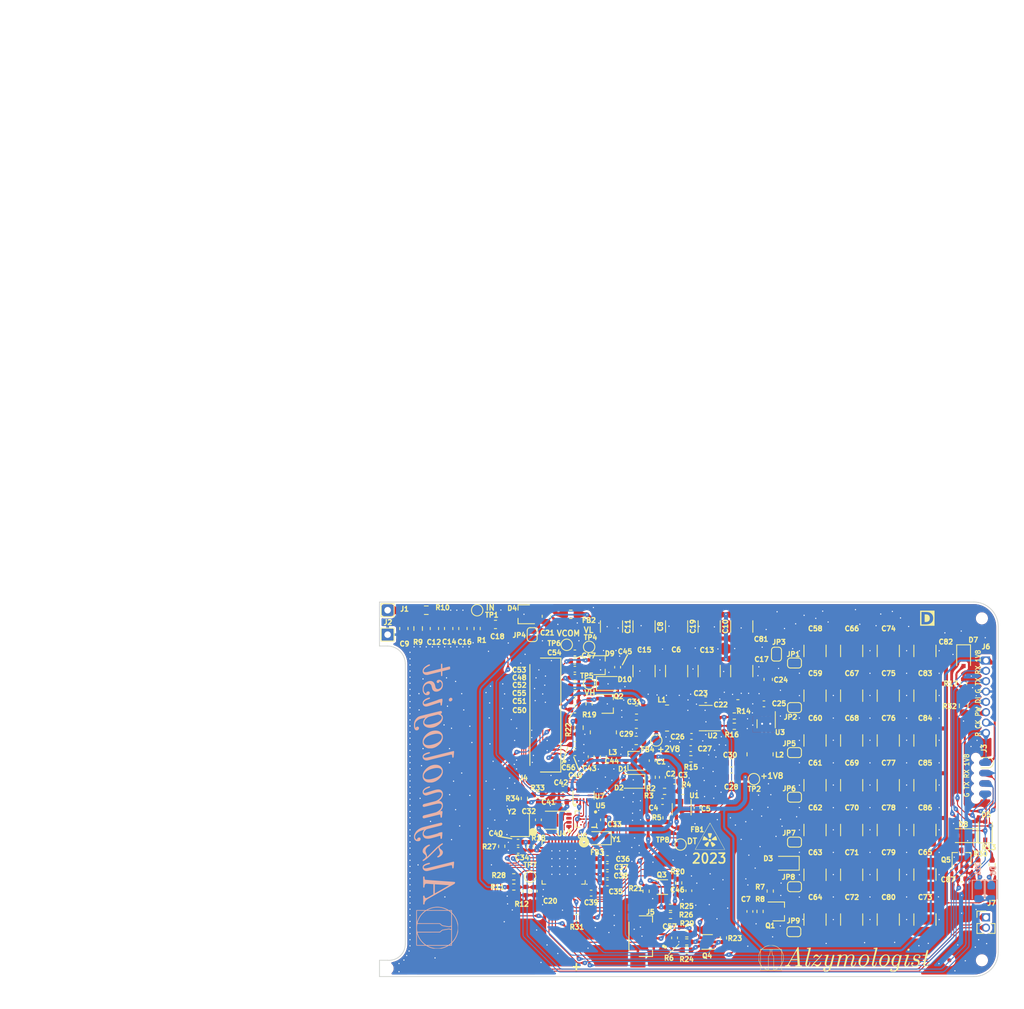
<source format=kicad_pcb>
(kicad_pcb (version 20221018) (generator pcbnew)
  (layers (0 "F.Cu" signal) (31 "B.Cu" signal) (34 "B.Paste" user) (35 "F.Paste" user) (36 "B.SilkS" user "B.Silkscreen") (37 "F.SilkS" user "F.Silkscreen") (38 "B.Mask" user) (39 "F.Mask" user) (44 "Edge.Cuts" user))
  (net 0 "")
  (net 1 "GND")
  (net 2 "+1V8")
  (net 3 "Net-(D2-K)")
  (net 4 "Net-(C3-Pad1)")
  (net 5 "Net-(U1--)")
  (net 6 "Net-(U1-V+)")
  (net 7 "/Power/CN")
  (net 8 "/MCU/HV")
  (net 9 "Net-(Q1-G)")
  (net 10 "Net-(J1-Pin_1)")
  (net 11 "/Power/DATA")
  (net 12 "Net-(C18-Pad2)")
  (net 13 "/MCU/V_CHK")
  (net 14 "Net-(D5-K)")
  (net 15 "Net-(U2-SW)")
  (net 16 "Net-(U2-BST)")
  (net 17 "+2V8")
  (net 18 "Net-(U2-FB)")
  (net 19 "Net-(U6-AVDD)")
  (net 20 "Net-(U6-CAP)")
  (net 21 "/MCU/P_GOOD")
  (net 22 "/Display/POW")
  (net 23 "Net-(C45-Pad1)")
  (net 24 "Net-(D10-A)")
  (net 25 "/Display/2V8_EN")
  (net 26 "/Display/PREVGL")
  (net 27 "/Display/PREVGH")
  (net 28 "Net-(J4-Pin_4)")
  (net 29 "Net-(J4-Pin_18)")
  (net 30 "Net-(J4-Pin_20)")
  (net 31 "Net-(J4-Pin_22)")
  (net 32 "/Display/VCOM")
  (net 33 "Net-(J4-Pin_19)")
  (net 34 "Net-(J4-Pin_5)")
  (net 35 "Net-(D1-common)")
  (net 36 "Net-(D3-A)")
  (net 37 "/MCU/RX")
  (net 38 "/MCU/TX")
  (net 39 "/MCU/SWDIO")
  (net 40 "/MCU/SWDCK")
  (net 42 "/Display/GDR")
  (net 43 "/Display/RESE")
  (net 46 "/Display/E_BUSY")
  (net 47 "/Display/E_RES")
  (net 48 "/Display/H_D{slash}C")
  (net 49 "/Display/H_CS")
  (net 50 "/Display/H_SCK")
  (net 51 "/Display/H_SDI")
  (net 52 "/Display/T_INT")
  (net 53 "/Display/T_SCL")
  (net 54 "/Display/T_SDA")
  (net 55 "Net-(C21-Pad2)")
  (net 56 "Net-(U3-SW)")
  (net 57 "/Display/SCL")
  (net 58 "/Display/SDA")
  (net 59 "/Display/RES")
  (net 60 "Net-(U1-+)")
  (net 61 "/MCU/~{MCU_OK}")
  (net 62 "/MCU/DATA")
  (net 63 "/MCU/RAM_CS")
  (net 64 "/MCU/R_MISO")
  (net 66 "/MCU/R_MOSI")
  (net 67 "/MCU/R_SCK")
  (net 69 "/MCU/FLASH_CS")
  (net 71 "Net-(JP4-B)")
  (net 72 "/Display/E_SDI")
  (net 73 "/Display/E_SCK")
  (net 75 "Net-(U6-HFXTAL_I)")
  (net 76 "Net-(U6-HFXTAL_O)")
  (net 77 "/Display/E_CS")
  (net 78 "Net-(D6-K)")
  (net 79 "/Display/E_D{slash}C")
  (net 80 "Net-(D7-A)")
  (net 82 "Net-(U6-PD01)")
  (net 83 "Net-(U6-PD00)")
  (net 84 "Net-(D8-K)")
  (net 85 "Net-(D8-A)")
  (net 86 "/MCU/P_IN")
  (net 87 "Net-(D11-K)")
  (net 88 "/Display/T_RES")
  (net 89 "Net-(J7-Pin_1)")
  (net 90 "Net-(J7-Pin_2)")
  (net 91 "/Display/RES_TC")
  (net 92 "/Display/BUSY")
  (net 93 "/Display/INT")
  (net 94 "Net-(U7-B1)")
  (net 95 "/Display/E_MISO")
  (net 96 "Net-(U6-PB00)")
  (net 97 "Net-(JP1-B)")
  (net 98 "Net-(JP2-A)")
  (net 99 "Net-(JP5-B)")
  (net 100 "Net-(JP6-A)")
  (net 101 "Net-(JP7-B)")
  (net 102 "Net-(JP8-A)")
  (net 103 "Net-(JP9-B)")
  (footprint "Connector_PinHeader_1.27mm:PinHeader_1x02_P1.27mm_Vertical" (layer "F.Cu") (at 163.96 135.44)
    (fp_text reference "J7")
    (fp_text value "Conn_01x02")
  )
  (footprint "Capacitor_SMD:C_0402_1005Metric" (layer "F.Cu") (at 136.685 109.21 180)
    (fp_text reference "C25")
    (fp_text value "0.1u")
  )
  (footprint "Connector_PinHeader_1.27mm:PinHeader_1x08_P1.27mm_Vertical" (layer "F.Cu") (at 163.96 103.89)
    (fp_text reference "J6")
    (fp_text value "Conn_01x08")
  )
  (footprint "Capacitor_SMD:C_0402_1005Metric" (layer "F.Cu") (at 113.46 106.96 180)
    (fp_text reference "C52")
    (fp_text value "4.7x25")
  )
  (footprint "Resistor_SMD:R_0402_1005Metric" (layer "F.Cu") (at 122.96 118.23 90)
    (fp_text reference "R2")
    (fp_text value "53.6K")
  )
  (footprint "MyLib:SolderJumper_0.8.x1mm" (layer "F.Cu") (at 138.235 103.11 -90)
    (fp_text reference "JP3")
    (fp_text value "SolderJumper_2_Open")
  )
  (footprint "Capacitor_SMD:C_1210_3225Metric" (layer "F.Cu") (at 151.96 113.71 90)
    (fp_text reference "C76")
    (fp_text value "47x16")
  )
  (footprint "Resistor_SMD:R_0402_1005Metric" (layer "F.Cu") (at 125.21 135.21 180)
    (fp_text reference "R26")
    (fp_text value "10K")
  )
  (footprint "Resistor_SMD:R_0402_1005Metric" (layer "F.Cu") (at 127.21 137.46 180)
    (fp_text reference "R29")
    (fp_text value "10K")
  )
  (footprint "Resistor_SMD:R_0402_1005Metric" (layer "F.Cu") (at 124.66 123.21 90)
    (fp_text reference "R5")
    (fp_text value "100K")
  )
  (footprint "Capacitor_SMD:C_0402_1005Metric" (layer "F.Cu") (at 127.785 113.21)
    (fp_text reference "C26")
    (fp_text value "0.1u")
  )
  (footprint "Resistor_SMD:R_0402_1005Metric" (layer "F.Cu") (at 162.96 128.95 90)
    (fp_text reference "R30")
    (fp_text value "100")
  )
  (footprint "Resistor_SMD:R_0402_1005Metric" (layer "F.Cu") (at 127.21 138.46)
    (fp_text reference "R6")
    (fp_text value "10K")
  )
  (footprint "Resistor_SMD:R_0402_1005Metric" (layer "F.Cu") (at 107.46 132.21 -90)
    (fp_text reference "R12")
    (fp_text value "150K")
  )
  (footprint "TestPoint:TestPoint_Pad_D1.0mm" (layer "F.Cu") (at 101.46 97.71)
    (fp_text reference "TP1")
    (fp_text value "TestPoint")
  )
  (footprint "Package_TO_SOT_SMD:SOT-323_SC-70" (layer "F.Cu") (at 117.46 109.21)
    (fp_text reference "Q2")
    (fp_text value "PMF250XNEX")
  )
  (footprint "MyLib:SON-8-1EP_3x2mm_P0.5mm_EP1.4x1.6mm" (layer "F.Cu") (at 111.33 123.51125 180)
    (fp_text reference "U4")
    (fp_text value "APS6404L-SQN")
  )
  (footprint "Capacitor_SMD:C_1210_3225Metric" (layer "F.Cu") (at 142.96 124.71 90)
    (fp_text reference "C62")
    (fp_text value "47x16")
  )
  (footprint "TestPoint:TestPoint_Pad_D1.0mm" (layer "F.Cu") (at 126.44 126.49)
    (fp_text reference "TP8")
    (fp_text value "TestPoint")
  )
  (footprint "Capacitor_SMD:C_0402_1005Metric" (layer "F.Cu") (at 108.46 132.21 -90)
    (fp_text reference "C20")
    (fp_text value "0.1u")
  )
  (footprint "Resistor_SMD:R_0402_1005Metric" (layer "F.Cu") (at 161.21 106.71 90)
    (fp_text reference "R17")
    (fp_text value "10K")
  )
  (footprint "MyLib:GDEY027T91-T01_bended" (layer "F.Cu") (at 109.835 110.585 -90)
    (fp_text reference "J4")
    (fp_text value "E2154CS0C1")
  )
  (footprint "Package_TO_SOT_SMD:SOT-323_SC-70" (layer "F.Cu") (at 160.96 128.21 90)
    (fp_text reference "Q5")
    (fp_text value "2N7002KW")
  )
  (footprint "Capacitor_SMD:C_1210_3225Metric" (layer "F.Cu") (at 142.96 119.21 90)
    (fp_text reference "C61")
    (fp_text value "47x16")
  )
  (footprint "Package_TO_SOT_SMD:SOT-353_SC-70-5" (layer "F.Cu") (at 126.58 122.16 -90)
    (fp_text reference "U1")
    (fp_text value "LMV7271")
  )
  (footprint "MyLib:SolderJumper_0.8.x1mm" (layer "F.Cu") (at 140.36 137.185)
    (fp_text reference "JP9")
    (fp_text value "SolderJumper_2_Open")
  )
  (footprint "Capacitor_SMD:C_0402_1005Metric" (layer "F.Cu") (at 106.48 126.21 180)
    (fp_text reference "C40")
    (fp_text value "0.1u")
  )
  (footprint "MyLib:TestPoint_Pad_2.4x3.5mm" (layer "F.Cu") (at 90.46 141.71)
    (fp_text reference "J8" hide)
    (fp_text value "E_ANT")
  )
  (footprint "Capacitor_SMD:C_0402_1005Metric" (layer "F.Cu") (at 125.71 137.96 -90)
    (fp_text reference "C57")
    (fp_text value "4.7x25")
  )
  (footprint "Package_TO_SOT_SMD:TSOT-23-6" (layer "F.Cu") (at 129.535 110.96 180)
    (fp_text reference "U2")
    (fp_text value "AP63200WU")
  )
  (footprint "TestPoint:TestPoint_Pad_D1.0mm" (layer "F.Cu") (at 107.96 130.46)
    (fp_text reference "TP7")
    (fp_text value "TestPoint")
  )
  (footprint "Resistor_SMD:R_0402_1005Metric" (layer "F.Cu") (at 105.96 131.71)
    (fp_text reference "R11")
    (fp_text value "976K")
  )
  (footprint "MyLib:TestPoint_Pad_2.4x3.5mm" (layer "F.Cu") (at 90.46 100.71)
    (fp_text reference "J2")
    (fp_text value "E_ANT")
  )
  (footprint "Capacitor_SMD:C_1210_3225Metric" (layer "F.Cu") (at 151.96 102.71 90)
    (fp_text reference "C74")
    (fp_text value "47x16")
  )
  (footprint "Capacitor_SMD:C_1210_3225Metric" (layer "F.Cu") (at 151.96 124.71 90)
    (fp_text reference "C78")
    (fp_text value "47x16")
  )
  (footprint "Resistor_SMD:R_0402_1005Metric" (layer "F.Cu") (at 107.26 120.82 90)
    (fp_text reference "R34")
    (fp_text value "1K")
  )
  (footprint "Resistor_SMD:R_0603_1608Metric" (layer "F.Cu") (at 95.21 97.71)
    (fp_text reference "R10")
    (fp_text value "2.2")
  )
  (footprint "Package_TO_SOT_SMD:SOT-563" (layer "F.Cu") (at 124.21 131.72)
    (fp_text reference "Q3")
    (fp_text value "SSM6N35AFE")
  )
  (footprint "Resistor_SMD:R_0402_1005Metric" (layer "F.Cu") (at 136.21 134.71 -90)
    (fp_text reference "R8")
    (fp_text value "976K")
  )
  (footprint "Package_TO_SOT_SMD:SOT-563" (layer "F.Cu") (at 129.71 138.46 180)
    (fp_text reference "Q4")
    (fp_text value "SSM6N35AFE")
  )
  (footprint "Capacitor_SMD:C_0603_1608Metric" (layer "F.Cu") (at 109.96 98.46 90)
    (fp_text reference "C21")
    (fp_text value "10x16")
  )
  (footprint "Capacitor_SMD:C_1210_3225Metric" (layer "F.Cu") (at 151.96 119.21 90)
    (fp_text reference "C77")
    (fp_text value "47x16")
  )
  (footprint "Capacitor_SMD:C_1210_3225Metric" (layer "F.Cu") (at 147.46 102.71 90)
    (fp_text reference "C66")
    (fp_text value "47x16")
  )
  (footprint "Resistor_SMD:R_0402_1005Metric" (layer "F.Cu") (at 124.48 119.96 180)
    (fp_text reference "R3")
    (fp_text value "22K")
  )
  (footprint "Capacitor_SMD:C_0402_1005Metric" (layer "F.Cu") (at 160.98 130.71 180)
    (fp_text reference "C87")
    (fp_text value "4.7x25")
  )
  (footprint "Capacitor_SMD:C_1210_3225Metric" (layer "F.Cu") (at 147.46 130.21 90)
    (fp_text reference "C71")
    (fp_text value "47x16")
  )
  (footprint "Capacitor_SMD:C_0402_1005Metric" (layer "F.Cu") (at 127.69 114.71)
    (fp_text reference "C27")
    (fp_text value "100p")
  )
  (footprint "Resistor_SMD:R_0402_1005Metric" (layer "F.Cu") (at 107.98 126.71 -90)
    (fp_text reference "R18")
    (fp_text value "10K")
  )
  (footprint "Capacitor_SMD:C_1210_3225Metric" (layer "F.Cu") (at 129.96 105.185 -90)
    (fp_text reference "C13")
    (fp_text value "47x16")
  )
  (footprint "Capacitor_SMD:C_0402_1005Metric" (layer "F.Cu") (at 116.98 123.46 -90)
    (fp_text reference "C33")
    (fp_text value "0.1u")
  )
  (footprint "Capacitor_SMD:C_1210_3225Metric" (layer "F.Cu") (at 142.96 130.21 90)
    (fp_text reference "C63")
    (fp_text value "47x16")
  )
  (footprint "Capacitor_SMD:C_0402_1005Metric" (layer "F.Cu") (at 129.535 108.71 180)
    (fp_text reference "C23")
    (fp_text value "0.1u")
  )
  (footprint "Capacitor_SMD:C_0603_1608Metric" (layer "F.Cu") (at 96.21 99.96 -90)
    (fp_text reference "C12")
    (fp_text value "47")
  )
  (footprint "Inductor_SMD:L_0402_1005Metric" (layer "F.Cu") (at 126.73 124.46)
    (fp_text reference "FB1")
    (fp_text value "BLM15AG102SZ1D")
  )
  (footprint "Diode_SMD:D_SOD-323F" (layer "F.Cu") (at 139.52 128.79 180)
    (fp_text reference "D3")
    (fp_text value "BZX84J-B9V1")
  )
  (footprint "Capacitor_SMD:C_1210_3225Metric" (layer "F.Cu") (at 142.96 108.21 90)
    (fp_text reference "C59")
    (fp_text value "47x16")
  )
  (footprint "Capacitor_SMD:C_0402_1005Metric" (layer "F.Cu") (at 125.71 118.71 180)
    (fp_text reference "C3")
    (fp_text value "100p")
  )
  (footprint "Resistor_SMD:R_0402_1005Metric" (layer "F.Cu") (at 108.92 120.37)
    (fp_text reference "R33")
    (fp_text value "100")
  )
  (footprint "Inductor_SMD:L_Wuerth_MAPI-3015" (layer "F.Cu") (at 124.785 110.96 180)
    (fp_text reference "L1")
    (fp_text value "3.3uH")
  )
  (footprint "Capacitor_SMD:C_0402_1005Metric" (layer "F.Cu") (at 113.46 105.96)
    (fp_text reference "C48")
    (fp_text value "1x50")
  )
  (footprint "MyLib:Crystal_SMD_2012-2Pin_2.0x1.2mm" (layer "F.Cu") (at 116.73 125.71 180)
    (fp_text reference "Y1")
    (fp_text value "FC2012AN")
  )
  (footprint "Capacitor_SMD:C_0603_1608Metric" (layer "F.Cu") (at 132.71 118.21)
    (fp_text reference "C28")
    (fp_text value "22x6.3")
  )
  (footprint "MyLib:Crystal_SMD_2016-4Pin_2.0x1.6mm" (layer "F.Cu") (at 106.73 124.16 90)
    (fp_text reference "Y2")
    (fp_text value "39MHz")
  )
  (footprint "Capacitor_SMD:C_1210_3225Metric" (layer "F.Cu") (at 142.96 113.71 90)
    (fp_text reference "C60")
    (fp_text value "47x16")
  )
  (footprint "Capacitor_SMD:C_0402_1005Metric" (layer "F.Cu") (at 108.98 123.46 90)
    (fp_text reference "C32")
    (fp_text value "0.1u")
  )
  (footprint "Resistor_SMD:R_0402_1005Metric" (layer "F.Cu") (at 101.46 99.96 -90)
    (fp_text reference "R1")
    (fp_text value "6.8K")
  )
  (footprint "Capacitor_SMD:C_0402_1005Metric" (layer "F.Cu") (at 113.46 115.21 180)
    (fp_text reference "C49")
    (fp_text value "4.7x25")
  )
  (footprint "Capacitor_SMD:C_1210_3225Metric" (layer "F.Cu") (at 147.46 135.71 90)
    (fp_text reference "C72")
    (fp_text value "47x16")
  )
  (footprint "Resistor_SMD:R_0402_1005Metric" (layer "F.Cu") (at 127.21 139.46 180)
    (fp_text reference "R24")
    (fp_text value "10K")
  )
  (footprint "Capacitor_SMD:C_1210_3225Metric" (layer "F.Cu") (at 147.46 119.21 90)
    (fp_text reference "C69")
    (fp_text value "47x16")
  )
  (footprint "Capacitor_SMD:C_0402_1005Metric" (layer "F.Cu") (at 113.44 103.96)
    (fp_text reference "C47")
    (fp_text value "1x50")
  )
  (footprint "Capacitor_SMD:C_0603_1608Metric" (layer "F.Cu") (at 121.035 109.96)
    (fp_text reference "C31")
    (fp_text value "22x6.3")
  )
  (footprint "Capacitor_SMD:C_0402_1005Metric" (layer "F.Cu") (at 113.46 102.96 180)
    (fp_text reference "C54")
    (fp_text value "1x50")
  )
  (footprint "Capacitor_SMD:C_1210_3225Metric" (layer "F.Cu") (at 125.96 99.71 -90)
    (fp_text reference "C19")
    (fp_text value "47x16")
  )
  (footprint "MyLib:SOIC_clipProgSmall" (layer "F.Cu") (at 164.615 118.35 90)
    (fp_text reference "J3")
    (fp_text value "SOICbite ")
  )
  (footprint "Capacitor_SMD:C_1210_3225Metric" (layer "F.Cu") (at 156.46 113.71 90)
    (fp_text reference "C84")
    (fp_text value "47x16")
  )
  (footprint "Capacitor_SMD:C_0402_1005Metric" (layer "F.Cu") (at 124.23 121.21)
    (fp_text reference "C4")
    (fp_text value "0.1u")
  )
  (footprint "Resistor_SMD:R_0402_1005Metric" (layer "F.Cu") (at 137.46 132.21 -90)
    (fp_text reference "R7")
    (fp_text value "10K")
  )
  (footprint "Capacitor_SMD:C_0603_1608Metric" (layer "F.Cu") (at 132.71 116.46)
    (fp_text reference "C30")
    (fp_text value "22x6.3")
  )
  (footprint "Capacitor_SMD:C_1210_3225Metric" (layer "F.Cu") (at 147.46 124.71 90)
    (fp_text reference "C70")
    (fp_text value "47x16")
  )
  (footprint "Package_DFN_QFN:Texas_R-PUQFN-N12" (layer "F.Cu") (at 114.53 120.46 90)
    (fp_text reference "U7")
    (fp_text value "TXU0104PW")
  )
  (footprint "Capacitor_SMD:C_0402_1005Metric" (layer "F.Cu") (at 113.46 109.96 180)
    (fp_text reference "C50")
    (fp_text value "1x50")
  )
  (footprint "Inductor_SMD:L_0603_1608Metric" (layer "F.Cu") (at 112.96 98.21 180)
    (fp_text reference "FB2")
    (fp_text value "BLM18KG102SN1D")
  )
  (footprint "Resistor_SMD:R_0603_1608Metric" (layer "F.Cu") (at 94.21 99.96 90)
    (fp_text reference "R9")
    (fp_text value "1K")
  )
  (footprint "Capacitor_SMD:C_1210_3225Metric" (layer "F.Cu") (at 133.96 99.71 -90)
    (fp_text reference "C81")
    (fp_text value "47x16")
  )
  (footprint "Capacitor_SMD:C_1210_3225Metric" (layer "F.Cu") (at 156.46 130.185 90)
    (fp_text reference "C65")
    (fp_text value "47x16")
  )
  (footprint "Capacitor_SMD:C_1210_3225Metric" (layer "F.Cu") (at 151.96 130.21 90)
    (fp_text reference "C79")
    (fp_text value "47x16")
  )
  (footprint "Capacitor_SMD:C_0402_1005Metric" (layer "F.Cu") (at 117.46 129.21)
    (fp_text reference "C37")
    (fp_text value "0.1u")
  )
  (footprint "Capacitor_SMD:C_0402_1005Metric" (layer "F.Cu") (at 117.46 131.21)
    (fp_text reference "C35")
    (fp_text value "0.1u")
  )
  (footprint "Resistor_SMD:R_0402_1005Metric" (layer "F.Cu") (at 126.72 119.96 180)
    (fp_text reference "R4")
    (fp_text value "47K")
  )
  (footprint "Capacitor_SMD:C_1210_3225Metric" (layer "F.Cu") (at 142.96 102.71 90)
    (fp_text reference "C58")
    (fp_text value "47x16")
  )
  (footprint "Capacitor_SMD:C_1210_3225Metric" (layer "F.Cu") (at 125.96 105.185 -90)
    (fp_text reference "C6")
    (fp_text value "47x16")
  )
  (footprint "Capacitor_SMD:C_1210_3225Metric" (layer "F.Cu") (at 156.46 135.71 90)
    (fp_text reference "C73")
    (fp_text value "47x16")
  )
  (footprint "Capacitor_SMD:C_0402_1005Metric" (layer "F.Cu") (at 113.46 114.21 180)
    (fp_text reference "C56")
    (fp_text value "4.7x25")
  )
  (footprint "Capacitor_SMD:C_0603_1608Metric" (layer "F.Cu") (at 92.46 99.96 -90)
    (fp_text reference "C9")
    (fp_text value "NC")
  )
  (footprint "Resistor_SMD:R_0603_1608Metric" (layer "F.Cu") (at 113.96 112.135 -90)
    (fp_text reference "R22")
    (fp_text value "0.47R")
  )
  (footprint "Capacitor_SMD:C_0402_1005Metric" (layer "F.Cu") (at 117.46 130.21)
    (fp_text reference "C38")
    (fp_text value "0.1u")
  )
  (footprint "Capacitor_SMD:C_0402_1005Metric" (layer "F.Cu") (at 116.96 115.69 -90)
    (fp_text reference "C44")
    (fp_text value "0.1")
  )
  (footprint "Inductor_SMD:L_Wuerth_MAPI-3015" (layer "F.Cu") (at 116.96 112.71 90)
    (fp_text reference "L3")
    (fp_text value "NR3015T100M")
  )
  (footprint "Capacitor_SMD:C_0603_1608Metric" (layer "F.Cu") (at 137.21 106.21 -90)
    (fp_text reference "C24")
    (fp_text value "10x16")
  )
  (footprint "Capacitor_SMD:C_0402_1005Metric" (layer "F.Cu") (at 113.46 107.96 180)
    (fp_text reference "C55")
    (fp_text value "1x50")
  )
  (footprint "Fiducial:Fiducial_0.5mm_Mask1.5mm" (layer "F.Cu") (at 159.46 140.71)
    (fp_text reference "FID3" hide)
    (fp_text value "Fiducial")
  )
  (footprint "Capacitor_SMD:C_0402_1005Metric" (layer "F.Cu") (at 115.46 115.69 90)
    (fp_text reference "C43")
    (fp_text value "4.7x25")
  )
  (footprint "Resistor_SMD:R_0402_1005Metric" (layer "F.Cu") (at 113.71 135.46 180)
    (fp_text reference "R31")
    (fp_text value "976K")
  )
  (footprint "Resistor_SMD:R_0402_1005Metric" (layer "F.Cu") (at 127.71 115.96)
    (fp_text reference "R15")
    (fp_text value "130K")
  )
  (footprint "Resistor_SMD:R_0402_1005Metric" (layer "F.Cu") (at 164.71 128.96 90)
    (fp_text reference "R13")
    (fp_text value "10")
  )
  (footprint "Capacitor_SMD:C_1210_3225Metric" (layer "F.Cu") (at 147.46 113.71 90)
    (fp_text reference "C68")
    (fp_text value "47x16")
  )
  (footprint "Capacitor_SMD:C_1210_3225Metric" (layer "F.Cu") (at 151.96 108.21 90)
    (fp_text reference "C75")
    (fp_text value "47x16")
  )
  (footprint "Package_TO_SOT_SMD:SOT-323_SC-70" (layer "F.Cu") (at 138.48 134.71)
    (fp_text reference "Q1")
    (fp_text value "PMF250XNEX")
  )
  (footprint "Resistor_SMD:R_0603_1608Metric" (layer "F.Cu") (at 161.21 109.46 90)
    (fp_text reference "R32")
    (fp_text value "2.2")
  )
  (footprint "Resistor_SMD:R_0402_1005Metric" (layer "F.Cu") (at 131.71 137.96 -90)
    (fp_text reference "R23")
    (fp_text value "10K")
  )
  (footprint "Capacitor_SMD:C_0402_1005Metric" (layer "F.Cu") (at 122.96 116.19 90)
    (fp_text reference "C1")
    (fp_text value "0.1u")
  )
  (footprint "Resistor_SMD:R_0402_1005Metric" (layer "F.Cu") (at 126.21 131.21 -90)
    (fp_text reference "R20")
    (fp_text value "1K")
  )
  (footprint "Capacitor_SMD:C_0402_1005Metric" (layer "F.Cu") (at 113.46 108.96 180)
    (fp_text reference "C51")
    (fp_text value "1x50")
  )
  (footprint "MyLib:WLCSP 12-ball 3 x 2 x 3 Array" (layer "F.Cu") (at 114.81 123.37125 -90)
    (fp_text reference "U5")
    (fp_text value "AT25XE321D-UUN-T")
  )
  (footprint "Capacitor_SMD:C_1210_3225Metric" (layer "F.Cu") (at 133.96 105.185 -90)
    (fp_text reference "C17")
    (fp_text value "47x16")
  )
  (footprint "Fiducial:Fiducial_0.5mm_Mask1.5mm" (layer "F.Cu") (at 159.46 98.71)
    (fp_text reference "FID4" hide)
    (fp_text value "Fiducial")
  )
  (footprint "Capacitor_SMD:C_0402_1005Metric" (layer "F.Cu") (at 115.46 132.46 180)
    (fp_text reference "C39")
    (fp_text value "1x50")
  )
  (footprint "Capacitor_SMD:C_0603_1608Metric" (layer "F.Cu") (at 121.01 111.71)
    (fp_text reference "C29")
    (fp_text value "22x6.3")
  )
  (footprint "MyLib:QFN-40_EP_5x5_Pitch0.4mm" (layer "F.Cu") (at 112.08 128.71 -90)
    (fp_text reference "U6")
    (fp_text value "EFM32PG23B200F512IM40")
  )
  (footprint "Capacitor_SMD:C_0402_1005Metric" (layer "F.Cu") (at 106.5 127.21)
    (fp_text reference "C34")
    (fp_text value "4.7x25")
  )
  (footprint "Resistor_SMD:R_0402_1005Metric" (layer "F.Cu") (at 122.21 132.23 90)
    (fp_text reference "R21")
    (fp_text value "1K")
  )
  (footprint "MountingHole:MountingHole_2.1mm" (layer "F.Cu") (at 163.46 140.71)
    (fp_text reference "H2" hide)
    (fp_text value "MountingHole")
  )
  (footprint "Package_TO_SOT_SMD:SOT-323_SC-70" (layer "F.Cu") (at 120.71 116.21 180)
    (fp_text reference "D1")
    (fp_text value "BAV99W")
  )
  (footprint "Diode_SMD:D_SOD-323F" (layer "F.Cu") (at 161.21 103.46 -90)
    (fp_text reference "D7")
    (fp_text value "BAT54WS")
  )
  (footprint "MyLib:SolderJumper_0.8.x1mm" (layer "F.Cu") (at 140.44 109.685 180)
    (fp_text reference "JP2")
    (fp_text value "SolderJumper_2_Open")
  )
  (footprint "Inductor_SMD:L_Wuerth_MAPI-3015" (layer "F.Cu") (at 136.21 115.41 -90)
    (fp_text reference "L2")
    (fp_text value "2.2uH")
  )
  (footprint "Inductor_SMD:L_0603_1608Metric" (layer "F.Cu") (at 120.9975 113.71)
    (fp_text reference "FB4")
    (fp_text value "BLM18KG102SN1D")
  )
  (footprint "TestPoint:TestPoint_Pad_D1.0mm" (layer "F.Cu") (at 123.46 113.71 180)
    (fp_text reference "TP3" hide)
    (fp_text value "TestPoint")
  )
  (footprint "Package_SON:WSON-8-1EP_2x2mm_P0.5mm_EP0.9x1.6mm_ThermalVias" (layer "F.Cu") (at 136.96 111.66 -90)
    (fp_text reference "U3")
    (fp_text value "TPS62171DSG")
  )
  (footprint "Resistor_SMD:R_0402_1005Metric" (layer "F.Cu") (at 104.48 126.71 -90)
    (fp_text reference "R27")
    (fp_text value "10K")
  )
  (footprint "Fiducial:Fiducial_0.5mm_Mask1.5mm" (layer "F.Cu") (at 93.46 141.71)
    (fp_text reference "FID1" hide)
    (fp_text value "Fiducial")
  )
  (footprint "Fiducial:Fiducial_0.5mm_Mask1.5mm" (layer "F.Cu") (at 94.46 103.71)
    (fp_text reference "FID2" hide)
    (fp_text value "Fiducial")
  )
  (footprint "Capacitor_SMD:C_1210_3225Metric" (layer "F.Cu") (at 121.96 99.71 -90)
    (fp_text reference "C8")
    (fp_text value "47x16")
  )
  (footprint "Capacitor_SMD:C_0603_1608Metric" (layer "F.Cu") (at 103.71 99.46)
    (fp_text reference "C18")
    (fp_text value "68")
  )
  (footprint "Capacitor_SMD:C_1210_3225Metric" (layer "F.Cu") (at 156.46 124.71 90)
    (fp_text reference "C86")
    (fp_text value "47x16")
  )
  (footprint "Capacitor_SMD:C_0402_1005Metric" (layer "F.Cu") (at 124.21 118.23 90)
    (fp_text reference "C2")
    (fp_text value "82p")
  )
  (footprint "MyLib:SolderJumper_0.8.x1mm" (layer "F.Cu") (at 108.21 100.71 90)
    (fp_text reference "JP4")
    (fp_text value "SolderJumper_2_Open")
  )
  (footprint "Capacitor_SMD:C_0402_1005Metric" (layer "F.Cu") (at 113.46 104.96 180)
    (fp_text reference "C53")
    (fp_text value "4.7x25")
  )
  (footprint "Diode_SMD:D_SOD-323F" (layer "F.Cu") (at 120.56 118.73 180)
    (fp_text reference "D2")
    (fp_text value "BAT54WS")
  )
  (footprint "Capacitor_SMD:C_0603_1608Metric" (layer "F.Cu") (at 133.485 109.21 180)
    (fp_text reference "C22")
    (fp_text value "10x16")
  )
  (footprint "TestPoint:TestPoint_Pad_D1.0mm" (layer "F.Cu") (at 112.46 101.96)
    (fp_text reference "TP6")
    (fp_text value "TestPoint")
  )
  (footprint "Diode_SMD:D_SOD-323F" (layer "F.Cu") (at 117.61 106.71)
    (fp_text reference "D10")
    (fp_text value "BAT54WS")
  )
  (footprint "Resistor_SMD:R_0402_1005Metric" (layer "F.Cu") (at 125.21 134.21 180)
    (fp_text reference "R25")
    (fp_text value "10K")
  )
  (footprint "Capacitor_SMD:C_1210_3225Metric" (layer "F.Cu") (at 151.96 135.71 90)
    (fp_text reference "C80")
    (fp_text value "47x16")
  )
  (footprint "Capacitor_SMD:C_0402_1005Metric" (layer "F.Cu") (at 117.46 128.21)
    (fp_text reference "C36")
    (fp_text value "0.1u")
  )
  (footprint "TestPoint:TestPoint_Pad_D1.0mm" (layer "F.Cu") (at 115.21 102.21)
    (fp_text reference "TP4")
    (fp_text value "TestPoint")
  )
  (footprint "Resistor_SMD:R_0402_1005Metric" (layer "F.Cu") (at 115.21 109.21 -90)
    (fp_text reference "R19")
    (fp_text value "470K")
  )
  (footprint "Capacitor_SMD:C_0402_1005Metric" (layer "F.Cu") (at 127.46 132.17 -90)
    (fp_text reference "C46")
    (fp_text value "0.1u")
  )
  (footprint "Capacitor_SMD:C_0603_1608Metric" (layer "F.Cu") (at 97.96 99.96 -90)
    (fp_text reference "C14")
    (fp_text value "47")
  )
  (footprint "Package_TO_SOT_SMD:SOT-323_SC-70" (layer "F.Cu") (at 116.46 104.46)
    (fp_text reference "D9")
    (fp_text value "BAS70-04W")
  )
  (footprint "Capacitor_SMD:C_1210_3225Metric" (layer "F.Cu") (at 142.96 135.71 90)
    (fp_text reference "C64")
    (fp_text value "47x16")
  )
  (footprint "TestPoint:TestPoint_Pad_D1.0mm" (layer "F.Cu") (at 135.46 118.46 -90)
    (fp_text reference "TP2")
    (fp_text value "TestPoint")
  )
  (footprint "Diode_SMD:D_SOD-323F" (layer "F.Cu") (at 161.2475 125.4 180)
    (fp_text reference "D8")
    (fp_text value "D3Z5V1BF-7")
  )
  (footprint "Diode_SMD:D_SOD-323F" (layer "F.Cu") (at 163.87 124.79 90)
    (fp_text reference "D5")
    (fp_text value " D3Z13BF-7")
  )
  (footprint "Capacitor_SMD:C_1210_3225Metric" (layer "F.Cu") (at 147.46 108.21 90)
    (fp_text reference "C67")
    (fp_text value "47x16")
  )
  (footprint "Capacitor_SMD:C_0402_1005Metric" (layer "F.Cu") (at 112 119.71 180)
    (fp_text reference "C42")
    (fp_text value "0.1u")
  )
  (footprint "Capacitor_SMD:C_0603_1608Metric" (layer "F.Cu") (at 99.71 99.96 -90)
    (fp_text reference "C16")
    (fp_text value "100")
  )
  (footprint "MyLib:HRS_FH34SRJ-6S-0.5SH(50)" (layer "F.Cu") (at 121.7 137.75 -90)
    (fp_text reference "J5")
    (fp_text value "TOUCH")
  )
  (footprint "TestPoint:TestPoint_Pad_D1.0mm" (layer "F.Cu") (at 115.21 106.71)
    (fp_text reference "TP5")
    (fp_text value "TestPoint")
  )
  (footprint "MyLib:TestPoint_Pad_2.4x3.5mm" (layer "F.Cu") (at 90.46 97.71)
    (fp_text reference "J1")
    (fp_text value "E_ANT")
  )
  (footprint "Resistor_SMD:R_0402_1005Metric" (layer "F.Cu") (at 133.045 110.71 180)
    (fp_text reference "R14")
    (fp_text value "150K")
  )
  (footprint "MountingHole:MountingHole_2.1mm" (layer "F.Cu") (at 163.46 98.71)
    (fp_text reference "H1" hide)
    (fp_text value "MountingHole")
  )
  (footprint "Capacitor_SMD:C_0402_1005Metric" (layer "F.Cu") (at 128.48 121.98 -90)
    (fp_text reference "C5")
    (fp_text value "0.1u")
  )
  (footprint "MyLib:SolderJumper_0.8.x1mm" (layer "F.Cu") (at 140.44 115.185)
    (fp_text reference "JP5")
    (fp_text value "SolderJumper_2_Open")
  )
  (footprint "MyLib:SolderJumper_0.8.x1mm" (layer "F.Cu") (at 140.44 131.685 180)
    (fp_text reference "JP8")
    (fp_text value "SolderJumper_2_Open")
  )
  (footprint "Capacitor_SMD:C_1210_3225Metric" (layer "F.Cu") (at 156.46 102.71 90)
    (fp_text reference "C82")
    (fp_text value "47x16")
  )
  (footprint "Capacitor_SMD:C_1210_3225Metric" (layer "F.Cu") (at 121.96 105.185 -90)
    (fp_text reference "C15")
    (fp_text value "47x16")
  )
  (footprint "Resistor_SMD:R_0402_1005Metric" (layer "F.Cu") (at 105.96 130.46)
    (fp_text reference "R28")
    (fp_text value "10K")
  )
  (footprint "MyLib:SolderJumper_0.8.x1mm" (layer "F.Cu") (at 140.44 126.185)
    (fp_text reference "JP7")
    (fp_text value "SolderJumper_2_Open")
  )
  (footprint "Inductor_SMD:L_0402_1005Metric" (layer "F.Cu") (at 115.98 128.71 90)
    (fp_text reference "FB3")
    (fp_text value "BLM15AG102SZ1D")
  )
  (footprint "Capacitor_SMD:C_1210_3225Metric" (layer "F.Cu") (at 117.96 99.71 -90)
    (fp_text reference "C11")
    (fp_text value "47x16")
  )
  (footprint "Capacitor_SMD:C_1210_3225Metric" (layer "F.Cu") (at 156.46 119.21 90)
    (fp_text reference "C85")
    (fp_text value "47x16")
  )
  (footprint "Resistor_SMD:R_0402_1005Metric" (layer "F.Cu") (at 133.045 111.96)
    (fp_text reference "R16")
    (fp_text value "52.3K")
  )
  (footprint "Package_TO_SOT_SMD:SOT-323_SC-70" (layer "F.Cu") (at 107.21 98.21 180)
    (fp_text reference "D4")
    (fp_text value "BAS70-04W")
  )
  (footprint "MyLib:SolderJumper_0.8.x1mm" (layer "F.Cu") (at 140.44 120.685 180)
    (fp_text reference "JP6")
    (fp_text value "SolderJumper_2_Open")
  )
  (footprint "Capacitor_SMD:C_1210_3225Metric" (layer "F.Cu") (at 156.46 108.21 90)
    (fp_text reference "C83")
    (fp_text value "47x16")
  )
  (footprint "MyLib:SolderJumper_0.8.x1mm" (layer "F.Cu") (at 140.44 104.185)
    (fp_text reference "JP1")
    (fp_text value "SolderJumper_2_Open")
  )
  (footprint "Capacitor_SMD:C_0402_1005Metric" (layer "F.Cu") (at 111.98 121.21)
    (fp_text reference "C41")
    (fp_text value "0.1u")
  )
  (footprint "Capacitor_SMD:C_0402_1005Metric" (layer "F.Cu") (at 118.71 104.71 -90)
    (fp_text reference "C45")
    (fp_text value "4.7x25")
  )
  (footprint "Capacitor_SMD:C_0402_1005Metric" (layer "F.Cu") (at 134.96 134.71 -90)
    (fp_text reference "C7")
    (fp_text value "1uF")
  )
  (footprint "Capacitor_SMD:C_1210_3225Metric" (layer "F.Cu") (at 129.96 99.71 -90)
    (fp_text reference "C10")
    (fp_text value "47x16")
  )
  (footprint "LED_SMD:LED_0603_1608Metric" (layer "B.Cu") (at 163.01 132.36 -90)
    (fp_text reference "D11")
    (fp_text value "LED_GREEN")
  )
  (footprint "LED_SMD:LED_0603_1608Metric" (layer "B.Cu") (at 164.61 132.36 -90)
    (fp_text reference "D6")
    (fp_text value "LED_RED")
  )
  (footprint "LOGO" (layer "B.Cu") (at 96.41 121.78 90)
    (fp_text reference "G***" hide)
    (fp_text value "LOGO" hide)
  )
  (gr_poly (pts (xy 153.094496 139.996094) (xy 153.107447 139.996385) (xy 153.120118 139.99696) (xy 153.132375 139.997817) (xy 153.144089 139.998955) (xy 153.155127 140.000371) (xy 153.165357 140.002065) (xy 153.174648 140.004036) (xy 153.182868 140.00628) (xy 153.194066 140.010063) (xy 153.205408 140.014642) (xy 153.216851 140.019983) (xy 153.228352 140.02605) (xy 153.239868 140.032808) (xy 153.251357 140.040222) (xy 153.262776 140.048259) (xy 153.274083 140.056882) (xy 153.285235 140.066057) (xy 153.296189 140.075749) (xy 153.306903 140.085923) (xy 153.317334 140.096544) (xy 153.327439 140.107578) (xy 153.337176 140.11899) (xy 153.346502 140.130743) (xy 153.355375 140.142805) (xy 153.358711 140.147453) (xy 153.361923 140.151809) (xy 153.364937 140.155781) (xy 153.367678 140.159275) (xy 153.368923 140.160815) (xy 153.370072 140.162199) (xy 153.371116 140.163418) (xy 153.372045 140.16446) (xy 153.37285 140.165312) (xy 153.373521 140.165963) (xy 153.37405 140.166403) (xy 153.374258 140.166539) (xy 153.374427 140.166618) (xy 153.374597 140.166623) (xy 153.37481 140.16654) (xy 153.375356 140.166118) (xy 153.376055 140.16537) (xy 153.376898 140.164311) (xy 153.378975 140.161325) (xy 153.381504 140.157291) (xy 153.384405 140.15234) (xy 153.387598 140.1466) (xy 153.391001 140.140204) (xy 153.394534 140.13328) (xy 153.399204 140.124433) (xy 153.403917 140.116327) (xy 153.408716 140.108936) (xy 153.413642 140.102233) (xy 153.418739 140.09619) (xy 153.424049 140.09078) (xy 153.429614 140.085977) (xy 153.432507 140.083794) (xy 153.435479 140.081753) (xy 153.438536 140.079849) (xy 153.441684 140.07808) (xy 153.444928 140.076442) (xy 153.448273 140.074932) (xy 153.455288 140.072282) (xy 153.462772 140.070103) (xy 153.470767 140.068366) (xy 153.479317 140.067046) (xy 153.488464 140.066116) (xy 153.49825 140.065547) (xy 153.504578 140.065282) (xy 153.510302 140.06509) (xy 153.515476 140.064982) (xy 153.520153 140.064968) (xy 153.524387 140.06506) (xy 153.52823 140.065268) (xy 153.531738 140.065603) (xy 153.534962 140.066076) (xy 153.536485 140.066368) (xy 153.537957 140.066698) (xy 153.539385 140.067068) (xy 153.540775 140.06748) (xy 153.542136 140.067934) (xy 153.543472 140.068432) (xy 153.544791 140.068975) (xy 153.546099 140.069565) (xy 153.548711 140.070891) (xy 153.551361 140.07242) (xy 153.554102 140.074163) (xy 153.556989 140.07613) (xy 153.561887 140.07959) (xy 153.566463 140.083223) (xy 153.570714 140.087028) (xy 153.574641 140.091005) (xy 153.578242 140.095152) (xy 153.581516 140.099468) (xy 153.584464 140.103954) (xy 153.587084 140.108608) (xy 153.589375 140.113429) (xy 153.591337 140.118417) (xy 153.592968 140.123571) (xy 153.594269 140.12889) (xy 153.595238 140.134373) (xy 153.595874 140.14002) (xy 153.596177 140.145829) (xy 153.596146 140.151801) (xy 153.541832 140.384213) (xy 153.42 140.88) (xy 153.291123 141.395334) (xy 153.215676 141.686384) (xy 153.209994 141.704833) (xy 153.204029 141.722527) (xy 153.197734 141.739542) (xy 153.191062 141.755953) (xy 153.183964 141.771838) (xy 153.176395 141.787271) (xy 153.168306 141.802329) (xy 153.15965 141.817088) (xy 153.150381 141.831624) (xy 153.14045 141.846013) (xy 153.129811 141.86033) (xy 153.118417 141.874652) (xy 153.106219 141.889054) (xy 153.093171 141.903613) (xy 153.079225 141.918405) (xy 153.064334 141.933505) (xy 153.044038 141.952986) (xy 153.023608 141.971354) (xy 153.003009 141.988626) (xy 152.982206 142.004819) (xy 152.961164 142.019948) (xy 152.939849 142.034029) (xy 152.918225 142.04708) (xy 152.896258 142.059116) (xy 152.873912 142.070154) (xy 152.851154 142.080209) (xy 152.827947 142.089299) (xy 152.804257 142.097439) (xy 152.78005 142.104646) (xy 152.75529 142.110936) (xy 152.729942 142.116325) (xy 152.703972 142.12083) (xy 152.687985 142.123008) (xy 152.669269 142.124786) (xy 152.625283 142.12718) (xy 152.575282 142.128085) (xy 152.522534 142.127577) (xy 152.470306 142.125729) (xy 152.421868 142.122616) (xy 152.380486 142.118312) (xy 152.363463 142.115737) (xy 152.34943 142.112892) (xy 152.333545 142.108907) (xy 152.318248 142.104498) (xy 152.303553 142.099677) (xy 152.289477 142.094454) (xy 152.276037 142.088841) (xy 152.263249 142.082848) (xy 152.25113 142.076486) (xy 152.239694 142.069765) (xy 152.228959 142.062698) (xy 152.218942 142.055294) (xy 152.214207 142.051469) (xy 152.209657 142.047565) (xy 152.205295 142.043581) (xy 152.201122 142.03952) (xy 152.197141 142.035384) (xy 152.193353 142.031172) (xy 152.189761 142.026888) (xy 152.186366 142.022531) (xy 152.183171 142.018104) (xy 152.180178 142.013608) (xy 152.177388 142.009044) (xy 152.174804 142.004413) (xy 152.173104 142.001182) (xy 152.17157 141.998005) (xy 152.170193 141.994842) (xy 152.168968 141.991647) (xy 152.167884 141.988378) (xy 152.166936 141.984991) (xy 152.166114 141.981443) (xy 152.165412 141.97769) (xy 152.164822 141.97369) (xy 152.164335 141.969397) (xy 152.163944 141.96477) (xy 152.163642 141.959765) (xy 152.163272 141.948446) (xy 152.163162 141.935093) (xy 152.163258 141.92068) (xy 152.1634 141.914458) (xy 152.163626 141.908791) (xy 152.163951 141.903606) (xy 152.164391 141.898825) (xy 152.164961 141.894375) (xy 152.165677 141.89018) (xy 152.166554 141.886164) (xy 152.167608 141.882253) (xy 152.168854 141.878372) (xy 152.170308 141.874445) (xy 152.171985 141.870397) (xy 152.173901 141.866153) (xy 152.176071 141.861638) (xy 152.17851 141.856776) (xy 152.184399 141.846072) (xy 152.190923 141.835812) (xy 152.198032 141.826029) (xy 152.205679 141.816758) (xy 152.213816 141.808032) (xy 152.222395 141.799886) (xy 152.231368 141.792355) (xy 152.240686 141.785471) (xy 152.250303 141.779269) (xy 152.260168 141.773784) (xy 152.270236 141.769048) (xy 152.280457 141.765098) (xy 152.290783 141.761966) (xy 152.301166 141.759686) (xy 152.311559 141.758294) (xy 152.316744 141.75794) (xy 152.321913 141.757822) (xy 152.327218 141.757992) (xy 152.332776 141.758488) (xy 152.338529 141.75929) (xy 152.344419 141.760377) (xy 152.350391 141.761727) (xy 152.356386 141.763319) (xy 152.362346 141.765133) (xy 152.368216 141.767148) (xy 152.373936 141.769343) (xy 152.37945 141.771697) (xy 152.3847 141.774189) (xy 152.38963 141.776797) (xy 152.394181 141.779502) (xy 152.398297 141.782282) (xy 152.401919 141.785117) (xy 152.404992 141.787984) (xy 152.410014 141.793608) (xy 152.414567 141.799548) (xy 152.418657 141.80578) (xy 152.422288 141.81228) (xy 152.425466 141.819024) (xy 152.428196 141.825987) (xy 152.430484 141.833144) (xy 152.432335 141.840471) (xy 152.433754 141.847944) (xy 152.434747 141.855538) (xy 152.435318 141.863229) (xy 152.435474 141.870993) (xy 152.435219 141.878805) (xy 152.43456 141.88664) (xy 152.4335 141.894475) (xy 152.432046 141.902284) (xy 152.430203 141.910044) (xy 152.427976 141.91773) (xy 152.42537 141.925317) (xy 152.422392 141.932782) (xy 152.419045 141.940099) (xy 152.415337 141.947244) (xy 152.411271 141.954194) (xy 152.406853 141.960923) (xy 152.402088 141.967406) (xy 152.396983 141.973621) (xy 152.391542 141.979542) (xy 152.38577 141.985144) (xy 152.379673 141.990404) (xy 152.373256 141.995297) (xy 152.366525 141.999799) (xy 152.359484 142.003884) (xy 152.357526 142.00498) (xy 152.355627 142.006081) (xy 152.353796 142.007179) (xy 152.352043 142.008266) (xy 152.350376 142.009335) (xy 152.348806 142.010377) (xy 152.347341 142.011385) (xy 152.34599 142.012351) (xy 152.344764 142.013267) (xy 152.343671 142.014126) (xy 152.342721 142.01492) (xy 152.341922 142.015642) (xy 152.341285 142.016282) (xy 152.34103 142.01657) (xy 152.340819 142.016834) (xy 152.340652 142.017075) (xy 152.340532 142.01729) (xy 152.340459 142.01748) (xy 152.340434 142.017643) (xy 152.340723 142.018418) (xy 152.341573 142.019255) (xy 152.344853 142.021088) (xy 152.350075 142.023105) (xy 152.357037 142.025266) (xy 152.375371 142.029865) (xy 152.398245 142.034576) (xy 152.424046 142.039088) (xy 152.451162 142.043092) (xy 152.477979 142.046278) (xy 152.502887 142.048334) (xy 152.535123 142.049895) (xy 152.565633 142.050177) (xy 152.59454 142.049131) (xy 152.621967 142.046705) (xy 152.635163 142.04496) (xy 152.648035 142.042851) (xy 152.660599 142.040372) (xy 152.672868 142.037516) (xy 152.68486 142.034278) (xy 152.696588 142.030652) (xy 152.708069 142.02663) (xy 152.719318 142.022207) (xy 152.730349 142.017376) (xy 152.741179 142.012131) (xy 152.751822 142.006465) (xy 152.762294 142.000373) (xy 152.77261 141.993849) (xy 152.782786 141.986884) (xy 152.792836 141.979475) (xy 152.802777 141.971613) (xy 152.812623 141.963294) (xy 152.82239 141.95451) (xy 152.841747 141.935524) (xy 152.860971 141.914604) (xy 152.880183 141.891701) (xy 152.89471 141.873342) (xy 152.908193 141.85543) (xy 152.920729 141.837758) (xy 152.932414 141.820115) (xy 152.943346 141.802292) (xy 152.953621 141.78408) (xy 152.963337 141.765269) (xy 152.972589 141.745651) (xy 152.981476 141.725016) (xy 152.990094 141.703154) (xy 152.99854 141.679857) (xy 153.006911 141.654915) (xy 153.023814 141.59926) (xy 153.04158 141.534513) (xy 153.059415 141.46282) (xy 153.077497 141.38681) (xy 153.091512 141.324591) (xy 153.095646 141.304312) (xy 153.097143 141.294272) (xy 153.097103 141.293864) (xy 153.096984 141.293533) (xy 153.096787 141.293277) (xy 153.096514 141.293097) (xy 153.096166 141.29299) (xy 153.095744 141.292957) (xy 153.094687 141.293106) (xy 153.093355 141.293537) (xy 153.091757 141.294244) (xy 153.089907 141.295219) (xy 153.087816 141.296454) (xy 153.085496 141.297945) (xy 153.082958 141.299682) (xy 153.080213 141.30166) (xy 153.077274 141.303871) (xy 153.070859 141.308965) (xy 153.063805 141.314909) (xy 153.050018 141.326323) (xy 153.036058 141.337337) (xy 153.021951 141.347935) (xy 153.007722 141.358102) (xy 152.993397 141.367823) (xy 152.979001 141.377082) (xy 152.964561 141.385864) (xy 152.9501 141.394152) (xy 152.935647 141.401932) (xy 152.921225 141.409188) (xy 152.90686 141.415904) (xy 152.892578 141.422065) (xy 152.878405 141.427656) (xy 152.864366 141.432661) (xy 152.850487 141.437065) (xy 152.836793 141.440851) (xy 152.823756 141.444058) (xy 152.811971 141.446564) (xy 152.806336 141.447568) (xy 152.800757 141.448413) (xy 152.795151 141.449105) (xy 152.789432 141.449648) (xy 152.783514 141.450049) (xy 152.777313 141.450313) (xy 152.763718 141.45045) (xy 152.747965 141.450104) (xy 152.729372 141.449318) (xy 152.7133 141.448596) (xy 152.69873 141.447614) (xy 152.691964 141.447022) (xy 152.685523 141.44636) (xy 152.679389 141.445626) (xy 152.673544 141.44482) (xy 152.667973 141.443939) (xy 152.662657 141.442982) (xy 152.65758 141.441948) (xy 152.652724 141.440834) (xy 152.648074 141.43964) (xy 152.643611 141.438364) (xy 152.639318 141.437004) (xy 152.635179 141.435559) (xy 152.59885 141.420561) (xy 152.564715 141.402238) (xy 152.532834 141.380716) (xy 152.503268 141.356118) (xy 152.476077 141.328568) (xy 152.451321 141.298191) (xy 152.429061 141.26511) (xy 152.409358 141.229449) (xy 152.392271 141.191332) (xy 152.377862 141.150884) (xy 152.366191 141.108228) (xy 152.362263 141.088426) (xy 152.581734 141.088426) (xy 152.581756 141.104962) (xy 152.582035 141.120505) (xy 152.582591 141.135151) (xy 152.583446 141.148999) (xy 152.58462 141.162146) (xy 152.586134 141.17469) (xy 152.588009 141.186729) (xy 152.590267 141.19836) (xy 152.592928 141.209681) (xy 152.596012 141.22079) (xy 152.599542 141.231784) (xy 152.603537 141.242761) (xy 152.608019 141.253818) (xy 152.613009 141.265054) (xy 152.618527 141.276566) (xy 152.624595 141.288451) (xy 152.630554 141.299151) (xy 152.63674 141.309037) (xy 152.643184 141.318126) (xy 152.649914 141.326435) (xy 152.65696 141.333982) (xy 152.664353 141.340783) (xy 152.67212 141.346855) (xy 152.680292 141.352216) (xy 152.688897 141.356882) (xy 152.697967 141.36087) (xy 152.707529 141.364199) (xy 152.717614 141.366883) (xy 152.728251 141.368942) (xy 152.739469 141.370391) (xy 152.751298 141.371248) (xy 152.763767 141.37153) (xy 152.77353 141.371298) (xy 152.783369 141.370604) (xy 152.803257 141.367844) (xy 152.823395 141.363274) (xy 152.843746 141.35692) (xy 152.864274 141.348809) (xy 152.884942 141.338965) (xy 152.905714 141.327414) (xy 152.926553 141.314182) (xy 152.947423 141.299294) (xy 152.968288 141.282776) (xy 152.989111 141.264653) (xy 153.009855 141.244952) (xy 153.030485 141.223697) (xy 153.050964 141.200914) (xy 153.071255 141.176629) (xy 153.091322 141.150868) (xy 153.112174 141.122336) (xy 153.129356 141.094958) (xy 153.137252 141.079597) (xy 153.145048 141.061999) (xy 153.161436 141.016724) (xy 153.180701 140.952399) (xy 153.205026 140.86229) (xy 153.277588 140.57778) (xy 153.292718 140.517183) (xy 153.304269 140.470037) (xy 153.308841 140.450812) (xy 153.312683 140.434115) (xy 153.315851 140.419667) (xy 153.318399 140.40719) (xy 153.320383 140.396406) (xy 153.321858 140.387037) (xy 153.322879 140.378805) (xy 153.3235 140.37143) (xy 153.323778 140.364635) (xy 153.323766 140.358142) (xy 153.32352 140.351672) (xy 153.323095 140.344947) (xy 153.322166 140.334554) (xy 153.320872 140.324124) (xy 153.319226 140.313675) (xy 153.31724 140.303226) (xy 153.314924 140.292797) (xy 153.31229 140.282405) (xy 153.309349 140.27207) (xy 153.306113 140.26181) (xy 153.298802 140.24159) (xy 153.290448 140.221894) (xy 153.281141 140.202873) (xy 153.270974 140.184676) (xy 153.260038 140.167452) (xy 153.25431 140.159252) (xy 153.248425 140.151351) (xy 153.242392 140.143769) (xy 153.236225 140.136524) (xy 153.229934 140.129634) (xy 153.223531 140.123119) (xy 153.217027 140.116996) (xy 153.210434 140.111285) (xy 153.203763 140.106005) (xy 153.197025 140.101174) (xy 153.190232 140.09681) (xy 153.183396 140.092933) (xy 153.176527 140.089561) (xy 153.169638 140.086714) (xy 153.161347 140.083847) (xy 153.152948 140.081396) (xy 153.14445 140.079358) (xy 153.135859 140.077731) (xy 153.127182 140.076512) (xy 153.118428 140.075699) (xy 153.109603 140.075289) (xy 153.100715 140.075279) (xy 153.091771 140.075666) (xy 153.082778 140.076449) (xy 153.064678 140.079188) (xy 153.046472 140.083477) (xy 153.028219 140.089293) (xy 153.009979 140.096616) (xy 152.99181 140.105426) (xy 152.973771 140.1157) (xy 152.955922 140.127418) (xy 152.93832 140.140559) (xy 152.921026 140.155103) (xy 152.904097 140.171028) (xy 152.887594 140.188313) (xy 152.866372 140.212653) (xy 152.846306 140.237373) (xy 152.827313 140.262658) (xy 152.80931 140.28869) (xy 152.792212 140.315652) (xy 152.775935 140.343727) (xy 152.760396 140.373099) (xy 152.745512 140.403949) (xy 152.731198 140.436461) (xy 152.717371 140.470818) (xy 152.703947 140.507203) (xy 152.690842 140.545799) (xy 152.677973 140.586788) (xy 152.665256 140.630354) (xy 152.639943 140.725947) (xy 152.625309 140.785538) (xy 152.613063 140.839437) (xy 152.603061 140.888448) (xy 152.595162 140.93338) (xy 152.589222 140.975037) (xy 152.585099 141.014227) (xy 152.582651 141.051754) (xy 152.581734 141.088426) (xy 152.362263 141.088426) (xy 152.357318 141.063489) (xy 152.351303 141.01679) (xy 152.348208 140.968256) (xy 152.348093 140.91801) (xy 152.351018 140.866176) (xy 152.354262 140.833101) (xy 152.358447 140.800531) (xy 152.36358 140.768441) (xy 152.369671 140.736803) (xy 152.37673 140.70559) (xy 152.384765 140.674774) (xy 152.393786 140.644328) (xy 152.403803 140.614227) (xy 152.414824 140.584441) (xy 152.426859 140.554944) (xy 152.439917 140.52571) (xy 152.454007 140.49671) (xy 152.46914 140.467918) (xy 152.485323 140.439307) (xy 152.502567 140.410849) (xy 152.520881 140.382518) (xy 152.547135 140.344393) (xy 152.574073 140.308028) (xy 152.601649 140.27346) (xy 152.629814 140.240726) (xy 152.658522 140.209861) (xy 152.687726 140.180902) (xy 152.717377 140.153886) (xy 152.747429 140.128848) (xy 152.777835 140.105826) (xy 152.808547 140.084856) (xy 152.839518 140.065974) (xy 152.8707 140.049217) (xy 152.902047 140.034621) (xy 152.933511 140.022222) (xy 152.965044 140.012058) (xy 152.9966 140.004164) (xy 153.007052 140.002129) (xy 153.018277 140.000391) (xy 153.030145 139.998948) (xy 153.042522 139.997797) (xy 153.055278 139.996938) (xy 153.06828 139.996369) (xy 153.081397 139.996088)) (fill solid) (layer "F.SilkS"))
  (gr_poly (pts (xy 130.257704 126.155574) (xy 130.270115 126.157803) (xy 130.283869 126.161975) (xy 130.299205 126.168193) (xy 130.31636 126.176561) (xy 130.335571 126.187183) (xy 130.357077 126.20016) (xy 130.381116 126.215598) (xy 130.407924 126.233598) (xy 130.437739 126.254266) (xy 130.507344 126.304013) (xy 130.532088 126.321894) (xy 130.555975 126.339738) (xy 130.57889 126.357428) (xy 130.60072 126.374844) (xy 130.621351 126.391867) (xy 130.640669 126.408378) (xy 130.658561 126.424259) (xy 130.674913 126.439391) (xy 130.689612 126.453655) (xy 130.702543 126.466931) (xy 130.713593 126.479102) (xy 130.722649 126.490048) (xy 130.729596 126.49965) (xy 130.732243 126.50391) (xy 130.734321 126.50779) (xy 130.735814 126.511274) (xy 130.73671 126.514349) (xy 130.736993 126.516998) (xy 130.736649 126.519207) (xy 130.733905 126.525563) (xy 130.729698 126.532682) (xy 130.717254 126.548959) (xy 130.700024 126.56753) (xy 130.678717 126.587889) (xy 130.65404 126.609529) (xy 130.626703 126.631944) (xy 130.597412 126.654629) (xy 130.566875 126.677075) (xy 130.535801 126.698778) (xy 130.504898 126.719229) (xy 130.474873 126.737924) (xy 130.446435 126.754356) (xy 130.420291 126.768017) (xy 130.397149 126.778402) (xy 130.377718 126.785005) (xy 130.369615 126.786729) (xy 130.362705 126.787318) (xy 130.354804 126.786523) (xy 130.346954 126.784101) (xy 130.339125 126.779993) (xy 130.331286 126.774144) (xy 130.323405 126.766497) (xy 130.315452 126.756995) (xy 130.307396 126.74558) (xy 130.299205 126.732197) (xy 130.290849 126.716788) (xy 130.282296 126.699296) (xy 130.273517 126.679665) (xy 130.264478 126.657838) (xy 130.255151 126.633757) (xy 130.245503 126.607367) (xy 130.225122 126.547429) (xy 130.208956 126.496139) (xy 130.194846 126.45047) (xy 130.182783 126.410011) (xy 130.177516 126.391606) (xy 130.172756 126.374348) (xy 130.168503 126.358185) (xy 130.164755 126.343066) (xy 130.161511 126.32894) (xy 130.158769 126.315754) (xy 130.156529 126.303456) (xy 130.154788 126.291996) (xy 130.153546 126.281322) (xy 130.152802 126.271381) (xy 130.152554 126.262122) (xy 130.1528 126.253494) (xy 130.15354 126.245444) (xy 130.154773 126.237922) (xy 130.156496 126.230875) (xy 130.158709 126.224252) (xy 130.16141 126.218001) (xy 130.164598 126.21207) (xy 130.168272 126.206408) (xy 130.172431 126.200963) (xy 130.177072 126.195683) (xy 130.182196 126.190517) (xy 130.1878 126.185414) (xy 130.193883 126.18032) (xy 130.200445 126.175185) (xy 130.207483 126.169957) (xy 130.216741 126.164021) (xy 130.226155 126.159512) (xy 130.235962 126.156532) (xy 130.246398 126.155185)) (fill solid) (layer "F.SilkS"))
  (gr_poly (pts (xy 137.934931 138.889739) (xy 137.98313 138.902602) (xy 138.030508 138.916793) (xy 138.077088 138.932326) (xy 138.122892 138.949212) (xy 138.167943 138.967466) (xy 138.212263 138.9871) (xy 138.255874 139.008128) (xy 138.298799 139.030563) (xy 138.34106 139.054418) (xy 138.382681 139.079706) (xy 138.423683 139.106441) (xy 138.464089 139.134635) (xy 138.503921 139.164302) (xy 138.543203 139.195455) (xy 138.581955 139.228107) (xy 138.620202 139.262272) (xy 138.687406 139.323655) (xy 138.77366 139.323655) (xy 138.794808 139.323755) (xy 138.813066 139.324052) (xy 138.821139 139.324275) (xy 138.828522 139.324548) (xy 138.835225 139.324871) (xy 138.841261 139.325243) (xy 138.846639 139.325664) (xy 138.851371 139.326136) (xy 138.855467 139.326657) (xy 138.858938 139.327227) (xy 138.861796 139.327847) (xy 138.86405 139.328517) (xy 138.864954 139.32887) (xy 138.865712 139.329236) (xy 138.866325 139.329615) (xy 138.866793 139.330005) (xy 138.867649 139.33125) (xy 138.868433 139.333216) (xy 138.869794 139.339423) (xy 138.870895 139.348841) (xy 138.871754 139.361689) (xy 138.87239 139.378183) (xy 138.872821 139.398541) (xy 138.873143 139.451714) (xy 138.873143 139.566543) (xy 138.902247 139.615226) (xy 138.928205 139.660131) (xy 138.952668 139.706826) (xy 138.975595 139.755139) (xy 138.996943 139.804899) (xy 139.01667 139.855938) (xy 139.034732 139.908083) (xy 139.051088 139.961164) (xy 139.065694 140.015011) (xy 139.078508 140.069454) (xy 139.089487 140.124322) (xy 139.098588 140.179443) (xy 139.10577 140.234649) (xy 139.110989 140.289767) (xy 139.114202 140.344629) (xy 139.115368 140.399062) (xy 139.114443 140.452897) (xy 139.111774 140.502139) (xy 139.107555 140.551385) (xy 139.101808 140.600552) (xy 139.094558 140.649557) (xy 139.085829 140.698317) (xy 139.075646 140.746749) (xy 139.064031 140.79477) (xy 139.051009 140.842297) (xy 139.036605 140.889248) (xy 139.020842 140.935539) (xy 139.003744 140.981088) (xy 138.985335 141.025811) (xy 138.965639 141.069625) (xy 138.944681 141.112448) (xy 138.922484 141.154197) (xy 138.899072 141.194788) (xy 138.873143 141.23818) (xy 138.873143 141.595897) (xy 138.873102 141.711095) (xy 138.873032 141.758044) (xy 138.872912 141.798543) (xy 138.87273 141.833079) (xy 138.872612 141.848264) (xy 138.872473 141.862141) (xy 138.872314 141.874771) (xy 138.87213 141.886215) (xy 138.871922 141.896535) (xy 138.871688 141.90579) (xy 138.871426 141.914042) (xy 138.871134 141.921352) (xy 138.870811 141.927782) (xy 138.870456 141.93339) (xy 138.870067 141.93824) (xy 138.869642 141.942391) (xy 138.869179 141.945905) (xy 138.868934 141.947442) (xy 138.868678 141.948843) (xy 138.868413 141.950114) (xy 138.868137 141.951265) (xy 138.867851 141.952301) (xy 138.867554 141.953232) (xy 138.867246 141.954065) (xy 138.866927 141.954806) (xy 138.866597 141.955464) (xy 138.866256 141.956047) (xy 138.865903 141.956562) (xy 138.865538 141.957017) (xy 138.865161 141.957419) (xy 138.864772 141.957776) (xy 138.86437 141.958095) (xy 138.863956 141.958385) (xy 138.863089 141.958905) (xy 138.779894 141.961295) (xy 138.537651 141.96294) (xy 137.553402 141.964197) (xy 136.855067 141.963916) (xy 136.626016 141.963471) (xy 136.462525 141.962742) (xy 136.353702 141.961665) (xy 136.316389 141.960977) (xy 136.28866 141.960178) (xy 136.269154 141.959263) (xy 136.256509 141.958221) (xy 136.249365 141.957046) (xy 136.24743 141.956406) (xy 136.24636 141.95573) (xy 136.243869 141.95094) (xy 136.241912 141.940227) (xy 136.240425 141.920746) (xy 136.240098 141.91128) (xy 136.285518 141.91128) (xy 136.721022 141.910751) (xy 136.86223 141.910558) (xy 136.968532 141.910296) (xy 137.009978 141.910103) (xy 137.044361 141.909849) (xy 137.072234 141.909518) (xy 137.094151 141.909097) (xy 137.10305 141.908848) (xy 137.110667 141.908571) (xy 137.117073 141.908263) (xy 137.122336 141.907924) (xy 137.126527 141.907551) (xy 137.129713 141.907143) (xy 137.131964 141.906697) (xy 137.132761 141.906459) (xy 137.133351 141.906212) (xy 137.133741 141.905954) (xy 137.133941 141.905685) (xy 137.133959 141.905406) (xy 137.133804 141.905116) (xy 137.133485 141.904815) (xy 137.13301 141.904502) (xy 137.131628 141.903842) (xy 137.129727 141.903133) (xy 137.127376 141.902373) (xy 137.121602 141.900697) (xy 137.097348 141.893638) (xy 137.069652 141.884607) (xy 137.064254 141.882705) (xy 137.264476 141.882705) (xy 137.345439 141.895405) (xy 137.369523 141.899164) (xy 137.391468 141.90216) (xy 137.412607 141.904474) (xy 137.434273 141.906187) (xy 137.457799 141.907379) (xy 137.484519 141.90813) (xy 137.515766 141.908522) (xy 137.552872 141.908634) (xy 137.590142 141.908522) (xy 137.62154 141.90813) (xy 137.648485 141.907379) (xy 137.672398 141.906187) (xy 137.682644 141.9054) (xy 137.977659 141.9054) (xy 137.978289 141.906435) (xy 137.989658 141.908053) (xy 138.018142 141.909163) (xy 138.143918 141.910304) (xy 138.390543 141.910751) (xy 138.825518 141.91128) (xy 138.825518 141.612301) (xy 138.825336 141.496157) (xy 138.824857 141.401097) (xy 138.824179 141.336895) (xy 138.823796 141.319419) (xy 138.823402 141.313322) (xy 138.823057 141.313523) (xy 138.82243 141.314112) (xy 138.820392 141.316373) (xy 138.817411 141.319935) (xy 138.813612 141.324633) (xy 138.804054 141.336762) (xy 138.79271 141.351422) (xy 138.772937 141.377416) (xy 138.751782 141.403548) (xy 138.729337 141.429735) (xy 138.705695 141.455891) (xy 138.680949 141.481933) (xy 138.655193 141.507775) (xy 138.628518 141.533334) (xy 138.601019 141.558524) (xy 138.572788 141.583262) (xy 138.543919 141.607463) (xy 138.514503 141.631042) (xy 138.484636 141.653915) (xy 138.454408 141.675997) (xy 138.423914 141.697204) (xy 138.393246 141.717452) (xy 138.362497 141.736655) (xy 138.320661 141.760959) (xy 138.274664 141.785438) (xy 138.225901 141.809469) (xy 138.175768 141.832434) (xy 138.125659 141.853712) (xy 138.076971 141.872684) (xy 138.031097 141.888728) (xy 138.009653 141.895459) (xy 137.989435 141.901226) (xy 137.97967 141.904196) (xy 137.977659 141.9054) (xy 137.682644 141.9054) (xy 137.694698 141.904474) (xy 137.716807 141.90216) (xy 137.740143 141.899164) (xy 137.766127 141.895405) (xy 137.851851 141.882705) (xy 137.850793 141.061968) (xy 137.849206 140.241759) (xy 137.836506 140.217947) (xy 137.834967 140.215225) (xy 137.832951 140.212045) (xy 137.827617 140.20447) (xy 137.820758 140.19553) (xy 137.812627 140.185535) (xy 137.803479 140.174797) (xy 137.793569 140.163625) (xy 137.78315 140.152328) (xy 137.772477 140.141218) (xy 137.760629 140.12873) (xy 137.749731 140.116719) (xy 137.744655 140.110918) (xy 137.739837 140.105266) (xy 137.735284 140.099775) (xy 137.731003 140.094453) (xy 137.727001 140.08931) (xy 137.723286 140.084358) (xy 137.719863 140.079606) (xy 137.71674 140.075064) (xy 137.713925 140.070742) (xy 137.711423 140.06665) (xy 137.709242 140.062798) (xy 137.707389 140.059197) (xy 137.703046 140.048696) (xy 137.698542 140.034028) (xy 137.693567 140.013655) (xy 137.68781 139.98604) (xy 137.672712 139.902927) (xy 137.650768 139.772389) (xy 137.608268 139.519976) (xy 137.660293 139.519976) (xy 137.701039 139.764451) (xy 137.718204 139.863951) (xy 137.733186 139.946088) (xy 137.739486 139.978567) (xy 137.744794 140.004213) (xy 137.748962 140.022194) (xy 137.750571 140.028051) (xy 137.751839 140.03168) (xy 137.753075 140.034292) (xy 137.754783 140.037344) (xy 137.756936 140.040805) (xy 137.759512 140.044645) (xy 137.765829 140.053335) (xy 137.773535 140.063166) (xy 137.782431 140.073889) (xy 137.79232 140.085258) (xy 137.803003 140.097024) (xy 137.814281 140.108939) (xy 137.8252 140.120692) (xy 137.835952 140.132718) (xy 137.846269 140.144694) (xy 137.855886 140.156299) (xy 137.864536 140.167209) (xy 137.871952 140.177102) (xy 137.875113 140.181566) (xy 137.877866 140.185655) (xy 137.880178 140.189329) (xy 137.882014 140.192547) (xy 137.896831 140.220593) (xy 137.898418 141.045034) (xy 137.899171 141.364866) (xy 137.900469 141.626853) (xy 137.902064 141.803909) (xy 137.902896 141.852123) (xy 137.90371 141.868947) (xy 137.907221 141.868534) (xy 137.912475 141.867528) (xy 137.927498 141.863944) (xy 137.947344 141.858613) (xy 137.970583 141.851947) (xy 137.995782 141.844364) (xy 138.021507 141.836279) (xy 138.046327 141.828107) (xy 138.06881 141.820263) (xy 138.111699 141.803839) (xy 138.154029 141.78613) (xy 138.195775 141.767153) (xy 138.236911 141.746924) (xy 138.277411 141.725462) (xy 138.31725 141.702782) (xy 138.356403 141.678903) (xy 138.394843 141.653841) (xy 138.432545 141.627612) (xy 138.469483 141.600236) (xy 138.505632 141.571727) (xy 138.540967 141.542104) (xy 138.575461 141.511383) (xy 138.60909 141.479581) (xy 138.641827 141.446716) (xy 138.673647 141.412805) (xy 138.692457 141.391423) (xy 138.712607 141.367661) (xy 138.733253 141.342558) (xy 138.753551 141.317158) (xy 138.772659 141.292502) (xy 138.789733 141.269632) (xy 138.80393 141.24959) (xy 138.809686 141.240955) (xy 138.814406 141.233418) (xy 138.818074 141.225889) (xy 138.82083 141.2103) (xy 138.823426 141.136051) (xy 138.873672 141.136051) (xy 138.908597 141.067259) (xy 138.932116 141.017856) (xy 138.954172 140.965916) (xy 138.97464 140.91178) (xy 138.993396 140.855791) (xy 139.010317 140.798289) (xy 139.025279 140.739614) (xy 139.038156 140.680109) (xy 139.048826 140.620113) (xy 139.052387 140.596499) (xy 139.055185 140.574969) (xy 139.0573 140.553885) (xy 139.058814 140.53161) (xy 139.059808 140.506508) (xy 139.060361 140.476941) (xy 139.060468 140.397863) (xy 139.060376 140.353447) (xy 139.06003 140.317364) (xy 139.059324 140.287731) (xy 139.058153 140.262661) (xy 139.056412 140.240271) (xy 139.053994 140.218674) (xy 139.050795 140.195986) (xy 139.04671 140.170322) (xy 139.036178 140.11355) (xy 139.023972 140.058155) (xy 139.010005 140.003876) (xy 138.99419 139.950453) (xy 138.97644 139.897625) (xy 138.956669 139.845132) (xy 138.934789 139.792714) (xy 138.910714 139.740109) (xy 138.904265 139.726587) (xy 138.898113 139.713982) (xy 138.892408 139.702567) (xy 138.887298 139.692617) (xy 138.882933 139.684402) (xy 138.87946 139.678197) (xy 138.878105 139.675933) (xy 138.877029 139.674274) (xy 138.876251 139.673253) (xy 138.875979 139.672993) (xy 138.875789 139.672905) (xy 138.873937 139.887747) (xy 138.873672 140.404213) (xy 138.873672 141.136051) (xy 138.823426 141.136051) (xy 138.824129 141.115943) (xy 138.825518 140.401568) (xy 138.825479 140.148074) (xy 138.825303 139.953082) (xy 138.824904 139.808767) (xy 138.824594 139.753167) (xy 138.824195 139.707301) (xy 138.823697 139.670191) (xy 138.823089 139.64086) (xy 138.82236 139.618327) (xy 138.8215 139.601617) (xy 138.820496 139.589749) (xy 138.819938 139.585325) (xy 138.81934 139.581746) (xy 138.8187 139.578888) (xy 138.818018 139.57663) (xy 138.817293 139.574848) (xy 138.816522 139.573422) (xy 138.806462 139.558641) (xy 138.7919 139.538522) (xy 138.774237 139.514867) (xy 138.754874 139.489483) (xy 138.735215 139.464173) (xy 138.716659 139.440742) (xy 138.700608 139.420994) (xy 138.688464 139.406735) (xy 138.662878 139.379218) (xy 138.73556 139.379218) (xy 138.735651 139.379613) (xy 138.735919 139.380194) (xy 138.736355 139.380951) (xy 138.736949 139.381872) (xy 138.738574 139.384157) (xy 138.740719 139.386957) (xy 138.743311 139.390178) (xy 138.746275 139.393729) (xy 138.749537 139.397514) (xy 138.753022 139.401443) (xy 138.757234 139.406241) (xy 138.762208 139.41215) (xy 138.767766 139.418939) (xy 138.773726 139.42638) (xy 138.786136 139.442296) (xy 138.792227 139.450313) (xy 138.798001 139.458064) (xy 138.825518 139.494576) (xy 138.825518 139.376572) (xy 138.780539 139.376572) (xy 138.771466 139.376621) (xy 138.763019 139.376762) (xy 138.755378 139.376991) (xy 138.748723 139.3773) (xy 138.743234 139.377683) (xy 138.740983 139.377901) (xy 138.73909 139.378135) (xy 138.737579 139.378384) (xy 138.736472 139.378648) (xy 138.736077 139.378786) (xy 138.735792 139.378926) (xy 138.735618 139.379071) (xy 138.73556 139.379218) (xy 138.662878 139.379218) (xy 138.660418 139.376572) (xy 137.692043 139.376572) (xy 137.696276 139.396151) (xy 137.697726 139.403167) (xy 137.698893 139.409764) (xy 137.699769 139.415993) (xy 137.700345 139.421907) (xy 137.70061 139.427557) (xy 137.700555 139.432995) (xy 137.700172 139.438274) (xy 137.699452 139.443445) (xy 137.698383 139.448561) (xy 137.696959 139.453672) (xy 137.695168 139.458832) (xy 137.693002 139.464091) (xy 137.690452 139.469503) (xy 137.687508 139.475118) (xy 137.684161 139.480989) (xy 137.680402 139.487168) (xy 137.660293 139.519976) (xy 137.608268 139.519976) (xy 137.607377 139.514684) (xy 137.618489 139.49193) (xy 137.621028 139.486947) (xy 137.623822 139.481628) (xy 137.6298 139.470631) (xy 137.635679 139.46023) (xy 137.638348 139.455655) (xy 137.640714 139.451714) (xy 137.644217 139.446135) (xy 137.645624 139.443693) (xy 137.646808 139.441411) (xy 137.647771 139.439235) (xy 137.648518 139.43711) (xy 137.649053 139.434982) (xy 137.649379 139.432796) (xy 137.649501 139.430499) (xy 137.649422 139.428036) (xy 137.649145 139.425352) (xy 137.648676 139.422395) (xy 137.648018 139.419108) (xy 137.647175 139.415439) (xy 137.644947 139.406735) (xy 137.637539 139.379218) (xy 137.556577 139.37763) (xy 137.535318 139.377337) (xy 137.526101 139.377272) (xy 137.517774 139.377267) (xy 137.5103 139.377323) (xy 137.50364 139.377444) (xy 137.497758 139.377634) (xy 137.492613 139.377895) (xy 137.48817 139.37823) (xy 137.48439 139.378643) (xy 137.482736 139.37888) (xy 137.481234 139.379137) (xy 137.479878 139.379415) (xy 137.478665 139.379714) (xy 137.477589 139.380035) (xy 137.476645 139.380378) (xy 137.475829 139.380744) (xy 137.475135 139.381132) (xy 137.47456 139.381544) (xy 137.474099 139.381979) (xy 137.473746 139.382438) (xy 137.473497 139.382922) (xy 137.4709 139.390831) (xy 137.468667 139.397951) (xy 137.466802 139.404371) (xy 137.465312 139.410182) (xy 137.4642 139.415476) (xy 137.463787 139.417957) (xy 137.46347 139.420343) (xy 137.46325 139.422645) (xy 137.463128 139.424873) (xy 137.463104 139.427041) (xy 137.463179 139.429158) (xy 137.463352 139.431236) (xy 137.463626 139.433287) (xy 137.464 139.435322) (xy 137.464475 139.437353) (xy 137.465051 139.43939) (xy 137.46573 139.441444) (xy 137.466511 139.443528) (xy 137.467395 139.445653) (xy 137.469477 139.450069) (xy 137.471978 139.454784) (xy 137.474904 139.459888) (xy 137.47826 139.465472) (xy 137.482014 139.471742) (xy 137.485668 139.478131) (xy 137.489124 139.484457) (xy 137.492283 139.490541) (xy 137.495044 139.496204) (xy 137.49731 139.501265) (xy 137.498226 139.503514) (xy 137.49898 139.505545) (xy 137.499561 139.507336) (xy 137.499956 139.508864) (xy 137.499683 139.51679) (xy 137.497773 139.534272) (xy 137.489637 139.593464) (xy 137.476739 139.67756) (xy 137.460268 139.77768) (xy 137.448286 139.849531) (xy 137.438333 139.907789) (xy 137.430103 139.954042) (xy 137.423293 139.989876) (xy 137.420325 140.004383) (xy 137.417599 140.01688) (xy 137.415076 140.027567) (xy 137.412718 140.036641) (xy 137.410487 140.044302) (xy 137.408345 140.050747) (xy 137.406254 140.056175) (xy 137.404176 140.060784) (xy 137.402445 140.06381) (xy 137.400248 140.067303) (xy 137.394577 140.075527) (xy 137.387405 140.085127) (xy 137.378975 140.095776) (xy 137.369527 140.107143) (xy 137.359305 140.118902) (xy 137.348549 140.130722) (xy 137.337502 140.142276) (xy 137.326678 140.153756) (xy 137.316203 140.165361) (xy 137.306322 140.176767) (xy 137.297285 140.187652) (xy 137.289339 140.197694) (xy 137.285853 140.202298) (xy 137.282733 140.20657) (xy 137.280009 140.21047) (xy 137.277714 140.213957) (xy 137.275877 140.216992) (xy 137.274531 140.219534) (xy 137.271364 140.229363) (xy 137.268941 140.248556) (xy 137.265932 140.3509) (xy 137.264476 141.062497) (xy 137.264476 141.882705) (xy 137.064254 141.882705) (xy 137.039439 141.873963) (xy 137.007632 141.862068) (xy 136.975156 141.849279) (xy 136.942933 141.835957) (xy 136.911889 141.822461) (xy 136.882947 141.809151) (xy 136.853496 141.794775) (xy 136.824465 141.779818) (xy 136.795842 141.764271) (xy 136.767614 141.748123) (xy 136.739767 141.731364) (xy 136.712288 141.713985) (xy 136.685164 141.695974) (xy 136.658382 141.677322) (xy 136.631929 141.658019) (xy 136.605791 141.638055) (xy 136.579956 141.61742) (xy 136.554409 141.596103) (xy 136.529139 141.574095) (xy 136.504131 141.551386) (xy 136.479373 141.527965) (xy 136.454852 141.503822) (xy 136.43646 141.485188) (xy 136.417752 141.46578) (xy 136.399255 141.44616) (xy 136.381496 141.426894) (xy 136.365002 141.408546) (xy 136.3503 141.39168) (xy 136.337917 141.37686) (xy 136.328381 141.364651) (xy 136.320596 141.354393) (xy 136.313233 141.344799) (xy 136.306466 141.336085) (xy 136.300467 141.328469) (xy 136.295411 141.322168) (xy 136.291471 141.317398) (xy 136.289974 141.315655) (xy 136.288821 141.314377) (xy 136.288034 141.31359) (xy 136.287785 141.313389) (xy 136.287635 141.313322) (xy 136.286858 141.336895) (xy 136.28618 141.401097) (xy 136.285518 141.612301) (xy 136.285518 141.91128) (xy 136.240098 141.91128) (xy 136.239348 141.88965) (xy 136.238174 141.781229) (xy 136.237893 141.592193) (xy 136.237893 141.236593) (xy 136.225828 141.216484) (xy 136.285518 141.216484) (xy 136.306685 141.246647) (xy 136.343061 141.296697) (xy 136.380751 141.344851) (xy 136.419754 141.39111) (xy 136.460069 141.435477) (xy 136.501696 141.477952) (xy 136.544633 141.518537) (xy 136.588881 141.557234) (xy 136.634438 141.594045) (xy 136.681303 141.62897) (xy 136.729476 141.662012) (xy 136.778955 141.693171) (xy 136.829741 141.72245) (xy 136.881833 141.749851) (xy 136.935228 141.775373) (xy 136.989928 141.79902) (xy 137.045931 141.820793) (xy 137.069363 141.829091) (xy 137.094383 141.83747) (xy 137.119749 141.845563) (xy 137.144223 141.853006) (xy 137.166564 141.859431) (xy 137.185531 141.864474) (xy 137.199885 141.867767) (xy 137.204944 141.868644) (xy 137.208385 141.868947) (xy 137.210898 141.626787) (xy 137.212618 141.044505) (xy 137.214206 140.220593) (xy 137.228493 140.193076) (xy 137.230236 140.190044) (xy 137.232466 140.186534) (xy 137.23825 140.178243) (xy 137.245571 140.168538) (xy 137.254158 140.157754) (xy 137.263737 140.146226) (xy 137.274035 140.134289) (xy 137.284779 140.122277) (xy 137.295697 140.110526) (xy 137.306543 140.099047) (xy 137.317079 140.087449) (xy 137.327044 140.076063) (xy 137.336179 140.065216) (xy 137.344222 140.055237) (xy 137.350913 140.046456) (xy 137.35367 140.042616) (xy 137.355991 140.039199) (xy 137.357845 140.036246) (xy 137.359197 140.033797) (xy 137.362511 140.025137) (xy 137.366556 140.010356) (xy 137.37142 139.98899) (xy 137.377189 139.960573) (xy 137.391791 139.880727) (xy 137.411056 139.767097) (xy 137.451802 139.522093) (xy 137.432222 139.490343) (xy 137.428545 139.48407) (xy 137.425248 139.477934) (xy 137.42233 139.471914) (xy 137.419787 139.465985) (xy 137.417616 139.460124) (xy 137.415814 139.454308) (xy 137.414378 139.448514) (xy 137.413305 139.442718) (xy 137.412591 139.436897) (xy 137.412234 139.431029) (xy 137.41223 139.425089) (xy 137.412577 139.419054) (xy 137.413271 139.412902) (xy 137.414309 139.406608) (xy 137.415688 139.400151) (xy 137.417406 139.393505) (xy 137.422697 139.376572) (xy 136.450618 139.376572) (xy 136.419397 139.412026) (xy 136.404963 139.429009) (xy 136.38816 139.449663) (xy 136.370042 139.472599) (xy 136.351664 139.496428) (xy 136.33408 139.519761) (xy 136.318343 139.541209) (xy 136.305509 139.559382) (xy 136.296631 139.572893) (xy 136.292963 139.580419) (xy 136.290206 139.595994) (xy 136.286907 139.690235) (xy 136.285518 140.403684) (xy 136.285518 141.216484) (xy 136.225828 141.216484) (xy 136.210906 141.191613) (xy 136.187034 141.15027) (xy 136.163603 141.105244) (xy 136.140854 141.057166) (xy 136.119029 141.00667) (xy 136.09837 140.954388) (xy 136.079119 140.900952) (xy 136.061516 140.846996) (xy 136.045806 140.793151) (xy 136.023581 140.712718) (xy 136.023581 140.400509) (xy 136.050568 140.400509) (xy 136.050657 140.440907) (xy 136.050982 140.474551) (xy 136.051629 140.502875) (xy 136.052685 140.527311) (xy 136.054237 140.549291) (xy 136.056373 140.570248) (xy 136.059178 140.591614) (xy 136.062739 140.614822) (xy 136.073143 140.674812) (xy 136.085344 140.733091) (xy 136.099407 140.789881) (xy 136.115391 140.845406) (xy 136.13336 140.89989) (xy 136.153375 140.953555) (xy 136.175499 141.006624) (xy 136.199793 141.059322) (xy 136.236835 141.136051) (xy 136.237364 140.404213) (xy 136.23743 139.887747) (xy 136.236992 139.730618) (xy 136.236306 139.672905) (xy 136.234754 139.674653) (xy 136.231803 139.679641) (xy 136.222407 139.697817) (xy 136.209526 139.72439) (xy 136.194568 139.756315) (xy 136.16405 139.82404) (xy 136.151305 139.853751) (xy 136.142114 139.876634) (xy 136.13033 139.910209) (xy 136.11888 139.945897) (xy 136.107902 139.983186) (xy 136.097532 140.02156) (xy 136.087906 140.060504) (xy 136.07916 140.099504) (xy 136.071431 140.138046) (xy 136.064856 140.175614) (xy 136.060444 140.202814) (xy 136.057042 140.226529) (xy 136.054522 140.248632) (xy 136.052751 140.270996) (xy 136.051601 140.295493) (xy 136.05094 140.323995) (xy 136.050568 140.400509) (xy 136.023581 140.400509) (xy 136.023581 140.093593) (xy 136.045806 140.011572) (xy 136.06154 139.956812) (xy 136.078912 139.903002) (xy 136.097821 139.850345) (xy 136.118169 139.799045) (xy 136.139857 139.749309) (xy 136.162785 139.70134) (xy 136.186854 139.655343) (xy 136.211964 139.611522) (xy 136.237893 139.56813) (xy 136.237893 139.451184) (xy 136.2379 139.435839) (xy 136.285518 139.435839) (xy 136.285613 139.447708) (xy 136.285882 139.45856) (xy 136.286074 139.463535) (xy 136.2863 139.468171) (xy 136.286556 139.472443) (xy 136.286841 139.47632) (xy 136.287151 139.479775) (xy 136.287482 139.482781) (xy 136.287832 139.48531) (xy 136.288197 139.487333) (xy 136.288575 139.488823) (xy 136.288767 139.489359) (xy 136.288962 139.489752) (xy 136.289158 139.489997) (xy 136.289355 139.490091) (xy 136.289553 139.490031) (xy 136.289752 139.489814) (xy 136.291221 139.488153) (xy 136.293572 139.485258) (xy 136.300467 139.476386) (xy 136.309546 139.464438) (xy 136.319914 139.450655) (xy 136.32534 139.4433) (xy 136.331175 139.435665) (xy 136.337234 139.427968) (xy 136.34333 139.420427) (xy 136.349277 139.413257) (xy 136.354889 139.406677) (xy 136.35998 139.400902) (xy 136.364364 139.396151) (xy 136.382885 139.376572) (xy 136.285518 139.376572) (xy 136.285518 139.435839) (xy 136.2379 139.435839) (xy 136.237902 139.431731) (xy 136.237935 139.414548) (xy 136.238005 139.399485) (xy 136.238125 139.386395) (xy 136.238307 139.375127) (xy 136.238425 139.37013) (xy 136.238563 139.365534) (xy 136.238723 139.361319) (xy 136.238906 139.357466) (xy 136.239114 139.353958) (xy 136.239348 139.350775) (xy 136.239611 139.347899) (xy 136.239902 139.345312) (xy 136.240225 139.342994) (xy 136.24058 139.340928) (xy 136.24097 139.339094) (xy 136.241395 139.337474) (xy 136.241857 139.336049) (xy 136.242103 139.335404) (xy 136.242358 139.334801) (xy 136.242624 139.334237) (xy 136.242899 139.333711) (xy 136.243186 139.33322) (xy 136.243483 139.332761) (xy 136.24379 139.332332) (xy 136.244109 139.331931) (xy 136.244781 139.331204) (xy 136.245499 139.330561) (xy 136.246265 139.329983) (xy 136.247081 139.329451) (xy 136.247947 139.328947) (xy 136.249454 139.328364) (xy 136.251763 139.327808) (xy 136.25863 139.326781) (xy 136.268225 139.325877) (xy 136.280227 139.32511) (xy 136.294312 139.324492) (xy 136.310158 139.324036) (xy 136.327442 139.323752) (xy 136.345843 139.323655) (xy 136.501947 139.323655) (xy 137.556577 139.323655) (xy 138.302437 139.322266) (xy 138.525448 139.320753) (xy 138.585322 139.319857) (xy 138.605385 139.318893) (xy 138.600374 139.314469) (xy 138.590304 139.305333) (xy 138.560935 139.278676) (xy 138.542402 139.262166) (xy 138.522976 139.245615) (xy 138.4818 139.212621) (xy 138.438105 139.180161) (xy 138.392594 139.148699) (xy 138.345966 139.118701) (xy 138.298923 139.090632) (xy 138.252165 139.064956) (xy 138.229112 139.053161) (xy 138.206393 139.042139) (xy 138.172762 139.026621) (xy 138.139106 139.012008) (xy 138.105376 138.998287) (xy 138.071522 138.985443) (xy 138.037494 138.973465) (xy 138.003243 138.962339) (xy 137.968719 138.952051) (xy 137.933872 138.942589) (xy 137.898654 138.933939) (xy 137.863014 138.926089) (xy 137.826902 138.919024) (xy 137.79027 138.912733) (xy 137.753067 138.907201) (xy 137.715244 138.902415) (xy 137.676751 138.898363) (xy 137.637539 138.89503) (xy 137.610111 138.893121) (xy 137.587781 138.891764) (xy 137.568799 138.890965) (xy 137.551417 138.890731) (xy 137.533886 138.891067) (xy 137.514458 138.891979) (xy 137.491384 138.893475) (xy 137.462914 138.895559) (xy 137.41024 138.900457) (xy 137.357238 138.90716) (xy 137.304273 138.915586) (xy 137.25171 138.925656) (xy 137.199917 138.937288) (xy 137.149259 138.950403) (xy 137.100101 138.964919) (xy 137.05281 138.980755) (xy 137.018694 138.993422) (xy 136.984472 139.007174) (xy 136.950236 139.02196) (xy 136.916078 139.037723) (xy 136.882091 139.054411) (xy 136.848367 139.071968) (xy 136.814997 139.090341) (xy 136.782075 139.109475) (xy 136.749692 139.129316) (xy 136.717941 139.149809) (xy 136.686915 139.170901) (xy 136.656704 139.192538) (xy 136.627402 139.214664) (xy 136.5991 139.237225) (xy 136.571892 139.260168) (xy 136.545868 139.283438) (xy 136.501947 139.323655) (xy 136.345843 139.323655) (xy 136.363443 139.323559) (xy 136.379884 139.323283) (xy 136.394798 139.322846) (xy 136.407822 139.322266) (xy 136.418588 139.321562) (xy 136.423011 139.32117) (xy 136.426731 139.320753) (xy 136.429705 139.320315) (xy 136.431886 139.319857) (xy 136.433227 139.319382) (xy 136.43357 139.319139) (xy 136.433685 139.318893) (xy 136.435132 139.316312) (xy 136.439283 139.311516) (xy 136.454554 139.296296) (xy 136.477217 139.275258) (xy 136.50499 139.250432) (xy 136.535591 139.223844) (xy 136.566737 139.197523) (xy 136.596147 139.173497) (xy 136.621539 139.153793) (xy 136.651967 139.131463) (xy 136.682925 139.109916) (xy 136.714406 139.089156) (xy 136.746406 139.069184) (xy 136.778921 139.050003) (xy 136.811946 139.031614) (xy 136.845477 139.014021) (xy 136.879508 138.997226) (xy 136.914035 138.98123) (xy 136.949054 138.966037) (xy 136.98456 138.951648) (xy 137.020547 138.938066) (xy 137.057012 138.925294) (xy 137.093951 138.913333) (xy 137.131357 138.902186) (xy 137.169227 138.891855) (xy 137.256539 138.869101) (xy 137.553931 138.868572) (xy 137.850793 138.868572)) (fill solid) (layer "F.SilkS"))
  (gr_line (start 124.97 139.99) (end 126.24 138.72) (stroke (width 0.1)) (layer "F.SilkS"))
  (gr_poly (pts (xy 142.397911 139.162478) (xy 142.402222 139.162656) (xy 142.406274 139.162925) (xy 142.410079 139.163283) (xy 142.413648 139.163733) (xy 142.416994 139.164275) (xy 142.420128 139.164909) (xy 142.423061 139.165635) (xy 142.425806 139.166455) (xy 142.428374 139.167369) (xy 142.430777 139.168378) (xy 142.433027 139.169482) (xy 142.435135 139.170681) (xy 142.437113 139.171977) (xy 142.438973 139.173369) (xy 142.440726 139.174859) (xy 142.442384 139.176448) (xy 142.44396 139.178134) (xy 142.445137 139.179559) (xy 142.446283 139.181045) (xy 142.447392 139.182581) (xy 142.448458 139.184154) (xy 142.449474 139.185751) (xy 142.450434 139.187362) (xy 142.451332 139.188972) (xy 142.452162 139.19057) (xy 142.452918 139.192143) (xy 142.453592 139.193679) (xy 142.454181 139.195165) (xy 142.454676 139.196589) (xy 142.455071 139.197939) (xy 142.455362 139.199202) (xy 142.455541 139.200365) (xy 142.455602 139.201418) (xy 142.451153 139.22256) (xy 142.439065 139.273715) (xy 142.39951 139.435309) (xy 141.973531 141.157218) (xy 141.971057 141.169007) (xy 141.9688 141.181457) (xy 141.966765 141.194423) (xy 141.964957 141.207761) (xy 141.962043 141.234971) (xy 141.960103 141.261926) (xy 141.95918 141.287468) (xy 141.959114 141.299346) (xy 141.959318 141.310436) (xy 141.959798 141.320593) (xy 141.960559 141.329671) (xy 141.961607 141.337526) (xy 141.962947 141.344014) (xy 141.964917 141.350441) (xy 141.967242 141.356616) (xy 141.969906 141.362522) (xy 141.972894 141.36814) (xy 141.976189 141.373455) (xy 141.979774 141.378448) (xy 141.983634 141.383104) (xy 141.987752 141.387405) (xy 141.992112 141.391334) (xy 141.994378 141.393153) (xy 141.996697 141.394873) (xy 141.99907 141.396492) (xy 142.001492 141.398007) (xy 142.003963 141.399416) (xy 142.00648 141.400717) (xy 142.009041 141.401908) (xy 142.011644 141.402987) (xy 142.014288 141.403951) (xy 142.016969 141.404799) (xy 142.019687 141.405529) (xy 142.022438 141.406138) (xy 142.025222 141.406624) (xy 142.028035 141.406984) (xy 142.037474 141.407693) (xy 142.046566 141.407617) (xy 142.050995 141.407276) (xy 142.055352 141.406729) (xy 142.059642 141.405971) (xy 142.063869 141.405) (xy 142.06804 141.403812) (xy 142.072158 141.402403) (xy 142.076228 141.400771) (xy 142.080255 141.39891) (xy 142.084244 141.396819) (xy 142.0882 141.394494) (xy 142.092128 141.39193) (xy 142.096033 141.389125) (xy 142.103791 141.382776) (xy 142.111513 141.37542) (xy 142.119238 141.367029) (xy 142.127006 141.357573) (xy 142.134853 141.347027) (xy 142.142821 141.335361) (xy 142.150946 141.322548) (xy 142.159268 141.308559) (xy 142.17001 141.288088) (xy 142.180807 141.264746) (xy 142.191666 141.238489) (xy 142.202594 141.209274) (xy 142.213596 141.177058) (xy 142.224678 141.141797) (xy 142.235847 141.103448) (xy 142.24711 141.061968) (xy 142.251134 141.046775) (xy 142.255196 141.032004) (xy 142.259183 141.018026) (xy 142.262985 141.005215) (xy 142.266488 140.993941) (xy 142.269583 140.984577) (xy 142.272156 140.977495) (xy 142.273213 140.974927) (xy 142.274097 140.973068) (xy 142.275584 140.970403) (xy 142.277257 140.967867) (xy 142.279107 140.965462) (xy 142.281121 140.963188) (xy 142.283289 140.961048) (xy 142.285599 140.959044) (xy 142.28804 140.957177) (xy 142.290601 140.955448) (xy 142.29327 140.95386) (xy 142.296037 140.952413) (xy 142.298889 140.95111) (xy 142.301817 140.949953) (xy 142.304808 140.948942) (xy 142.307851 140.94808) (xy 142.310935 140.947368) (xy 142.31405 140.946808) (xy 142.317182 140.946401) (xy 142.320323 140.94615) (xy 142.323459 140.946055) (xy 142.32658 140.946118) (xy 142.329675 140.946342) (xy 142.332732 140.946728) (xy 142.335741 140.947276) (xy 142.338689 140.94799) (xy 142.341566 140.948871) (xy 142.344361 140.949919) (xy 142.347061 140.951138) (xy 142.349657 140.952528) (xy 142.352136 140.954092) (xy 142.354488 140.95583) (xy 142.356701 140.957745) (xy 142.358764 140.959839) (xy 142.362051 140.964587) (xy 142.36457 140.970693) (xy 142.366321 140.978147) (xy 142.367305 140.986942) (xy 142.367524 140.99707) (xy 142.366978 141.008524) (xy 142.365667 141.021295) (xy 142.363593 141.035377) (xy 142.360756 141.050761) (xy 142.357157 141.067439) (xy 142.347677 141.104648) (xy 142.335157 141.146942) (xy 142.319606 141.194259) (xy 142.3095 141.222599) (xy 142.299204 141.249303) (xy 142.288692 141.27441) (xy 142.277934 141.297959) (xy 142.266904 141.319989) (xy 142.255573 141.340539) (xy 142.243913 141.359646) (xy 142.231897 141.377351) (xy 142.219496 141.393691) (xy 142.206683 141.408706) (xy 142.200113 141.415729) (xy 142.193429 141.422434) (xy 142.186629 141.428828) (xy 142.179707 141.434914) (xy 142.172662 141.440698) (xy 142.16549 141.446185) (xy 142.158186 141.451379) (xy 142.150748 141.456286) (xy 142.143172 141.460909) (xy 142.135454 141.465254) (xy 142.127592 141.469326) (xy 142.119581 141.47313) (xy 142.112198 141.475963) (xy 142.103828 141.478504) (xy 142.094599 141.480748) (xy 142.084639 141.482688) (xy 142.074078 141.484318) (xy 142.063045 141.485632) (xy 142.051667 141.486623) (xy 142.040074 141.487285) (xy 142.028393 141.487613) (xy 142.016755 141.4876) (xy 142.005287 141.487239) (xy 141.994119 141.486525) (xy 141.983378 141.485451) (xy 141.973194 141.484011) (xy 141.963695 141.482199) (xy 141.95501 141.480009) (xy 141.93906 141.474974) (xy 141.923751 141.469192) (xy 141.909079 141.462664) (xy 141.89504 141.455386) (xy 141.881631 141.447359) (xy 141.868848 141.438579) (xy 141.856686 141.429046) (xy 141.845142 141.418758) (xy 141.834212 141.407714) (xy 141.823891 141.395911) (xy 141.814177 141.383349) (xy 141.805066 141.370025) (xy 141.796552 141.355939) (xy 141.788634 141.341089) (xy 141.781306 141.325472) (xy 141.774564 141.309088) (xy 141.77126 141.299744) (xy 141.768295 141.289626) (xy 141.765674 141.278815) (xy 141.763402 141.267392) (xy 141.761484 141.255439) (xy 141.759923 141.243037) (xy 141.758726 141.230267) (xy 141.757895 141.217212) (xy 141.757437 141.203952) (xy 141.757356 141.190569) (xy 141.757656 141.177143) (xy 141.758342 141.163758) (xy 141.759418 141.150493) (xy 141.76089 141.137431) (xy 141.762762 141.124652) (xy 141.765039 141.112238) (xy 141.83178 140.837932) (xy 141.97988 140.241759) (xy 142.060396 139.918538) (xy 142.126724 139.648696) (xy 142.172018 139.460412) (xy 142.184637 139.40566) (xy 142.189431 139.381864) (xy 142.189887 139.376143) (xy 142.190255 139.371047) (xy 142.190518 139.366518) (xy 142.190663 139.362499) (xy 142.190686 139.360663) (xy 142.190674 139.358933) (xy 142.190625 139.357302) (xy 142.190538 139.355763) (xy 142.190409 139.354308) (xy 142.190238 139.35293) (xy 142.190023 139.351623) (xy 142.189761 139.350378) (xy 142.189452 139.349189) (xy 142.189092 139.348049) (xy 142.188681 139.346951) (xy 142.188216 139.345886) (xy 142.187696 139.344849) (xy 142.187118 139.343832) (xy 142.186482 139.342828) (xy 142.185784 139.341829) (xy 142.185024 139.340828) (xy 142.184199 139.339819) (xy 142.183308 139.338794) (xy 142.182348 139.337746) (xy 142.180216 139.335552) (xy 142.177789 139.33318) (xy 142.174197 139.329772) (xy 142.170508 139.326675) (xy 142.166637 139.323867) (xy 142.162501 139.321324) (xy 142.158015 139.319022) (xy 142.153093 139.316939) (xy 142.147652 139.315052) (xy 142.141607 139.313337) (xy 142.134874 139.31177) (xy 142.127369 139.310329) (xy 142.119005 139.30899) (xy 142.1097 139.307731) (xy 142.087927 139.305356) (xy 142.061372 139.303018) (xy 142.048604 139.302028) (xy 142.037041 139.301029) (xy 142.026609 139.299999) (xy 142.017236 139.298917) (xy 142.00885 139.29776) (xy 142.005003 139.297146) (xy 142.001376 139.296507) (xy 141.997959 139.295837) (xy 141.994743 139.295136) (xy 141.991718 139.294399) (xy 141.988876 139.293625) (xy 141.986208 139.292811) (xy 141.983705 139.291953) (xy 141.981357 139.29105) (xy 141.979155 139.290099) (xy 141.977091 139.289096) (xy 141.975154 139.288039) (xy 141.973337 139.286926) (xy 141.971629 139.285754) (xy 141.970022 139.284519) (xy 141.968507 139.28322) (xy 141.967074 139.281853) (xy 141.965715 139.280417) (xy 141.96442 139.278907) (xy 141.963181 139.277322) (xy 141.961987 139.275658) (xy 141.960831 139.273913) (xy 141.959477 139.27171) (xy 141.958292 139.269466) (xy 141.957274 139.267187) (xy 141.956423 139.264876) (xy 141.955734 139.262538) (xy 141.955209 139.260175) (xy 141.954844 139.257792) (xy 141.954638 139.255393) (xy 141.954589 139.252981) (xy 141.954696 139.250561) (xy 141.954957 139.248136) (xy 141.95537 139.245711) (xy 141.955935 139.243288) (xy 141.956648 139.240873) (xy 141.957509 139.238468) (xy 141.958516 139.236078) (xy 141.959666 139.233707) (xy 141.96096 139.231358) (xy 141.962394 139.229036) (xy 141.963967 139.226743) (xy 141.965679 139.224485) (xy 141.967526 139.222265) (xy 141.969507 139.220087) (xy 141.971621 139.217954) (xy 141.973866 139.215871) (xy 141.97624 139.213842) (xy 141.978742 139.21187) (xy 141.98137 139.209959) (xy 141.984122 139.208113) (xy 141.986998 139.206336) (xy 141.989994 139.204633) (xy 141.99311 139.203005) (xy 141.994725 139.202374) (xy 141.997347 139.201674) (xy 142.00538 139.200095) (xy 142.016736 139.198317) (xy 142.030945 139.196391) (xy 142.066036 139.19229) (xy 142.106881 139.188188) (xy 142.153489 139.184112) (xy 142.204314 139.179391) (xy 142.253253 139.174571) (xy 142.294206 139.170197) (xy 142.312974 139.168077) (xy 142.33005 139.166284) (xy 142.345527 139.164823) (xy 142.3595 139.163698) (xy 142.372062 139.162915) (xy 142.383307 139.162477) (xy 142.393329 139.162389)) (fill solid) (layer "F.SilkS"))
  (gr_poly (pts (xy 130.993736 125.465284) (xy 131.9114 127.125985) (xy 131.764831 127.131166) (xy 131.365917 127.135686) (xy 130.055788 127.140096) (xy 129.329507 127.137615) (xy 128.743455 127.130836) (xy 128.520378 127.126143) (xy 128.353195 127.120748) (xy 128.248849 127.114775) (xy 128.222412 127.111609) (xy 128.216007 127.109989) (xy 128.214288 127.108346) (xy 128.233747 127.073068) (xy 128.284844 127.073068) (xy 128.318544 127.079497) (xy 128.420167 127.08547) (xy 128.798576 127.095558) (xy 129.362856 127.102338) (xy 130.055788 127.104818) (xy 130.748445 127.103606) (xy 131.316087 127.100408) (xy 131.699843 127.095888) (xy 131.804367 127.093339) (xy 131.840844 127.090707) (xy 131.582875 126.619749) (xy 130.962427 125.503207) (xy 130.337129 124.383138) (xy 130.14288 124.038738) (xy 130.08809 123.943599) (xy 130.066372 123.908652) (xy 129.789496 124.38176) (xy 129.187514 125.444558) (xy 128.579579 126.530507) (xy 128.284844 127.073068) (xy 128.233747 127.073068) (xy 129.138566 125.432651) (xy 129.495313 124.795447) (xy 129.788559 124.274658) (xy 129.987878 123.924526) (xy 130.042807 123.830406) (xy 130.062844 123.79929)) (fill solid) (layer "F.SilkS"))
  (gr_poly (pts (xy 129.839668 126.154361) (xy 129.845176 126.154942) (xy 129.850529 126.155923) (xy 129.855752 126.157293) (xy 129.860873 126.15904) (xy 129.865915 126.161153) (xy 129.870906 126.16362) (xy 129.875872 126.166429) (xy 129.88951 126.17563) (xy 129.901303 126.184971) (xy 129.911226 126.194838) (xy 129.919252 126.205621) (xy 129.925356 126.217705) (xy 129.929512 126.23148) (xy 129.931693 126.247331) (xy 129.931875 126.265648) (xy 129.930031 126.286817) (xy 129.926136 126.311227) (xy 129.920163 126.339264) (xy 129.912086 126.371316) (xy 129.901881 126.407771) (xy 129.889521 126.449017) (xy 129.858233 126.547429) (xy 129.842341 126.595369) (xy 129.827509 126.637422) (xy 129.813391 126.673739) (xy 129.80649 126.689794) (xy 129.799639 126.704471) (xy 129.792792 126.717788) (xy 129.785907 126.729765) (xy 129.778941 126.740421) (xy 129.77185 126.749774) (xy 129.764592 126.757842) (xy 129.757122 126.764645) (xy 129.749397 126.770202) (xy 129.741375 126.77453) (xy 129.733012 126.777649) (xy 129.724264 126.779578) (xy 129.715089 126.780335) (xy 129.705443 126.779939) (xy 129.695282 126.778409) (xy 129.684565 126.775763) (xy 129.673246 126.77202) (xy 129.661283 126.767199) (xy 129.648634 126.761319) (xy 129.635253 126.754398) (xy 129.606128 126.737509) (xy 129.57356 126.716683) (xy 129.537205 126.692068) (xy 129.496946 126.663758) (xy 129.462185 126.638063) (xy 129.432963 126.614538) (xy 129.420443 126.603451) (xy 129.409323 126.592739) (xy 129.399609 126.582348) (xy 129.391305 126.572222) (xy 129.384418 126.562305) (xy 129.378951 126.552542) (xy 129.374911 126.542877) (xy 129.372302 126.533255) (xy 129.37113 126.523619) (xy 129.371399 126.513916) (xy 129.373116 126.504088) (xy 129.376284 126.49408) (xy 129.38091 126.483838) (xy 129.386999 126.473305) (xy 129.394555 126.462425) (xy 129.403583 126.451144) (xy 129.41409 126.439406) (xy 129.42608 126.427154) (xy 129.439558 126.414334) (xy 129.454529 126.400891) (xy 129.488974 126.371909) (xy 129.529453 126.339764) (xy 129.57601 126.304013) (xy 129.610771 126.278283) (xy 129.642432 126.255272) (xy 129.671198 126.234885) (xy 129.697278 126.217031) (xy 129.720877 126.201616) (xy 129.742202 126.188547) (xy 129.752076 126.182863) (xy 129.76146 126.177731) (xy 129.770378 126.173139) (xy 129.778858 126.169075) (xy 129.786924 126.165528) (xy 129.794602 126.162486) (xy 129.801918 126.159938) (xy 129.808899 126.157872) (xy 129.81557 126.156275) (xy 129.821956 126.155138) (xy 129.828084 126.154447) (xy 129.833979 126.154192)) (fill solid) (layer "F.SilkS"))
  (gr_line (start 111.91 116.54) (end 112.58 114.53) (stroke (width 0.15)) (layer "F.SilkS"))
  (gr_line (start 119.93 103.2) (end 119.3 104.41) (stroke (width 0.15)) (layer "F.SilkS"))
  (gr_poly (pts (xy 154.404183 140.024272) (xy 154.421152 140.02477) (xy 154.436197 140.025529) (xy 154.449405 140.026635) (xy 154.455347 140.027345) (xy 154.460862 140.028175) (xy 154.465961 140.029134) (xy 154.470655 140.030235) (xy 154.474953 140.031488) (xy 154.478868 140.032904) (xy 154.482409 140.034493) (xy 154.485588 140.036267) (xy 154.488415 140.038236) (xy 154.490901 140.040411) (xy 154.493057 140.042804) (xy 154.494894 140.045424) (xy 154.496422 140.048283) (xy 154.497651 140.051392) (xy 154.498594 140.054761) (xy 154.49926 140.058401) (xy 154.499661 140.062324) (xy 154.499806 140.066539) (xy 154.499708 140.071058) (xy 154.499376 140.075893) (xy 154.498055 140.086548) (xy 154.495929 140.098593) (xy 154.493084 140.112114) (xy 154.482242 140.160253) (xy 154.472529 140.201361) (xy 154.463635 140.236441) (xy 154.459397 140.252034) (xy 154.455248 140.266498) (xy 154.451149 140.279957) (xy 154.447061 140.292537) (xy 154.442945 140.304363) (xy 154.438762 140.315561) (xy 154.434474 140.326258) (xy 154.430041 140.336577) (xy 154.425426 140.346646) (xy 154.420589 140.356588) (xy 154.412348 140.374812) (xy 154.401787 140.400873) (xy 154.372964 140.478694) (xy 154.332631 140.594416) (xy 154.279301 140.752405) (xy 154.239866 140.870675) (xy 154.206905 140.970695) (xy 154.179847 141.054257) (xy 154.158122 141.123153) (xy 154.141159 141.179175) (xy 154.128389 141.224116) (xy 154.11924 141.259768) (xy 154.113142 141.287922) (xy 154.111667 141.296995) (xy 154.11061 141.305756) (xy 154.109966 141.314199) (xy 154.109727 141.32232) (xy 154.109889 141.330113) (xy 154.110445 141.337572) (xy 154.111388 141.344694) (xy 154.112712 141.351471) (xy 154.114412 141.3579) (xy 154.116481 141.363975) (xy 154.118912 141.369691) (xy 154.1217 141.375042) (xy 154.124838 141.380023) (xy 154.128321 141.38463) (xy 154.132141 141.388856) (xy 154.136293 141.392697) (xy 154.140771 141.396147) (xy 154.145568 141.399201) (xy 154.150679 141.401854) (xy 154.156096 141.404101) (xy 154.161814 141.405936) (xy 154.167827 141.407354) (xy 154.174127 141.40835) (xy 154.18071 141.408919) (xy 154.187569 141.409055) (xy 154.194698 141.408754) (xy 154.202091 141.40801) (xy 154.20974 141.406817) (xy 154.217641 141.405171) (xy 154.225787 141.403066) (xy 154.234171 141.400497) (xy 154.242788 141.397459) (xy 154.257208 141.390864) (xy 154.271851 141.381857) (xy 154.286656 141.370531) (xy 154.301559 141.356978) (xy 154.3165 141.341292) (xy 154.331416 141.323566) (xy 154.346245 141.303893) (xy 154.360925 141.282366) (xy 154.375395 141.259077) (xy 154.389591 141.23412) (xy 154.403453 141.207589) (xy 154.416918 141.179575) (xy 154.429923 141.150172) (xy 154.442408 141.119473) (xy 154.45431 141.087571) (xy 154.465567 141.054559) (xy 154.471022 141.038162) (xy 154.476116 141.02344) (xy 154.480908 141.010309) (xy 154.485461 140.998683) (xy 154.487666 140.993408) (xy 154.489833 140.988477) (xy 154.491971 140.98388) (xy 154.494087 140.979606) (xy 154.496187 140.975644) (xy 154.498281 140.971984) (xy 154.500375 140.968615) (xy 154.502477 140.965527) (xy 154.504594 140.962708) (xy 154.506735 140.960149) (xy 154.508906 140.957838) (xy 154.511115 140.955764) (xy 154.51337 140.953918) (xy 154.515678 140.952288) (xy 154.518047 140.950864) (xy 154.520485 140.949636) (xy 154.522998 140.948591) (xy 154.525595 140.947721) (xy 154.528283 140.947013) (xy 154.53107 140.946459) (xy 154.533963 140.946046) (xy 154.536969 140.945764) (xy 154.540097 140.945602) (xy 154.543354 140.945551) (xy 154.546369 140.945589) (xy 154.549262 140.945702) (xy 154.552038 140.945893) (xy 154.554699 140.946163) (xy 154.557248 140.946513) (xy 154.559689 140.946946) (xy 154.562024 140.947463) (xy 154.564257 140.948065) (xy 154.566391 140.948753) (xy 154.568428 140.94953) (xy 154.570373 140.950397) (xy 154.572227 140.951355) (xy 154.573995 140.952407) (xy 154.575679 140.953553) (xy 154.577283 140.954795) (xy 154.578809 140.956134) (xy 154.580683 140.957871) (xy 154.582342 140.959538) (xy 154.583796 140.961175) (xy 154.585051 140.962823) (xy 154.586118 140.964525) (xy 154.587004 140.96632) (xy 154.587718 140.96825) (xy 154.588268 140.970356) (xy 154.588663 140.972679) (xy 154.588912 140.97526) (xy 154.589022 140.97814) (xy 154.589004 140.981361) (xy 154.588864 140.984963) (xy 154.588612 140.988987) (xy 154.587805 140.998468) (xy 154.586963 141.006207) (xy 154.585637 141.014715) (xy 154.581579 141.033889) (xy 154.575722 141.055692) (xy 154.568159 141.079827) (xy 154.558985 141.105996) (xy 154.548291 141.133901) (xy 154.536171 141.163245) (xy 154.522718 141.19373) (xy 154.514805 141.211101) (xy 154.507284 141.227176) (xy 154.500078 141.242075) (xy 154.493109 141.255915) (xy 154.486298 141.268817) (xy 154.479567 141.280897) (xy 154.472837 141.292275) (xy 154.46603 141.303069) (xy 154.459069 141.313398) (xy 154.451874 141.323381) (xy 154.444368 141.333136) (xy 154.436472 141.342781) (xy 154.428107 141.352436) (xy 154.419196 141.362219) (xy 154.409661 141.372248) (xy 154.399422 141.382643) (xy 154.384873 141.396731) (xy 154.370738 141.409653) (xy 154.356937 141.421443) (xy 154.343388 141.432136) (xy 154.330009 141.44177) (xy 154.31672 141.450378) (xy 154.303438 141.457997) (xy 154.290083 141.464663) (xy 154.276572 141.470412) (xy 154.262825 141.475278) (xy 154.248761 141.479297) (xy 154.234297 141.482506) (xy 154.219353 141.48494) (xy 154.203846 141.486634) (xy 154.187697 141.487625) (xy 154.170822 141.487947) (xy 154.161363 141.487808) (xy 154.152036 141.487391) (xy 154.142846 141.486698) (xy 154.133795 141.485731) (xy 154.124885 141.484491) (xy 154.11612 141.48298) (xy 154.107503 141.481199) (xy 154.099037 141.479149) (xy 154.090724 141.476833) (xy 154.082567 141.474253) (xy 154.07457 141.471408) (xy 154.066735 141.468301) (xy 154.059065 141.464934) (xy 154.051563 141.461309) (xy 154.044232 141.457425) (xy 154.037075 141.453286) (xy 154.030094 141.448893) (xy 154.023293 141.444247) (xy 154.016675 141.43935) (xy 154.010242 141.434203) (xy 154.003998 141.428808) (xy 153.997945 141.423167) (xy 153.992086 141.417281) (xy 153.986424 141.411151) (xy 153.980962 141.40478) (xy 153.975703 141.398168) (xy 153.97065 141.391318) (xy 153.965805 141.38423) (xy 153.961172 141.376907) (xy 153.956754 141.369349) (xy 153.952553 141.361559) (xy 153.948573 141.353538) (xy 153.941314 141.33707) (xy 153.935228 141.320462) (xy 153.930335 141.303503) (xy 153.926653 141.285979) (xy 153.924202 141.267676) (xy 153.923002 141.248382) (xy 153.923071 141.227883) (xy 153.924429 141.205967) (xy 153.927095 141.18242) (xy 153.93109 141.157029) (xy 153.936431 141.12958) (xy 153.943139 141.099861) (xy 153.951234 141.067658) (xy 153.960733 141.032759) (xy 153.984025 140.954018) (xy 154.030989 140.809357) (xy 154.110496 140.569843) (xy 154.149773 140.451778) (xy 154.165616 140.403973) (xy 154.179139 140.362914) (xy 154.185079 140.344741) (xy 154.190498 140.328047) (xy 154.195415 140.312762) (xy 154.199849 140.298817) (xy 154.203821 140.286144) (xy 154.207349 140.274671) (xy 154.210454 140.264332) (xy 154.213155 140.255055) (xy 154.215471 140.246772) (xy 154.217422 140.239413) (xy 154.219028 140.232909) (xy 154.220309 140.227192) (xy 154.220833 140.224606) (xy 154.221283 140.222191) (xy 154.221661 140.219937) (xy 154.22197 140.217837) (xy 154.222213 140.215882) (xy 154.222391 140.214062) (xy 154.222507 140.212369) (xy 154.222564 140.210795) (xy 154.222564 140.209331) (xy 154.222509 140.207968) (xy 154.222402 140.206697) (xy 154.222246 140.205511) (xy 154.222042 140.204399) (xy 154.221794 140.203355) (xy 154.221503 140.202368) (xy 154.221173 140.20143) (xy 154.220805 140.200533) (xy 154.220402 140.199668) (xy 154.219501 140.197999) (xy 154.21849 140.196354) (xy 154.217388 140.194664) (xy 154.214958 140.191436) (xy 154.212181 140.188487) (xy 154.208987 140.185799) (xy 154.205301 140.183353) (xy 154.20105 140.181129) (xy 154.196162 140.179111) (xy 154.190564 140.177278) (xy 154.184184 140.175613) (xy 154.176947 140.174097) (xy 154.168782 140.172711) (xy 154.159615 140.171437) (xy 154.149374 140.170256) (xy 154.125377 140.168098) (xy 154.096209 140.166088) (xy 154.081139 140.165084) (xy 154.067626 140.164033) (xy 154.055588 140.162899) (xy 154.050098 140.162291) (xy 154.044946 140.161648) (xy 154.040123 140.160968) (xy 154.035618 140.160246) (xy 154.031422 140.159477) (xy 154.027525 140.158656) (xy 154.023916 140.157781) (xy 154.020585 140.156845) (xy 154.017522 140.155846) (xy 154.014717 140.154778) (xy 154.012161 140.153637) (xy 154.009842 140.152418) (xy 154.007751 140.151119) (xy 154.005879 140.149733) (xy 154.004213 140.148257) (xy 154.002746 140.146686) (xy 154.001466 140.145017) (xy 154.000364 140.143243) (xy 153.999429 140.141363) (xy 153.998651 140.13937) (xy 153.998021 140.13726) (xy 153.997528 140.13503) (xy 153.997162 140.132675) (xy 153.996913 140.13019) (xy 153.996771 140.127571) (xy 153.996726 140.124814) (xy 153.996812 140.120982) (xy 153.99707 140.117232) (xy 153.997497 140.113568) (xy 153.99809 140.109997) (xy 153.998848 140.106525) (xy 153.999767 140.103159) (xy 154.000847 140.099904) (xy 154.002084 140.096768) (xy 154.003475 140.093755) (xy 154.00502 140.090872) (xy 154.006715 140.088126) (xy 154.008558 140.085523) (xy 154.010546 140.083068) (xy 154.012678 140.080769) (xy 154.014952 140.07863) (xy 154.017363 140.076659) (xy 154.020309 140.074549) (xy 154.02364 140.072573) (xy 154.027431 140.070718) (xy 154.031758 140.06897) (xy 154.036695 140.067315) (xy 154.042319 140.065739) (xy 154.055925 140.062769) (xy 154.073178 140.059947) (xy 154.094679 140.057163) (xy 154.121029 140.054304) (xy 154.15283 140.051259) (xy 154.171744 140.049535) (xy 154.190831 140.047588) (xy 154.209571 140.045492) (xy 154.227443 140.043322) (xy 154.243926 140.041151) (xy 154.258498 140.039055) (xy 154.27064 140.037108) (xy 154.27983 140.035384) (xy 154.3301 140.02533) (xy 154.334043 140.024959) (xy 154.340113 140.024644) (xy 154.357419 140.024206) (xy 154.379586 140.024065)) (fill solid) (layer "F.SilkS"))
  (gr_poly (pts (xy 140.902436 139.090849) (xy 140.906244 139.090937) (xy 140.909718 139.091098) (xy 140.91289 139.091343) (xy 140.915793 139.091684) (xy 140.917153 139.091895) (xy 140.918458 139.092133) (xy 140.919711 139.092402) (xy 140.920917 139.092702) (xy 140.922078 139.093035) (xy 140.923201 139.093402) (xy 140.924287 139.093804) (xy 140.925342 139.094244) (xy 140.92637 139.094722) (xy 140.927373 139.09524) (xy 140.928357 139.0958) (xy 140.929325 139.096403) (xy 140.930281 139.09705) (xy 140.931229 139.097742) (xy 140.932174 139.098483) (xy 140.933118 139.099271) (xy 140.935023 139.101001) (xy 140.936976 139.102943) (xy 140.93901 139.10511) (xy 140.940397 139.106588) (xy 140.941776 139.108234) (xy 140.943138 139.110027) (xy 140.944475 139.111947) (xy 140.945777 139.113976) (xy 140.947037 139.116095) (xy 140.948246 139.118283) (xy 140.949395 139.120521) (xy 140.950475 139.122791) (xy 140.951479 139.125072) (xy 140.952398 139.127345) (xy 140.953223 139.129592) (xy 140.953945 139.131791) (xy 140.954557 139.133925) (xy 140.955049 139.135974) (xy 140.955414 139.137918) (xy 141.031614 140.215301) (xy 141.066514 140.712916) (xy 141.09055 141.04305) (xy 141.105358 141.228523) (xy 141.109814 141.274143) (xy 141.111394 141.286422) (xy 141.112576 141.292155) (xy 141.115628 141.29886) (xy 141.118906 141.304916) (xy 141.122524 141.310369) (xy 141.126599 141.315265) (xy 141.131244 141.319649) (xy 141.136575 141.323567) (xy 141.142705 141.327065) (xy 141.14975 141.330189) (xy 141.157825 141.332984) (xy 141.167043 141.335496) (xy 141.177521 141.337771) (xy 141.189372 141.339854) (xy 141.202711 141.341792) (xy 141.217653 141.34363) (xy 141.252806 141.347188) (xy 141.267081 141.34857) (xy 141.279994 141.349953) (xy 141.291619 141.351366) (xy 141.302035 141.352836) (xy 141.306812 141.3536) (xy 141.311315 141.354389) (xy 141.315553 141.355205) (xy 141.319536 141.356053) (xy 141.323274 141.356935) (xy 141.326775 141.357855) (xy 141.330049 141.358816) (xy 141.333106 141.359822) (xy 141.335956 141.360876) (xy 141.338607 141.361982) (xy 141.34107 141.363142) (xy 141.343353 141.364361) (xy 141.345466 141.365641) (xy 141.34742 141.366986) (xy 141.349222 141.368399) (xy 141.350883 141.369885) (xy 141.352413 141.371445) (xy 141.35382 141.373084) (xy 141.355114 141.374806) (xy 141.356305 141.376612) (xy 141.357402 141.378507) (xy 141.358415 141.380495) (xy 141.359353 141.382577) (xy 141.360226 141.384759) (xy 141.360822 141.386482) (xy 141.36132 141.388274) (xy 141.361723 141.390128) (xy 141.362032 141.392038) (xy 141.362249 141.394) (xy 141.362376 141.396006) (xy 141.362415 141.398052) (xy 141.362368 141.40013) (xy 141.362021 141.404362) (xy 141.361352 141.408656) (xy 141.360374 141.412963) (xy 141.359102 141.417237) (xy 141.357551 141.42143) (xy 141.355736 141.425496) (xy 141.353671 141.429386) (xy 141.351371 141.433054) (xy 141.350138 141.43479) (xy 141.348851 141.436452) (xy 141.347513 141.438035) (xy 141.346126 141.439533) (xy 141.344691 141.44094) (xy 141.34321 141.44225) (xy 141.341685 141.443457) (xy 141.340118 141.444555) (xy 141.338105 141.445784) (xy 141.336019 141.446893) (xy 141.333837 141.447888) (xy 141.331536 141.448772) (xy 141.329091 141.449551) (xy 141.326482 141.450229) (xy 141.323682 141.450811) (xy 141.320671 141.451302) (xy 141.317424 141.451706) (xy 141.313918 141.452027) (xy 141.31013 141.452272) (xy 141.306036 141.452443) (xy 141.29684 141.452586) (xy 141.286143 141.452493) (xy 140.905143 141.449847) (xy 140.800442 141.449283) (xy 140.719207 141.448714) (xy 140.686412 141.448394) (xy 140.658312 141.448033) (xy 140.634515 141.447618) (xy 140.614631 141.447135) (xy 140.598269 141.446571) (xy 140.585038 141.445914) (xy 140.574549 141.44515) (xy 140.57021 141.444724) (xy 140.56641 141.444266) (xy 140.5631 141.443774) (xy 140.560231 141.443248) (xy 140.557754 141.442685) (xy 140.55562 141.442084) (xy 140.553781 141.441443) (xy 140.552188 141.44076) (xy 140.550791 141.440034) (xy 140.549543 141.439263) (xy 140.54633 141.437042) (xy 140.543437 141.43474) (xy 140.54086 141.432349) (xy 140.538596 141.429862) (xy 140.53758 141.428581) (xy 140.536642 141.427274) (xy 140.53578 141.425939) (xy 140.534995 141.424576) (xy 140.534286 141.423184) (xy 140.533652 141.421762) (xy 140.533093 141.420309) (xy 140.53261 141.418824) (xy 140.5322 141.417307) (xy 140.531865 141.415757) (xy 140.531603 141.414172) (xy 140.531415 141.412552) (xy 140.531256 141.409203) (xy 140.531386 141.405703) (xy 140.531801 141.402044) (xy 140.532498 141.398221) (xy 140.533474 141.394226) (xy 140.534726 141.390051) (xy 140.536448 141.385303) (xy 140.538475 141.380966) (xy 140.540867 141.377017) (xy 140.543681 141.373432) (xy 140.546976 141.370188) (xy 140.550809 141.367262) (xy 140.55524 141.36463) (xy 140.560325 141.36227) (xy 140.566123 141.360157) (xy 140.572693 141.35827) (xy 140.580092 141.356584) (xy 140.588379 141.355076) (xy 140.597611 141.353724) (xy 140.607847 141.352503) (xy 140.619145 141.35139) (xy 140.631564 141.350363) (xy 140.648175 141.348789) (xy 140.664067 141.346849) (xy 140.679229 141.34455) (xy 140.69365 141.341897) (xy 140.707317 141.338896) (xy 140.720219 141.335555) (xy 140.732344 141.331879) (xy 140.743681 141.327874) (xy 140.754218 141.323546) (xy 140.763943 141.318903) (xy 140.768498 141.316464) (xy 140.772846 141.313949) (xy 140.776984 141.311358) (xy 140.780913 141.308692) (xy 140.78463 141.305951) (xy 140.788134 141.303136) (xy 140.791423 141.300249) (xy 140.794497 141.29729) (xy 140.797353 141.294259) (xy 140.79999 141.291158) (xy 140.802406 141.287987) (xy 140.804601 141.284747) (xy 140.807883 141.279073) (xy 140.81079 141.273292) (xy 140.813331 141.267295) (xy 140.815515 141.260976) (xy 140.817353 141.254225) (xy 140.818852 141.246935) (xy 140.820022 141.238999) (xy 140.820873 141.230309) (xy 140.821414 141.220757) (xy 140.821654 141.210235) (xy 140.82127 141.18585) (xy 140.819794 141.156295) (xy 140.817301 141.120705) (xy 140.80513 140.964361) (xy 140.797722 140.86611) (xy 140.793489 140.804669) (xy 140.790843 140.758755) (xy 140.787139 140.694197) (xy 140.414076 140.695255) (xy 140.040485 140.696843) (xy 139.996035 140.776218) (xy 139.944375 140.866771) (xy 139.882793 140.973597) (xy 139.851629 141.027826) (xy 139.838057 141.052004) (xy 139.825767 141.074354) (xy 139.814714 141.094973) (xy 139.804854 141.11396) (xy 139.796142 141.131413) (xy 139.788535 141.147428) (xy 139.781989 141.162104) (xy 139.776459 141.175538) (xy 139.7719 141.187828) (xy 139.76827 141.199071) (xy 139.765523 141.209366) (xy 139.763616 141.21881) (xy 139.762504 141.2275) (xy 139.762143 141.235534) (xy 139.762479 141.245587) (xy 139.762899 141.250416) (xy 139.763489 141.255113) (xy 139.764248 141.259681) (xy 139.765178 141.264119) (xy 139.766278 141.268428) (xy 139.767551 141.272609) (xy 139.768995 141.276663) (xy 139.770612 141.280591) (xy 139.772402 141.284393) (xy 139.774366 141.288071) (xy 139.776504 141.291624) (xy 139.778817 141.295054) (xy 139.781306 141.298362) (xy 139.783971 141.301548) (xy 139.786813 141.304613) (xy 139.789832 141.307558) (xy 139.793029 141.310383) (xy 139.796405 141.31309) (xy 139.799959 141.315679) (xy 139.803693 141.318151) (xy 139.807608 141.320507) (xy 139.811703 141.322748) (xy 139.815979 141.324873) (xy 139.820438 141.326885) (xy 139.829903 141.330569) (xy 139.840103 141.333807) (xy 139.851043 141.336605) (xy 139.86375 141.339562) (xy 139.875312 141.342498) (xy 139.885773 141.345444) (xy 139.895179 141.348429) (xy 139.8995 141.349945) (xy 139.903573 141.351481) (xy 139.907406 141.353043) (xy 139.911002 141.354632) (xy 139.914368 141.356253) (xy 139.91751 141.357909) (xy 139.920433 141.359605) (xy 139.923142 141.361344) (xy 139.925644 141.363129) (xy 139.927943 141.364964) (xy 139.930046 141.366853) (xy 139.931958 141.3688) (xy 139.933685 141.370807) (xy 139.935232 141.37288) (xy 139.936605 141.375021) (xy 139.93781 141.377235) (xy 139.938852 141.379525) (xy 139.939737 141.381894) (xy 139.94047 141.384347) (xy 139.941057 141.386886) (xy 139.941504 141.389517) (xy 139.941817 141.392241) (xy 139.942 141.395064) (xy 139.94206 141.397988) (xy 139.942024 141.400202) (xy 139.941917 141.402379) (xy 139.94174 141.404517) (xy 139.941491 141.406618) (xy 139.941172 141.408681) (xy 139.940783 141.410706) (xy 139.940324 141.412693) (xy 139.939794 141.414641) (xy 139.939195 141.41655) (xy 139.938526 141.41842) (xy 139.937788 141.420251) (xy 139.936981 141.422043) (xy 139.936105 141.423795) (xy 139.93516 141.425507) (xy 139.934146 141.42718) (xy 139.933064 141.428812) (xy 139.931914 141.430405) (xy 139.930695 141.431956) (xy 139.929409 141.433467) (xy 139.928055 141.434937) (xy 139.926634 141.436366) (xy 139.925146 141.437754) (xy 139.92359 141.4391) (xy 139.921968 141.440404) (xy 139.920279 141.441667) (xy 139.918523 141.442888) (xy 139.916702 141.444066) (xy 139.914814 141.445202) (xy 139.910841 141.447346) (xy 139.906606 141.449318) (xy 139.90059 141.451403) (xy 139.897411 141.452227) (xy 139.894005 141.452906) (xy 139.890289 141.453443) (xy 139.886179 141.453838) (xy 139.876443 141.454212) (xy 139.864127 141.454041) (xy 139.848563 141.453336) (xy 139.829078 141.45211) (xy 139.805006 141.450376) (xy 139.782313 141.448937) (xy 139.756223 141.447796) (xy 139.693351 141.446407) (xy 139.615398 141.446209) (xy 139.521372 141.447201) (xy 139.459738 141.44821) (xy 139.411678 141.448821) (xy 139.392143 141.448963) (xy 139.375288 141.448987) (xy 139.360875 141.448887) (xy 139.348666 141.448656) (xy 139.338422 141.448289) (xy 139.329906 141.44778) (xy 139.32288 141.447121) (xy 139.319851 141.446734) (xy 139.317106 141.446308) (xy 139.314614 141.445841) (xy 139.312345 141.445333) (xy 139.310271 141.444784) (xy 139.308361 141.444191) (xy 139.306585 141.443556) (xy 139.304915 141.442876) (xy 139.301768 141.44138) (xy 139.298769 141.439854) (xy 139.296107 141.438424) (xy 139.29376 141.43705) (xy 139.291706 141.435692) (xy 139.289921 141.434308) (xy 139.289122 141.433595) (xy 139.288383 141.43286) (xy 139.2877 141.432098) (xy 139.28707 141.431306) (xy 139.286491 141.430477) (xy 139.285959 141.429606) (xy 139.285473 141.428689) (xy 139.285028 141.42772) (xy 139.284623 141.426695) (xy 139.284255 141.425608) (xy 139.283616 141.42323) (xy 139.28309 141.420544) (xy 139.282654 141.417511) (xy 139.282285 141.414091) (xy 139.281961 141.410243) (xy 139.28166 141.405926) (xy 139.281436 141.397789) (xy 139.281804 141.390414) (xy 139.282836 141.383756) (xy 139.283623 141.380683) (xy 139.284603 141.377773) (xy 139.285784 141.37502) (xy 139.287176 141.372418) (xy 139.288787 141.369963) (xy 139.290627 141.367649) (xy 139.292703 141.36547) (xy 139.295026 141.363421) (xy 139.297603 141.361496) (xy 139.300445 141.35969) (xy 139.30356 141.357997) (xy 139.306956 141.356412) (xy 139.314629 141.353542) (xy 139.323537 141.351036) (xy 139.33375 141.34885) (xy 139.345339 141.346941) (xy 139.358377 141.345263) (xy 139.372933 141.343773) (xy 139.389081 141.342426) (xy 139.399228 141.341467) (xy 139.409635 141.34021) (xy 139.420018 141.338705) (xy 139.430091 141.337002) (xy 139.439569 141.33515) (xy 139.448165 141.333199) (xy 139.455596 141.331198) (xy 139.458786 141.330194) (xy 139.461576 141.329197) (xy 139.472465 141.324693) (xy 139.483846 141.319163) (xy 139.495641 141.312672) (xy 139.507771 141.305285) (xy 139.520159 141.297067) (xy 139.532726 141.288083) (xy 139.545393 141.278398) (xy 139.558083 141.268078) (xy 139.570717 141.257187) (xy 139.583218 141.245791) (xy 139.595505 141.233955) (xy 139.607502 141.221743) (xy 139.61913 141.209221) (xy 139.630311 141.196455) (xy 139.640967 141.183508) (xy 139.651018 141.170447) (xy 139.676972 141.131917) (xy 139.749112 141.008257) (xy 139.984576 140.593655) (xy 140.101868 140.593655) (xy 140.778143 140.593655) (xy 140.778143 140.575134) (xy 140.768089 140.411622) (xy 140.743747 140.044909) (xy 140.718744 139.683092) (xy 140.710707 139.572678) (xy 140.707235 139.531618) (xy 140.617276 139.686597) (xy 140.403493 140.061843) (xy 140.101868 140.593655) (xy 139.984576 140.593655) (xy 140.25956 140.109468) (xy 140.784493 139.184485) (xy 140.78905 139.176714) (xy 140.793594 139.169279) (xy 140.798122 139.162179) (xy 140.802633 139.155413) (xy 140.807126 139.148983) (xy 140.811598 139.142887) (xy 140.816049 139.137126) (xy 140.820476 139.1317) (xy 140.824879 139.126609) (xy 140.829255 139.121853) (xy 140.833603 139.117431) (xy 140.837922 139.113345) (xy 140.84221 139.109593) (xy 140.846465 139.106176) (xy 140.850687 139.103094) (xy 140.854872 139.100347) (xy 140.856825 139.099281) (xy 140.858907 139.098266) (xy 140.861114 139.097306) (xy 140.863438 139.096403) (xy 140.865874 139.095559) (xy 140.868416 139.094775) (xy 140.871056 139.094056) (xy 140.87379 139.093402) (xy 140.87661 139.092816) (xy 140.879512 139.092301) (xy 140.882487 139.091859) (xy 140.885531 139.091492) (xy 140.888637 139.091202) (xy 140.891798 139.090993) (xy 140.895009 139.090865) (xy 140.898264 139.090822)) (fill solid) (layer "F.SilkS"))
  (gr_poly (pts (xy 130.754259 125.450362) (xy 130.758124 125.451858) (xy 130.762327 125.454713) (xy 130.766842 125.458862) (xy 130.776697 125.470785) (xy 130.787471 125.487112) (xy 130.798949 125.507324) (xy 130.810912 125.530906) (xy 130.823144 125.55734) (xy 130.835427 125.58611) (xy 130.847545 125.616699) (xy 130.859281 125.64859) (xy 130.870417 125.681267) (xy 130.880737 125.714212) (xy 130.890023 125.74691) (xy 130.898059 125.778842) (xy 130.904627 125.809493) (xy 130.90951 125.838346) (xy 130.934205 125.979457) (xy 130.62376 125.968874) (xy 130.574302 125.966915) (xy 130.530212 125.964946) (xy 130.491156 125.962874) (xy 130.456797 125.960606) (xy 130.441274 125.959369) (xy 130.4268 125.958048) (xy 130.413332 125.956631) (xy 130.400828 125.955107) (xy 130.389247 125.953465) (xy 130.378546 125.951691) (xy 130.368684 125.949776) (xy 130.359618 125.947707) (xy 130.351307 125.945473) (xy 130.343708 125.943061) (xy 130.336779 125.940461) (xy 130.330479 125.937661) (xy 130.324766 125.934649) (xy 130.319597 125.931413) (xy 130.314931 125.927943) (xy 130.310725 125.924225) (xy 130.306938 125.920249) (xy 130.303528 125.916004) (xy 130.300452 125.911476) (xy 130.297668 125.906655) (xy 130.295136 125.90153) (xy 130.292812 125.896087) (xy 130.290654 125.890317) (xy 130.288622 125.884207) (xy 130.28468 125.872556) (xy 130.282221 125.861283) (xy 130.281405 125.850186) (xy 130.281664 125.84464) (xy 130.282393 125.839062) (xy 130.283613 125.833428) (xy 130.285345 125.827712) (xy 130.29042 125.815932) (xy 130.29778 125.803522) (xy 130.307584 125.79028) (xy 130.319992 125.776004) (xy 130.335165 125.760494) (xy 130.353263 125.743546) (xy 130.374446 125.724961) (xy 130.398874 125.704536) (xy 130.426708 125.682069) (xy 130.493233 125.630207) (xy 130.54134 125.594116) (xy 130.587049 125.560423) (xy 130.629286 125.529872) (xy 130.666976 125.503207) (xy 130.699043 125.481172) (xy 130.724412 125.464512) (xy 130.73425 125.458429) (xy 130.74201 125.45397) (xy 130.747558 125.451226) (xy 130.749461 125.450526) (xy 130.75076 125.45029)) (fill solid) (layer "F.SilkS"))
  (gr_poly (pts (xy 149.159659 139.99644) (xy 149.173489 139.996874) (xy 149.186733 139.997541) (xy 149.199457 139.998453) (xy 149.211724 139.999621) (xy 149.223601 140.001058) (xy 149.235153 140.002775) (xy 149.246443 140.004783) (xy 149.257539 140.007094) (xy 149.268504 140.009719) (xy 149.279404 140.012672) (xy 149.290305 140.015962) (xy 149.30127 140.019601) (xy 149.312365 140.023602) (xy 149.323656 140.027976) (xy 149.344124 140.036884) (xy 149.364219 140.047104) (xy 149.38389 140.05858) (xy 149.403089 140.07126) (xy 149.421763 140.085091) (xy 149.439862 140.100018) (xy 149.457337 140.115989) (xy 149.474137 140.132949) (xy 149.490211 140.150846) (xy 149.50551 140.169626) (xy 149.519982 140.189236) (xy 149.533577 140.209621) (xy 149.546245 140.230728) (xy 149.557936 140.252505) (xy 149.568599 140.274897) (xy 149.578184 140.297851) (xy 149.590049 140.332168) (xy 149.599857 140.368121) (xy 149.607622 140.405521) (xy 149.613357 140.444182) (xy 149.617077 140.483916) (xy 149.618796 140.524535) (xy 149.618527 140.565851) (xy 149.616284 140.607678) (xy 149.612082 140.649827) (xy 149.605934 140.692111) (xy 149.597855 140.734342) (xy 149.587858 140.776333) (xy 149.575957 140.817896) (xy 149.562166 140.858844) (xy 149.5465 140.898989) (xy 149.528971 140.938143) (xy 149.507579 140.979956) (xy 149.483811 141.021331) (xy 149.45786 141.062077) (xy 149.429919 141.102002) (xy 149.400179 141.140917) (xy 149.368833 141.17863) (xy 149.336074 141.214951) (xy 149.302092 141.24969) (xy 149.267081 141.282654) (xy 149.231233 141.313655) (xy 149.194741 141.3425) (xy 149.157795 141.369) (xy 149.120589 141.392964) (xy 149.083314 141.4142) (xy 149.046164 141.432519) (xy 149.00933 141.44773) (xy 148.983152 141.457008) (xy 148.958852 141.464705) (xy 148.947157 141.468009) (xy 148.935632 141.470975) (xy 148.924177 141.473624) (xy 148.912691 141.475974) (xy 148.901075 141.478046) (xy 148.889229 141.479857) (xy 148.877053 141.481429) (xy 148.864446 141.482779) (xy 148.837542 141.484895) (xy 148.807718 141.486359) (xy 148.776673 141.487161) (xy 148.762565 141.487252) (xy 148.749261 141.48712) (xy 148.736659 141.486752) (xy 148.724653 141.486136) (xy 148.71314 141.48526) (xy 148.702017 141.48411) (xy 148.691179 141.482676) (xy 148.680522 141.480944) (xy 148.669942 141.478901) (xy 148.659337 141.476537) (xy 148.648601 141.473837) (xy 148.637631 141.47079) (xy 148.626323 141.467384) (xy 148.614573 141.463605) (xy 148.588751 141.454051) (xy 148.563526 141.442511) (xy 148.538972 141.42907) (xy 148.515164 141.413814) (xy 148.492178 141.396828) (xy 148.470088 141.378196) (xy 148.448971 141.358006) (xy 148.428901 141.336341) (xy 148.409953 141.313286) (xy 148.392203 141.288928) (xy 148.375726 141.263352) (xy 148.360597 141.236642) (xy 148.346891 141.208885) (xy 148.334683 141.180164) (xy 148.324049 141.150566) (xy 148.315064 141.120176) (xy 148.310651 141.103085) (xy 148.30725 141.088021) (xy 148.30473 141.073342) (xy 148.304465 141.070962) (xy 148.536864 141.070962) (xy 148.537313 141.093718) (xy 148.538312 141.116877) (xy 148.539742 141.138595) (xy 148.541641 141.158968) (xy 148.544044 141.178095) (xy 148.546986 141.196071) (xy 148.550504 141.212994) (xy 148.554632 141.22896) (xy 148.559407 141.244067) (xy 148.564863 141.258411) (xy 148.571038 141.272089) (xy 148.577966 141.285198) (xy 148.585683 141.297835) (xy 148.594225 141.310097) (xy 148.603627 141.322081) (xy 148.613925 141.333883) (xy 148.625155 141.345601) (xy 148.634165 141.354382) (xy 148.642808 141.362301) (xy 148.651191 141.369397) (xy 148.659418 141.375714) (xy 148.667597 141.381293) (xy 148.675831 141.386175) (xy 148.684226 141.390404) (xy 148.692888 141.39402) (xy 148.701922 141.397065) (xy 148.711434 141.399582) (xy 148.721528 141.401612) (xy 148.732311 141.403198) (xy 148.743888 141.40438) (xy 148.756364 141.405201) (xy 148.769844 141.405702) (xy 148.784434 141.405926) (xy 148.801815 141.405814) (xy 148.816622 141.40543) (xy 148.823233 141.405112) (xy 148.829408 141.404698) (xy 148.835215 141.404179) (xy 148.840724 141.403545) (xy 148.846003 141.402787) (xy 148.851122 141.401895) (xy 148.85615 141.400861) (xy 148.861155 141.399675) (xy 148.866206 141.398328) (xy 148.871373 141.39681) (xy 148.876725 141.395113) (xy 148.88233 141.393226) (xy 148.892157 141.389763) (xy 148.901809 141.38611) (xy 148.911311 141.382251) (xy 148.920686 141.378169) (xy 148.929959 141.373849) (xy 148.939154 141.369274) (xy 148.948295 141.364427) (xy 148.957406 141.359293) (xy 148.96651 141.353855) (xy 148.975632 141.348097) (xy 148.984796 141.342002) (xy 148.994026 141.335555) (xy 149.003346 141.328739) (xy 149.012779 141.321537) (xy 149.022351 141.313934) (xy 149.032085 141.305913) (xy 149.058644 141.282338) (xy 149.084345 141.256461) (xy 149.109185 141.22829) (xy 149.133163 141.197831) (xy 149.156276 141.16509) (xy 149.178522 141.130073) (xy 149.199898 141.092786) (xy 149.220402 141.053236) (xy 149.240031 141.011429) (xy 149.258784 140.967371) (xy 149.276658 140.921068) (xy 149.29365 140.872526) (xy 149.309759 140.821752) (xy 149.324982 140.768751) (xy 149.339316 140.713531) (xy 149.35276 140.656097) (xy 149.363787 140.601998) (xy 149.372268 140.550256) (xy 149.375558 140.525281) (xy 149.378214 140.50091) (xy 149.380238 140.477147) (xy 149.381632 140.453997) (xy 149.382397 140.431464) (xy 149.382533 140.409554) (xy 149.382042 140.388272) (xy 149.380925 140.367621) (xy 149.379183 140.347608) (xy 149.376818 140.328236) (xy 149.373831 140.30951) (xy 149.370222 140.291435) (xy 149.365993 140.274016) (xy 149.361145 140.257257) (xy 149.355679 140.241164) (xy 149.349597 140.225741) (xy 149.342899 140.210992) (xy 149.335587 140.196923) (xy 149.327661 140.183539) (xy 149.319124 140.170843) (xy 149.309976 140.158841) (xy 149.300218 140.147537) (xy 149.289852 140.136937) (xy 149.278878 140.127045) (xy 149.267299 140.117865) (xy 149.255114 140.109404) (xy 149.242325 140.101664) (xy 149.228934 140.094651) (xy 149.218302 140.089689) (xy 149.213515 140.087625) (xy 149.208966 140.085812) (xy 149.20457 140.084232) (xy 149.200239 140.082866) (xy 149.195887 140.081693) (xy 149.19143 140.080694) (xy 149.18678 140.079851) (xy 149.181852 140.079143) (xy 149.17656 140.078551) (xy 149.170817 140.078057) (xy 149.157637 140.07728) (xy 149.141622 140.076659) (xy 149.130202 140.076458) (xy 149.119491 140.076465) (xy 149.109392 140.076701) (xy 149.099809 140.077189) (xy 149.090645 140.077949) (xy 149.081802 140.079003) (xy 149.073184 140.080374) (xy 149.064694 140.082083) (xy 149.056235 140.084152) (xy 149.04771 140.086602) (xy 149.039022 140.089455) (xy 149.030075 140.092733) (xy 149.020771 140.096457) (xy 149.011014 140.10065) (xy 149.000706 140.105332) (xy 148.989751 140.110526) (xy 148.979325 140.115636) (xy 148.969244 140.12087) (xy 148.959458 140.126265) (xy 148.949915 140.131858) (xy 148.940565 140.137687) (xy 148.931355 140.143789) (xy 148.922235 140.150201) (xy 148.913155 140.15696) (xy 148.904061 140.164104) (xy 148.894905 140.17167) (xy 148.885633 140.179694) (xy 148.876196 140.188214) (xy 148.866541 140.197268) (xy 148.856618 140.206892) (xy 148.835763 140.228001) (xy 148.817417 140.247821) (xy 148.79967 140.268612) (xy 148.782501 140.290418) (xy 148.765889 140.31328) (xy 148.749814 140.337239) (xy 148.734254 140.362337) (xy 148.719189 140.388617) (xy 148.704597 140.41612) (xy 148.690458 140.444888) (xy 148.67675 140.474963) (xy 148.663454 140.506386) (xy 148.650547 140.539201) (xy 148.63801 140.573447) (xy 148.62582 140.609168) (xy 148.613958 140.646406) (xy 148.602402 140.685201) (xy 148.584564 140.749397) (xy 148.569833 140.807744) (xy 148.56358 140.835053) (xy 148.558041 140.861293) (xy 148.553196 140.886594) (xy 148.549022 140.911089) (xy 148.545499 140.934908) (xy 148.542607 140.958182) (xy 148.540323 140.981042) (xy 148.538628 141.003619) (xy 148.537501 141.026044) (xy 148.53692 141.048448) (xy 148.536864 141.070962) (xy 148.304465 141.070962) (xy 148.302959 141.057404) (xy 148.301809 141.038563) (xy 148.301149 141.015178) (xy 148.300848 140.985603) (xy 148.300777 140.948197) (xy 148.300941 140.900731) (xy 148.301992 140.859975) (xy 148.302925 140.841574) (xy 148.304171 140.824204) (xy 148.30576 140.80765) (xy 148.307721 140.791696) (xy 148.310086 140.776126) (xy 148.312884 140.760725) (xy 148.316145 140.745278) (xy 148.319901 140.729568) (xy 148.32418 140.713381) (xy 148.329013 140.696502) (xy 148.340464 140.659801) (xy 148.349711 140.632942) (xy 148.359798 140.60633) (xy 148.370733 140.579955) (xy 148.382524 140.553802) (xy 148.395181 140.527861) (xy 148.408711 140.502118) (xy 148.423123 140.476561) (xy 148.438426 140.451177) (xy 148.454628 140.425955) (xy 148.471738 140.400881) (xy 148.489763 140.375944) (xy 148.508714 140.351131) (xy 148.528598 140.32643) (xy 148.549423 140.301828) (xy 148.571199 140.277313) (xy 148.593934 140.252872) (xy 148.617272 140.229034) (xy 148.641209 140.206162) (xy 148.665687 140.184289) (xy 148.690648 140.163451) (xy 148.716033 140.143683) (xy 148.741786 140.125019) (xy 148.767846 140.107495) (xy 148.794157 140.091145) (xy 148.820661 140.076005) (xy 148.847298 140.062108) (xy 148.874012 140.049491) (xy 148.900743 140.038187) (xy 148.927434 140.028233) (xy 148.954027 140.019661) (xy 148.980463 140.012509) (xy 149.006684 140.006809) (xy 149.030298 140.002047) (xy 149.039947 140.000112) (xy 149.046371 139.998872) (xy 149.049986 139.998476) (xy 149.056236 139.998086) (xy 149.075277 139.997351) (xy 149.100768 139.996714) (xy 149.12998 139.996226)) (fill solid) (layer "F.SilkS"))
  (gr_poly (pts (xy 155.587579 139.998294) (xy 155.623177 140.000616) (xy 155.639219 140.002239) (xy 155.653703 140.004167) (xy 155.666336 140.006396) (xy 155.67683 140.008926) (xy 155.691645 140.013431) (xy 155.706021 140.018405) (xy 155.719952 140.023839) (xy 155.733428 140.02972) (xy 155.746444 140.036037) (xy 155.75899 140.042781) (xy 155.771061 140.049939) (xy 155.782647 140.057502) (xy 155.793742 140.065457) (xy 155.804338 140.073795) (xy 155.814427 140.082503) (xy 155.824003 140.091572) (xy 155.833056 140.10099) (xy 155.841581 140.110746) (xy 155.849568 140.12083) (xy 155.857011 140.13123) (xy 155.863903 140.141935) (xy 155.870235 140.152935) (xy 155.876 140.164218) (xy 155.88119 140.175774) (xy 155.885798 140.187591) (xy 155.889816 140.199659) (xy 155.893237 140.211967) (xy 155.896054 140.224504) (xy 155.898258 140.237258) (xy 155.899842 140.250219) (xy 155.900799 140.263376) (xy 155.90112 140.276718) (xy 155.900799 140.290235) (xy 155.899828 140.303914) (xy 155.898199 140.317745) (xy 155.895905 140.331718) (xy 155.894451 140.339256) (xy 155.892861 140.346412) (xy 155.89112 140.353212) (xy 155.889216 140.359681) (xy 155.887134 140.365846) (xy 155.884863 140.371734) (xy 155.882389 140.37737) (xy 155.879699 140.382782) (xy 155.876779 140.387996) (xy 155.873616 140.393037) (xy 155.870198 140.397932) (xy 155.866511 140.402709) (xy 155.862541 140.407392) (xy 155.858276 140.412008) (xy 155.853703 140.416585) (xy 155.848808 140.421147) (xy 155.843514 140.425812) (xy 155.838331 140.430092) (xy 155.833231 140.433998) (xy 155.828188 140.437543) (xy 155.823176 140.440737) (xy 155.818169 140.443592) (xy 155.81314 140.44612) (xy 155.808063 140.448333) (xy 155.802912 140.450242) (xy 155.79766 140.451858) (xy 155.79228 140.453194) (xy 155.786748 140.454261) (xy 155.781035 140.455071) (xy 155.775116 140.455635) (xy 155.768965 140.455965) (xy 155.762554 140.456072) (xy 155.753795 140.455771) (xy 155.745383 140.454884) (xy 155.737327 140.453436) (xy 155.729637 140.451452) (xy 155.72232 140.448958) (xy 155.715388 140.445977) (xy 155.708848 140.442536) (xy 155.702709 140.438659) (xy 155.696982 140.434371) (xy 155.691674 140.429698) (xy 155.686795 140.424663) (xy 155.682355 140.419293) (xy 155.678362 140.413612) (xy 155.674825 140.407645) (xy 155.671754 140.401417) (xy 155.669157 140.394953) (xy 155.667044 140.388279) (xy 155.665423 140.381418) (xy 155.664305 140.374397) (xy 155.663698 140.36724) (xy 155.66361 140.359972) (xy 155.664052 140.352618) (xy 155.665033 140.345204) (xy 155.666561 140.337753) (xy 155.668645 140.330292) (xy 155.671295 140.322845) (xy 155.67452 140.315437) (xy 155.678329 140.308093) (xy 155.68273 140.300839) (xy 155.687734 140.293698) (xy 155.693349 140.286697) (xy 155.699585 140.279859) (xy 155.703516 140.275941) (xy 155.707918 140.271956) (xy 155.712718 140.267947) (xy 155.71784 140.26396) (xy 155.72321 140.260037) (xy 155.728754 140.256224) (xy 155.734397 140.252564) (xy 155.740065 140.249102) (xy 155.745683 140.245881) (xy 155.751177 140.242947) (xy 155.756473 140.240343) (xy 155.761496 140.238113) (xy 155.766172 140.236302) (xy 155.770426 140.234954) (xy 155.774184 140.234112) (xy 155.775854 140.233895) (xy 155.777371 140.233822) (xy 155.779312 140.233737) (xy 155.780963 140.233465) (xy 155.781679 140.233251) (xy 155.782321 140.232981) (xy 155.782889 140.232652) (xy 155.783382 140.232259) (xy 155.783801 140.231801) (xy 155.784143 140.231274) (xy 155.784409 140.230674) (xy 155.784599 140.229999) (xy 155.784711 140.229245) (xy 155.784746 140.228409) (xy 155.784581 140.22648) (xy 155.7841 140.224184) (xy 155.783299 140.221497) (xy 155.782173 140.218393) (xy 155.78072 140.214846) (xy 155.778935 140.210831) (xy 155.776814 140.206323) (xy 155.77155 140.195722) (xy 155.763507 140.181112) (xy 155.754653 140.167445) (xy 155.744986 140.15472) (xy 155.7345 140.142938) (xy 155.723193 140.132098) (xy 155.711061 140.122201) (xy 155.698099 140.113246) (xy 155.684304 140.105234) (xy 155.669672 140.098165) (xy 155.654198 140.092038) (xy 155.63788 140.086854) (xy 155.620713 140.082613) (xy 155.602693 140.079314) (xy 155.583817 140.076957) (xy 155.564081 140.075543) (xy 155.54348 140.075072) (xy 155.520425 140.075583) (xy 155.498273 140.077126) (xy 155.476995 140.079715) (xy 155.456564 140.083365) (xy 155.446657 140.085593) (xy 155.436951 140.088091) (xy 155.427443 140.090862) (xy 155.418129 140.093908) (xy 155.409006 140.09723) (xy 155.40007 140.10083) (xy 155.391318 140.10471) (xy 155.382745 140.108872) (xy 155.37435 140.113318) (xy 155.366128 140.118049) (xy 155.358075 140.123068) (xy 155.350189 140.128376) (xy 155.342466 140.133975) (xy 155.334902 140.139867) (xy 155.327493 140.146054) (xy 155.320237 140.152537) (xy 155.31313 140.159319) (xy 155.306169 140.166401) (xy 155.299349 140.173785) (xy 155.292667 140.181473) (xy 155.279705 140.197768) (xy 155.267254 140.215301) (xy 155.260934 140.225065) (xy 155.255067 140.234722) (xy 155.249647 140.244291) (xy 155.244666 140.25379) (xy 155.24012 140.263235) (xy 155.236001 140.272646) (xy 155.232304 140.28204) (xy 155.229023 140.291435) (xy 155.226151 140.300848) (xy 155.223682 140.310298) (xy 155.221609 140.319802) (xy 155.219928 140.329378) (xy 155.218631 140.339044) (xy 155.217712 140.348817) (xy 155.217165 140.358717) (xy 155.216984 140.368759) (xy 155.217148 140.378731) (xy 155.21765 140.38823) (xy 155.218505 140.397294) (xy 155.219729 140.405958) (xy 155.221338 140.41426) (xy 155.223346 140.422235) (xy 155.225771 140.429921) (xy 155.228626 140.437353) (xy 155.231927 140.444567) (xy 155.235691 140.451602) (xy 155.239932 140.458492) (xy 155.244666 140.465274) (xy 155.249909 140.471985) (xy 155.255676 140.478662) (xy 155.261982 140.485339) (xy 155.268844 140.492055) (xy 155.275192 140.497885) (xy 155.281606 140.503296) (xy 155.288189 140.508329) (xy 155.295045 140.513023) (xy 155.302275 140.517421) (xy 155.309984 140.52156) (xy 155.318275 140.525483) (xy 155.327249 140.529229) (xy 155.337012 140.532839) (xy 155.347665 140.536352) (xy 155.359311 140.53981) (xy 155.372055 140.543252) (xy 155.401245 140.550251) (xy 155.436059 140.557672) (xy 155.477492 140.566583) (xy 155.496031 140.570966) (xy 155.513326 140.575382) (xy 155.529532 140.579891) (xy 155.544806 140.584554) (xy 155.559303 140.58943) (xy 155.573179 140.594581) (xy 155.58659 140.600067) (xy 155.599692 140.605948) (xy 155.612641 140.612285) (xy 155.625591 140.619138) (xy 155.6387 140.626568) (xy 155.652123 140.634634) (xy 155.666016 140.643399) (xy 155.680534 140.652922) (xy 155.690715 140.66021) (xy 155.700788 140.668337) (xy 155.710708 140.677238) (xy 155.720428 140.686846) (xy 155.729903 140.697097) (xy 155.739088 140.707923) (xy 155.747937 140.719259) (xy 155.756403 140.73104) (xy 155.764441 140.743199) (xy 155.772006 140.75567) (xy 155.779052 140.768388) (xy 155.785532 140.781286) (xy 155.791402 140.794299) (xy 155.796615 140.807361) (xy 155.801126 140.820406) (xy 155.804888 140.833368) (xy 155.807282 140.843669) (xy 155.809306 140.854856) (xy 155.81096 140.866823) (xy 155.812247 140.879463) (xy 155.813168 140.892671) (xy 155.813725 140.90634) (xy 155.813919 140.920364) (xy 155.813752 140.934637) (xy 155.813225 140.949052) (xy 155.81234 140.963504) (xy 155.811099 140.977887) (xy 155.809502 140.992093) (xy 155.807552 141.006017) (xy 155.80525 141.019553) (xy 155.802598 141.032594) (xy 155.799597 141.045034) (xy 155.7948 141.061959) (xy 155.78918 141.079329) (xy 155.782792 141.097043) (xy 155.775693 141.115) (xy 155.76794 141.1331) (xy 155.75959 141.151242) (xy 155.750698 141.169325) (xy 155.741322 141.187248) (xy 155.731518 141.20491) (xy 155.721343 141.222212) (xy 155.710853 141.239052) (xy 155.700105 141.255328) (xy 155.689155 141.270942) (xy 155.678061 141.285791) (xy 155.666878 141.299775) (xy 155.655663 141.312793) (xy 155.642349 141.326652) (xy 155.627858 141.340225) (xy 155.612264 141.353472) (xy 155.595644 141.366354) (xy 155.578071 141.378834) (xy 155.559622 141.390872) (xy 155.540372 141.402429) (xy 155.520395 141.413467) (xy 155.499767 141.423946) (xy 155.478563 141.433829) (xy 155.456858 141.443076) (xy 155.434728 141.451649) (xy 155.412248 141.459509) (xy 155.389492 141.466617) (xy 155.366536 141.472934) (xy 155.343455 141.478422) (xy 155.334337 141.480084) (xy 155.322503 141.481498) (xy 155.308015 141.482663) (xy 155.290935 141.483581) (xy 155.271325 141.484251) (xy 155.249246 141.484673) (xy 155.224762 141.484846) (xy 155.197934 141.484772) (xy 155.152077 141.484413) (xy 155.132204 141.483896) (xy 155.114053 141.483093) (xy 155.097386 141.481959) (xy 155.081969 141.480446) (xy 155.067564 141.478511) (xy 155.053934 141.476107) (xy 155.040844 141.473188) (xy 155.028058 141.469708) (xy 155.015338 141.465622) (xy 155.002448 141.460885) (xy 154.989152 141.45545) (xy 154.975213 141.449271) (xy 154.960396 141.442304) (xy 154.944463 141.434501) (xy 154.928283 141.425862) (xy 154.912706 141.416636) (xy 154.897763 141.406857) (xy 154.883485 141.396558) (xy 154.869905 141.385772) (xy 154.857054 141.374533) (xy 154.844965 141.362873) (xy 154.833669 141.350826) (xy 154.823197 141.338427) (xy 154.813582 141.325707) (xy 154.804855 141.3127) (xy 154.797048 141.299439) (xy 154.790193 141.285959) (xy 154.784322 141.272292) (xy 154.779467 141.258471) (xy 154.775658 141.24453) (xy 154.773004 141.232184) (xy 154.770794 141.219777) (xy 154.769025 141.207349) (xy 154.767696 141.194937) (xy 154.766805 141.182582) (xy 154.766348 141.170321) (xy 154.766323 141.158193) (xy 154.766729 141.146237) (xy 154.767563 141.134493) (xy 154.768822 141.122997) (xy 154.770504 141.111791) (xy 154.772607 141.100911) (xy 154.775129 141.090397) (xy 154.778067 141.080288) (xy 154.78142 141.070622) (xy 154.785183 141.061439) (xy 154.788105 141.055348) (xy 154.79149 141.049205) (xy 154.795306 141.043041) (xy 154.799521 141.03689) (xy 154.804101 141.030786) (xy 154.809015 141.024762) (xy 154.814229 141.01885) (xy 154.819712 141.013086) (xy 154.82543 141.007501) (xy 154.831352 141.002129) (xy 154.837444 140.997004) (xy 154.843674 140.992159) (xy 154.850009 140.987627) (xy 154.856417 140.983441) (xy 154.862866 140.979635) (xy 154.869322 140.976243) (xy 154.876676 140.972794) (xy 154.884229 140.969791) (xy 154.891943 140.967231) (xy 154.899782 140.965113) (xy 154.907707 140.963436) (xy 154.915681 140.962197) (xy 154.923668 140.961395) (xy 154.931631 140.961029) (xy 154.939531 140.961097) (xy 154.947332 140.961598) (xy 154.954996 140.962529) (xy 154.962487 140.96389) (xy 154.969767 140.965679) (xy 154.976799 140.967894) (xy 154.983546 140.970534) (xy 154.98997 140.973597) (xy 154.994826 140.976298) (xy 154.999468 140.979235) (xy 155.003895 140.9824) (xy 155.008106 140.985784) (xy 155.012097 140.989379) (xy 155.015868 140.993177) (xy 155.019415 140.997168) (xy 155.022738 141.001345) (xy 155.025833 141.005698) (xy 155.028699 141.01022) (xy 155.031334 141.014901) (xy 155.033736 141.019734) (xy 155.035902 141.024709) (xy 155.037831 141.029818) (xy 155.040969 141.040404) (xy 155.043134 141.051425) (xy 155.044309 141.062811) (xy 155.044477 141.074495) (xy 155.043624 141.086409) (xy 155.041731 141.098483) (xy 155.038784 141.110651) (xy 155.034765 141.122844) (xy 155.029658 141.134993) (xy 155.027987 141.138523) (xy 155.02616 141.14215) (xy 155.024196 141.145847) (xy 155.02211 141.149586) (xy 155.019923 141.153341) (xy 155.017651 141.157084) (xy 155.015312 141.160789) (xy 155.012925 141.164427) (xy 155.010506 141.167973) (xy 155.008075 141.171399) (xy 155.005647 141.174677) (xy 155.003243 141.177781) (xy 155.000878 141.180683) (xy 154.998572 141.183357) (xy 154.996342 141.185774) (xy 154.994205 141.187909) (xy 154.989781 141.191942) (xy 154.984881 141.195889) (xy 154.979562 141.199726) (xy 154.973882 141.203429) (xy 154.967898 141.206973) (xy 154.961668 141.210336) (xy 154.955248 141.213492) (xy 154.948697 141.216418) (xy 154.942071 141.21909) (xy 154.935428 141.221484) (xy 154.928826 141.223575) (xy 154.922321 141.22534) (xy 154.915972 141.226754) (xy 154.909834 141.227794) (xy 154.903967 141.228436) (xy 154.898427 141.228655) (xy 154.894521 141.22869) (xy 154.891143 141.228834) (xy 154.8883 141.229147) (xy 154.885998 141.229689) (xy 154.885053 141.230064) (xy 154.884246 141.230519) (xy 154.883578 141.231061) (xy 154.883049 141.231697) (xy 154.882662 141.232435) (xy 154.882415 141.233283) (xy 154.882312 141.234247) (xy 154.882351 141.235336) (xy 154.882535 141.236556) (xy 154.882864 141.237916) (xy 154.88396 141.241083) (xy 154.885648 141.244897) (xy 154.887932 141.249417) (xy 154.890822 141.254702) (xy 154.894323 141.260813) (xy 154.903187 141.275751) (xy 154.91029 141.286804) (xy 154.918084 141.297527) (xy 154.926543 141.3079) (xy 154.93564 141.317902) (xy 154.945349 141.327514) (xy 154.95564 141.336715) (xy 154.966489 141.345484) (xy 154.977866 141.353803) (xy 154.989746 141.36165) (xy 155.002102 141.369006) (xy 155.014905 141.375851) (xy 155.028129 141.382163) (xy 155.041747 141.387924) (xy 155.055732 141.393112) (xy 155.070056 141.397709) (xy 155.084693 141.401693) (xy 155.094317 141.403664) (xy 155.105755 141.405408) (xy 155.118748 141.406921) (xy 155.133037 141.4082) (xy 155.164474 141.410036) (xy 155.198 141.410887) (xy 155.231552 141.41072) (xy 155.263063 141.409506) (xy 155.277408 141.408496) (xy 155.290469 141.407213) (xy 155.301987 141.405651) (xy 155.311705 141.403809) (xy 155.334312 141.398174) (xy 155.356283 141.391398) (xy 155.377603 141.383491) (xy 155.398257 141.374465) (xy 155.418228 141.364333) (xy 155.437502 141.353105) (xy 155.456062 141.340794) (xy 155.473894 141.327411) (xy 155.490982 141.312967) (xy 155.507311 141.297475) (xy 155.522864 141.280945) (xy 155.537626 141.26339) (xy 155.551582 141.244821) (xy 155.564717 141.22525) (xy 155.577015 141.204688) (xy 155.58846 141.183147) (xy 155.595132 141.168976) (xy 155.601056 141.154491) (xy 155.606231 141.139761) (xy 155.610652 141.124856) (xy 155.614316 141.109845) (xy 155.617221 141.094799) (xy 155.619362 141.079786) (xy 155.620738 141.064878) (xy 155.621345 141.050143) (xy 155.62118 141.035652) (xy 155.62024 141.021474) (xy 155.618522 141.007678) (xy 155.616022 140.994336) (xy 155.612738 140.981516) (xy 155.608666 140.969288) (xy 155.603804 140.957722) (xy 155.600226 140.950988) (xy 155.595894 140.943933) (xy 155.590882 140.936633) (xy 155.585267 140.929163) (xy 155.579125 140.921601) (xy 155.572532 140.914022) (xy 155.565564 140.906502) (xy 155.558296 140.899117) (xy 155.550806 140.891942) (xy 155.543168 140.885055) (xy 155.535458 140.87853) (xy 155.527753 140.872443) (xy 155.520129 140.866872) (xy 155.512662 140.861891) (xy 155.505426 140.857577) (xy 155.4985 140.854005) (xy 155.491087 140.851209) (xy 155.479178 140.847316) (xy 155.444327 140.837006) (xy 155.398861 140.824612) (xy 155.347689 140.811672) (xy 155.321775 140.805029) (xy 155.29645 140.798319) (xy 155.272353 140.79172) (xy 155.250123 140.785412) (xy 155.230398 140.779576) (xy 155.213817 140.77439) (xy 155.201019 140.770036) (xy 155.196238 140.768227) (xy 155.192642 140.766693) (xy 155.179728 140.76011) (xy 155.167013 140.752704) (xy 155.15455 140.74453) (xy 155.142388 140.735645) (xy 155.130581 140.726107) (xy 155.119177 140.71597) (xy 155.10823 140.705293) (xy 155.09779 140.694131) (xy 155.087907 140.682541) (xy 155.078634 140.67058) (xy 155.070022 140.658304) (xy 155.062121 140.64577) (xy 155.054982 140.633034) (xy 155.048658 140.620154) (xy 155.043199 140.607185) (xy 155.038656 140.594184) (xy 155.036182 140.585549) (xy 155.033925 140.576177) (xy 155.03189 140.566162) (xy 155.030081 140.555596) (xy 155.028505 140.544576) (xy 155.027168 140.533193) (xy 155.026073 140.521542) (xy 155.025228 140.509716) (xy 155.024305 140.485917) (xy 155.024238 140.474131) (xy 155.024443 140.462546) (xy 155.024923 140.451255) (xy 155.025684 140.440353) (xy 155.026732 140.429933) (xy 155.028073 140.420088) (xy 155.032832 140.394917) (xy 155.039307 140.369502) (xy 155.047403 140.343987) (xy 155.057027 140.318513) (xy 155.068083 140.293222) (xy 155.080478 140.268256) (xy 155.094115 140.243756) (xy 155.108901 140.219865) (xy 155.124742 140.196724) (xy 155.141542 140.174476) (xy 155.159207 140.153261) (xy 155.177643 140.133222) (xy 155.196755 140.114501) (xy 155.216448 140.09724) (xy 155.236628 140.08158) (xy 155.2572 140.067664) (xy 155.27485 140.057342) (xy 155.28383 140.052473) (xy 155.292927 140.047795) (xy 155.302152 140.043306) (xy 155.311513 140.039005) (xy 155.321022 140.034888) (xy 155.330688 140.030953) (xy 155.340522 140.027197) (xy 155.350533 140.02362) (xy 155.360732 140.020217) (xy 155.371128 140.016988) (xy 155.392554 140.011038) (xy 155.414892 140.005751) (xy 155.426967 140.003537) (xy 155.440971 140.001655) (xy 155.456614 140.000104) (xy 155.473605 139.99888) (xy 155.510468 139.997407) (xy 155.549235 139.997218)) (fill solid) (layer "F.SilkS"))
  (gr_line (start 114.22 103.35) (end 113.72 103.54) (stroke (width 0.15)) (layer "F.SilkS"))
  (gr_poly (pts (xy 151.689076 139.99644) (xy 151.702906 139.996874) (xy 151.71615 139.997541) (xy 151.728873 139.998453) (xy 151.741141 139.999621) (xy 151.753018 140.001058) (xy 151.764569 140.002775) (xy 151.77586 140.004783) (xy 151.786955 140.007094) (xy 151.79792 140.009719) (xy 151.80882 140.012672) (xy 151.81972 140.015962) (xy 151.830685 140.019601) (xy 151.841781 140.023602) (xy 151.853071 140.027976) (xy 151.873539 140.036884) (xy 151.893634 140.047104) (xy 151.913306 140.05858) (xy 151.932504 140.07126) (xy 151.951179 140.085091) (xy 151.969279 140.100018) (xy 151.986754 140.115989) (xy 152.003554 140.132949) (xy 152.019628 140.150846) (xy 152.034927 140.169626) (xy 152.049399 140.189236) (xy 152.062994 140.209621) (xy 152.075662 140.230728) (xy 152.087353 140.252505) (xy 152.098016 140.274897) (xy 152.107601 140.297851) (xy 152.119466 140.332168) (xy 152.129274 140.368121) (xy 152.137038 140.405521) (xy 152.142774 140.444182) (xy 152.146494 140.483916) (xy 152.148212 140.524535) (xy 152.147943 140.565851) (xy 152.145701 140.607678) (xy 152.141499 140.649827) (xy 152.135351 140.692111) (xy 152.127272 140.734342) (xy 152.117275 140.776333) (xy 152.105374 140.817896) (xy 152.091583 140.858844) (xy 152.075916 140.898989) (xy 152.058388 140.938143) (xy 152.036995 140.979956) (xy 152.013227 141.021331) (xy 151.987276 141.062077) (xy 151.959335 141.102002) (xy 151.929595 141.140917) (xy 151.89825 141.17863) (xy 151.86549 141.214951) (xy 151.831508 141.24969) (xy 151.796498 141.282654) (xy 151.76065 141.313655) (xy 151.724157 141.3425) (xy 151.687211 141.369) (xy 151.650005 141.392964) (xy 151.612731 141.4142) (xy 151.575581 141.432519) (xy 151.538747 141.44773) (xy 151.512569 141.457008) (xy 151.488269 141.464705) (xy 151.476574 141.468009) (xy 151.465049 141.470975) (xy 151.453593 141.473624) (xy 151.442108 141.475974) (xy 151.430492 141.478046) (xy 151.418646 141.479857) (xy 151.406469 141.481429) (xy 151.393863 141.482779) (xy 151.366959 141.484895) (xy 151.337135 141.486359) (xy 151.30609 141.487161) (xy 151.291982 141.487252) (xy 151.278678 141.48712) (xy 151.266075 141.486752) (xy 151.25407 141.486136) (xy 151.242557 141.48526) (xy 151.231433 141.48411) (xy 151.220595 141.482676) (xy 151.209938 141.480944) (xy 151.199359 141.478901) (xy 151.188753 141.476537) (xy 151.178017 141.473837) (xy 151.167047 141.47079) (xy 151.155739 141.467384) (xy 151.143989 141.463605) (xy 151.118167 141.454051) (xy 151.092942 141.442511) (xy 151.068388 141.42907) (xy 151.04458 141.413814) (xy 151.021594 141.396828) (xy 150.999504 141.378196) (xy 150.978387 141.358006) (xy 150.958317 141.336341) (xy 150.939369 141.313286) (xy 150.921619 141.288928) (xy 150.905142 141.263352) (xy 150.890013 141.236642) (xy 150.876307 141.208885) (xy 150.864099 141.180164) (xy 150.853465 141.150566) (xy 150.84448 141.120176) (xy 150.840068 141.103085) (xy 150.836667 141.088021) (xy 150.834146 141.073342) (xy 150.833882 141.070962) (xy 151.066281 141.070962) (xy 151.066731 141.093718) (xy 151.067729 141.116877) (xy 151.069159 141.138595) (xy 151.071058 141.158968) (xy 151.073461 141.178095) (xy 151.076403 141.196071) (xy 151.07992 141.212994) (xy 151.084048 141.22896) (xy 151.088823 141.244067) (xy 151.09428 141.258411) (xy 151.100454 141.272089) (xy 151.107382 141.285198) (xy 151.1151 141.297835) (xy 151.123642 141.310097) (xy 151.133044 141.322081) (xy 151.143342 141.333883) (xy 151.154573 141.345601) (xy 151.163582 141.354382) (xy 151.172225 141.362301) (xy 151.180608 141.369397) (xy 151.188835 141.375714) (xy 151.197014 141.381293) (xy 151.205248 141.386175) (xy 151.213643 141.390404) (xy 151.222305 141.39402) (xy 151.231339 141.397065) (xy 151.24085 141.399582) (xy 151.250945 141.401612) (xy 151.261728 141.403198) (xy 151.273304 141.40438) (xy 151.28578 141.405201) (xy 151.29926 141.405702) (xy 151.313851 141.405926) (xy 151.331231 141.405814) (xy 151.346039 141.40543) (xy 151.35265 141.405112) (xy 151.358825 141.404698) (xy 151.364632 141.404179) (xy 151.370141 141.403545) (xy 151.37542 141.402787) (xy 151.380539 141.401895) (xy 151.385567 141.400861) (xy 151.390572 141.399675) (xy 151.395623 141.398328) (xy 151.40079 141.39681) (xy 151.406142 141.395113) (xy 151.411747 141.393226) (xy 151.421573 141.389763) (xy 151.431226 141.38611) (xy 151.440727 141.382251) (xy 151.450103 141.378169) (xy 151.459376 141.373849) (xy 151.468571 141.369274) (xy 151.477712 141.364427) (xy 151.486822 141.359293) (xy 151.495926 141.353855) (xy 151.505048 141.348097) (xy 151.514212 141.342002) (xy 151.523442 141.335555) (xy 151.532762 141.328739) (xy 151.542196 141.321537) (xy 151.551768 141.313934) (xy 151.561502 141.305913) (xy 151.588061 141.282338) (xy 151.613762 141.256461) (xy 151.638602 141.22829) (xy 151.66258 141.197831) (xy 151.685693 141.16509) (xy 151.707939 141.130073) (xy 151.729314 141.092786) (xy 151.749818 141.053236) (xy 151.769448 141.011429) (xy 151.788201 140.967371) (xy 151.806074 140.921068) (xy 151.823067 140.872526) (xy 151.839175 140.821752) (xy 151.854398 140.768751) (xy 151.868732 140.713531) (xy 151.882176 140.656097) (xy 151.893203 140.601998) (xy 151.901685 140.550256) (xy 151.904974 140.525281) (xy 151.90763 140.50091) (xy 151.909655 140.477147) (xy 151.911048 140.453997) (xy 151.911813 140.431464) (xy 151.911949 140.409554) (xy 151.911458 140.388272) (xy 151.910342 140.367621) (xy 151.9086 140.347608) (xy 151.906235 140.328236) (xy 151.903247 140.30951) (xy 151.899638 140.291435) (xy 151.895409 140.274016) (xy 151.890561 140.257257) (xy 151.885096 140.241164) (xy 151.879013 140.225741) (xy 151.872316 140.210992) (xy 151.865003 140.196923) (xy 151.857078 140.183539) (xy 151.848541 140.170843) (xy 151.839393 140.158841) (xy 151.829635 140.147537) (xy 151.819269 140.136937) (xy 151.808295 140.127045) (xy 151.796716 140.117865) (xy 151.784531 140.109404) (xy 151.771742 140.101664) (xy 151.758351 140.094651) (xy 151.747719 140.089689) (xy 151.742932 140.087625) (xy 151.738383 140.085812) (xy 151.733986 140.084232) (xy 151.729655 140.082866) (xy 151.725304 140.081693) (xy 151.720847 140.080694) (xy 151.716197 140.079851) (xy 151.711269 140.079143) (xy 151.705977 140.078551) (xy 151.700234 140.078057) (xy 151.687054 140.07728) (xy 151.671039 140.076659) (xy 151.659619 140.076458) (xy 151.648908 140.076465) (xy 151.638809 140.076701) (xy 151.629226 140.077189) (xy 151.620061 140.077949) (xy 151.611219 140.079003) (xy 151.602601 140.080374) (xy 151.59411 140.082083) (xy 151.585651 140.084152) (xy 151.577126 140.086602) (xy 151.568439 140.089455) (xy 151.559491 140.092733) (xy 151.550187 140.096457) (xy 151.54043 140.10065) (xy 151.530122 140.105332) (xy 151.519168 140.110526) (xy 151.508741 140.115636) (xy 151.498661 140.12087) (xy 151.488875 140.126265) (xy 151.479332 140.131858) (xy 151.469981 140.137687) (xy 151.460772 140.143789) (xy 151.451652 140.150201) (xy 151.442571 140.15696) (xy 151.433478 140.164104) (xy 151.424321 140.17167) (xy 151.415049 140.179694) (xy 151.405612 140.188214) (xy 151.395957 140.197268) (xy 151.386034 140.206892) (xy 151.36518 140.228001) (xy 151.346833 140.247821) (xy 151.329086 140.268612) (xy 151.311917 140.290418) (xy 151.295305 140.31328) (xy 151.27923 140.337239) (xy 151.26367 140.362337) (xy 151.248605 140.388617) (xy 151.234013 140.41612) (xy 151.219874 140.444888) (xy 151.206167 140.474963) (xy 151.192871 140.506386) (xy 151.179964 140.539201) (xy 151.167426 140.573447) (xy 151.155237 140.609168) (xy 151.143374 140.646406) (xy 151.131818 140.685201) (xy 151.11398 140.749397) (xy 151.099249 140.807744) (xy 151.092996 140.835053) (xy 151.087458 140.861293) (xy 151.082612 140.886594) (xy 151.078438 140.911089) (xy 151.074915 140.934908) (xy 151.072023 140.958182) (xy 151.06974 140.981042) (xy 151.068045 141.003619) (xy 151.066918 141.026044) (xy 151.066337 141.048448) (xy 151.066281 141.070962) (xy 150.833882 141.070962) (xy 150.832376 141.057404) (xy 150.831225 141.038563) (xy 150.830565 141.015178) (xy 150.830264 140.985603) (xy 150.830193 140.948197) (xy 150.830357 140.900731) (xy 150.831408 140.859975) (xy 150.832342 140.841574) (xy 150.833588 140.824204) (xy 150.835176 140.80765) (xy 150.837138 140.791696) (xy 150.839502 140.776126) (xy 150.8423 140.760725) (xy 150.845562 140.745278) (xy 150.849317 140.729568) (xy 150.853596 140.713381) (xy 150.85843 140.696502) (xy 150.86988 140.659801) (xy 150.879128 140.632942) (xy 150.889214 140.60633) (xy 150.900149 140.579955) (xy 150.911941 140.553802) (xy 150.924597 140.527861) (xy 150.938127 140.502118) (xy 150.952539 140.476561) (xy 150.967842 140.451177) (xy 150.984044 140.425955) (xy 151.001154 140.400881) (xy 151.01918 140.375944) (xy 151.03813 140.351131) (xy 151.058014 140.32643) (xy 151.07884 140.301828) (xy 151.100616 140.277313) (xy 151.12335 140.252872) (xy 151.146688 140.229034) (xy 151.170625 140.206162) (xy 151.195103 140.184289) (xy 151.220064 140.163451) (xy 151.24545 140.143683) (xy 151.271202 140.125019) (xy 151.297263 140.107495) (xy 151.323574 140.091145) (xy 151.350078 140.076005) (xy 151.376715 140.062108) (xy 151.403429 140.049491) (xy 151.43016 140.038187) (xy 151.456851 140.028233) (xy 151.483444 140.019661) (xy 151.50988 140.012509) (xy 151.536101 140.006809) (xy 151.559715 140.002047) (xy 151.569364 140.000112) (xy 151.575788 139.998872) (xy 151.579402 139.998476) (xy 151.585652 139.998086) (xy 151.604694 139.997351) (xy 151.630185 139.996714) (xy 151.659397 139.996226)) (fill solid) (layer "F.SilkS"))
  (gr_line (start 104.03 125.48) (end 105.7 125.77) (stroke (width 0.15)) (layer "F.SilkS"))
  (gr_poly (pts (xy 130.108464 125.097788) (xy 130.175457 125.101261) (xy 130.204497 125.103865) (xy 130.229469 125.107049) (xy 130.249553 125.110811) (xy 130.263927 125.115152) (xy 130.271902 125.118248) (xy 130.27861 125.122393) (xy 130.284027 125.12781) (xy 130.288126 125.13472) (xy 130.290881 125.143345) (xy 130.292267 125.153909) (xy 130.292257 125.166632) (xy 130.290826 125.181738) (xy 130.287949 125.199449) (xy 130.283599 125.219986) (xy 130.27775 125.243572) (xy 130.270376 125.270429) (xy 130.250953 125.334845) (xy 130.225122 125.415013) (xy 130.21 125.46) (xy 130.196259 125.499914) (xy 130.183706 125.535052) (xy 130.17215 125.565715) (xy 130.166686 125.579462) (xy 130.1614 125.592203) (xy 130.156268 125.603974) (xy 130.151266 125.614814) (xy 130.146369 125.624761) (xy 130.141555 125.63385) (xy 130.136799 125.642121) (xy 130.132077 125.64961) (xy 130.127365 125.656355) (xy 130.12264 125.662393) (xy 130.117877 125.667762) (xy 130.113053 125.672499) (xy 130.108143 125.676642) (xy 130.103125 125.680228) (xy 130.097973 125.683295) (xy 130.092665 125.68588) (xy 130.087175 125.68802) (xy 130.081481 125.689754) (xy 130.075558 125.691118) (xy 130.069383 125.69215) (xy 130.062931 125.692887) (xy 130.056178 125.693368) (xy 130.041677 125.693707) (xy 130.026595 125.693367) (xy 130.012966 125.692143) (xy 130.000587 125.689731) (xy 129.989257 125.685825) (xy 129.978774 125.68012) (xy 129.968937 125.672313) (xy 129.959545 125.662097) (xy 129.950396 125.649169) (xy 129.941288 125.633222) (xy 129.93202 125.613953) (xy 129.92239 125.591056) (xy 129.912197 125.564227) (xy 129.889314 125.49755) (xy 129.861761 125.411485) (xy 129.851012 125.378042) (xy 129.841255 125.346517) (xy 129.832491 125.316925) (xy 129.824719 125.28928) (xy 129.817939 125.2636) (xy 129.812151 125.239898) (xy 129.807356 125.218192) (xy 129.803552 125.198495) (xy 129.800741 125.180825) (xy 129.798922 125.165195) (xy 129.798095 125.151622) (xy 129.798054 125.145612) (xy 129.798261 125.140122) (xy 129.798715 125.135153) (xy 129.799418 125.130709) (xy 129.800369 125.12679) (xy 129.801568 125.123399) (xy 129.803015 125.120538) (xy 129.80471 125.118208) (xy 129.806653 125.116412) (xy 129.808844 125.115152) (xy 129.822598 125.110811) (xy 129.842144 125.107049) (xy 129.866662 125.103865) (xy 129.895329 125.101261) (xy 129.961827 125.097788) (xy 130.035063 125.096631)) (fill solid) (layer "F.SilkS"))
  (gr_poly (pts (xy 129.328081 125.447699) (xy 129.33298 125.450449) (xy 129.349351 125.461039) (xy 129.373659 125.47783) (xy 129.404913 125.50012) (xy 129.484288 125.558384) (xy 129.579538 125.630207) (xy 129.616527 125.65736) (xy 129.649556 125.682069) (xy 129.678804 125.704536) (xy 129.704444 125.724961) (xy 129.726653 125.743546) (xy 129.736525 125.752212) (xy 129.745606 125.760494) (xy 129.753916 125.768416) (xy 129.761479 125.776004) (xy 129.768316 125.783284) (xy 129.774448 125.79028) (xy 129.779898 125.797018) (xy 129.784689 125.803522) (xy 129.788841 125.809818) (xy 129.792376 125.815932) (xy 129.795318 125.821888) (xy 129.797687 125.827712) (xy 129.799506 125.833428) (xy 129.800796 125.839062) (xy 129.80158 125.84464) (xy 129.80188 125.850186) (xy 129.801717 125.855725) (xy 129.801113 125.861283) (xy 129.800091 125.866885) (xy 129.798672 125.872556) (xy 129.796879 125.878322) (xy 129.794733 125.884207) (xy 129.790543 125.896087) (xy 129.785686 125.906655) (xy 129.779827 125.916004) (xy 129.772629 125.924225) (xy 129.763757 125.931413) (xy 129.752875 125.937661) (xy 129.739647 125.943061) (xy 129.723736 125.947707) (xy 129.704808 125.951691) (xy 129.682526 125.955107) (xy 129.656554 125.958048) (xy 129.626557 125.960606) (xy 129.553142 125.964946) (xy 129.459594 125.968874) (xy 129.149149 125.979457) (xy 129.173844 125.838346) (xy 129.17615 125.8227) (xy 129.179067 125.806279) (xy 129.182541 125.789217) (xy 129.186522 125.771649) (xy 129.195796 125.735531) (xy 129.206476 125.698999) (xy 129.218148 125.663128) (xy 129.230398 125.628994) (xy 129.242815 125.597672) (xy 129.254983 125.570235) (xy 129.266841 125.545685) (xy 129.278409 125.522665) (xy 129.289399 125.501712) (xy 129.294587 125.492178) (xy 129.299521 125.483363) (xy 129.304166 125.475334) (xy 129.308485 125.468157) (xy 129.312443 125.4619) (xy 129.316002 125.456629) (xy 129.319128 125.452413) (xy 129.321783 125.449319) (xy 129.322923 125.448213) (xy 129.323932 125.447413) (xy 129.324805 125.446927) (xy 129.325538 125.446763)) (fill solid) (layer "F.SilkS"))
  (gr_line (start 114 117.44) (end 113.32 115.75) (stroke (width 0.15)) (layer "F.SilkS"))
  (gr_poly (pts (xy 130.033939 125.807093) (xy 130.055788 125.808801) (xy 130.077472 125.812038) (xy 130.098618 125.816759) (xy 130.118854 125.822916) (xy 130.128515 125.826519) (xy 130.137809 125.830464) (xy 130.14669 125.834744) (xy 130.15511 125.839355) (xy 130.163025 125.844289) (xy 130.170386 125.849543) (xy 130.177148 125.855108) (xy 130.183264 125.860981) (xy 130.188687 125.867155) (xy 130.193372 125.873624) (xy 130.198335 125.882383) (xy 130.202648 125.891439) (xy 130.206325 125.900761) (xy 130.209378 125.910314) (xy 130.211817 125.920066) (xy 130.213657 125.929985) (xy 130.214909 125.940036) (xy 130.215586 125.950188) (xy 130.215699 125.960406) (xy 130.215261 125.970659) (xy 130.214284 125.980913) (xy 130.212781 125.991136) (xy 130.210764 126.001294) (xy 130.208245 126.011354) (xy 130.205236 126.021284) (xy 130.20175 126.031051) (xy 130.197799 126.040621) (xy 130.193395 126.049962) (xy 130.18855 126.05904) (xy 130.183277 126.067824) (xy 130.177589 126.076279) (xy 130.171496 126.084373) (xy 130.165012 126.092073) (xy 130.158149 126.099346) (xy 130.150919 126.106159) (xy 130.143334 126.11248) (xy 130.135407 126.118274) (xy 130.12715 126.12351) (xy 130.118575 126.128154) (xy 130.109695 126.132174) (xy 130.100521 126.135536) (xy 130.091066 126.138207) (xy 130.075932 126.141412) (xy 130.060984 126.143134) (xy 130.046266 126.143442) (xy 130.031817 126.142403) (xy 130.017682 126.140085) (xy 130.003901 126.136556) (xy 129.990517 126.131884) (xy 129.977571 126.126136) (xy 129.965106 126.11938) (xy 129.953163 126.111684) (xy 129.941785 126.103117) (xy 129.931014 126.093745) (xy 129.920891 126.083637) (xy 129.911459 126.07286) (xy 129.902759 126.061482) (xy 129.894833 126.049572) (xy 129.887725 126.037196) (xy 129.881474 126.024423) (xy 129.876124 126.011321) (xy 129.871717 125.997957) (xy 129.868294 125.9844) (xy 129.865897 125.970716) (xy 129.864569 125.956974) (xy 129.864351 125.943242) (xy 129.865286 125.929588) (xy 129.867415 125.916079) (xy 129.87078 125.902782) (xy 129.875424 125.889767) (xy 129.881388 125.877101) (xy 129.888714 125.864852) (xy 129.897445 125.853087) (xy 129.907622 125.841874) (xy 129.913588 125.836488) (xy 129.92021 125.831572) (xy 129.927442 125.82712) (xy 129.935238 125.823125) (xy 129.94355 125.819583) (xy 129.952332 125.816488) (xy 129.961538 125.813832) (xy 129.971122 125.811612) (xy 129.981036 125.80982) (xy 129.991234 125.808452) (xy 130.012297 125.806961)) (fill solid) (layer "F.SilkS"))
  (gr_poly (pts (xy 150.578827 139.162478) (xy 150.583138 139.162656) (xy 150.58719 139.162925) (xy 150.590995 139.163283) (xy 150.594564 139.163733) (xy 150.59791 139.164275) (xy 150.601044 139.164909) (xy 150.603977 139.165635) (xy 150.606722 139.166455) (xy 150.60929 139.167369) (xy 150.611693 139.168378) (xy 150.613943 139.169482) (xy 150.616051 139.170681) (xy 150.618029 139.171977) (xy 150.619889 139.173369) (xy 150.621642 139.174859) (xy 150.6233 139.176448) (xy 150.624876 139.178134) (xy 150.626053 139.179559) (xy 150.627199 139.181045) (xy 150.628308 139.182581) (xy 150.629374 139.184154) (xy 150.63039 139.185751) (xy 150.63135 139.187362) (xy 150.632248 139.188972) (xy 150.633078 139.19057) (xy 150.633834 139.192143) (xy 150.634509 139.193679) (xy 150.635097 139.195165) (xy 150.635592 139.196589) (xy 150.635988 139.197939) (xy 150.636278 139.199202) (xy 150.636457 139.200365) (xy 150.636518 139.201418) (xy 150.632069 139.22256) (xy 150.619981 139.273715) (xy 150.580426 139.435309) (xy 150.154448 141.157218) (xy 150.151974 141.169007) (xy 150.149717 141.181457) (xy 150.147681 141.194423) (xy 150.145873 141.207761) (xy 150.14296 141.234971) (xy 150.14102 141.261926) (xy 150.140097 141.287468) (xy 150.14003 141.299346) (xy 150.140234 141.310436) (xy 150.140714 141.320593) (xy 150.141476 141.329671) (xy 150.142524 141.337526) (xy 150.143864 141.344014) (xy 150.145833 141.350441) (xy 150.148158 141.356616) (xy 150.150822 141.362522) (xy 150.15381 141.36814) (xy 150.157105 141.373455) (xy 150.16069 141.378448) (xy 150.16455 141.383104) (xy 150.168668 141.387405) (xy 150.173028 141.391334) (xy 150.175293 141.393153) (xy 150.177613 141.394873) (xy 150.179985 141.396492) (xy 150.182408 141.398007) (xy 150.184878 141.399416) (xy 150.187395 141.400717) (xy 150.189957 141.401908) (xy 150.19256 141.402987) (xy 150.195203 141.403951) (xy 150.197885 141.404799) (xy 150.200602 141.405529) (xy 150.203354 141.406138) (xy 150.206137 141.406624) (xy 150.208951 141.406984) (xy 150.21839 141.407693) (xy 150.227482 141.407617) (xy 150.231911 141.407276) (xy 150.236268 141.406729) (xy 150.240558 141.405971) (xy 150.244786 141.405) (xy 150.248956 141.403812) (xy 150.253074 141.402403) (xy 150.257144 141.400771) (xy 150.261171 141.39891) (xy 150.265161 141.396819) (xy 150.269117 141.394494) (xy 150.273045 141.39193) (xy 150.276949 141.389125) (xy 150.284707 141.382776) (xy 150.292429 141.37542) (xy 150.300154 141.367029) (xy 150.307922 141.357573) (xy 150.315769 141.347027) (xy 150.323737 141.335361) (xy 150.331862 141.322548) (xy 150.340184 141.308559) (xy 150.350926 141.288088) (xy 150.361723 141.264746) (xy 150.372583 141.238489) (xy 150.38351 141.209274) (xy 150.394512 141.177058) (xy 150.405595 141.141797) (xy 150.416764 141.103448) (xy 150.428027 141.061968) (xy 150.432051 141.046775) (xy 150.436113 141.032004) (xy 150.4401 141.018026) (xy 150.443902 141.005215) (xy 150.447405 140.993941) (xy 150.450499 140.984577) (xy 150.453072 140.977495) (xy 150.454129 140.974927) (xy 150.455013 140.973068) (xy 150.456499 140.970403) (xy 150.458173 140.967867) (xy 150.460022 140.965462) (xy 150.462037 140.963188) (xy 150.464204 140.961048) (xy 150.466514 140.959044) (xy 150.468955 140.957177) (xy 150.471516 140.955448) (xy 150.474185 140.95386) (xy 150.476952 140.952413) (xy 150.479805 140.95111) (xy 150.482732 140.949953) (xy 150.485723 140.948942) (xy 150.488766 140.94808) (xy 150.491851 140.947368) (xy 150.494965 140.946808) (xy 150.498098 140.946401) (xy 150.501238 140.94615) (xy 150.504374 140.946055) (xy 150.507495 140.946118) (xy 150.51059 140.946342) (xy 150.513648 140.946728) (xy 150.516656 140.947276) (xy 150.519604 140.94799) (xy 150.522481 140.948871) (xy 150.525276 140.949919) (xy 150.527977 140.951138) (xy 150.530572 140.952528) (xy 150.533052 140.954092) (xy 150.535403 140.95583) (xy 150.537617 140.957745) (xy 150.53968 140.959839) (xy 150.542967 140.964587) (xy 150.545485 140.970693) (xy 150.547237 140.978147) (xy 150.548221 140.986942) (xy 150.54844 140.99707) (xy 150.547894 141.008524) (xy 150.546583 141.021295) (xy 150.544509 141.035377) (xy 150.541672 141.050761) (xy 150.538073 141.067439) (xy 150.528593 141.104648) (xy 150.516073 141.146942) (xy 150.500522 141.194259) (xy 150.490415 141.222599) (xy 150.48012 141.249303) (xy 150.469607 141.27441) (xy 150.45885 141.297959) (xy 150.44782 141.319989) (xy 150.436488 141.340539) (xy 150.424829 141.359646) (xy 150.412812 141.377351) (xy 150.400412 141.393691) (xy 150.387598 141.408706) (xy 150.381028 141.415729) (xy 150.374345 141.422434) (xy 150.367544 141.428828) (xy 150.360623 141.434914) (xy 150.353578 141.440698) (xy 150.346405 141.446185) (xy 150.339102 141.451379) (xy 150.331664 141.456286) (xy 150.324087 141.460909) (xy 150.31637 141.465254) (xy 150.308507 141.469326) (xy 150.300496 141.47313) (xy 150.293114 141.475963) (xy 150.284743 141.478504) (xy 150.275514 141.480748) (xy 150.265555 141.482688) (xy 150.254994 141.484318) (xy 150.24396 141.485632) (xy 150.232583 141.486623) (xy 150.220989 141.487285) (xy 150.209309 141.487613) (xy 150.197671 141.4876) (xy 150.186203 141.487239) (xy 150.175035 141.486525) (xy 150.164294 141.485451) (xy 150.15411 141.484011) (xy 150.144611 141.482199) (xy 150.135927 141.480009) (xy 150.119977 141.474974) (xy 150.104667 141.469192) (xy 150.089996 141.462664) (xy 150.075957 141.455386) (xy 150.062548 141.447359) (xy 150.049764 141.438579) (xy 150.037602 141.429046) (xy 150.026058 141.418758) (xy 150.015128 141.407714) (xy 150.004808 141.395911) (xy 149.995093 141.383349) (xy 149.985982 141.370025) (xy 149.977468 141.355939) (xy 149.96955 141.341089) (xy 149.962221 141.325472) (xy 149.95548 141.309088) (xy 149.952176 141.299744) (xy 149.949211 141.289626) (xy 149.94659 141.278815) (xy 149.944318 141.267392) (xy 149.9424 141.255439) (xy 149.940839 141.243037) (xy 149.939641 141.230267) (xy 149.938811 141.217212) (xy 149.938353 141.203952) (xy 149.938272 141.190569) (xy 149.938572 141.177143) (xy 149.939258 141.163758) (xy 149.940334 141.150493) (xy 149.941806 141.137431) (xy 149.943678 141.124652) (xy 149.945955 141.112238) (xy 150.012696 140.837932) (xy 150.160797 140.241759) (xy 150.241313 139.918538) (xy 150.307641 139.648696) (xy 150.352934 139.460412) (xy 150.365553 139.40566) (xy 150.370347 139.381864) (xy 150.370803 139.376143) (xy 150.37117 139.371047) (xy 150.371434 139.366518) (xy 150.371579 139.362499) (xy 150.371602 139.360663) (xy 150.37159 139.358933) (xy 150.371541 139.357302) (xy 150.371454 139.355763) (xy 150.371325 139.354308) (xy 150.371154 139.35293) (xy 150.370939 139.351623) (xy 150.370678 139.350378) (xy 150.370368 139.349189) (xy 150.370009 139.348049) (xy 150.369597 139.346951) (xy 150.369133 139.345886) (xy 150.368612 139.344849) (xy 150.368035 139.343832) (xy 150.367398 139.342828) (xy 150.366701 139.341829) (xy 150.36594 139.340828) (xy 150.365115 139.339819) (xy 150.364224 139.338794) (xy 150.363264 139.337746) (xy 150.361132 139.335552) (xy 150.358705 139.33318) (xy 150.355113 139.329772) (xy 150.351424 139.326675) (xy 150.347553 139.323867) (xy 150.343417 139.321324) (xy 150.33893 139.319022) (xy 150.334009 139.316939) (xy 150.328568 139.315052) (xy 150.322523 139.313337) (xy 150.31579 139.31177) (xy 150.308284 139.310329) (xy 150.299921 139.30899) (xy 150.290616 139.307731) (xy 150.268843 139.305356) (xy 150.242288 139.303018) (xy 150.22952 139.302028) (xy 150.217957 139.301029) (xy 150.207525 139.299999) (xy 150.198152 139.298917) (xy 150.189765 139.29776) (xy 150.185919 139.297146) (xy 150.182292 139.296507) (xy 150.178875 139.295837) (xy 150.175658 139.295136) (xy 150.172634 139.294399) (xy 150.169792 139.293625) (xy 150.167124 139.292811) (xy 150.164621 139.291953) (xy 150.162273 139.29105) (xy 150.160071 139.290099) (xy 150.158007 139.289096) (xy 150.15607 139.288039) (xy 150.154253 139.286926) (xy 150.152545 139.285754) (xy 150.150938 139.284519) (xy 150.149423 139.28322) (xy 150.14799 139.281853) (xy 150.146631 139.280417) (xy 150.145336 139.278907) (xy 150.144097 139.277322) (xy 150.142903 139.275658) (xy 150.141747 139.273913) (xy 150.140393 139.27171) (xy 150.139208 139.269466) (xy 150.138191 139.267187) (xy 150.137339 139.264876) (xy 150.136651 139.262538) (xy 150.136125 139.260175) (xy 150.13576 139.257792) (xy 150.135554 139.255393) (xy 150.135505 139.252981) (xy 150.135612 139.250561) (xy 150.135873 139.248136) (xy 150.136287 139.245711) (xy 150.136851 139.243288) (xy 150.137564 139.240873) (xy 150.138425 139.238468) (xy 150.139432 139.236078) (xy 150.140583 139.233707) (xy 150.141876 139.231358) (xy 150.14331 139.229036) (xy 150.144884 139.226743) (xy 150.146595 139.224485) (xy 150.148442 139.222265) (xy 150.150423 139.220087) (xy 150.152537 139.217954) (xy 150.154782 139.215871) (xy 150.157156 139.213842) (xy 150.159658 139.21187) (xy 150.162286 139.209959) (xy 150.165039 139.208113) (xy 150.167914 139.206336) (xy 150.17091 139.204633) (xy 150.174026 139.203005) (xy 150.175641 139.202374) (xy 150.178264 139.201674) (xy 150.186296 139.200095) (xy 150.197652 139.198317) (xy 150.211861 139.196391) (xy 150.246952 139.19229) (xy 150.287797 139.188188) (xy 150.334405 139.184112) (xy 150.38523 139.179391) (xy 150.434169 139.174571) (xy 150.475121 139.170197) (xy 150.493889 139.168077) (xy 150.510965 139.166284) (xy 150.526443 139.164823) (xy 150.540416 139.163698) (xy 150.552978 139.162915) (xy 150.564223 139.162477) (xy 150.574245 139.162389)) (fill solid) (layer "F.SilkS"))
  (gr_circle (center 113.47 121.65) (end 113.600384 121.65) (stroke (width 0.15)) (fill solid) (layer "F.SilkS"))
  (gr_poly (pts (xy 154.469271 139.28873) (xy 154.479029 139.289744) (xy 154.488355 139.291381) (xy 154.497241 139.293613) (xy 154.505681 139.296415) (xy 154.513666 139.299762) (xy 154.521189 139.303627) (xy 154.528244 139.307984) (xy 154.534822 139.312807) (xy 154.540916 139.318071) (xy 154.54652 139.323749) (xy 154.551625 139.329815) (xy 154.556224 139.336244) (xy 154.56031 139.343009) (xy 154.563876 139.350084) (xy 154.566914 139.357444) (xy 154.569416 139.365062) (xy 154.571376 139.372913) (xy 154.572786 139.380971) (xy 154.573639 139.389209) (xy 154.573927 139.397602) (xy 154.573643 139.406124) (xy 154.572779 139.414748) (xy 154.571329 139.423449) (xy 154.569284 139.432201) (xy 154.566638 139.440977) (xy 154.563384 139.449752) (xy 154.559512 139.458501) (xy 154.555018 139.467196) (xy 154.549892 139.475812) (xy 154.544128 139.484323) (xy 154.537718 139.492703) (xy 154.530656 139.500926) (xy 154.524064 139.507793) (xy 154.517564 139.514117) (xy 154.511121 139.519912) (xy 154.504701 139.525193) (xy 154.498273 139.529975) (xy 154.491802 139.534273) (xy 154.485255 139.538101) (xy 154.478598 139.541473) (xy 154.471799 139.544406) (xy 154.464824 139.546913) (xy 154.45764 139.549009) (xy 154.450213 139.550709) (xy 154.44251 139.552028) (xy 154.434498 139.55298) (xy 154.426143 139.55358) (xy 154.417412 139.553843) (xy 154.411799 139.553816) (xy 154.406635 139.553728) (xy 154.401874 139.553567) (xy 154.39747 139.553322) (xy 154.393376 139.55298) (xy 154.389545 139.552531) (xy 154.385932 139.551963) (xy 154.382488 139.551263) (xy 154.379169 139.550421) (xy 154.375928 139.549424) (xy 154.372717 139.548262) (xy 154.369491 139.546922) (xy 154.366202 139.545393) (xy 154.362806 139.543664) (xy 154.359254 139.541721) (xy 154.355501 139.539555) (xy 154.349739 139.535913) (xy 154.344355 139.532122) (xy 154.339343 139.52817) (xy 154.334698 139.524044) (xy 154.330412 139.519732) (xy 154.326479 139.515222) (xy 154.322894 139.510501) (xy 154.31965 139.505556) (xy 154.31674 139.500376) (xy 154.31416 139.494948) (xy 154.311901 139.48926) (xy 154.309959 139.483298) (xy 154.308327 139.477052) (xy 154.306999 139.470507) (xy 154.305968 139.463653) (xy 154.305229 139.456476) (xy 154.304642 139.447715) (xy 154.304478 139.439268) (xy 154.304749 139.431103) (xy 154.305469 139.423188) (xy 154.306651 139.41549) (xy 154.308308 139.407977) (xy 154.310453 139.400615) (xy 154.313101 139.393373) (xy 154.316262 139.386218) (xy 154.319952 139.379116) (xy 154.324183 139.372037) (xy 154.328967 139.364947) (xy 154.33432 139.357813) (xy 154.340253 139.350603) (xy 154.346779 139.343285) (xy 154.353913 139.335826) (xy 154.358288 139.331508) (xy 154.362493 139.327477) (xy 154.366544 139.323722) (xy 154.370458 139.320232) (xy 154.374251 139.316996) (xy 154.37794 139.314004) (xy 154.38154 139.311244) (xy 154.385068 139.308706) (xy 154.388541 139.306379) (xy 154.391973 139.304252) (xy 154.395383 139.302314) (xy 154.398785 139.300554) (xy 154.402197 139.298961) (xy 154.405635 139.297526) (xy 154.409114 139.296235) (xy 154.412652 139.29508) (xy 154.415694 139.294125) (xy 154.418861 139.293245) (xy 154.422139 139.292438) (xy 154.425517 139.291707) (xy 154.428981 139.291049) (xy 154.43252 139.290467) (xy 154.439771 139.289524) (xy 154.447171 139.288879) (xy 154.45462 139.288532) (xy 154.46202 139.288482)) (fill solid) (layer "F.SilkS"))
  (gr_poly (pts (xy 144.576277 140.030077) (xy 144.585035 140.030321) (xy 144.592912 140.030808) (xy 144.599953 140.031544) (xy 144.606201 140.03254) (xy 144.6117 140.033804) (xy 144.616494 140.035345) (xy 144.620628 140.037173) (xy 144.62246 140.038196) (xy 144.624144 140.039294) (xy 144.625684 140.040468) (xy 144.627087 140.041719) (xy 144.628357 140.043049) (xy 144.629501 140.044457) (xy 144.630523 140.045945) (xy 144.631429 140.047515) (xy 144.632915 140.050904) (xy 144.634004 140.054631) (xy 144.63474 140.058706) (xy 144.635165 140.063137) (xy 144.635325 140.067933) (xy 144.635262 140.073104) (xy 144.635021 140.078657) (xy 144.63418 140.090947) (xy 144.633162 140.100847) (xy 144.63154 140.112503) (xy 144.626747 140.139969) (xy 144.62033 140.171119) (xy 144.612815 140.203726) (xy 144.60473 140.235563) (xy 144.596602 140.264406) (xy 144.588957 140.288027) (xy 144.58548 140.297184) (xy 144.582322 140.304201) (xy 144.579735 140.308939) (xy 144.576807 140.313924) (xy 144.573644 140.319009) (xy 144.57035 140.324045) (xy 144.567031 140.328882) (xy 144.563793 140.333371) (xy 144.560741 140.337365) (xy 144.557981 140.340713) (xy 144.555961 140.343134) (xy 144.553849 140.346285) (xy 144.549233 140.355125) (xy 144.543898 140.367921) (xy 144.537608 140.385362) (xy 144.530127 140.408136) (xy 144.52122 140.436931) (xy 144.498184 140.515338) (xy 144.458056 140.657863) (xy 144.424804 140.782311) (xy 144.410674 140.83817) (xy 144.398163 140.890004) (xy 144.387238 140.93798) (xy 144.377865 140.982262) (xy 144.370012 141.023016) (xy 144.363645 141.060406) (xy 144.358731 141.094598) (xy 144.355235 141.125757) (xy 144.353126 141.154048) (xy 144.352369 141.179636) (xy 144.352932 141.202686) (xy 144.354781 141.223363) (xy 144.357053 141.239293) (xy 144.35971 141.254356) (xy 144.362768 141.26858) (xy 144.36624 141.281993) (xy 144.368136 141.288404) (xy 144.37014 141.294622) (xy 144.372255 141.300651) (xy 144.374481 141.306493) (xy 144.376822 141.312153) (xy 144.379279 141.317634) (xy 144.381853 141.322939) (xy 144.384546 141.328072) (xy 144.38736 141.333036) (xy 144.390297 141.337834) (xy 144.393358 141.34247) (xy 144.396545 141.346948) (xy 144.39986 141.351269) (xy 144.403305 141.355439) (xy 144.406881 141.35946) (xy 144.410591 141.363336) (xy 144.414435 141.36707) (xy 144.418416 141.370666) (xy 144.422535 141.374126) (xy 144.426795 141.377455) (xy 144.431196 141.380656) (xy 144.43574 141.383732) (xy 144.440431 141.386686) (xy 144.445268 141.389522) (xy 144.454658 141.394633) (xy 144.45881 141.396734) (xy 144.462739 141.398559) (xy 144.466546 141.400126) (xy 144.470336 141.401456) (xy 144.474211 141.402567) (xy 144.478275 141.403479) (xy 144.48263 141.40421) (xy 144.487379 141.404782) (xy 144.492626 141.405212) (xy 144.498474 141.405521) (xy 144.512384 141.405851) (xy 144.529935 141.405926) (xy 144.541679 141.405824) (xy 144.552751 141.405504) (xy 144.563221 141.404949) (xy 144.573161 141.40414) (xy 144.582642 141.403058) (xy 144.591736 141.401684) (xy 144.600513 141.400001) (xy 144.609045 141.397988) (xy 144.617404 141.395629) (xy 144.62566 141.392904) (xy 144.633886 141.389794) (xy 144.642151 141.386281) (xy 144.650529 141.382346) (xy 144.659089 141.377971) (xy 144.667903 141.373137) (xy 144.677044 141.367826) (xy 144.689021 141.36027) (xy 144.701278 141.351758) (xy 144.71372 141.342384) (xy 144.726256 141.332248) (xy 144.738792 141.321444) (xy 144.751234 141.310071) (xy 144.763491 141.298225) (xy 144.775468 141.286004) (xy 144.787074 141.273503) (xy 144.798214 141.26082) (xy 144.808796 141.248051) (xy 144.818727 141.235294) (xy 144.827914 141.222646) (xy 144.836264 141.210203) (xy 144.843684 141.198063) (xy 144.85008 141.186322) (xy 144.884195 141.06444) (xy 144.955914 140.78991) (xy 145.114135 140.162914) (xy 145.11624 140.154536) (xy 145.118398 140.146647) (xy 145.120626 140.139211) (xy 145.12294 140.132197) (xy 145.125357 140.12557) (xy 145.127892 140.119298) (xy 145.130562 140.113346) (xy 145.133383 140.107682) (xy 145.136372 140.102272) (xy 145.139544 140.097083) (xy 145.142916 140.092082) (xy 145.146505 140.087234) (xy 145.150326 140.082508) (xy 145.154396 140.07787) (xy 145.158731 140.073285) (xy 145.163347 140.068722) (xy 145.170494 140.062199) (xy 145.177831 140.056323) (xy 145.185339 140.051096) (xy 145.192997 140.046522) (xy 145.200785 140.042601) (xy 145.208684 140.039338) (xy 145.216672 140.036733) (xy 145.22473 140.034789) (xy 145.232838 140.033509) (xy 145.240975 140.032895) (xy 145.249122 140.032948) (xy 145.257257 140.033673) (xy 145.265362 140.03507) (xy 145.273416 140.037142) (xy 145.281398 140.039892) (xy 145.289289 140.043322) (xy 145.294428 140.046097) (xy 145.299319 140.049248) (xy 145.303952 140.052756) (xy 145.308314 140.056601) (xy 145.312394 140.060761) (xy 145.316181 140.065218) (xy 145.319661 140.069951) (xy 145.322825 140.07494) (xy 145.32566 140.080164) (xy 145.328155 140.085604) (xy 145.330298 140.091239) (xy 145.332078 140.097049) (xy 145.333482 140.103014) (xy 145.334499 140.109114) (xy 145.335118 140.115329) (xy 145.335327 140.121638) (xy 145.288727 140.323392) (xy 145.183588 140.753) (xy 145.071901 141.200568) (xy 145.005656 141.456197) (xy 144.991451 141.501416) (xy 144.975855 141.545545) (xy 144.958917 141.588512) (xy 144.940684 141.630243) (xy 144.921205 141.670666) (xy 144.900527 141.709707) (xy 144.878699 141.747294) (xy 144.855769 141.783354) (xy 144.831785 141.817814) (xy 144.806794 141.850602) (xy 144.780846 141.881643) (xy 144.753987 141.910867) (xy 144.726267 141.938199) (xy 144.697732 141.963566) (xy 144.668432 141.986897) (xy 144.638414 142.008118) (xy 144.613231 142.023971) (xy 144.585878 142.039892) (xy 144.55721 142.055454) (xy 144.528083 142.070228) (xy 144.499353 142.083787) (xy 144.471875 142.095703) (xy 144.458874 142.100911) (xy 144.446507 142.105547) (xy 144.43488 142.109559) (xy 144.424102 142.112892) (xy 144.412671 142.115737) (xy 144.399578 142.118311) (xy 144.385072 142.120605) (xy 144.369399 142.122608) (xy 144.335549 142.125701) (xy 144.300012 142.127511) (xy 144.264773 142.127956) (xy 144.247885 142.127642) (xy 144.231816 142.126957) (xy 144.216813 142.12589) (xy 144.203125 142.124432) (xy 144.191 142.122572) (xy 144.180685 142.120301) (xy 144.160908 142.114501) (xy 144.141703 142.107459) (xy 144.123136 142.099238) (xy 144.10527 142.089899) (xy 144.088171 142.079502) (xy 144.071901 142.068109) (xy 144.056526 142.055781) (xy 144.042109 142.042579) (xy 144.028716 142.028566) (xy 144.016411 142.013801) (xy 144.005257 141.998346) (xy 143.995319 141.982263) (xy 143.986662 141.965612) (xy 143.982834 141.957093) (xy 143.97935 141.948455) (xy 143.976218 141.939706) (xy 143.973447 141.930853) (xy 143.971044 141.921904) (xy 143.969018 141.912868) (xy 143.967729 141.905706) (xy 143.966645 141.896753) (xy 143.965772 141.886348) (xy 143.965116 141.874834) (xy 143.964683 141.86255) (xy 143.964479 141.849839) (xy 143.964511 141.837041) (xy 143.964785 141.824497) (xy 143.965444 141.807591) (xy 143.965838 141.800202) (xy 143.96629 141.793433) (xy 143.966809 141.787219) (xy 143.967408 141.781495) (xy 143.968096 141.776193) (xy 143.968886 141.771249) (xy 143.969787 141.766597) (xy 143.97081 141.76217) (xy 143.971967 141.757902) (xy 143.973268 141.753729) (xy 143.974724 141.749583) (xy 143.976346 141.7454) (xy 143.978144 141.741112) (xy 143.98013 141.736655) (xy 143.983848 141.729018) (xy 143.98767 141.721773) (xy 143.991615 141.714902) (xy 143.9957 141.708386) (xy 143.999943 141.702208) (xy 144.004362 141.696351) (xy 144.008975 141.690795) (xy 144.013799 141.685524) (xy 144.018853 141.68052) (xy 144.024154 141.675765) (xy 144.02972 141.67124) (xy 144.035569 141.666929) (xy 144.041719 141.662813) (xy 144.048187 141.658875) (xy 144.054992 141.655096) (xy 144.062151 141.651459) (xy 144.072778 141.646353) (xy 144.077404 141.644261) (xy 144.081681 141.642455) (xy 144.085691 141.640919) (xy 144.089517 141.639637) (xy 144.09324 141.638591) (xy 144.096944 141.637767) (xy 144.100709 141.637147) (xy 144.104619 141.636716) (xy 144.108755 141.636457) (xy 144.113199 141.636353) (xy 144.118034 141.636389) (xy 144.123342 141.636549) (xy 144.135705 141.637172) (xy 144.141348 141.637589) (xy 144.146589 141.63805) (xy 144.151464 141.638565) (xy 144.156004 141.63914) (xy 144.160243 141.639783) (xy 144.164215 141.640502) (xy 144.167953 141.641304) (xy 144.17149 141.642199) (xy 144.17486 141.643192) (xy 144.178096 141.644293) (xy 144.181231 141.645508) (xy 144.184298 141.646846) (xy 144.187331 141.648313) (xy 144.190364 141.649919) (xy 144.193428 141.651671) (xy 144.196559 141.653576) (xy 144.201664 141.65724) (xy 144.206462 141.661181) (xy 144.210951 141.665385) (xy 144.215131 141.66984) (xy 144.219001 141.674533) (xy 144.222561 141.679453) (xy 144.22581 141.684588) (xy 144.228748 141.689923) (xy 144.231373 141.695448) (xy 144.233684 141.701149) (xy 144.235683 141.707015) (xy 144.237366 141.713033) (xy 144.238735 141.71919) (xy 144.239788 141.725474) (xy 144.240524 141.731874) (xy 144.240943 141.738375) (xy 144.241045 141.744966) (xy 144.240828 141.751635) (xy 144.240292 141.758369) (xy 144.239436 141.765156) (xy 144.236761 141.778838) (xy 144.232799 141.792581) (xy 144.230334 141.799446) (xy 144.227545 141.806288) (xy 144.224431 141.813096) (xy 144.220991 141.819858) (xy 144.217226 141.826561) (xy 144.213134 141.833193) (xy 144.208715 141.839741) (xy 144.203968 141.846193) (xy 144.199905 141.851309) (xy 144.195649 141.856147) (xy 144.191193 141.860709) (xy 144.18653 141.865003) (xy 144.181654 141.869033) (xy 144.176556 141.872805) (xy 144.17123 141.876324) (xy 144.16567 141.879596) (xy 144.159867 141.882626) (xy 144.153816 141.88542) (xy 144.147509 141.887983) (xy 144.140939 141.89032) (xy 144.1341 141.892437) (xy 144.126984 141.89434) (xy 144.119584 141.896033) (xy 144.111893 141.897522) (xy 144.074323 141.903872) (xy 144.090726 141.935622) (xy 144.0945 141.942831) (xy 144.098838 141.950138) (xy 144.103687 141.957489) (xy 144.108991 141.964833) (xy 144.114695 141.972119) (xy 144.120743 141.979293) (xy 144.127082 141.986305) (xy 144.133655 141.993102) (xy 144.140408 141.999633) (xy 144.147286 142.005845) (xy 144.154234 142.011686) (xy 144.161197 142.017105) (xy 144.168119 142.02205) (xy 144.174946 142.026468) (xy 144.181622 142.030308) (xy 144.188093 142.033518) (xy 144.190724 142.034614) (xy 144.193636 142.035717) (xy 144.200189 142.037916) (xy 144.207524 142.040066) (xy 144.215411 142.042117) (xy 144.223621 142.044018) (xy 144.231923 142.045722) (xy 144.240089 142.047177) (xy 144.247889 142.048334) (xy 144.268531 142.050125) (xy 144.289164 142.050353) (xy 144.309766 142.049044) (xy 144.330314 142.046224) (xy 144.350784 142.041918) (xy 144.371153 142.036151) (xy 144.391396 142.02895) (xy 144.411493 142.020338) (xy 144.431417 142.010342) (xy 144.451147 141.998987) (xy 144.48993 141.972302) (xy 144.527654 141.940485) (xy 144.564132 141.903739) (xy 144.599178 141.862269) (xy 144.632604 141.816276) (xy 144.664225 141.765964) (xy 144.693852 141.711536) (xy 144.7213 141.653195) (xy 144.746381 141.591145) (xy 144.768909 141.525587) (xy 144.788697 141.456726) (xy 144.7929 141.440682) (xy 144.796725 141.425712) (xy 144.800092 141.412143) (xy 144.802918 141.400304) (xy 144.805125 141.390523) (xy 144.806631 141.383131) (xy 144.807096 141.380432) (xy 144.807355 141.378454) (xy 144.807399 141.377237) (xy 144.807337 141.376926) (xy 144.807218 141.376822) (xy 144.806849 141.376944) (xy 144.806152 141.377302) (xy 144.803853 141.378682) (xy 144.800474 141.380868) (xy 144.796172 141.383767) (xy 144.7911 141.387286) (xy 144.785415 141.391333) (xy 144.779271 141.395813) (xy 144.772822 141.400634) (xy 144.764068 141.40685) (xy 144.754901 141.412983) (xy 144.745368 141.41901) (xy 144.735516 141.42491) (xy 144.725391 141.430661) (xy 144.71504 141.436241) (xy 144.704509 141.44163) (xy 144.693844 141.446804) (xy 144.683093 141.451743) (xy 144.672301 141.456424) (xy 144.661516 141.460826) (xy 144.650783 141.464928) (xy 144.640149 141.468707) (xy 144.629661 141.472142) (xy 144.619366 141.475211) (xy 144.609309 141.477893) (xy 144.597698 141.480467) (xy 144.58518 141.482635) (xy 144.571888 141.484399) (xy 144.557956 141.485764) (xy 144.543519 141.486732) (xy 144.52871 141.487306) (xy 144.513665 141.487489) (xy 144.498516 141.487285) (xy 144.483398 141.486697) (xy 144.468445 141.485727) (xy 144.453792 141.484379) (xy 144.439572 141.482655) (xy 144.425919 141.48056) (xy 144.412967 141.478095) (xy 144.400851 141.475265) (xy 144.389705 141.472072) (xy 144.369608 141.465226) (xy 144.350394 141.457786) (xy 144.332067 141.449755) (xy 144.31463 141.441132) (xy 144.298086 141.43192) (xy 144.282438 141.422121) (xy 144.267689 141.411736) (xy 144.253842 141.400767) (xy 144.240901 141.389214) (xy 144.228868 141.37708) (xy 144.217747 141.364366) (xy 144.20754 141.351075) (xy 144.198251 141.337206) (xy 144.189883 141.322762) (xy 144.182439 141.307745) (xy 144.175922 141.292155) (xy 144.170361 141.276549) (xy 144.165385 141.260129) (xy 144.160998 141.242948) (xy 144.157203 141.225058) (xy 144.154004 141.206515) (xy 144.151403 141.187371) (xy 144.149404 141.167679) (xy 144.148009 141.147494) (xy 144.147222 141.126869) (xy 144.147045 141.105856) (xy 144.147483 141.084511) (xy 144.148538 141.062885) (xy 144.150213 141.041034) (xy 144.152511 141.019009) (xy 144.155435 140.996865) (xy 144.158989 140.974655) (xy 144.16901 140.923043) (xy 144.182702 140.861496) (xy 144.199917 140.790648) (xy 144.220505 140.71113) (xy 144.271205 140.528617) (xy 144.333614 140.319018) (xy 144.340807 140.294509) (xy 144.346909 140.272964) (xy 144.35192 140.25437) (xy 144.355839 140.238717) (xy 144.357389 140.231988) (xy 144.358667 140.22599) (xy 144.359671 140.22072) (xy 144.360403 140.216177) (xy 144.360862 140.21236) (xy 144.361048 140.209267) (xy 144.360961 140.206897) (xy 144.360816 140.205982) (xy 144.360602 140.205247) (xy 144.358829 140.20107) (xy 144.35664 140.197257) (xy 144.353966 140.193786) (xy 144.350738 140.190637) (xy 144.346886 140.187789) (xy 144.342342 140.18522) (xy 144.337037 140.182911) (xy 144.330902 140.180839) (xy 144.323868 140.178985) (xy 144.315865 140.177326) (xy 144.306826 140.175843) (xy 144.29668 140.174514) (xy 144.285359 140.173318) (xy 144.272794 140.172235) (xy 144.243656 140.170322) (xy 144.220921 140.168969) (xy 144.211157 140.168305) (xy 144.202372 140.167635) (xy 144.194503 140.166949) (xy 144.187482 140.166238) (xy 144.181245 140.165492) (xy 144.175724 140.164699) (xy 144.170854 140.163851) (xy 144.16657 140.162937) (xy 144.162805 140.161947) (xy 144.159493 140.160871) (xy 144.157987 140.160298) (xy 144.156569 140.159699) (xy 144.155232 140.159074) (xy 144.153967 140.158421) (xy 144.15162 140.157026) (xy 144.149464 140.155505) (xy 144.14718 140.153639) (xy 144.14509 140.151619) (xy 144.143191 140.149456) (xy 144.141483 140.147161) (xy 144.139963 140.144745) (xy 144.13863 140.142219) (xy 144.137481 140.139592) (xy 144.136516 140.136877) (xy 144.135732 140.134083) (xy 144.135128 140.131222) (xy 144.134701 140.128304) (xy 144.134451 140.12534) (xy 144.134375 140.12234) (xy 144.134472 140.119316) (xy 144.13474 140.116279) (xy 144.135177 140.113238) (xy 144.135781 140.110205) (xy 144.136551 140.107191) (xy 144.137485 140.104206) (xy 144.138581 140.10126) (xy 144.139838 140.098366) (xy 144.141253 140.095533) (xy 144.142825 140.092773) (xy 144.144553 140.090095) (xy 144.146434 140.087512) (xy 144.148466 140.085032) (xy 144.150649 140.082669) (xy 144.15298 140.080431) (xy 144.155458 140.07833) (xy 144.15808 140.076376) (xy 144.160845 140.074581) (xy 144.163751 140.072955) (xy 144.172261 140.06899) (xy 144.182413 140.065638) (xy 144.196149 140.062621) (xy 144.215411 140.05966) (xy 144.242139 140.056476) (xy 144.278274 140.052789) (xy 144.38653 140.042793) (xy 144.469251 140.035768) (xy 144.502783 140.033194) (xy 144.531563 140.031341) (xy 144.544282 140.030707) (xy 144.555945 140.030279) (xy 144.566595 140.030066)) (fill solid) (layer "F.SilkS"))
  (gr_poly (pts (xy 156.7812 139.457534) (xy 156.801067 139.457971) (xy 156.809492 139.458234) (xy 156.81701 139.458543) (xy 156.823693 139.458908) (xy 156.829616 139.459339) (xy 156.834852 139.459848) (xy 156.839475 139.460445) (xy 156.841579 139.46078) (xy 156.843558 139.461141) (xy 156.845421 139.46153) (xy 156.847176 139.461948) (xy 156.848833 139.462395) (xy 156.850401 139.462875) (xy 156.85189 139.463387) (xy 156.853308 139.463934) (xy 156.854665 139.464516) (xy 156.85597 139.465136) (xy 156.857232 139.465794) (xy 156.85846 139.466491) (xy 156.860853 139.468011) (xy 156.863222 139.469705) (xy 156.866682 139.47258) (xy 156.869725 139.475683) (xy 156.872351 139.479072) (xy 156.874566 139.482802) (xy 156.87637 139.486929) (xy 156.877769 139.491509) (xy 156.878765 139.496597) (xy 156.879361 139.502249) (xy 156.87956 139.508522) (xy 156.879365 139.51547) (xy 156.878779 139.52315) (xy 156.877806 139.531618) (xy 156.876449 139.540929) (xy 156.87471 139.551139) (xy 156.870101 139.57448) (xy 156.854482 139.641511) (xy 156.830082 139.740837) (xy 156.802012 139.85197) (xy 156.77538 139.954422) (xy 156.754743 140.032739) (xy 156.901322 140.032739) (xy 156.933117 140.032779) (xy 156.961186 140.03294) (xy 156.985761 140.033279) (xy 157.007072 140.033855) (xy 157.016577 140.034249) (xy 157.025352 140.034725) (xy 157.033426 140.035289) (xy 157.040829 140.035948) (xy 157.04759 140.03671) (xy 157.053737 140.037581) (xy 157.059299 140.03857) (xy 157.064305 140.039684) (xy 157.068784 140.040929) (xy 157.072764 140.042314) (xy 157.076276 140.043844) (xy 157.079347 140.045528) (xy 157.082006 140.047374) (xy 157.084283 140.049387) (xy 157.086205 140.051575) (xy 157.087803 140.053947) (xy 157.089105 140.056508) (xy 157.090139 140.059266) (xy 157.090935 140.062229) (xy 157.091522 140.065403) (xy 157.091928 140.068797) (xy 157.092182 140.072416) (xy 157.092313 140.07627) (xy 157.092351 140.080364) (xy 157.092257 140.084421) (xy 157.09197 140.088267) (xy 157.091753 140.090114) (xy 157.091486 140.091913) (xy 157.091167 140.093664) (xy 157.090796 140.09537) (xy 157.090373 140.097032) (xy 157.089896 140.098651) (xy 157.089365 140.100229) (xy 157.088779 140.101767) (xy 157.088137 140.103266) (xy 157.087438 140.104729) (xy 157.086682 140.106156) (xy 157.085868 140.107549) (xy 157.084995 140.10891) (xy 157.084063 140.11024) (xy 157.08307 140.111539) (xy 157.082015 140.112811) (xy 157.080899 140.114056) (xy 157.07972 140.115276) (xy 157.078477 140.116472) (xy 157.07717 140.117645) (xy 157.075798 140.118797) (xy 157.07436 140.11993) (xy 157.071283 140.122144) (xy 157.067933 140.124297) (xy 157.064304 140.126401) (xy 157.058186 140.12924) (xy 157.050381 140.131453) (xy 157.03945 140.133108) (xy 157.023956 140.134272) (xy 157.002459 140.135016) (xy 156.97352 140.135405) (xy 156.887564 140.135397) (xy 156.727225 140.134338) (xy 156.721934 140.153918) (xy 156.705662 140.217881) (xy 156.674308 140.344947) (xy 156.561068 140.805322) (xy 156.529909 140.932408) (xy 156.506365 141.029449) (xy 156.497115 141.068352) (xy 156.489369 141.101722) (xy 156.482994 141.13022) (xy 156.477856 141.154506) (xy 156.473821 141.175238) (xy 156.470757 141.193076) (xy 156.46853 141.20868) (xy 156.467007 141.22271) (xy 156.466055 141.235826) (xy 156.46554 141.248686) (xy 156.465328 141.261951) (xy 156.465288 141.27628) (xy 156.465385 141.28978) (xy 156.465691 141.302147) (xy 156.466229 141.313455) (xy 156.467024 141.323773) (xy 156.467524 141.328583) (xy 156.468098 141.333173) (xy 156.468746 141.337552) (xy 156.469473 141.341727) (xy 156.470282 141.345709) (xy 156.471175 141.349506) (xy 156.472155 141.353127) (xy 156.473225 141.356581) (xy 156.474388 141.359877) (xy 156.475648 141.363024) (xy 156.477006 141.36603) (xy 156.478465 141.368905) (xy 156.48003 141.371658) (xy 156.481702 141.374296) (xy 156.483484 141.376831) (xy 156.48538 141.379269) (xy 156.487392 141.381621) (xy 156.489523 141.383895) (xy 156.491776 141.3861) (xy 156.494155 141.388245) (xy 156.496661 141.390338) (xy 156.499298 141.392389) (xy 156.502068 141.394408) (xy 156.504976 141.396401) (xy 156.508625 141.39871) (xy 156.51252 141.400776) (xy 156.516651 141.402602) (xy 156.521005 141.40419) (xy 156.530341 141.406661) (xy 156.540438 141.408208) (xy 156.551209 141.40885) (xy 156.562563 141.408605) (xy 156.574412 141.407492) (xy 156.586666 141.405529) (xy 156.599236 141.402735) (xy 156.612034 141.399129) (xy 156.624969 141.39473) (xy 156.637953 141.389555) (xy 156.650897 141.383623) (xy 156.663712 141.376954) (xy 156.676308 141.369565) (xy 156.688596 141.361476) (xy 156.704411 141.3497) (xy 156.719942 141.336743) (xy 156.735239 141.322532) (xy 156.750352 141.306988) (xy 156.765331 141.290037) (xy 156.780228 141.271602) (xy 156.795092 141.251608) (xy 156.809974 141.229978) (xy 156.824924 141.206636) (xy 156.839993 141.181508) (xy 156.855231 141.154515) (xy 156.870688 141.125583) (xy 156.886415 141.094636) (xy 156.902462 141.061598) (xy 156.935719 140.988943) (xy 156.937656 140.98448) (xy 156.939515 140.980403) (xy 156.941315 140.976686) (xy 156.943076 140.973307) (xy 156.944819 140.970242) (xy 156.946563 140.967465) (xy 156.948329 140.964953) (xy 156.949227 140.963789) (xy 156.950137 140.962683) (xy 156.951063 140.96163) (xy 156.952007 140.960629) (xy 156.952971 140.959676) (xy 156.953959 140.958769) (xy 156.954972 140.957903) (xy 156.956013 140.957077) (xy 156.957085 140.956287) (xy 156.95819 140.955531) (xy 156.96051 140.954105) (xy 156.962992 140.952776) (xy 156.965657 140.95152) (xy 156.968526 140.950313) (xy 156.972128 140.948874) (xy 156.975688 140.947631) (xy 156.979201 140.94658) (xy 156.982663 140.945719) (xy 156.986069 140.945046) (xy 156.989414 140.944557) (xy 156.992693 140.944249) (xy 156.995902 140.944121) (xy 156.999035 140.944168) (xy 157.002089 140.944388) (xy 157.005058 140.944779) (xy 157.007937 140.945337) (xy 157.010722 140.94606) (xy 157.013409 140.946945) (xy 157.015991 140.947989) (xy 157.018466 140.949189) (xy 157.020827 140.950543) (xy 157.02307 140.952047) (xy 157.02519 140.953699) (xy 157.027183 140.955497) (xy 157.029044 140.957436) (xy 157.030768 140.959515) (xy 157.03235 140.961731) (xy 157.033786 140.96408) (xy 157.035071 140.96656) (xy 157.0362 140.969169) (xy 157.037168 140.971903) (xy 157.037971 140.97476) (xy 157.038603 140.977736) (xy 157.039061 140.980829) (xy 157.039339 140.984036) (xy 157.039433 140.987355) (xy 157.038944 140.997394) (xy 157.037478 141.008262) (xy 157.035038 141.019957) (xy 157.031628 141.032475) (xy 157.027251 141.045815) (xy 157.021909 141.059974) (xy 157.015606 141.07495) (xy 157.008345 141.090741) (xy 157.000129 141.107344) (xy 156.990961 141.124758) (xy 156.980844 141.142979) (xy 156.969782 141.162005) (xy 156.944832 141.202464) (xy 156.916137 141.246118) (xy 156.894885 141.276564) (xy 156.873562 141.304822) (xy 156.852125 141.330922) (xy 156.830528 141.354894) (xy 156.808727 141.376771) (xy 156.786676 141.396583) (xy 156.76433 141.41436) (xy 156.741645 141.430135) (xy 156.718575 141.443938) (xy 156.695076 141.4558) (xy 156.671103 141.465752) (xy 156.64661 141.473825) (xy 156.621553 141.48005) (xy 156.595887 141.484458) (xy 156.569567 141.48708) (xy 156.542547 141.487947) (xy 156.52636 141.487696) (xy 156.510905 141.486929) (xy 156.496132 141.485627) (xy 156.481991 141.483771) (xy 156.468433 141.481342) (xy 156.455408 141.478319) (xy 156.442867 141.474685) (xy 156.430761 141.470418) (xy 156.419038 141.465501) (xy 156.407651 141.459912) (xy 156.396548 141.453634) (xy 156.385682 141.446647) (xy 156.375001 141.438931) (xy 156.364457 141.430467) (xy 156.353999 141.421236) (xy 156.343579 141.411218) (xy 156.332786 141.40003) (xy 156.322819 141.388662) (xy 156.313659 141.377071) (xy 156.305289 141.365213) (xy 156.297691 141.353045) (xy 156.290847 141.340524) (xy 156.28474 141.327606) (xy 156.279352 141.314248) (xy 156.274664 141.300406) (xy 156.270659 141.286037) (xy 156.267319 141.271097) (xy 156.264626 141.255543) (xy 156.262563 141.239333) (xy 156.261111 141.222421) (xy 156.260253 141.204765) (xy 156.259971 141.186322) (xy 156.260501 141.125468) (xy 156.382738 140.637047) (xy 156.469059 140.289649) (xy 156.495327 140.182228) (xy 156.504976 140.140689) (xy 156.504696 140.139559) (xy 156.503778 140.138547) (xy 156.502105 140.137647) (xy 156.49956 140.136852) (xy 156.491386 140.135554) (xy 156.478319 140.134603) (xy 156.459423 140.13395) (xy 156.433761 140.133545) (xy 156.358396 140.13328) (xy 156.31473 140.133218) (xy 156.280129 140.132983) (xy 156.265837 140.132776) (xy 156.253342 140.132499) (xy 156.242488 140.132141) (xy 156.233116 140.131693) (xy 156.225072 140.131145) (xy 156.218198 140.13049) (xy 156.212338 140.129716) (xy 156.207336 140.128815) (xy 156.203034 140.127778) (xy 156.199276 140.126595) (xy 156.195906 140.125257) (xy 156.192766 140.123755) (xy 156.189768 140.122229) (xy 156.187106 140.120799) (xy 156.184759 140.119425) (xy 156.182705 140.118067) (xy 156.18092 140.116683) (xy 156.180121 140.11597) (xy 156.179382 140.115235) (xy 156.178699 140.114474) (xy 156.178069 140.113681) (xy 156.17749 140.112852) (xy 156.176959 140.111981) (xy 156.176472 140.111064) (xy 156.176028 140.110096) (xy 156.175623 140.10907) (xy 156.175254 140.107984) (xy 156.174615 140.105605) (xy 156.174089 140.102919) (xy 156.173653 140.099886) (xy 156.173284 140.096466) (xy 156.172959 140.092618) (xy 156.172658 140.088301) (xy 156.172492 140.084228) (xy 156.172399 140.08052) (xy 156.172388 140.077145) (xy 156.172469 140.074071) (xy 156.172652 140.071268) (xy 156.172785 140.069957) (xy 156.172947 140.068702) (xy 156.17314 140.067499) (xy 156.173365 140.066343) (xy 156.173624 140.06523) (xy 156.173916 140.064158) (xy 156.174244 140.063121) (xy 156.174609 140.062115) (xy 156.175012 140.061138) (xy 156.175455 140.060184) (xy 156.175938 140.05925) (xy 156.176464 140.058331) (xy 156.177032 140.057425) (xy 156.177645 140.056526) (xy 156.178304 140.055631) (xy 156.17901 140.054737) (xy 156.180567 140.052931) (xy 156.182328 140.051077) (xy 156.184301 140.049143) (xy 156.186476 140.047162) (xy 156.188676 140.045376) (xy 156.190965 140.043768) (xy 156.193404 140.042321) (xy 156.196058 140.041021) (xy 156.198988 140.03985) (xy 156.202258 140.038793) (xy 156.20593 140.037832) (xy 156.210068 140.036952) (xy 156.214733 140.036136) (xy 156.225898 140.034632) (xy 156.239928 140.03319) (xy 156.257326 140.03168) (xy 156.271546 140.030612) (xy 156.289134 140.029787) (xy 156.309388 140.029197) (xy 156.331608 140.028836) (xy 156.379142 140.028778) (xy 156.426131 140.029564) (xy 156.535137 140.032739) (xy 156.59758 139.779797) (xy 156.622566 139.679462) (xy 156.645073 139.59267) (xy 156.65462 139.557283) (xy 156.662618 139.528798) (xy 156.668754 139.508387) (xy 156.672721 139.497222) (xy 156.674489 139.493376) (xy 156.676225 139.489773) (xy 156.677935 139.486407) (xy 156.679625 139.483273) (xy 156.681298 139.480366) (xy 156.682962 139.477679) (xy 156.684621 139.475208) (xy 156.686281 139.472946) (xy 156.687947 139.47089) (xy 156.689625 139.469032) (xy 156.690469 139.468177) (xy 156.691319 139.467369) (xy 156.692175 139.466608) (xy 156.693037 139.465894) (xy 156.693905 139.465225) (xy 156.694782 139.464601) (xy 156.695667 139.464022) (xy 156.69656 139.463487) (xy 156.697464 139.462994) (xy 156.698378 139.462544) (xy 156.699303 139.462135) (xy 156.700239 139.461768) (xy 156.701962 139.461191) (xy 156.704325 139.460653) (xy 156.710805 139.459692) (xy 156.719344 139.458894) (xy 156.729607 139.458262) (xy 156.741259 139.457804) (xy 156.753965 139.457526) (xy 156.76739 139.457434)) (fill solid) (layer "F.SilkS"))
  (gr_poly (pts (xy 147.458279 139.992251) (xy 147.485052 139.993771) (xy 147.511372 139.996757) (xy 147.537131 140.001212) (xy 147.562223 140.007139) (xy 147.586543 140.014543) (xy 147.609984 140.023428) (xy 147.632439 140.033797) (xy 147.640823 140.038287) (xy 147.649458 140.043571) (xy 147.658271 140.049576) (xy 147.66719 140.056229) (xy 147.676144 140.063455) (xy 147.685059 140.071181) (xy 147.693864 140.079333) (xy 147.702487 140.087838) (xy 147.710856 140.096622) (xy 147.718899 140.105612) (xy 147.726543 140.114733) (xy 147.733716 140.123912) (xy 147.740347 140.133076) (xy 147.746363 140.142151) (xy 147.751693 140.151063) (xy 147.756263 140.159739) (xy 147.767938 140.18594) (xy 147.777529 140.212811) (xy 147.784987 140.240735) (xy 147.790262 140.270095) (xy 147.793305 140.301274) (xy 147.794066 140.334658) (xy 147.792495 140.370629) (xy 147.788543 140.409571) (xy 147.78216 140.451868) (xy 147.773296 140.497904) (xy 147.761903 140.548062) (xy 147.747929 140.602725) (xy 147.712045 140.727105) (xy 147.665247 140.874114) (xy 147.622403 141.005066) (xy 147.60469 141.060074) (xy 147.589295 141.108733) (xy 147.576101 141.151513) (xy 147.564993 141.188885) (xy 147.555853 141.221321) (xy 147.548566 141.249293) (xy 147.543015 141.27327) (xy 147.540855 141.283909) (xy 147.539085 141.293726) (xy 147.53769 141.30278) (xy 147.536658 141.311131) (xy 147.535972 141.318836) (xy 147.535618 141.325956) (xy 147.535583 141.332548) (xy 147.53585 141.338672) (xy 147.536406 141.344387) (xy 147.537237 141.349752) (xy 147.538327 141.354825) (xy 147.539662 141.359665) (xy 147.541228 141.364332) (xy 147.54301 141.368884) (xy 147.54543 141.374137) (xy 147.548132 141.378986) (xy 147.551125 141.383435) (xy 147.55442 141.387488) (xy 147.558024 141.39115) (xy 147.561948 141.394427) (xy 147.5662 141.397322) (xy 147.57079 141.399841) (xy 147.575728 141.401987) (xy 147.581022 141.403766) (xy 147.586683 141.405182) (xy 147.592718 141.40624) (xy 147.599138 141.406945) (xy 147.605951 141.407301) (xy 147.613168 141.407312) (xy 147.620797 141.406984) (xy 147.629273 141.406325) (xy 147.63746 141.405328) (xy 147.645389 141.403979) (xy 147.653093 141.402263) (xy 147.660605 141.400166) (xy 147.667957 141.397673) (xy 147.675182 141.394769) (xy 147.682313 141.39144) (xy 147.689382 141.38767) (xy 147.696421 141.383446) (xy 147.703463 141.378751) (xy 147.710541 141.373572) (xy 147.717687 141.367894) (xy 147.724934 141.361702) (xy 147.732314 141.354982) (xy 147.73986 141.347718) (xy 147.750508 141.336616) (xy 147.761026 141.32454) (xy 147.771421 141.31148) (xy 147.781697 141.29743) (xy 147.791862 141.282382) (xy 147.801921 141.266327) (xy 147.811881 141.249259) (xy 147.821748 141.231169) (xy 147.831528 141.212049) (xy 147.841228 141.191893) (xy 147.850853 141.170691) (xy 147.86041 141.148437) (xy 147.879345 141.100739) (xy 147.89808 141.048739) (xy 147.904715 141.02932) (xy 147.91107 141.011655) (xy 147.917065 140.995914) (xy 147.919903 140.988816) (xy 147.922621 140.982262) (xy 147.925208 140.976272) (xy 147.927655 140.970867) (xy 147.929952 140.966069) (xy 147.932088 140.961897) (xy 147.934053 140.958374) (xy 147.935838 140.955519) (xy 147.937432 140.953355) (xy 147.938155 140.952538) (xy 147.938826 140.951901) (xy 147.940096 140.950928) (xy 147.941519 140.949995) (xy 147.943085 140.949106) (xy 147.944788 140.948263) (xy 147.946617 140.94747) (xy 147.948566 140.946729) (xy 147.950624 140.946045) (xy 147.952784 140.945419) (xy 147.955036 140.944855) (xy 147.957373 140.944356) (xy 147.959787 140.943926) (xy 147.962267 140.943567) (xy 147.964807 140.943282) (xy 147.967396 140.943075) (xy 147.970028 140.942948) (xy 147.972693 140.942905) (xy 147.981692 140.943316) (xy 147.989647 140.944575) (xy 147.993235 140.945537) (xy 147.996566 140.946728) (xy 147.99964 140.948153) (xy 148.002458 140.949817) (xy 148.005023 140.951727) (xy 148.007334 140.953886) (xy 148.009393 140.956302) (xy 148.011202 140.958979) (xy 148.012761 140.961922) (xy 148.014071 140.965137) (xy 148.015135 140.96863) (xy 148.015952 140.972406) (xy 148.016524 140.97647) (xy 148.016853 140.980828) (xy 148.016783 140.990447) (xy 148.015752 141.001307) (xy 148.01377 141.01345) (xy 148.010844 141.02692) (xy 148.006986 141.04176) (xy 148.002203 141.058014) (xy 147.996506 141.075726) (xy 147.98642 141.104191) (xy 147.974752 141.13448) (xy 147.962005 141.165488) (xy 147.948682 141.196111) (xy 147.935284 141.225247) (xy 147.922314 141.25179) (xy 147.910275 141.274637) (xy 147.904761 141.284329) (xy 147.899668 141.292684) (xy 147.891051 141.305642) (xy 147.881906 141.318487) (xy 147.872286 141.331168) (xy 147.862246 141.343633) (xy 147.85184 141.355832) (xy 147.841123 141.367712) (xy 147.830148 141.379224) (xy 147.81897 141.390316) (xy 147.807643 141.400936) (xy 147.796222 141.411034) (xy 147.78476 141.420558) (xy 147.773313 141.429457) (xy 147.761933 141.437681) (xy 147.750677 141.445177) (xy 147.739596 141.451895) (xy 147.728747 141.457784) (xy 147.719596 141.462239) (xy 147.710751 141.466284) (xy 147.702149 141.469932) (xy 147.693723 141.473196) (xy 147.685409 141.476088) (xy 147.677141 141.47862) (xy 147.668855 141.480805) (xy 147.660485 141.482655) (xy 147.651966 141.484183) (xy 147.643233 141.4854) (xy 147.634221 141.48632) (xy 147.624865 141.486955) (xy 147.6151 141.487316) (xy 147.60486 141.487418) (xy 147.594081 141.487271) (xy 147.582698 141.486888) (xy 147.564842 141.486086) (xy 147.557243 141.485642) (xy 147.550385 141.485136) (xy 147.54416 141.484542) (xy 147.538458 141.483837) (xy 147.533172 141.482996) (xy 147.528193 141.481994) (xy 147.523412 141.480805) (xy 147.518722 141.479406) (xy 147.514012 141.477771) (xy 147.509176 141.475875) (xy 147.504104 141.473695) (xy 147.498688 141.471204) (xy 147.486389 141.465193) (xy 147.477606 141.46059) (xy 147.468937 141.455531) (xy 147.460407 141.450045) (xy 147.452043 141.444158) (xy 147.443871 141.4379) (xy 147.435918 141.431297) (xy 147.428209 141.424378) (xy 147.420772 141.417171) (xy 147.413633 141.409703) (xy 147.406818 141.402003) (xy 147.400353 141.394098) (xy 147.394264 141.386016) (xy 147.388579 141.377786) (xy 147.383323 141.369434) (xy 147.378523 141.36099) (xy 147.374205 141.35248) (xy 147.37153 141.346537) (xy 147.368874 141.339881) (xy 147.366259 141.332609) (xy 147.363705 141.324815) (xy 147.358858 141.308036) (xy 147.354494 141.290303) (xy 147.350775 141.272371) (xy 147.347863 141.254998) (xy 147.346759 141.246757) (xy 147.345918 141.238939) (xy 147.345358 141.231639) (xy 147.345101 141.224951) (xy 147.346701 141.209522) (xy 147.351451 141.18566) (xy 147.359277 141.153662) (xy 147.370104 141.113826) (xy 147.383859 141.066449) (xy 147.400465 141.011829) (xy 147.441939 140.882051) (xy 147.48244 140.756879) (xy 147.515418 140.65002) (xy 147.529263 140.602699) (xy 147.541439 140.559047) (xy 147.552017 140.518761) (xy 147.561067 140.481538) (xy 147.56866 140.447074) (xy 147.574866 140.415067) (xy 147.579755 140.385213) (xy 147.5834 140.357209) (xy 147.585869 140.330752) (xy 147.587233 140.305539) (xy 147.587563 140.281268) (xy 147.58693 140.257634) (xy 147.586214 140.24407) (xy 147.585247 140.231326) (xy 147.584011 140.219352) (xy 147.582491 140.208099) (xy 147.580669 140.19752) (xy 147.578531 140.187564) (xy 147.57606 140.178184) (xy 147.573239 140.16933) (xy 147.570052 140.160953) (xy 147.566483 140.153005) (xy 147.562515 140.145437) (xy 147.558133 140.1382) (xy 147.553319 140.131245) (xy 147.548059 140.124523) (xy 147.542335 140.117986) (xy 147.536131 140.111584) (xy 147.530458 140.10643) (xy 147.52473 140.101677) (xy 147.518917 140.097318) (xy 147.512988 140.093345) (xy 147.506914 140.08975) (xy 147.500663 140.086525) (xy 147.494206 140.083664) (xy 147.487513 140.081157) (xy 147.480554 140.078998) (xy 147.473297 140.077178) (xy 147.465713 140.07569) (xy 147.457772 140.074526) (xy 147.449444 140.073678) (xy 147.440697 140.073139) (xy 147.431503 140.072901) (xy 147.42183 140.072955) (xy 147.405764 140.073673) (xy 147.389719 140.075228) (xy 147.373703 140.077611) (xy 147.357724 140.080815) (xy 147.325909 140.08966) (xy 147.294343 140.101704) (xy 147.263089 140.116889) (xy 147.232214 140.135156) (xy 147.201784 140.156448) (xy 147.171865 140.180707) (xy 147.142523 140.207874) (xy 147.113823 140.237891) (xy 147.085832 140.2707) (xy 147.058615 140.306243) (xy 147.032239 140.344462) (xy 147.006769 140.385299) (xy 146.98227 140.428695) (xy 146.95881 140.474593) (xy 146.950342 140.493106) (xy 146.941967 140.514751) (xy 146.932439 140.544049) (xy 146.920511 140.585519) (xy 146.88447 140.723061) (xy 146.823872 140.963543) (xy 146.773072 141.165304) (xy 146.75329 141.242279) (xy 146.736957 141.304458) (xy 146.723847 141.352697) (xy 146.713739 141.387852) (xy 146.706409 141.410777) (xy 146.703716 141.417922) (xy 146.701634 141.42233) (xy 146.696263 141.430944) (xy 146.69066 141.43893) (xy 146.684819 141.44629) (xy 146.678731 141.45303) (xy 146.672389 141.459153) (xy 146.665785 141.464662) (xy 146.658911 141.469563) (xy 146.65176 141.473858) (xy 146.644324 141.477551) (xy 146.636594 141.480647) (xy 146.628564 141.483149) (xy 146.620225 141.485061) (xy 146.61157 141.486387) (xy 146.602591 141.487131) (xy 146.593281 141.487297) (xy 146.58363 141.486888) (xy 146.576659 141.486237) (xy 146.570026 141.48527) (xy 146.563723 141.483984) (xy 146.560693 141.48322) (xy 146.557743 141.482374) (xy 146.55487 141.481446) (xy 146.552075 141.480435) (xy 146.549356 141.479341) (xy 146.546712 141.478163) (xy 146.544142 141.476901) (xy 146.541645 141.475553) (xy 146.53922 141.47412) (xy 146.536865 141.472601) (xy 146.534581 141.470995) (xy 146.532365 141.469301) (xy 146.530217 141.46752) (xy 146.528135 141.465649) (xy 146.526119 141.46369) (xy 146.524167 141.461641) (xy 146.522279 141.459502) (xy 146.520453 141.457272) (xy 146.518688 141.45495) (xy 146.516984 141.452536) (xy 146.515338 141.45003) (xy 146.513751 141.44743) (xy 146.510746 141.441949) (xy 146.50796 141.436089) (xy 146.502155 141.423408) (xy 146.49922 141.408762) (xy 146.501235 141.382594) (xy 146.510275 141.335348) (xy 146.528418 141.257469) (xy 146.557743 141.1394) (xy 146.658243 140.744468) (xy 146.676052 140.672311) (xy 146.693961 140.597426) (xy 146.709886 140.528592) (xy 146.721743 140.474593) (xy 146.728624 140.4418) (xy 146.73393 140.414954) (xy 146.737872 140.392412) (xy 146.739397 140.382241) (xy 146.74066 140.37253) (xy 146.741688 140.363073) (xy 146.742506 140.353665) (xy 146.74362 140.334173) (xy 146.744213 140.312412) (xy 146.744497 140.286738) (xy 146.744391 140.263929) (xy 146.74405 140.244752) (xy 146.74378 140.23636) (xy 146.743436 140.228677) (xy 146.743015 140.221635) (xy 146.742512 140.215169) (xy 146.741922 140.209211) (xy 146.741241 140.203695) (xy 146.740464 140.198553) (xy 146.739586 140.193721) (xy 146.738602 140.18913) (xy 146.737508 140.184715) (xy 146.7363 140.180408) (xy 146.734972 140.176143) (xy 146.73017 140.163113) (xy 146.724881 140.151003) (xy 146.719089 140.139805) (xy 146.71278 140.12951) (xy 146.709427 140.124698) (xy 146.705938 140.120107) (xy 146.702312 140.115738) (xy 146.698546 140.111589) (xy 146.69464 140.107658) (xy 146.690591 140.103944) (xy 146.686397 140.100447) (xy 146.682055 140.097165) (xy 146.677566 140.094096) (xy 146.672925 140.091241) (xy 146.668131 140.088597) (xy 146.663183 140.086164) (xy 146.658079 140.08394) (xy 146.652815 140.081924) (xy 146.647392 140.080115) (xy 146.641806 140.078512) (xy 146.630139 140.075918) (xy 146.617799 140.074133) (xy 146.604771 140.073149) (xy 146.591039 140.072955) (xy 146.573612 140.073607) (xy 146.556248 140.07517) (xy 146.538937 140.077649) (xy 146.521668 140.08105) (xy 146.50443 140.085378) (xy 146.487213 140.090638) (xy 146.470004 140.096836) (xy 146.452794 140.103978) (xy 146.435571 140.112068) (xy 146.418326 140.121112) (xy 146.401046 140.131117) (xy 146.383721 140.142086) (xy 146.36634 140.154026) (xy 146.348893 140.166941) (xy 146.331368 140.180838) (xy 146.313755 140.195722) (xy 146.302674 140.205932) (xy 146.290762 140.217968) (xy 146.27817 140.231622) (xy 146.265047 140.246687) (xy 146.251543 140.262955) (xy 146.237807 140.280219) (xy 146.210237 140.316901) (xy 146.183536 140.355071) (xy 146.1589 140.393068) (xy 146.14773 140.411482) (xy 146.137526 140.429229) (xy 146.128435 140.446102) (xy 146.12061 140.461893) (xy 146.112632 140.48141) (xy 146.102725 140.511072) (xy 146.073183 140.615616) (xy 146.024095 140.80509) (xy 145.947572 141.109064) (xy 145.920312 141.218072) (xy 145.896574 141.310808) (xy 145.878888 141.377549) (xy 145.873106 141.398133) (xy 145.869785 141.408572) (xy 145.86729 141.414695) (xy 145.864207 141.420923) (xy 145.860596 141.4272) (xy 145.856514 141.433467) (xy 145.85202 141.43967) (xy 145.847172 141.445751) (xy 145.842028 141.451654) (xy 145.836645 141.457321) (xy 145.831083 141.462698) (xy 145.8254 141.467726) (xy 145.819652 141.472349) (xy 145.813899 141.476512) (xy 145.808199 141.480156) (xy 145.80261 141.483227) (xy 145.79719 141.485666) (xy 145.794561 141.486631) (xy 145.791997 141.487418) (xy 145.787008 141.488718) (xy 145.782066 141.489844) (xy 145.777173 141.490794) (xy 145.772332 141.491571) (xy 145.767545 141.492176) (xy 145.762816 141.492609) (xy 145.758147 141.492872) (xy 145.753541 141.492966) (xy 145.749001 141.492891) (xy 145.74453 141.492649) (xy 145.74013 141.492241) (xy 145.735805 141.491669) (xy 145.731557 141.490932) (xy 145.727389 141.490032) (xy 145.723303 141.488971) (xy 145.719303 141.487748) (xy 145.715391 141.486366) (xy 145.711571 141.484826) (xy 145.707844 141.483128) (xy 145.704215 141.481273) (xy 145.700685 141.479263) (xy 145.697257 141.477099) (xy 145.693934 141.474781) (xy 145.69072 141.472312) (xy 145.687616 141.469691) (xy 145.684626 141.46692) (xy 145.681753 141.463999) (xy 145.678999 141.460931) (xy 145.676367 141.457716) (xy 145.673859 141.454356) (xy 145.67148 141.45085) (xy 145.669231 141.447201) (xy 145.665021 141.439739) (xy 145.663311 141.436406) (xy 145.661847 141.433244) (xy 145.660616 141.430181) (xy 145.659603 141.427146) (xy 145.658797 141.424068) (xy 145.658184 141.420875) (xy 145.657751 141.417496) (xy 145.657485 141.413859) (xy 145.657372 141.409894) (xy 145.657399 141.405529) (xy 145.657553 141.400693) (xy 145.657822 141.395314) (xy 145.658647 141.382643) (xy 145.661447 141.364964) (xy 145.668247 141.332198) (xy 145.693771 141.221578) (xy 145.791997 140.821197) (xy 145.886123 140.44271) (xy 145.916194 140.319646) (xy 145.929051 140.265043) (xy 145.931285 140.251909) (xy 145.932707 140.240217) (xy 145.933138 140.229859) (xy 145.9324 140.220725) (xy 145.931536 140.216583) (xy 145.930313 140.212707) (xy 145.928707 140.209083) (xy 145.926698 140.205697) (xy 145.924261 140.202536) (xy 145.921376 140.199587) (xy 145.918019 140.196835) (xy 145.914168 140.194267) (xy 145.909801 140.191869) (xy 145.904896 140.189629) (xy 145.893379 140.185564) (xy 145.879439 140.181965) (xy 145.862897 140.178722) (xy 145.843574 140.175728) (xy 145.82129 140.172873) (xy 145.767126 140.167147) (xy 145.759425 140.166222) (xy 145.752194 140.165035) (xy 145.748755 140.164343) (xy 145.745435 140.163583) (xy 145.742232 140.162757) (xy 145.739147 140.161863) (xy 145.736179 140.160903) (xy 145.73333 140.159874) (xy 145.730598 140.158777) (xy 145.727985 140.157613) (xy 145.725489 140.156379) (xy 145.72311 140.155077) (xy 145.72085 140.153705) (xy 145.718708 140.152264) (xy 145.716683 140.150753) (xy 145.714776 140.149172) (xy 145.712987 140.147521) (xy 145.711316 140.145799) (xy 145.709762 140.144007) (xy 145.708327 140.142143) (xy 145.707009 140.140207) (xy 145.705809 140.1382) (xy 145.704727 140.13612) (xy 145.703763 140.133969) (xy 145.702916 140.131744) (xy 145.702188 140.129447) (xy 145.701577 140.127076) (xy 145.701084 140.124632) (xy 145.700709 140.122114) (xy 145.700451 140.119522) (xy 145.700292 140.116467) (xy 145.700218 140.113636) (xy 145.70024 140.111005) (xy 145.700369 140.10855) (xy 145.700615 140.106247) (xy 145.700786 140.105145) (xy 145.700991 140.104072) (xy 145.70123 140.103024) (xy 145.701506 140.102) (xy 145.701819 140.100996) (xy 145.702171 140.100009) (xy 145.702563 140.099035) (xy 145.702998 140.098073) (xy 145.703475 140.097119) (xy 145.703996 140.096169) (xy 145.704564 140.095222) (xy 145.705178 140.094273) (xy 145.706553 140.092361) (xy 145.708133 140.090408) (xy 145.709929 140.088391) (xy 145.711951 140.086285) (xy 145.71421 140.084068) (xy 145.718253 140.080617) (xy 145.72289 140.0774) (xy 145.728196 140.074402) (xy 145.734243 140.071608) (xy 145.741106 140.069002) (xy 145.748859 140.066571) (xy 145.757573 140.0643) (xy 145.767325 140.062174) (xy 145.790231 140.058297) (xy 145.818166 140.054823) (xy 145.85172 140.051635) (xy 145.891481 140.048614) (xy 145.910305 140.04711) (xy 145.92877 140.045414) (xy 145.946417 140.043581) (xy 145.962786 140.041668) (xy 145.977418 140.03973) (xy 145.989856 140.037824) (xy 145.999639 140.036003) (xy 146.003392 140.035143) (xy 146.00631 140.034326) (xy 146.012211 140.032721) (xy 146.019787 140.03111) (xy 146.028727 140.029536) (xy 146.038721 140.028042) (xy 146.04946 140.026673) (xy 146.060632 140.025471) (xy 146.071929 140.02448) (xy 146.083039 140.023743) (xy 146.097893 140.023173) (xy 146.104928 140.023057) (xy 146.111704 140.023053) (xy 146.118222 140.023164) (xy 146.124484 140.023388) (xy 146.130491 140.023727) (xy 146.136245 140.024181) (xy 146.141747 140.02475) (xy 146.146998 140.025436) (xy 146.152 140.026238) (xy 146.156755 140.027156) (xy 146.161264 140.028193) (xy 146.165528 140.029347) (xy 146.169548 140.030619) (xy 146.173327 140.032011) (xy 146.176866 140.033522) (xy 146.180166 140.035152) (xy 146.183229 140.036904) (xy 146.186055 140.038775) (xy 146.188647 140.040769) (xy 146.191007 140.042884) (xy 146.193134 140.045121) (xy 146.195031 140.047481) (xy 146.1967 140.049964) (xy 146.198142 140.052571) (xy 146.199357 140.055302) (xy 146.200349 140.058158) (xy 146.201117 140.061139) (xy 146.201665 140.064246) (xy 146.201992 140.067479) (xy 146.202101 140.070839) (xy 146.201837 140.075426) (xy 146.201084 140.081844) (xy 146.199896 140.089786) (xy 146.198331 140.098951) (xy 146.196443 140.109033) (xy 146.194288 140.119729) (xy 146.191922 140.130735) (xy 146.189401 140.141747) (xy 146.17723 140.195722) (xy 146.220622 140.157622) (xy 146.239699 140.141054) (xy 146.259012 140.125292) (xy 146.278538 140.110347) (xy 146.298252 140.09623) (xy 146.318131 140.082954) (xy 146.33815 140.07053) (xy 146.358285 140.058969) (xy 146.378512 140.048283) (xy 146.398808 140.038484) (xy 146.419147 140.029583) (xy 146.439507 140.021593) (xy 146.459863 140.014524) (xy 146.480191 140.008388) (xy 146.500468 140.003197) (xy 146.520668 139.998963) (xy 146.540768 139.995697) (xy 146.55054 139.994542) (xy 146.561122 139.993655) (xy 146.572396 139.993027) (xy 146.584242 139.992654) (xy 146.609173 139.992646) (xy 146.63496 139.99358) (xy 146.660647 139.995407) (xy 146.68528 139.998078) (xy 146.696903 139.999714) (xy 146.707904 140.001543) (xy 146.718164 140.003557) (xy 146.727564 140.005751) (xy 146.74822 140.011736) (xy 146.767923 140.018779) (xy 146.786674 140.026883) (xy 146.804475 140.036054) (xy 146.821327 140.046294) (xy 146.837231 140.057608) (xy 146.85219 140.07) (xy 146.866205 140.083472) (xy 146.879278 140.09803) (xy 146.891409 140.113677) (xy 146.902601 140.130417) (xy 146.912854 140.148254) (xy 146.922172 140.167191) (xy 146.930555 140.187233) (xy 146.938004 140.208384) (xy 146.944522 140.230647) (xy 146.956693 140.276155) (xy 146.985268 140.237526) (xy 146.99734 140.222166) (xy 147.009915 140.207066) (xy 147.022949 140.192264) (xy 147.036399 140.177796) (xy 147.05022 140.163701) (xy 147.06437 140.150015) (xy 147.078805 140.136776) (xy 147.093482 140.12402) (xy 147.108358 140.111785) (xy 147.123389 140.100108) (xy 147.138531 140.089027) (xy 147.153741 140.078578) (xy 147.168977 140.068798) (xy 147.184193 140.059726) (xy 147.199348 140.051398) (xy 147.214397 140.043851) (xy 147.24048 140.032361) (xy 147.267065 140.022301) (xy 147.294045 140.013675) (xy 147.321314 140.006487) (xy 147.348765 140.000741) (xy 147.376294 139.99644) (xy 147.403793 139.993589) (xy 147.431157 139.992191)) (fill solid) (layer "F.SilkS"))
  (gr_circle (center 112.78 124.84) (end 112.954642 124.84) (stroke (width 0.15)) (fill solid) (layer "F.SilkS"))
  (gr_line (start 112.705 111.035) (end 113.115 110.385) (stroke (width 0.15)) (layer "F.SilkS"))
  (gr_poly (pts (xy 143.143402 139.991612) (xy 143.151421 139.991961) (xy 143.159639 139.992631) (xy 143.168003 139.993615) (xy 143.176459 139.994903) (xy 143.184952 139.996489) (xy 143.193427 139.998365) (xy 143.201832 140.000524) (xy 143.210111 140.002956) (xy 143.218209 140.005656) (xy 143.226074 140.008614) (xy 143.233651 140.011823) (xy 143.240885 140.015276) (xy 143.247313 140.01879) (xy 143.254058 140.022947) (xy 143.261067 140.027696) (xy 143.268286 140.032987) (xy 143.275659 140.038767) (xy 143.283134 140.044986) (xy 143.290654 140.051592) (xy 143.298167 140.058535) (xy 143.305618 140.065764) (xy 143.312953 140.073226) (xy 143.320117 140.080871) (xy 143.327056 140.088648) (xy 143.333717 140.096506) (xy 143.340044 140.104393) (xy 143.345983 140.112259) (xy 143.351481 140.120051) (xy 143.357051 140.128058) (xy 143.363004 140.136162) (xy 143.369274 140.144296) (xy 143.375798 140.152396) (xy 143.382511 140.160397) (xy 143.389348 140.168234) (xy 143.396247 140.175841) (xy 143.403141 140.183154) (xy 143.409967 140.190107) (xy 143.41666 140.196636) (xy 143.423157 140.202674) (xy 143.429392 140.208157) (xy 143.435302 140.213021) (xy 143.440822 140.217199) (xy 143.445888 140.220626) (xy 143.450435 140.223239) (xy 143.455775 140.22588) (xy 143.461081 140.22825) (xy 143.466358 140.230349) (xy 143.47161 140.232176) (xy 143.476839 140.233735) (xy 143.482051 140.235024) (xy 143.487249 140.236045) (xy 143.492437 140.236798) (xy 143.497619 140.237285) (xy 143.502799 140.237506) (xy 143.50798 140.237462) (xy 143.513166 140.237154) (xy 143.518362 140.236582) (xy 143.523571 140.235747) (xy 143.528797 140.234651) (xy 143.534043 140.233293) (xy 143.537645 140.232247) (xy 143.541131 140.23108) (xy 143.544533 140.229768) (xy 143.547884 140.22829) (xy 143.551216 140.226623) (xy 143.554563 140.224744) (xy 143.557956 140.222631) (xy 143.561427 140.220262) (xy 143.565011 140.217613) (xy 143.568739 140.214663) (xy 143.572643 140.211389) (xy 143.576757 140.207769) (xy 143.581112 140.203779) (xy 143.585742 140.199398) (xy 143.595956 140.189372) (xy 143.603929 140.181111) (xy 143.612219 140.172) (xy 143.620596 140.162332) (xy 143.62883 140.152396) (xy 143.636692 140.142486) (xy 143.643953 140.132892) (xy 143.650383 140.123905) (xy 143.655752 140.115818) (xy 143.677712 140.08076) (xy 143.689386 140.062388) (xy 143.699672 140.046497) (xy 143.703923 140.039909) (xy 143.708152 140.033831) (xy 143.712377 140.02825) (xy 143.716614 140.023156) (xy 143.720878 140.018535) (xy 143.725187 140.014378) (xy 143.729556 140.010672) (xy 143.734002 140.007405) (xy 143.738541 140.004566) (xy 143.74085 140.003303) (xy 143.743189 140.002143) (xy 143.745559 140.001084) (xy 143.747963 140.000125) (xy 143.752879 139.9985) (xy 143.757952 139.997256) (xy 143.7632 139.996382) (xy 143.768639 139.995866) (xy 143.774285 139.995697) (xy 143.776118 139.99574) (xy 143.778032 139.995865) (xy 143.780012 139.99607) (xy 143.78204 139.99635) (xy 143.784099 139.996701) (xy 143.786172 139.99712) (xy 143.788242 139.997602) (xy 143.790292 139.998144) (xy 143.792304 139.998742) (xy 143.794263 139.999392) (xy 143.79615 140.000089) (xy 143.797948 140.000831) (xy 143.799641 140.001614) (xy 143.801212 140.002432) (xy 143.802643 140.003284) (xy 143.803918 140.004164) (xy 143.806263 140.005995) (xy 143.808337 140.008021) (xy 143.810137 140.010245) (xy 143.811661 140.012672) (xy 143.812908 140.015306) (xy 143.813876 140.018153) (xy 143.814965 140.024503) (xy 143.814912 140.031759) (xy 143.813704 140.039957) (xy 143.811323 140.049134) (xy 143.807755 140.059329) (xy 143.802983 140.070578) (xy 143.796994 140.082918) (xy 143.78977 140.096387) (xy 143.781297 140.111022) (xy 143.771558 140.12686) (xy 143.760539 140.143938) (xy 143.748224 140.162293) (xy 143.734598 140.181964) (xy 143.69708 140.23423) (xy 143.65958 140.283588) (xy 143.620381 140.331992) (xy 143.577766 140.381393) (xy 143.530016 140.433747) (xy 143.475413 140.491005) (xy 143.412241 140.555122) (xy 143.338781 140.628051) (xy 143.172168 140.792771) (xy 143.019098 140.945683) (xy 142.900854 141.065457) (xy 142.861442 141.10625) (xy 142.838718 141.130759) (xy 142.806439 141.167801) (xy 142.859885 141.16833) (xy 142.87159 141.16847) (xy 142.882954 141.168905) (xy 142.894072 141.169656) (xy 142.905038 141.170744) (xy 142.915944 141.172193) (xy 142.926885 141.174023) (xy 142.937955 141.176256) (xy 142.949248 141.178913) (xy 142.960856 141.182018) (xy 142.972875 141.18559) (xy 142.985398 141.189652) (xy 142.998518 141.194226) (xy 143.026927 141.204996) (xy 143.058851 141.218072) (xy 143.086581 141.22941) (xy 143.112343 141.239428) (xy 143.136312 141.248141) (xy 143.158665 141.255568) (xy 143.179581 141.261727) (xy 143.199234 141.266636) (xy 143.217802 141.270313) (xy 143.235461 141.272774) (xy 143.252389 141.274039) (xy 143.268761 141.274125) (xy 143.284756 141.27305) (xy 143.300549 141.270831) (xy 143.316317 141.267487) (xy 143.332236 141.263035) (xy 143.348485 141.257494) (xy 143.365239 141.25088) (xy 143.383685 141.242574) (xy 143.401703 141.233345) (xy 143.419276 141.223214) (xy 143.436387 141.212201) (xy 143.453017 141.200326) (xy 143.469149 141.18761) (xy 143.484765 141.174071) (xy 143.499846 141.159731) (xy 143.514375 141.14461) (xy 143.528335 141.128727) (xy 143.541707 141.112104) (xy 143.554474 141.094759) (xy 143.566618 141.076714) (xy 143.57812 141.057988) (xy 143.588964 141.038602) (xy 143.599131 141.018576) (xy 143.601837 141.013044) (xy 143.604587 141.007581) (xy 143.607359 141.002221) (xy 143.610136 140.996996) (xy 143.612897 140.991938) (xy 143.615623 140.98708) (xy 143.618294 140.982455) (xy 143.620893 140.978095) (xy 143.623398 140.974032) (xy 143.625791 140.9703) (xy 143.628052 140.96693) (xy 143.630161 140.963956) (xy 143.632101 140.96141) (xy 143.63385 140.959324) (xy 143.63539 140.957731) (xy 143.636076 140.957129) (xy 143.636702 140.956663) (xy 143.637988 140.955783) (xy 143.639456 140.954932) (xy 143.641086 140.954114) (xy 143.642861 140.953331) (xy 143.644764 140.952589) (xy 143.646775 140.951892) (xy 143.648879 140.951242) (xy 143.651055 140.950644) (xy 143.653288 140.950102) (xy 143.655558 140.94962) (xy 143.657849 140.949201) (xy 143.660142 140.94885) (xy 143.66242 140.94857) (xy 143.664664 140.948365) (xy 143.666857 140.94824) (xy 143.668981 140.948197) (xy 143.671254 140.948252) (xy 143.673509 140.948416) (xy 143.675741 140.948685) (xy 143.677948 140.949057) (xy 143.680124 140.949528) (xy 143.682268 140.950094) (xy 143.684376 140.950754) (xy 143.686443 140.951504) (xy 143.688467 140.952341) (xy 143.690444 140.953261) (xy 143.692371 140.954262) (xy 143.694244 140.955341) (xy 143.69606 140.956494) (xy 143.697814 140.957718) (xy 143.699505 140.95901) (xy 143.701127 140.960368) (xy 143.702678 140.961787) (xy 143.704155 140.963266) (xy 143.705553 140.9648) (xy 143.706869 140.966387) (xy 143.708101 140.968023) (xy 143.709243 140.969707) (xy 143.710293 140.971433) (xy 143.711247 140.9732) (xy 143.712102 140.975004) (xy 143.712855 140.976842) (xy 143.713501 140.978711) (xy 143.714038 140.980608) (xy 143.714461 140.98253) (xy 143.714768 140.984474) (xy 143.714955 140.986436) (xy 143.715018 140.988413) (xy 143.7145 140.998138) (xy 143.712987 141.009163) (xy 143.710535 141.021346) (xy 143.707204 141.03455) (xy 143.703051 141.048635) (xy 143.698135 141.06346) (xy 143.692513 141.078887) (xy 143.686244 141.094776) (xy 143.679386 141.110987) (xy 143.671997 141.127382) (xy 143.664135 141.143819) (xy 143.655859 141.160161) (xy 143.647225 141.176267) (xy 143.638294 141.191998) (xy 143.629122 141.207214) (xy 143.619768 141.221776) (xy 143.595843 141.256234) (xy 143.571866 141.288187) (xy 143.547796 141.317662) (xy 143.523592 141.344683) (xy 143.499215 141.369277) (xy 143.474624 141.391468) (xy 143.449778 141.411283) (xy 143.424638 141.428746) (xy 143.399163 141.443884) (xy 143.373313 141.456723) (xy 143.347048 141.467287) (xy 143.333746 141.471724) (xy 143.320326 141.475602) (xy 143.293109 141.481695) (xy 143.265355 141.485589) (xy 143.237024 141.487312) (xy 143.208077 141.486888) (xy 143.195495 141.486062) (xy 143.183849 141.484915) (xy 143.172993 141.483364) (xy 143.162783 141.481324) (xy 143.153076 141.47871) (xy 143.143727 141.475438) (xy 143.134592 141.471423) (xy 143.125526 141.466582) (xy 143.116387 141.460828) (xy 143.107028 141.454079) (xy 143.097307 141.446249) (xy 143.087079 141.437254) (xy 143.0762 141.42701) (xy 143.064525 141.415431) (xy 143.051912 141.402434) (xy 143.038214 141.387934) (xy 142.99593 141.342841) (xy 142.978413 141.324447) (xy 142.962973 141.308576) (xy 142.949356 141.295042) (xy 142.937308 141.283662) (xy 142.931793 141.278721) (xy 142.926575 141.27425) (xy 142.921622 141.270225) (xy 142.916902 141.266623) (xy 142.912384 141.263421) (xy 142.908036 141.260596) (xy 142.903825 141.258124) (xy 142.899721 141.255984) (xy 142.895691 141.254151) (xy 142.891704 141.252603) (xy 142.887727 141.251316) (xy 142.88373 141.250268) (xy 142.87968 141.249436) (xy 142.875546 141.248796) (xy 142.871295 141.248325) (xy 142.866896 141.248001) (xy 142.857527 141.247699) (xy 142.847185 141.247705) (xy 142.842274 141.247744) (xy 142.837641 141.247864) (xy 142.833253 141.248075) (xy 142.829077 141.248383) (xy 142.825081 141.248797) (xy 142.821233 141.249324) (xy 142.817499 141.249971) (xy 142.813847 141.250748) (xy 142.810245 141.251661) (xy 142.80666 141.252718) (xy 142.80306 141.253927) (xy 142.799411 141.255295) (xy 142.795682 141.256831) (xy 142.791839 141.258543) (xy 142.787851 141.260437) (xy 142.783685 141.262522) (xy 142.772352 141.268466) (xy 142.761506 141.274656) (xy 142.751053 141.281189) (xy 142.740897 141.288162) (xy 142.730942 141.29567) (xy 142.721093 141.303812) (xy 142.711256 141.312685) (xy 142.701333 141.322384) (xy 142.691231 141.333007) (xy 142.680854 141.344651) (xy 142.670106 141.357413) (xy 142.658893 141.37139) (xy 142.647118 141.386678) (xy 142.634686 141.403374) (xy 142.607473 141.44138) (xy 142.602253 141.448705) (xy 142.597466 141.455232) (xy 142.593048 141.461005) (xy 142.588935 141.466069) (xy 142.585064 141.47047) (xy 142.5832 141.472436) (xy 142.581372 141.474253) (xy 142.579572 141.475926) (xy 142.577794 141.477461) (xy 142.576028 141.478865) (xy 142.574267 141.480142) (xy 142.572503 141.481297) (xy 142.570728 141.482338) (xy 142.568934 141.483269) (xy 142.567113 141.484096) (xy 142.565257 141.484824) (xy 142.563359 141.48546) (xy 142.561409 141.486008) (xy 142.559401 141.486475) (xy 142.557326 141.486866) (xy 142.555177 141.487186) (xy 142.550622 141.487639) (xy 142.545674 141.487877) (xy 142.540268 141.487947) (xy 142.535101 141.487865) (xy 142.530305 141.487613) (xy 142.528043 141.487421) (xy 142.525869 141.487183) (xy 142.523782 141.486898) (xy 142.52178 141.486566) (xy 142.519862 141.486185) (xy 142.518027 141.485754) (xy 142.516271 141.485272) (xy 142.514595 141.484738) (xy 142.512997 141.484151) (xy 142.511474 141.483509) (xy 142.510026 141.482813) (xy 142.50865 141.48206) (xy 142.507346 141.48125) (xy 142.506112 141.480381) (xy 142.504946 141.479453) (xy 142.503847 141.478464) (xy 142.502812 141.477414) (xy 142.501842 141.476301) (xy 142.500933 141.475124) (xy 142.500085 141.473883) (xy 142.499295 141.472575) (xy 142.498563 141.471201) (xy 142.497887 141.469758) (xy 142.497265 141.468247) (xy 142.496696 141.466665) (xy 142.496178 141.465012) (xy 142.495709 141.463287) (xy 142.495289 141.461488) (xy 142.494862 141.457257) (xy 142.495172 141.452296) (xy 142.496225 141.446594) (xy 142.498026 141.44014) (xy 142.50058 141.432923) (xy 142.503893 141.424933) (xy 142.507971 141.416158) (xy 142.512818 141.406587) (xy 142.51844 141.396211) (xy 142.524843 141.385018) (xy 142.540012 141.360137) (xy 142.558368 141.331857) (xy 142.579955 141.300093) (xy 142.62269 141.240434) (xy 142.665052 141.184776) (xy 142.710441 141.129377) (xy 142.762254 141.0705) (xy 142.823889 141.004405) (xy 142.898745 140.927353) (xy 142.990221 140.835603) (xy 143.101714 140.725418) (xy 143.206307 140.621924) (xy 143.302665 140.525723) (xy 143.380172 140.447481) (xy 143.42821 140.397863) (xy 143.500177 140.321134) (xy 143.47901 140.316901) (xy 143.454078 140.311547) (xy 143.431856 140.306417) (xy 143.411432 140.301237) (xy 143.391896 140.295734) (xy 143.372334 140.289637) (xy 143.351836 140.282671) (xy 143.32949 140.274564) (xy 143.304385 140.265043) (xy 143.267779 140.251245) (xy 143.236073 140.239891) (xy 143.221835 140.235072) (xy 143.208558 140.230794) (xy 143.196152 140.227033) (xy 143.184528 140.223768) (xy 143.1736 140.220973) (xy 143.163277 140.218627) (xy 143.153472 140.216705) (xy 143.144097 140.215185) (xy 143.135062 140.214043) (xy 143.126281 140.213257) (xy 143.117663 140.212802) (xy 143.109122 140.212655) (xy 143.099904 140.212826) (xy 143.09071 140.213337) (xy 143.081549 140.21418) (xy 143.072429 140.215353) (xy 143.063359 140.216848) (xy 143.054348 140.218662) (xy 143.045404 140.220788) (xy 143.036535 140.223222) (xy 143.027752 140.225958) (xy 143.019061 140.228991) (xy 143.010472 140.232316) (xy 143.001994 140.235928) (xy 142.993635 140.239821) (xy 142.985403 140.243991) (xy 142.977307 140.248431) (xy 142.969356 140.253136) (xy 142.961559 140.258103) (xy 142.953924 140.263324) (xy 142.946459 140.268796) (xy 142.939174 140.274512) (xy 142.932077 140.280468) (xy 142.925176 140.286658) (xy 142.918481 140.293077) (xy 142.911999 140.29972) (xy 142.90574 140.306581) (xy 142.899712 140.313656) (xy 142.893924 140.320939) (xy 142.888384 140.328425) (xy 142.883101 140.336108) (xy 142.878084 140.343984) (xy 142.873341 140.352048) (xy 142.86888 140.360293) (xy 142.866675 140.36453) (xy 142.864437 140.368693) (xy 142.862182 140.372757) (xy 142.859926 140.376697) (xy 142.857686 140.380488) (xy 142.855477 140.384105) (xy 142.853316 140.387524) (xy 142.85122 140.39072) (xy 142.849204 140.393667) (xy 142.847285 140.396342) (xy 142.845479 140.398719) (xy 142.843803 140.400774) (xy 142.842273 140.402481) (xy 142.840904 140.403817) (xy 142.840286 140.404337) (xy 142.839714 140.404755) (xy 142.839191 140.405068) (xy 142.838718 140.405272) (xy 142.835151 140.406439) (xy 142.83124 140.407365) (xy 142.827049 140.408057) (xy 142.822645 140.408521) (xy 142.818092 140.408766) (xy 142.813455 140.408797) (xy 142.808799 140.408622) (xy 142.80419 140.408248) (xy 142.799693 140.407682) (xy 142.795372 140.406931) (xy 142.791293 140.406001) (xy 142.787522 140.4049) (xy 142.784122 140.403634) (xy 142.781159 140.402211) (xy 142.779862 140.401443) (xy 142.778699 140.400638) (xy 142.777678 140.399798) (xy 142.776806 140.398922) (xy 142.77418 140.395721) (xy 142.771856 140.392273) (xy 142.769834 140.38858) (xy 142.768113 140.384647) (xy 142.766691 140.380476) (xy 142.765568 140.376072) (xy 142.764213 140.366577) (xy 142.76404 140.356188) (xy 142.765039 140.344934) (xy 142.767202 140.332844) (xy 142.770522 140.319944) (xy 142.774988 140.306262) (xy 142.780593 140.291828) (xy 142.787329 140.276667) (xy 142.795186 140.260809) (xy 142.804156 140.244282) (xy 142.814231 140.227112) (xy 142.825402 140.209329) (xy 142.83766 140.190959) (xy 142.845278 140.179856) (xy 142.853038 140.168983) (xy 142.86092 140.15836) (xy 142.868906 140.148006) (xy 142.876975 140.13794) (xy 142.885108 140.128182) (xy 142.893287 140.118751) (xy 142.901491 140.109666) (xy 142.909701 140.100947) (xy 142.917898 140.092614) (xy 142.926063 140.084685) (xy 142.934175 140.07718) (xy 142.942216 140.070119) (xy 142.950167 140.06352) (xy 142.958007 140.057404) (xy 142.965718 140.051789) (xy 142.982677 140.040063) (xy 142.99052 140.035005) (xy 142.998105 140.030415) (xy 143.005556 140.026244) (xy 143.012999 140.022442) (xy 143.020558 140.018957) (xy 143.028358 140.015739) (xy 143.036524 140.012739) (xy 143.045181 140.009905) (xy 143.054453 140.007187) (xy 143.064466 140.004536) (xy 143.08721 139.999228) (xy 143.114414 139.99358) (xy 143.12109 139.992568) (xy 143.128182 139.991908) (xy 143.135638 139.991592)) (fill solid) (layer "F.SilkS"))
  (gr_line (start 89.46 96.71) (end 162.46 96.71) (stroke (width 0.1)) (layer "Edge.Cuts"))
  (gr_line (start 89.46 140.71) (end 90.46 140.71) (stroke (width 0.1)) (layer "Edge.Cuts"))
  (gr_line locked (start 89.46 96.71) (end 89.46 102.11) (stroke (width 0.1)) (layer "Edge.Cuts"))
  (gr_line (start 89.46 142.71) (end 89.46 140.71) (stroke (width 0.1)) (layer "Edge.Cuts"))
  (gr_arc (start 162.460001 96.71) (mid 164.581321 97.588679) (end 165.46 99.709999) (stroke (width 0.1)) (layer "Edge.Cuts"))
  (gr_line (start 90.437929 102.11) (end 89.46 102.11) (stroke (width 0.1)) (layer "Edge.Cuts"))
  (gr_line locked (start 165.46 99.71) (end 165.46 139.71) (stroke (width 0.1)) (layer "Edge.Cuts"))
  (gr_arc locked (start 90.437929 102.11) (mid 91.991493 102.753508) (end 92.635 104.307072) (stroke (width 0.1)) (layer "Edge.Cuts"))
  (gr_arc (start 92.635 138.71) (mid 91.986472 140.187382) (end 90.46 140.71) (stroke (width 0.1)) (layer "Edge.Cuts"))
  (gr_arc locked (start 165.46 139.71) (mid 164.581321 141.831321) (end 162.46 142.71) (stroke (width 0.1)) (layer "Edge.Cuts"))
  (gr_line (start 92.635 104.31) (end 92.635 138.71) (stroke (width 0.1)) (layer "Edge.Cuts"))
  (gr_line locked (start 162.46 142.71) (end 89.46 142.71) (stroke (width 0.1)) (layer "Edge.Cuts"))
  (gr_text "VH" (at 114.54 108.28) (layer "F.SilkS") (effects (font (size 0.7 0.7)) (justify left bottom)))
  (gr_text "2023" (at 129.96 128.21) (layer "F.SilkS") (effects (font (size 1.2 1.1) (thickness 0.2))))
  (gr_text "VL" (at 114.46 100.55) (layer "F.SilkS") (effects (font (size 0.7 0.7)) (justify left bottom)))
  (gr_text "DT" (at 127.14 126.49) (layer "F.SilkS") (effects (font (size 0.7 0.7)) (justify left bottom)))
  (gr_text "G TX RX 1V8" (at 161.94 120.76 90) (layer "F.SilkS") (effects (font (size 0.6 0.55) (thickness 0.12) bold) (justify left bottom)))
  (gr_text "D" (at 155.840832 99.710116) (layer "F.SilkS" knockout) (effects (font (size 1.5 1.5) (thickness 0.2) bold) (justify left bottom)))
  (gr_text "+2V8" (at 123.49 115.17) (layer "F.SilkS") (effects (font (size 0.7 0.7)) (justify left bottom)))
  (gr_text "IN" (at 102.44 97.79) (layer "F.SilkS") (effects (font (size 0.7 0.7)) (justify left bottom)))
  (gr_text "+1V8" (at 136.16 118.46) (layer "F.SilkS") (effects (font (size 0.7 0.7)) (justify left bottom)))
  (gr_text "VCOM" (at 111.15 100.96) (layer "F.SilkS") (effects (font (size 0.7 0.7)) (justify left bottom)))
  (gr_text "+" (at 112.89 142.03) (layer "F.SilkS") (effects (font (size 1 1) (thickness 0.2) bold) (justify left bottom)))
  (gr_text "R CK PW DI G TX RX 1V8" (at 163.34 113.32 90) (layer "F.SilkS") (effects (font (size 0.6 0.55) (thickness 0.12) bold) (justify left bottom)))
  (segment (start 115.94 132.37) (end 114.94 131.37) (width 0.125) (layer "F.Cu") (net 1))
  (segment (start 136.21 112.61) (end 136.21 112.034264) (width 0.125) (layer "F.Cu") (net 1))
  (segment (start 123.02 133.742893) (end 123.02 133.14) (width 0.125) (layer "F.Cu") (net 1))
  (segment (start 129.66 138.592893) (end 129.66 138.387107) (width 0.125) (layer "F.Cu") (net 1))
  (segment (start 126.58 121.805736) (end 126.647818 121.873554) (width 0.125) (layer "F.Cu") (net 1))
  (segment (start 116.076447 120.313553) (end 116.24 120.15) (width 0.125) (layer "F.Cu") (net 1))
  (segment (start 130.46 138.96) (end 129.82 138.96) (width 0.125) (layer "F.Cu") (net 1))
  (segment (start 113.94 102.96) (end 113.94 109.96) (width 0.2) (layer "F.Cu") (net 1))
  (segment (start 135.31 109.21) (end 136.205 109.21) (width 0.2) (layer "F.Cu") (net 1))
  (segment (start 115.33 120.46) (end 115.722893 120.46) (width 0.125) (layer "F.Cu") (net 1))
  (segment (start 116.129829 123.429829) (end 116.151422 123.451422) (width 0.125) (layer "F.Cu") (net 1))
  (segment (start 129.82 138.96) (end 129.806446 138.946446) (width 0.125) (layer "F.Cu") (net 1))
  (segment (start 116.21 123.592843) (end 116.21 124.21) (width 0.125) (layer "F.Cu") (net 1))
  (segment (start 129.88 137.96) (end 130.46 137.96) (width 0.125) (layer "F.Cu") (net 1))
  (segment (start 110.985 112.835) (end 112.43 112.835) (width 0.125) (layer "F.Cu") (net 1))
  (segment (start 128.252893 121.727107) (end 128.48 121.5) (width 0.125) (layer "F.Cu") (net 1))
  (segment (start 120.26 109.96) (end 120.26 111.685) (width 0.2) (layer "F.Cu") (net 1))
  (segment (start 116.21 124.21) (end 116.392132 124.027868) (width 0.125) (layer "F.Cu") (net 1))
  (segment (start 112.73 122.76125) (end 112.455514 122.76125) (width 0.125) (layer "F.Cu") (net 1))
  (segment (start 111.52 121.535786) (end 111.52 119.71) (width 0.125) (layer "F.Cu") (net 1))
  (segment (start 108.98 122.98) (end 108.98 122.554214) (width 0.125) (layer "F.Cu") (net 1))
  (segment (start 114.622132 109.807868) (end 114.557868 109.872132) (width 0.2) (layer "F.Cu") (net 1))
  (segment (start 134.26 109.21) (end 135.31 109.21) (width 0.2) (layer "F.Cu") (net 1))
  (segment (start 115.21 109.72) (end 114.834264 109.72) (width 0.2) (layer "F.Cu") (net 1))
  (segment (start 163.98 123.58) (end 163.98 120.37) (width 0.125) (layer "F.Cu") (net 1))
  (segment (start 115.46 116.17) (end 114.838047 116.17) (width 0.125) (layer "F.Cu") (net 1))
  (segment (start 161.21 106.2) (end 162.24 107.23) (width 0.125) (layer "F.Cu") (net 1))
  (segment (start 107.987868 123.372132) (end 108.087107 123.272893) (width 0.125) (layer "F.Cu") (net 1))
  (segment (start 131.346447 137.813553) (end 131.71 137.45) (width 0.125) (layer "F.Cu") (net 1))
  (segment (start 110.985 108.335) (end 110.259214 108.335) (width 0.2) (layer "F.Cu") (net 1))
  (segment (start 114.79 105.11) (end 114.727868 105.047868) (width 0.2) (layer "F.Cu") (net 1))
  (segment (start 134.26 109.895786) (end 134.26 109.21) (width 0.2) (layer "F.Cu") (net 1))
  (segment (start 112.43 111.554214) (end 112.43 112.835) (width 0.2) (layer "F.Cu") (net 1))
  (segment (start 126.23 138.44) (end 126.68 138.44) (width 0.125) (layer "F.Cu") (net 1))
  (segment (start 116.24 120.15) (end 116.23 120.14) (width 0.125) (layer "F.Cu") (net 1))
  (segment (start 112.43 112.835) (end 113.835 112.835) (width 0.125) (layer "F.Cu") (net 1))
  (segment (start 116.96 116.17) (end 115.46 116.17) (width 0.125) (layer "F.Cu") (net 1))
  (segment (start 117.047868 118.047868) (end 117.21 118.21) (width 0.125) (layer "F.Cu") (net 1))
  (segment (start 122.3 116.78) (end 122.725736 116.78) (width 0.125) (layer "F.Cu") (net 1))
  (segment (start 116.604264 123.94) (end 116.98 123.94) (width 0.125) (layer "F.Cu") (net 1))
  (segment (start 123.15 139) (end 123.15 139.462893) (width 0.125) (layer "F.Cu") (net 1))
  (segment (start 128.3975 110.01) (end 128.3975 109.2525) (width 0.2) (layer "F.Cu") (net 1))
  (segment (start 107.28 123.46) (end 107.775736 123.46) (width 0.125) (layer "F.Cu") (net 1))
  (segment (start 110.324214 121.21) (end 111.5 121.21) (width 0.125) (layer "F.Cu") (net 1))
  (segment (start 122.96 117.72) (end 124.18 117.72) (width 0.125) (layer "F.Cu") (net 1))
  (segment (start 113.835 112.835) (end 110.985 112.835) (width 0.2) (layer "F.Cu") (net 1))
  (segment (start 109.272893 121.847107) (end 109.617107 121.502893) (width 0.125) (layer "F.Cu") (net 1))
  (segment (start 116.96 116.17) (end 116.96 117.835736) (width 0.125) (layer "F.Cu") (net 1))
  (segment (start 113.94 109.96) (end 113.337868 110.562132) (width 0.2) (layer "F.Cu") (net 1))
  (segment (start 136.21 110.71) (end 136.21 109.215) (width 0.125) (layer "F.Cu") (net 1))
  (segment (start 122.316447 134.653553) (end 122.873554 134.096446) (width 0.125) (layer "F.Cu") (net 1))
  (segment (start 113.96 115.655736) (end 113.96 112.96) (width 0.125) (layer "F.Cu") (net 1))
  (segment (start 137.71 110.71) (end 137.71 111.285736) (width 0.125) (layer "F.Cu") (net 1))
  (segment (start 133.947868 110.622132) (end 133.967107 110.602893) (width 0.2) (layer "F.Cu") (net 1))
  (segment (start 112.832132 110.737868) (end 112.722893 110.847107) (width 0.2) (layer "F.Cu") (net 1))
  (segment (start 161.61 130.352893) (end 161.61 129.21) (width 0.125) (layer "F.Cu") (net 1))
  (segment (start 125.71 138.44) (end 126.23 138.44) (width 0.125) (layer "F.Cu") (net 1))
  (segment (start 114.58 129.71) (end 113.212107 129.71) (width 0.15) (layer "F.Cu") (net 1))
  (segment (start 127.001371 122.02) (end 127.545786 122.02) (width 0.125) (layer "F.Cu") (net 1))
  (segment (start 114.057107 115.877107) (end 114.047868 115.867868) (width 0.125) (layer "F.Cu") (net 1))
  (segment (start 115.01 123.37125) (end 115.988407 123.37125) (width 0.125) (layer "F.Cu") (net 1))
  (segment (start 160.126693 127.983307) (end 160.06 128.05) (width 0.125) (layer "F.Cu") (net 1))
  (segment (start 133.555 110.71) (end 133.735736 110.71) (width 0.2) (layer "F.Cu") (net 1))
  (segment (start 114.515736 104.96) (end 113.94 104.96) (width 0.2) (layer "F.Cu") (net 1))
  (segment (start 128.3975 109.2525) (end 128.94 108.71) (width 0.2) (layer "F.Cu") (net 1))
  (segment (start 133.555 110.71) (end 133.555 111.96) (width 0.2) (layer "F.Cu") (net 1))
  (segment (start 121.71 116.86) (end 122.22 116.86) (width 0.125) (layer "F.Cu") (net 1))
  (segment (start 122.96 116.67) (end 122.96 117.72) (width 0.125) (layer "F.Cu") (net 1))
  (segment (start 122.22 116.86) (end 122.3 116.78) (width 0.125) (layer "F.Cu") (net 1))
  (segment (start 112.243382 122.673382) (end 111.812893 122.242893) (width 0.125) (layer "F.Cu") (net 1))
  (segment (start 116.21 124.21) (end 116.21 124.46) (width 0.125) (layer "F.Cu") (net 1))
  (segment (start 123.003553 139.816447) (end 122.266446 140.553554) (width 0.125) (layer "F.Cu") (net 1))
  (segment (start 129.806447 138.033553) (end 129.88 137.96) (width 0.125) (layer "F.Cu") (net 1))
  (segment (start 123.15 139) (end 124.32 139) (width 0.125) (layer "F.Cu") (net 1))
  (segment (start 130.46 137.96) (end 130.992893 137.96) (width 0.125) (layer "F.Cu") (net 1))
  (segment (start 126.58 121.21) (end 126.58 121.805736) (width 0.125) (layer "F.Cu") (net 1))
  (segment (start 113.125736 110.65) (end 113.044264 110.65) (width 0.2) (layer "F.Cu") (net 1))
  (segment (start 114.51 116.21) (end 114.724214 116.17) (width 0.125) (layer "F.Cu") (net 1))
  (segment (start 115.46 105.11) (end 114.79 105.11) (width 0.2) (layer "F.Cu") (net 1))
  (segment (start 109.552107 108.042107) (end 109.51 108) (width 0.2) (layer "F.Cu") (net 1))
  (segment (start 114.345736 109.96) (end 113.94 109.96) (width 0.2) (layer "F.Cu") (net 1))
  (segment (start 114.770689 116.174558) (end 114.51 116.21) (width 0.125) (layer "F.Cu") (net 1))
  (segment (start 114.724214 116.17) (end 114.764214 116.17) (width 0.125) (layer "F.Cu") (net 1))
  (segment (start 136.21 110.71) (end 136.21 111.285736) (width 0.125) (layer "F.Cu") (net 1))
  (segment (start 116.23 120.14) (end 116.23 119.62) (width 0.125) (layer "F.Cu") (net 1))
  (segment (start 162.24 107.23) (end 162.31 107.23) (width 0.125) (layer "F.Cu") (net 1))
  (via (at 120.45 126.86) (size 0.55) (drill 0.15) (layers "F.Cu" "B.Cu") (net 1))
  (via (at 117.64 137.3) (size 0.55) (drill 0.15) (layers "F.Cu" "B.Cu") (net 1))
  (via (at 112.56125 127.26625) (size 0.55) (drill 0.15) (layers "F.Cu" "B.Cu") (net 1))
  (via (at 141.04 121.95) (size 0.55) (drill 0.15) (layers "F.Cu" "B.Cu") (net 1))
  (via (at 108.51 107.33) (size 0.55) (drill 0.15) (layers "F.Cu" "B.Cu") (net 1))
  (via (at 161.2 111.33) (size 0.55) (drill 0.15) (layers "F.Cu" "B.Cu") (net 1))
  (via (at 97.46 97.71) (size 0.55) (drill 0.15) (layers "F.Cu" "B.Cu") (net 1))
  (via (at 119.46 120.71) (size 0.55) (drill 0.15) (layers "F.Cu" "B.Cu") (net 1))
  (via (at 137.75 137.83) (size 0.55) (drill 0.15) (layers "F.Cu" "B.Cu") (net 1))
  (via (at 103.62 123.49) (size 0.55) (drill 0.15) (layers "F.Cu" "B.Cu") (net 1))
  (via (at 120.75 136.9) (size 0.55) (drill 0.15) (layers "F.Cu" "B.Cu") (net 1))
  (via (at 105.29 126.22) (size 0.55) (drill 0.15) (layers "F.Cu" "B.Cu") (net 1))
  (via (at 106.31 112.21) (size 0.55) (drill 0.15) (layers "F.Cu" "B.Cu") (net 1))
  (via (at 141.04 124.7) (size 0.55) (drill 0.15) (layers "F.Cu" "B.Cu") (net 1))
  (via (at 93.21 138.185) (size 0.55) (drill 0.15) (layers "F.Cu" "B.Cu") (net 1))
  (via (at 131.2 114.22) (size 0.55) (drill 0.15) (layers "F.Cu" "B.Cu") (net 1))
  (via (at 110.06 113.71) (size 0.55) (drill 0.15) (layers "F.Cu" "B.Cu") (net 1))
  (via (at 135.61 129.39) (size 0.55) (drill 0.15) (layers "F.Cu" "B.Cu") (net 1))
  (via (at 134.46 130.71) (size 0.55) (drill 0.15) (layers "F.Cu" "B.Cu") (net 1))
  (via (at 93.21 133.685) (size 0.55) (drill 0.15) (layers "F.Cu" "B.Cu") (net 1))
  (via (at 105.45 118.32) (size 0.55) (drill 0.15) (layers "F.Cu" "B.Cu") (net 1))
  (via (at 131.98 114.29) (size 0.55) (drill 0.15) (layers "F.Cu" "B.Cu") (net 1))
  (via (at 103.03 114.13) (size 0.55) (drill 0.15) (layers "F.Cu" "B.Cu") (net 1))
  (via (at 120.11 115.41) (size 0.55) (drill 0.15) (layers "F.Cu" "B.Cu") (net 1))
  (via (at 128.25 102.36) (size 0.55) (drill 0.15) (layers "F.Cu" "B.Cu") (net 1))
  (via (at 105.776366 134.527494) (size 0.55) (drill 0.15) (layers "F.Cu" "B.Cu") (net 1))
  (via (at 93.21 119.435) (size 0.55) (drill 0.15) (layers "F.Cu" "B.Cu") (net 1))
  (via (at 93.21 107.435) (size 0.55) (drill 0.15) (layers "F.Cu" "B.Cu") (net 1))
  (via (at 98.311195 125.888643) (size 0.55) (drill 0.15) (layers "F.Cu" "B.Cu") (net 1))
  (via (at 145.21 116.46) (size 0.55) (drill 0.15) (layers "F.Cu" "B.Cu") (net 1))
  (via (at 149.71 121.96) (size 0.55) (drill 0.15) (layers "F.Cu" "B.Cu") (net 1))
  (via (at 98.81 122.21) (size 0.55) (drill 0.15) (layers "F.Cu" "B.Cu") (net 1))
  (via (at 145.21 108.185) (size 0.55) (drill 0.15) (layers "F.Cu" "B.Cu") (net 1))
  (via (at 149.71 132.935) (size 0.55) (drill 0.15) (layers "F.Cu" "B.Cu") (net 1))
  (via (at 121.44 105.19) (size 0.55) (drill 0.15) (layers "F.Cu" "B.Cu") (net 1))
  (via (at 97.46 102.21) (size 0.55) (drill 0.15) (layers "F.Cu" "B.Cu") (net 1))
  (via (at 138.71 107.55) (size 0.55) (drill 0.15) (layers "F.Cu" "B.Cu") (net 1))
  (via (at 93.21 138.935) (size 0.55) (drill 0.15) (layers "F.Cu" "B.Cu") (net 1))
  (via (at 141.04 132.95) (size 0.55) (drill 0.15) (layers "F.Cu" "B.Cu") (net 1))
  (via (at 148.46 99.435) (size 0.55) (drill 0.15) (layers "F.Cu" "B.Cu") (net 1))
  (via (at 131.45 113.25) (size 0.55) (drill 0.15) (layers "F.Cu" "B.Cu") (net 1))
  (via (at 136.4 123) (size 0.55) (drill 0.15) (layers "F.Cu" "B.Cu") (net 1))
  (via (at 121.51 136.64) (size 0.55) (drill 0.15) (layers "F.Cu" "B.Cu") (net 1))
  (via (at 119.11 115.41) (size 0.55) (drill 0.15) (layers "F.Cu" "B.Cu") (net 1))
  (via (at 126.704297 133.257307) (size 0.55) (drill 0.15) (layers "F.Cu" "B.Cu") (net 1))
  (via (at 127.71 117.33) (size 0.55) (drill 0.15) (layers "F.Cu" "B.Cu") (net 1))
  (via (at 93.21 130.685) (size 0.55) (drill 0.15) (layers "F.Cu" "B.Cu") (net 1))
  (via (at 93.21 114.185) (size 0.55) (drill 0.15) (layers "F.Cu" "B.Cu") (net 1))
  (via (at 121.54 102.49) (size 0.55) (drill 0.15) (layers "F.Cu" "B.Cu") (net 1))
  (via (at 119.21 110.02) (size 0.55) (drill 0.15) (layers "F.Cu" "B.Cu") (net 1))
  (via (at 106.07 118.96) (size 0.55) (drill 0.15) (layers "F.Cu" "B.Cu") (net 1))
  (via (at 141.04 108.2) (size 0.55) (drill 0.15) (layers "F.Cu" "B.Cu") (net 1))
  (via (at 141.04 130.2) (size 0.55) (drill 0.15) (layers "F.Cu" "B.Cu") (net 1))
  (via (at 109.76 106.92) (size 0.55) (drill 0.15) (layers "F.Cu" "B.Cu") (net 1))
  (via (at 127.781156 130.351818) (size 0.55) (drill 0.15) (layers "F.Cu" "B.Cu") (net 1))
  (via (at 154.21 102.685) (size 0.55) (drill 0.15) (layers "F.Cu" "B.Cu") (net 1))
  (via (at 158.21 108.185) (size 0.55) (drill 0.15) (layers "F.Cu" "B.Cu") (net 1))
  (via (at 153.46 98.66) (size 0.55) (drill 0.15) (layers "F.Cu" "B.Cu") (net 1))
  (via (at 109.51 108) (size 0.55) (drill 0.15) (layers "F.Cu" "B.Cu") (net 1))
  (via (at 138.7 136.5) (size 0.55) (drill 0.15) (layers "F.Cu" "B.Cu") (net 1))
  (via (at 102.99 109.1) (size 0.55) (drill 0.15) (layers "F.Cu" "B.Cu") (net 1))
  (via (at 93.21 126.935) (size 0.55) (drill 0.15) (layers "F.Cu" "B.Cu") (net 1))
  (via (at 160.49 138.83) (size 0.55) (drill 0.15) (layers "F.Cu" "B.Cu") (net 1))
  (via (at 141.04 119.2) (size 0.55) (drill 0.15) (layers "F.Cu" "B.Cu") (net 1))
  (via (at 154.21 121.96) (size 0.55) (drill 0.15) (layers "F.Cu" "B.Cu") (net 1))
  (via (at 98.56 118.71) (size 0.55) (drill 0.15) (layers "F.Cu" "B.Cu") (net 1))
  (via (at 163.87 101.09) (size 0.55) (drill 0.15) (layers "F.Cu" "B.Cu") (net 1))
  (via (at 98.96 102.21) (size 0.55) (drill 0.15) (layers "F.Cu" "B.Cu") (net 1))
  (via (at 127.97 104.93) (size 0.55) (drill 0.15) (layers "F.Cu" "B.Cu") (net 1))
  (via (at 91.86 142.11) (size 0.55) (drill 0.15) (layers "F.Cu" "B.Cu") (net 1))
  (via (at 154.21 135.71) (size 0.55) (drill 0.15) (layers "F.Cu" "B.Cu") (net 1))
  (via (at 94.453226 120.815732) (size 0.55) (drill 0.15) (layers "F.Cu" "B.Cu") (net 1))
  (via (at 93.21 108.185) (size 0.55) (drill 0.15) (layers "F.Cu" "B.Cu") (net 1))
  (via (at 158.21 116.46) (size 0.55) (drill 0.15) (layers "F.Cu" "B.Cu") (net 1))
  (via (at 149.71 102.685) (size 0.55) (drill 0.15) (layers "F.Cu" "B.Cu") (net 1))
  (via (at 133.89 99.89) (size 0.55) (drill 0.15) (layers "F.Cu" "B.Cu") (net 1))
  (via (at 161.7 126.03) (size 0.55) (drill 0.15) (layers "F.Cu" "B.Cu") (net 1))
  (via (at 98.31 112.21) (size 0.55) (drill 0.15) (layers "F.Cu" "B.Cu") (net 1))
  (via (at 145.21 127.46) (size 0.55) (drill 0.15) (layers "F.Cu" "B.Cu") (net 1))
  (via (at 135.31 111.82) (size 0.55) (drill 0.15) (layers "F.Cu" "B.Cu") (net 1))
  (via (at 111.94 134.56) (size 0.55) (drill 0.15) (layers "F.Cu" "B.Cu") (net 1))
  (via (at 108.59 108.82) (size 0.55) (drill 0.15) (layers "F.Cu" "B.Cu") (net 1))
  (via (at 117.45 109.22) (size 0.55) (drill 0.15) (layers "F.Cu" "B.Cu") (net 1))
  (via (at 143.05 98.71) (size 0.55) (drill 0.15) (layers "F.Cu" "B.Cu") (net 1))
  (via (at 93.21 126.185) (size 0.55) (drill 0.15) (layers "F.Cu" "B.Cu") (net 1))
  (via (at 154.21 119.185) (size 0.55) (drill 0.15) (layers "F.Cu" "B.Cu") (net 1))
  (via (at 132.83 108.05) (size 0.55) (drill 0.15) (layers "F.Cu" "B.Cu") (net 1))
  (via (at 131.74 105.24) (size 0.55) (drill 0.15) (layers "F.Cu" "B.Cu") (net 1))
  (via (at 93.21 120.935) (size 0.55) (drill 0.15) (layers "F.Cu" "B.Cu") (net 1))
  (via (at 149.71 105.46) (size 0.55) (drill 0.15) (layers "F.Cu" "B.Cu") (net 1))
  (via (at 93.21 131.435) (size 0.55) (drill 0.15) (layers "F.Cu" "B.Cu") (net 1))
  (via (at 93.21 102.885) (size 0.55) (drill 0.15) (layers "F.Cu" "B.Cu") (net 1))
  (via (at 93.21 134.435) (size 0.55) (drill 0.15) (layers "F.Cu" "B.Cu") (net 1))
  (via (at 138.3 97.9) (size 0.55) (drill 0.15) (layers "F.Cu" "B.Cu") (net 1))
  (via (at 161.42 140.77) (size 0.55) (drill 0.15) (layers "F.Cu" "B.Cu") (net 1))
  (via (at 132.23 134.3) (size 0.55) (drill 0.15) (layers "F.Cu" "B.Cu") (net 1))
  (via (at 144.33 138.64) (size 0.55) (drill 0.15) (layers "F.Cu" "B.Cu") (net 1))
  (via (at 138.95 112.66) (size 0.55) (drill 0.15) (layers "F.Cu" "B.Cu") (net 1))
  (via (at 134.7 138.98) (size 0.55) (drill 0.15) (layers "F.Cu" "B.Cu") (net 1))
  (via (at 138.79 131.23) (size 0.55) (drill 0.15) (layers "F.Cu" "B.Cu") (net 1))
  (via (at 93.21 111.935) (size 0.55) (drill 0.15) (layers "F.Cu" "B.Cu") (net 1))
  (via (at 131.82 107.79) (size 0.55) (drill 0.15) (layers "F.Cu" "B.Cu") (net 1))
  (via (at 108.235197 116.402291) (size 0.55) (drill 0.15) (layers "F.Cu" "B.Cu") (net 1))
  (via (at 110.63625 129.19125) (size 0.55) (drill 0.15) (layers "F.Cu" "B.Cu") (net 1))
  (via (at 98.21 97.71) (size 0.55) (drill 0.15) (layers "F.Cu" "B.Cu") (net 1))
  (via (at 120.54 114.78) (size 0.55) (drill 0.15) (layers "F.Cu" "B.Cu") (net 1))
  (via (at 152.742502 138.51147) (size 0.55) (drill 0.15) (layers "F.Cu" "B.Cu") (net 1))
  (via (at 116.98 102.66) (size 0.55) (drill 0.15) (layers "F.Cu" "B.Cu") (net 1))
  (via (at 162.74 112.01) (size 0.55) (drill 0.15) (layers "F.Cu" "B.Cu") (net 1))
  (via (at 145.21 135.71) (size 0.55) (drill 0.15) (layers "F.Cu" "B.Cu") (net 1))
  (via (at 116.41 99.29) (size 0.55) (drill 0.15) (layers "F.Cu" "B.Cu") (net 1))
  (via (at 115.98 136.69) (size 0.55) (drill 0.15) (layers "F.Cu" "B.Cu") (net 1))
  (via (at 159.908215 103.145065) (size 0.55) (drill 0.15) (layers "F.Cu" "B.Cu") (net 1))
  (via (at 122.47 108.03) (size 0.55) (drill 0.15) (layers "F.Cu" "B.Cu") (net 1))
  (via (at 103.42 116.27) (size 0.55) (drill 0.15) (layers "F.Cu" "B.Cu") (net 1))
  (via (at 121.47 122.28) (size 0.55) (drill 0.15) (layers "F.Cu" "B.Cu") (net 1))
  (via (at 105.11 123.52) (size 0.55) (drill 0.15) (layers "F.Cu" "B.Cu") (net 1))
  (via (at 147.93 97.64) (size 0.55) (drill 0.15) (layers "F.Cu" "B.Cu") (net 1))
  (via (at 130.495599 131.977102) (size 0.55) (drill 0.15) (layers "F.Cu" "B.Cu") (net 1))
  (via (at 154.21 132.935) (size 0.55) (drill 0.15) (layers "F.Cu" "B.Cu") (net 1))
  (via (at 93.21 109.685) (size 0.55) (drill 0.15) (layers "F.Cu" "B.Cu") (net 1))
  (via (at 158.21 119.185) (size 0.55) (drill 0.15) (layers "F.Cu" "B.Cu") (net 1))
  (via (at 104.37 97.69) (size 0.55) (drill 0.15) (layers "F.Cu" "B.Cu") (net 1))
  (via (at 114.94 131.37) (size 0.55) (drill 0.15) (layers "F.Cu" "B.Cu") (net 1))
  (via (at 119.61 107.11) (size 0.55) (drill 0.15) (layers "F.Cu" "B.Cu") (net 1))
  (via (at 136.47 102.25) (size 0.55) (drill 0.15) (layers "F.Cu" "B.Cu") (net 1))
  (via (at 114.51 116.21) (size 0.55) (drill 0.15) (layers "F.Cu" "B.Cu") (net 1))
  (via (at 116.62 105.04) (size 0.55) (drill 0.15) (layers "F.Cu" "B.Cu") (net 1))
  (via (at 118.01 118.6) (size 0.55) (drill 0.15) (layers "F.Cu" "B.Cu") (net 1))
  (via (at 114.683146 112.95853) (size 0.55) (drill 0.15) (layers "F.Cu" "B.Cu") (net 1))
  (via (at 160.14 142) (size 0.55) (drill 0.15) (layers "F.Cu" "B.Cu") (net 1))
  (via (at 108.69 106.02) (size 0.55) (drill 0.15) (layers "F.Cu" "B.Cu") (net 1))
  (via (at 91.86 141.11) (size 0.55) (drill 0.15) (layers "F.Cu" "B.Cu") (net 1))
  (via (at 126.29 108.17) (size 0.55) (drill 0.15) (layers "F.Cu" "B.Cu") (net 1))
  (via (at 110.58 103.91) (size 0.55) (drill 0.15) (layers "F.Cu" "B.Cu") (net 1))
  (via (at 129.17 113.76) (size 0.55) (drill 0.15) (layers "F.Cu" "B.Cu") (net 1))
  (via (at 129.89 115.48) (size 0.55) (drill 0.15) (layers "F.Cu" "B.Cu") (net 1))
  (via (at 97.394661 111.799593) (size 0.55) (drill 0.15) (layers "F.Cu" "B.Cu") (net 1))
  (via (at 121.6 99.61) (size 0.55) (drill 0.15) (layers "F.Cu" "B.Cu") (net 1))
  (via (at 136.02 120.43) (size 0.55) (drill 0.15) (layers "F.Cu" "B.Cu") (net 1))
  (via (at 145.21 124.685) (size 0.55) (drill 0.15) (layers "F.Cu" "B.Cu") (net 1))
  (via (at 120.8 125.69) (size 0.55) (drill 0.15) (layers "F.Cu" "B.Cu") (net 1))
  (via (at 93.21 120.185) (size 0.55) (drill 0.15) (layers "F.Cu" "B.Cu") (net 1))
  (via (at 121.52 121.12) (size 0.55) (drill 0.15) (layers "F.Cu" "B.Cu") (net 1))
  (via (at 118.95 128.18) (size 0.55) (drill 0.15) (layers "F.Cu" "B.Cu") (net 1))
  (via (at 105.12 125.27) (size 0.55) (drill 0.15) (layers "F.Cu" "B.Cu") (net 1))
  (via (at 129.54 112.99) (size 0.55) (drill 0.15) (layers "F.Cu" "B.Cu") (net 1))
  (via (at 93.21 105.935) (size 0.55) (drill 0.15) (layers "F.Cu" "B.Cu") (net 1))
  (via (at 113.52375 130.15375) (size 0.55) (drill 0.15) (layers "F.Cu" "B.Cu") (net 1))
  (via (at 162.764345 108.208178) (size 0.55) (drill 0.15) (layers "F.Cu" "B.Cu") (net 1))
  (via (at 130.74 119.32) (size 0.55) (drill 0.15) (layers "F.Cu" "B.Cu") (net 1))
  (via (at 113.76 99.28) (size 0.55) (drill 0.15) (layers "F.Cu" "B.Cu") (net 1))
  (via (at 158.21 127.46) (size 0.55) (drill 0.15) (layers "F.Cu" "B.Cu") (net 1))
  (via (at 126.311338 115.519466) (size 0.55) (drill 0.15) (layers "F.Cu" "B.Cu") (net 1))
  (via (at 134.45 123.69) (size 0.55) (drill 0.15) (layers "F.Cu" "B.Cu") (net 1))
  (via (at 108.76341 136.995838) (size 0.55) (drill 0.15) (layers "F.Cu" "B.Cu") (net 1))
  (via (at 97.696299 106.018038) (size 0.55) (drill 0.15) (layers "F.Cu" "B.Cu") (net 1))
  (via (at 98.06 114.71) (size 0.55) (drill 0.15) (layers "F.Cu" "B.Cu") (net 1))
  (via (at 111.59875 130.15375) (size 0.55) (drill 0.15) (layers "F.Cu" "B.Cu") (net 1))
  (via (at 108.16 113.36) (size 0.55) (drill 0.15) (layers "F.Cu" "B.Cu") (net 1))
  (via (at 119.3 112.82) (size 0.55) (drill 0.15) (layers "F.Cu" "B.Cu") (net 1))
  (via (at 149.71 116.46) (size 0.55) (drill 0.15) (layers "F.Cu" "B.Cu") (net 1))
  (via (at 128.44 131.24) (size 0.55) (drill 0.15) (layers "F.Cu" "B.Cu") (net 1))
  (via (at 158.12 132.92) (size 0.55) (drill 0.15) (layers "F.Cu" "B.Cu") (net 1))
  (via (at 154.21 108.185) (size 0.55) (drill 0.15) (layers "F.Cu" "B.Cu") (net 1))
  (via (at 127.12 127.82) (size 0.55) (drill 0.15) (layers "F.Cu" "B.Cu") (net 1))
  (via (at 128.44 119.86) (size 0.55) (drill 0.15) (layers "F.Cu" "B.Cu") (net 1))
  (via (at 149.71 110.96) (size 0.55) (drill 0.15) (layers "F.Cu" "B.Cu") (net 1))
  (via (at 92.46 140.685) (size 0.55) (drill 0.15) (layers "F.Cu" "B.Cu") (net 1))
  (via (at 116.21 124.46) (size 0.55) (drill 0.15) (layers "F.Cu" "B.Cu") (net 1))
  (via (at 93.21 121.685) (size 0.55) (drill 0.15) (layers "F.Cu" "B.Cu") (net 1))
  (via (at 140.58 99.38) (size 0.55) (drill 0.15) (layers "F.Cu" "B.Cu") (net 1))
  (via (at 131.65 130.82) (size 0.55) (drill 0.15) (layers "F.Cu" "B.Cu") (net 1))
  (via (at 140.21 102.435) (size 0.55) (drill 0.15) (layers "F.Cu" "B.Cu") (net 1))
  (via (at 99.71 97.71) (size 0.55) (drill 0.15) (layers "F.Cu" "B.Cu") (net 1))
  (via (at 134.8 107.92) (size 0.55) (drill 0.15) (layers "F.Cu" "B.Cu") (net 1))
  (via (at 120.28 108.88) (size 0.55) (drill 0.15) (layers "F.Cu" "B.Cu") (net 1))
  (via (at 93.21 116.435) (size 0.55) (drill 0.15) (layers "F.Cu" "B.Cu") (net 1))
  (via (at 120.55 122.65) (size 0.55) (drill 0.15) (layers "F.Cu" "B.Cu") (net 1))
  (via (at 118.3 136.43) (size 0.55) (drill 0.15) (layers "F.Cu" "B.Cu") (net 1))
  (via (at 100.81 113.96) (size 0.55) (drill 0.15) (layers "F.Cu" "B.Cu") (net 1))
  (via (at 119.24257 114.528901) (size 0.55) (drill 0.15) (layers "F.Cu" "B.Cu") (net 1))
  (via (at 127.68 108.03) (size 0.55) (drill 0.15) (layers "F.Cu" "B.Cu") (net 1))
  (via (at 141.62 98.34) (size 0.55) (drill 0.15) (layers "F.Cu" "B.Cu") (net 1))
  (via (at 129.39 120.6) (size 0.55) (drill 0.15) (layers "F.Cu" "B.Cu") (net 1))
  (via (at 102.55 107.83) (size 0.55) (drill 0.15) (layers "F.Cu" "B.Cu") (net 1))
  (via (at 112.56125 129.19125) (size 0.55) (drill 0.15) (layers "F.Cu" "B.Cu") (net 1))
  (via (at 93.21 132.935) (size 0.55) (drill 0.15) (layers "F.Cu" "B.Cu") (net 1))
  (via (at 112.56125 130.15375) (size 0.55) (drill 0.15) (layers "F.Cu" "B.Cu") (net 1))
  (via (at 104.83 107.99) (size 0.55) (drill 0.15) (layers "F.Cu" "B.Cu") (net 1))
  (via (at 93.21 114.935) (size 0.55) (drill 0.15) (layers "F.Cu" "B.Cu") (net 1))
  (via (at 106.3 117.21) (size 0.55) (drill 0.15) (layers "F.Cu" "B.Cu") (net 1))
  (via (at 128.31 133.95) (size 0.55) (drill 0.15) (layers "F.Cu" "B.Cu") (net 1))
  (via (at 120.54 123.53) (size 0.55) (drill 0.15) (layers "F.Cu" "B.Cu") (net 1))
  (via (at 130.96 123.435) (size 0.55) (drill 0.15) (layers "F.Cu" "B.Cu") (net 1))
  (via (at 110.46 121.71) (size 0.55) (drill 0.15) (layers "F.Cu" "B.Cu") (net 1))
  (via (at 158.18 141.12) (size 0.55) (drill 0.15) (layers "F.Cu" "B.Cu") (net 1))
  (via (at 135.238833 122.20223) (size 0.55) (drill 0.15) (layers "F.Cu" "B.Cu") (net 1))
  (via (at 162.74 134.47) (size 0.55) (drill 0.15) (layers "F.Cu" "B.Cu") (net 1))
  (via (at 109.478233 101.466594) (size 0.55) (drill 0.15) (layers "F.Cu" "B.Cu") (net 1))
  (via (at 134.64 112.25) (size 0.55) (drill 0.15) (layers "F.Cu" "B.Cu") (net 1))
  (via (at 124.66 113.28) (size 0.55) (drill 0.15) (layers "F.Cu" "B.Cu") (net 1))
  (via (at 138.91 124.24) (size 0.55) (drill 0.15) (layers "F.Cu" "B.Cu") (net 1))
  (via (at 154.46 99.71) (size 0.55) (drill 0.15) (layers "F.Cu" "B.Cu") (net 1))
  (via (at 125.53 128.4) (size 0.55) (drill 0.15) (layers "F.Cu" "B.Cu") (net 1))
  (via (at 100.96 101.71) (size 0.55) (drill 0.15) (layers "F.Cu" "B.Cu") (net 1))
  (via (at 107.21 98.21) (size 0.55) (drill 0.15) (layers "F.Cu" "B.Cu") (net 1))
  (via (at 111.59875 129.19125) (size 0.55) (drill 0.15) (layers "F.Cu" "B.Cu") (net 1))
  (via (at 93.21 115.685) (size 0.55) (drill 0.15) (layers "F.Cu" "B.Cu") (net 1))
  (via (at 130.6 99.76) (size 0.55) (drill 0.15) (layers "F.Cu" "B.Cu") (net 1))
  (via (at 98.81 106.46) (size 0.55) (drill 0.15) (layers "F.Cu" "B.Cu") (net 1))
  (via (at 103.56 119.71) (size 0.55) (drill 0.15) (layers "F.Cu" "B.Cu") (net 1))
  (via (at 129.21 117.09) (size 0.55) (drill 0.15) (layers "F.Cu" "B.Cu") (net 1))
  (via (at 109.53053 132.861207) (size 0.55) (drill 0.15) (layers "F.Cu" "B.Cu") (net 1))
  (via (at 145.21 132.935) (size 0.55) (drill 0.15) (layers "F.Cu" "B.Cu") (net 1))
  (via (at 154.21 127.46) (size 0.55) (drill 0.15) (layers "F.Cu" "B.Cu") (net 1))
  (via (at 131.26 108.62) (size 0.55) (drill 0.15) (layers "F.Cu" "B.Cu") (net 1))
  (via (at 95.21 102.21) (size 0.55) (drill 0.15) (layers "F.Cu" "B.Cu") (net 1))
  (via (at 138.71 110.71) (size 0.55) (drill 0.15) (layers "F.Cu" "B.Cu") (net 1))
  (via (at 131.03 102.47) (size 0.55) (drill 0.15) (layers "F.Cu" "B.Cu") (net 1))
  (via (at 130.917218 135.613562) (size 0.55) (drill 0.15) (layers "F.Cu" "B.Cu") (net 1))
  (via (at 135.27 110.32) (size 0.55) (drill 0.15) (layers "F.Cu" "B.Cu") (net 1))
  (via (at 158.21 130.185) (size 0.55) (drill 0.15) (layers "F.Cu" "B.Cu") (net 1))
  (via (at 118.7 130.23) (size 0.55) (drill 0.15) (layers "F.Cu" "B.Cu") (net 1))
  (via (at 116.23 119.62) (size 0.55) (drill 0.15) (layers "F.Cu" "B.Cu") (net 1))
  (via (at 154.21 124.685) (size 0.55) (drill 0.15) (layers "F.Cu" "B.Cu") (net 1))
  (via (at 109.85 105.8) (size 0.55) (drill 0.15) (layers "F.Cu" "B.Cu") (net 1))
  (via (at 118.91 127.36) (size 0.55) (drill 0.15) (layers "F.Cu" "B.Cu") (net 1))
  (via (at 123.56 108.12) (size 0.55) (drill 0.15) (layers "F.Cu" "B.Cu") (net 1))
  (via (at 160.06 128.05) (size 0.55) (drill 0.15) (layers "F.Cu" "B.Cu") (net 1))
  (via (at 94.80807 106.151341) (size 0.55) (drill 0.15) (layers "F.Cu" "B.Cu") (net 1))
  (via (at 93.21 124.685) (size 0.55) (drill 0.15) (layers "F.Cu" "B.Cu") (net 1))
  (via (at 140.7 123.08) (size 0.55) (drill 0.15) (layers "F.Cu" "B.Cu") (net 1))
  (via (at 128.21 123.935) (size 0.55) (drill 0.15) (layers "F.Cu" "B.Cu") (net 1))
  (via (at 120.66 120.22) (size 0.55) (drill 0.15) (layers "F.Cu" "B.Cu") (net 1))
  (via (at 93.21 135.185) (size 0.55) (drill 0.15) (layers "F.Cu" "B.Cu") (net 1))
  (via (at 118.25 117.21) (size 0.55) (drill 0.15) (layers "F.Cu" "B.Cu") (net 1))
  (via (at 127.36 108.73) (size 0.55) (drill 0.15) (layers "F.Cu" "B.Cu") (net 1))
  (via (at 160.98 132.75) (size 0.55) (drill 0.15) (layers "F.Cu" "B.Cu") (net 1))
  (via (at 154.21 110.96) (size 0.55) (drill 0.15) (layers "F.Cu" "B.Cu") (net 1))
  (via (at 109.04 105.04) (size 0.55) (drill 0.15) (layers "F.Cu" "B.Cu") (net 1))
  (via (at 123.9 105.07) (size 0.55) (drill 0.15) (layers "F.Cu" "B.Cu") (net 1))
  (via (at 121.36 126.61) (size 0.55) (drill 0.15) (layers "F.Cu" "B.Cu") (net 1))
  (via (at 93.21 135.935) (size 0.55) (drill 0.15) (layers "F.Cu" "B.Cu") (net 1))
  (via (at 102.77 124.5) (size 0.55) (drill 0.15) (layers "F.Cu" "B.Cu") (net 1))
  (via (at 130.62 114.91) (size 0.55) (drill 0.15) (layers "F.Cu" "B.Cu") (net 1))
  (via (at 154.21 116.46) (size 0.55) (drill 0.15) (layers "F.Cu" "B.Cu") (net 1))
  (via (at 93.21 104.435) (size 0.55) (drill 0.15) (layers "F.Cu" "B.Cu") (net 1))
  (via (at 161.98 127.53) (size 0.55) (drill 0.15) (layers "F.Cu" "B.Cu") (net 1))
  (via (at 106.81 104.21) (size 0.55) (drill 0.15) (layers "F.Cu" "B.Cu") (net 1))
  (via (at 108.369586 115.551162) (size 0.55) (drill 0.15) (layers "F.Cu" "B.Cu") (net 1))
  (via (at 163.06 138.18) (size 0.55) (drill 0.15) (layers "F.Cu" "B.Cu") (net 1))
  (via (at 116.54 103.79) (size 0.55) (drill 0.15) (layers "F.Cu" "B.Cu") (net 1))
  (via (at 103.06 122.21) (size 0.55) (drill 0.15) (layers "F.Cu" "B.Cu") (net 1))
  (via (at 95.96 102.21) (size 0.55) (drill 0.15) (layers "F.Cu" "B.Cu") (net 1))
  (via (at 158.21 121.96) (size 0.55) (drill 0.15) (layers "F.Cu" "B.Cu") (net 1))
  (via (at 130.517762 120.800401) (size 0.55) (drill 0.15) (layers "F.Cu" "B.Cu") (net 1))
  (via (at 149.71 119.185) (size 0.55) (drill 0.15) (layers "F.Cu" "B.Cu") (net 1))
  (via (at 162.864524 113.696443) (size 0.55) (drill 0.15) (layers "F.Cu" "B.Cu") (net 1))
  (via (at 98.96 97.71) (size 0.55) (drill 0.15) (layers "F.Cu" "B.Cu") (net 1))
  (via (at 158.21 124.685) (size 0.55) (drill 0.15) (layers "F.Cu" "B.Cu") (net 1))
  (via (at 138.17 125.49) (size 0.55) (drill 0.15) (layers "F.Cu" "B.Cu") (net 1))
  (via (at 121.37 127.52) (size 0.55) (drill 0.15) (layers "F.Cu" "B.Cu") (net 1))
  (via (at 127.34 110.01) (size 0.55) (drill 0.15) (layers "F.Cu" "B.Cu") (net 1))
  (via (at 144.57 99.16) (size 0.55) (drill 0.15) (layers "F.Cu" "B.Cu") (net 1))
  (via (at 154.21 105.46) (size 0.55) (drill 0.15) (layers "F.Cu" "B.Cu") (net 1))
  (via (at 118.295012 135.191943) (size 0.55) (drill 0.15) (layers "F.Cu" "B.Cu") (net 1))
  (via (at 137.53 120.37) (size 0.55) (drill 0.15) (layers "F.Cu" "B.Cu") (net 1))
  (via (at 158.21 105.46) (size 0.55) (drill 0.15) (layers "F.Cu" "B.Cu") (net 1))
  (via (at 118.78 99.89) (size 0.55) (drill 0.15) (layers "F.Cu" "B.Cu") (net 1))
  (via (at 94.334104 109.957879) (size 0.55) (drill 0.15) (layers "F.Cu" "B.Cu") (net 1))
  (via (at 141.04 127.45) (size 0.55) (drill 0.15) (layers "F.Cu" "B.Cu") (net 1))
  (via (at 126.23 138.44) (size 0.55) (drill 0.15) (layers "F.Cu" "B.Cu") (net 1))
  (via (at 121.53 123.45) (size 0.55) (drill 0.15) (layers "F.Cu" "B.Cu") (net 1))
  (via (at 149.71 130.185) (size 0.55) (drill 0.15) (layers "F.Cu" "B.Cu") (net 1))
  (via (at 149.71 124.685) (size 0.55) (drill 0.15) (layers "F.Cu" "B.Cu") (net 1))
  (via (at 129.56 111.42) (size 0.55) (drill 0.15) (layers "F.Cu" "B.Cu") (net 1))
  (via (at 141.04 113.7) (size 0.55) (drill 0.15) (layers "F.Cu" "B.Cu") (net 1))
  (via (at 93.21 136.685) (size 0.55) (drill 0.15) (layers "F.Cu" "B.Cu") (net 1))
  (via (at 109.84 109.02) (size 0.55) (drill 0.15) (layers "F.Cu" "B.Cu") (net 1))
  (via (at 125.02 99.67) (size 0.55) (drill 0.15) (layers "F.Cu" "B.Cu") (net 1))
  (via (at 129.46 110.01) (size 0.55) (drill 0.15) (layers "F.Cu" "B.Cu") (net 1))
  (via (at 105.15 121.77) (size 0.55) (drill 0.15) (layers "F.Cu" "B.Cu") (net 1))
  (via (at 138.75 132.75) (size 0.55) (drill 0.15) (layers "F.Cu" "B.Cu") (net 1))
  (via (at 93.21 112.685) (size 0.55) (drill 0.15) (layers "F.Cu" "B.Cu") (net 1))
  (via (at 93.21 118.685) (size 0.55) (drill 0.15) (layers "F.Cu" "B.Cu") (net 1))
  (via (at 93.21 108.935) (size 0.55) (drill 0.15) (layers "F.Cu" "B.Cu") (net 1))
  (via (at 138.72 123.39) (size 0.55) (drill 0.15) (layers "F.Cu" "B.Cu") (net 1))
  (via (at 117.64 105.34) (size 0.55) (drill 0.15) (layers "F.Cu" "B.Cu") (net 1))
  (via (at 158.21 135.71) (size 0.55) (drill 0.15) (layers "F.Cu" "B.Cu") (net 1))
  (via (at 124.71 108.17) (size 0.55) (drill 0.15) (layers "F.Cu" "B.Cu") (net 1))
  (via (at 111.59875 128.22875) (size 0.55) (drill 0.15) (layers "F.Cu" "B.Cu") (net 1))
  (via (at 105.18 119.58) (size 0.55) (drill 0.15) (layers "F.Cu" "B.Cu") (net 1))
  (via (at 136.09 107.96) (size 0.55) (drill 0.15) (layers "F.Cu" "B.Cu") (net 1))
  (via (at 95.732111 123.650594) (size 0.55) (drill 0.15) (layers "F.Cu" "B.Cu") (net 1))
  (via (at 154.21 130.185) (size 0.55) (drill 0.15) (layers "F.Cu" "B.Cu") (net 1))
  (via (at 93.21 117.935) (size 0.55) (drill 0.15) (layers "F.Cu" "B.Cu") (net 1))
  (via (at 113.93 116.21) (size 0.55) (drill 0.15) (layers "F.Cu" "B.Cu") (net 1))
  (via (at 105.194169 133.784691) (size 0.55) (drill 0.15) (layers "F.Cu" "B.Cu") (net 1))
  (via (at 93.21 123.185) (size 0.55) (drill 0.15) (layers "F.Cu" "B.Cu") (net 1))
  (via (at 124.32 139) (size 0.55) (drill 0.15) (layers "F.Cu" "B.Cu") (net 1))
  (via (at 160.97 134.93) (size 0.55) (drill 0.15) (layers "F.Cu" "B.Cu") (net 1))
  (via (at 117.54 106.76) (size 0.55) (drill 0.15) (layers "F.Cu" "B.Cu") (net 1))
  (via (at 120.6 121.25) (size 0.55) (drill 0.15) (layers "F.Cu" "B.Cu") (net 1))
  (via (at 117.21 118.21) (size 0.55) (drill 0.15) (layers "F.Cu" "B.Cu") (net 1))
  (via (at 137.24 119.03) (size 0.55) (drill 0.15) (layers "F.Cu" "B.Cu") (net 1))
  (via (at 141.04 116.45) (size 0.55) (drill 0.15) (layers "F.Cu" "B.Cu") (net 1))
  (via (at 93.21 111.185) (size 0.55) (drill 0.15) (layers "F.Cu" "B.Cu") (net 1))
  (via (at 115.077521 139.224996) (size 0.55) (drill 0.15) (layers "F.Cu" "B.Cu") (net 1))
  (via (at 93.21 132.185) (size 0.55) (drill 0.15) (layers "F.Cu" "B.Cu") (net 1))
  (via (at 104.58 109.77) (size 0.55) (drill 0.15) (layers "F.Cu" "B.Cu") (net 1))
  (via (at 121.01 112.81) (size 0.55) (drill 0.15) (layers "F.Cu" "B.Cu") (net 1))
  (via (at 158.21 110.96) (size 0.55) (drill 0.15) (layers "F.Cu" "B.Cu") (net 1))
  (via (at 133.9 107.92) (size 0.55) (drill 0.15) (layers "F.Cu" "B.Cu") (net 1))
  (via (at 145.21 130.185) (size 0.55) (drill 0.15) (layers "F.Cu" "B.Cu") (net 1))
  (via (at 110.63625 128.22875) (size 0.55) (drill 0.15) (layers "F.Cu" "B.Cu") (net 1))
  (via (at 93.21 110.435) (size 0.55) (drill 0.15) (layers "F.Cu" "B.Cu") (net 1))
  (via (at 105.28095 101.739997) (size 0.55) (drill 0.15) (layers "F.Cu" "B.Cu") (net 1))
  (via (at 128.3975 109.2525) (size 0.55) (drill 0.15) (layers "F.Cu" "B.Cu") (net 1))
  (via (at 158.912371 100.489826) (size 0.55) (drill 0.15) (layers "F.Cu" "B.Cu") (net 1))
  (via (at 93.1 139.575) (size 0.55) (drill 0.15) (layers "F.Cu" "B.Cu") (net 1))
  (via (at 96.284629 140.421705) (size 0.55) (drill 0.15) (layers "F.Cu" "B.Cu") (net 1))
  (via (at 109.590757 132.018026) (size 0.55) (drill 0.15) (layers "F.Cu" "B.Cu") (net 1))
  (via (at 158.21 102.685) (size 0.55) (drill 0.15) (layers "F.Cu" "B.Cu") (net 1))
  (via (at 99.81 109.96) (size 0.55) (drill 0.15) (layers "F.Cu" "B.Cu") (net 1))
  (via (at 136.96 100.08) (size 0.55) (drill 0.15) (layers "F.Cu" "B.Cu") (net 1))
  (via (at 128.73 99.7) (size 0.55) (drill 0.15) (layers "F.Cu" "B.Cu") (net 1))
  (via (at 104.788809 135.975111) (size 0.55) (drill 0.15) (layers "F.Cu" "B.Cu") (net 1))
  (via (at 93.21 128.435) (size 0.55) (drill 0.15) (layers "F.Cu" "B.Cu") (net 1))
  (via (at 141.04 110.95) (size 0.55) (drill 0.15) (layers "F.Cu" "B.Cu") (net 1))
  (via (at 92.8 140.125) (size 0.55) (drill 0.15) (layers "F.Cu" "B.Cu") (net 1))
  (via (at 110.043451 138.824468) (size 0.55) (drill 0.15) (layers "F.Cu" "B.Cu") (net 1))
  (via (at 93.21 127.685) (size 0.55) (drill 0.15) (layers "F.Cu" "B.Cu") (net 1))
  (via (at 127.49 118.34) (size 0.55) (drill 0.15) (layers "F.Cu" "B.Cu") (net 1))
  (via (at 137.17 121.92) (size 0.55) (drill 0.15) (layers "F.Cu" "B.Cu") (net 1))
  (via (at 133.18 124.1) (size 0.55) (drill 0.15) (layers "F.Cu" "B.Cu") (net 1))
  (via (at 115.74 97.38) (size 0.55) (drill 0.15) (layers "F.Cu" "B.Cu") (net 1))
  (via (at 154.21 113.685) (size 0.55) (drill 0.15) (layers "F.Cu" "B.Cu") (net 1))
  (via (at 123.02 133.14) (size 0.55) (drill 0.15) (layers "F.Cu" "B.Cu") (net 1))
  (via (at 97.494465 132.929469) (size 0.55) (drill 0.15) (layers "F.Cu" "B.Cu") (net 1))
  (via (at 120.64 118.54) (size 0.55) (drill 0.15) (layers "F.Cu" "B.Cu") (net 1))
  (via (at 133.09 102.42) (size 0.55) (drill 0.15) (layers "F.Cu" "B.Cu") (net 1))
  (via (at 100.56 111.96) (size 0.55) (drill 0.15) (layers "F.Cu" "B.Cu") (net 1))
  (via (at 102.94 110.94) (size 0.55) (drill 0.15) (layers "F.Cu" "B.Cu") (net 1))
  (via (at 93.21 123.935) (size 0.55) (drill 0.15) (layers "F.Cu" "B.Cu") (net 1))
  (via (at 102.56 118.71) (size 0.55) (drill 0.15) (layers "F.Cu" "B.Cu") (net 1))
  (via (at 100.46 102.21) (size 0.55) (drill 0.15) (layers "F.Cu" "B.Cu") (net 1))
  (via (at 134.83 127.8) (size 0.55) (drill 0.15) (layers "F.Cu" "B.Cu") (net 1))
  (via (at 123.05 128.66) (size 0.55) (drill 0.15) (layers "F.Cu" "B.Cu") (net 1))
  (via (at 98.21 102.21) (size 0.55) (drill 0.15) (layers "F.Cu" "B.Cu") (net 1))
  (via (at 93.21 106.685) (size 0.55) (drill 0.15) (layers "F.Cu" "B.Cu") (net 1))
  (via (at 116.34 117.24) (size 0.55) (drill 0.15) (layers "F.Cu" "B.Cu") (net 1))
  (via (at 94.31 107.96) (size 0.55) (drill 0.15) (layers "F.Cu" "B.Cu") (net 1))
  (via (at 109.490379 133.88507) (size 0.55) (drill 0.15) (layers "F.Cu" "B.Cu") (net 1))
  (via (at 117.43 99.73) (size 0.55) (drill 0.15) (layers "F.Cu" "B.Cu") (net 1))
  (via (at 155.72 138.92) (size 0.55) (drill 0.15) (layers "F.Cu" "B.Cu") (net 1))
  (via (at 150.46 99.61) (size 0.55) (drill 0.15) (layers "F.Cu" "B.Cu") (net 1))
  (via (at 145.21 113.685) (size 0.55) (drill 0.15) (layers "F.Cu" "B.Cu") (net 1))
  (via (at 136.06 104.67) (size 0.55) (drill 0.15) (layers "F.Cu" "B.Cu") (net 1))
  (via (at 106.3 116.12) (size 0.55) (drill 0.15) (layers "F.Cu" "B.Cu") (net 1))
  (via (at 114.56 115.21) (size 0.55) (drill 0.15) (layers "F.Cu" "B.Cu") (net 1))
  (via (at 129.35 118.63) (size 0.55) (drill 0.15) (layers "F.Cu" "B.Cu") (net 1))
  (via (at 99.56 117.71) (size 0.55) (drill 0.15) (layers "F.Cu" "B.Cu") (net 1))
  (via (at 112.56125 128.22875) (size 0.55) (drill 0.15) (layers "F.Cu" "B.Cu") (net 1))
  (via (at 110.63625 127.26625) (size 0.55) (drill 0.15) (layers "F.Cu" "B.Cu") (net 1))
  (via (at 151.03 98.18) (size 0.55) (drill 0.15) (layers "F.Cu" "B.Cu") (net 1))
  (via (at 118.7 129.2) (size 0.55) (drill 0.15) (layers "F.Cu" "B.Cu") (net 1))
  (via (at 139.21 99.96) (size 0.55) (drill 0.15) (layers "F.Cu" "B.Cu") (net 1))
  (via (at 129.97 133.87) (size 0.55) (drill 0.15) (layers "F.Cu" "B.Cu") (net 1))
  (via (at 118.51 102.66) (size 0.55) (drill 0.15) (layers "F.Cu" "B.Cu") (net 1))
  (via (at 125.17 113.82) (size 0.55) (drill 0.15) (layers "F.Cu" "B.Cu") (net 1))
  (via (at 103.1 107.04) (size 0.55) (drill 0.15) (layers "F.Cu" "B.Cu") (net 1))
  (via (at 152.46 97.86) (size 0.55) (drill 0.15) (layers "F.Cu" "B.Cu") (net 1))
  (via (at 126.33 113.94) (size 0.55) (drill 0.15) (layers "F.Cu" "B.Cu") (net 1))
  (via (at 163.26873 114.508034) (size 0.55) (drill 0.15) (layers "F.Cu" "B.Cu") (net 1))
  (via (at 94.623744 116.808559) (size 0.55) (drill 0.15) (layers "F.Cu" "B.Cu") (net 1))
  (via (at 134.67 111.05) (size 0.55) (drill 0.15) (layers "F.Cu" "B.Cu") (net 1))
  (via (at 118.96 103.35) (size 0.55) (drill 0.15) (layers "F.Cu" "B.Cu") (net 1))
  (via (at 149.047871 138.542518) (size 0.55) (drill 0.15) (layers "F.Cu" "B.Cu") (net 1))
  (via (at 107.35 103.13) (size 0.55) (drill 0.15) (layers "F.Cu" "B.Cu") (net 1))
  (via (at 159.97 123.91) (size 0.55) (drill 0.15) (layers "F.Cu" "B.Cu") (net 1))
  (via (at 145.21 110.96) (size 0.55) (drill 0.15) (layers "F.Cu" "B.Cu") (net 1))
  (via (at 158.21 113.685) (size 0.55) (drill 0.15) (layers "F.Cu" "B.Cu") (net 1))
  (via (at 134.71 131.46) (size 0.55) (drill 0.15) (layers "F.Cu" "B.Cu") (net 1))
  (via (at 96.71 102.21) (size 0.55) (drill 0.15) (layers "F.Cu" "B.Cu") (net 1))
  (via (at 162.31 107.23) (size 0.55) (drill 0.15) (layers "F.Cu" "B.Cu") (net 1))
  (via (at 135.72 136.23) (size 0.55) (drill 0.15) (layers "F.Cu" "B.Cu") (net 1))
  (via (at 149.71 127.46) (size 0.55) (drill 0.15) (layers "F.Cu" "B.Cu") (net 1))
  (via (at 93.21 117.185) (size 0.55) (drill 0.15) (layers "F.Cu" "B.Cu") (net 1))
  (via (at 133.89 125.86) (size 0.55) (drill 0.15) (layers "F.Cu" "B.Cu") (net 1))
  (via (at 141.04 105.45) (size 0.55) (drill 0.15) (layers "F.Cu" "B.Cu") (net 1))
  (via (at 98.055418 116.446208) (size 0.55) (drill 0.15) (layers "F.Cu" "B.Cu") (net 1))
  (via (at 162.65 139.09) (size 0.55) (drill 0.15) (layers "F.Cu" "B.Cu") (net 1))
  (via (at 110.53 118.01) (size 0.55) (drill 0.15) (layers "F.Cu" "B.Cu") (net 1))
  (via (at 104.6 106.76) (size 0.55) (drill 0.15) (layers "F.Cu" "B.Cu") (net 1))
  (via (at 93.21 113.435) (size 0.55) (drill 0.15) (layers "F.Cu" "B.Cu") (net 1))
  (via (at 132.5645 123.21) (size 0.55) (drill 0.15) (layers "F.Cu" "B.Cu") (net 1))
  (via (at 113.52375 127.26625) (size 0.55) (drill 0.15) (layers "F.Cu" "B.Cu") (net 1))
  (via (at 135.95 105.75) (size 0.55) (drill 0.15) (layers "F.Cu" "B.Cu") (net 1))
  (via (at 149.71 108.185) (size 0.55) (drill 0.15) (layers "F.Cu" "B.Cu") (net 1))
  (via (at 113.52375 129.19125) (size 0.55) (drill 0.15) (layers "F.Cu" "B.Cu") (net 1))
  (via (at 93.21 125.435) (size 0.55) (drill 0.15) (layers "F.Cu" "B.Cu") (net 1))
  (via (at 138.48 104.87) (size 0.55) (drill 0.15) (layers "F.Cu" "B.Cu") (net 1))
  (via (at 130.79 115.74) (size 0.55) (drill 0.15) (layers "F.Cu" "B.Cu") (net 1))
  (via (at 164.04 138.66) (size 0.55) (drill 0.15) (layers "F.Cu" "B.Cu") (net 1))
  (via (at 149.71 135.71) (size 0.55) (drill 0.15) (layers "F.Cu" "B.Cu") (net 1))
  (via (at 116.38 122.29) (size 0.55) (drill 0.15) (layers "F.Cu" "B.Cu") (net 1))
  (via (at 93.21 129.935) (size 0.55) (drill 0.15) (layers "F.Cu" "B.Cu") (net 1))
  (via (at 102.85 102.76) (size 0.55) (drill 0.15) (layers "F.Cu" "B.Cu") (net 1))
  (via (at 108.16 112.46) (size 0.55) (drill 0.15) (layers "F.Cu" "B.Cu") (net 1))
  (via (at 162.16 105.8) (size 0.55) (drill 0.15) (layers "F.Cu" "B.Cu") (net 1))
  (via (at 93.21 129.185) (size 0.55) (drill 0.15) (layers "F.Cu" "B.Cu") (net 1))
  (via (at 145.21 121.96) (size 0.55) (drill 0.15) (layers "F.Cu" "B.Cu") (net 1))
  (via (at 114.56 114.21) (size 0.55) (drill 0.15) (layers "F.Cu" "B.Cu") (net 1))
  (via (at 162.121503 114.448695) (size 0.55) (drill 0.15) (layers "F.Cu" "B.Cu") (net 1))
  (via (at 156.871795 138.63566) (size 0.55) (drill 0.15) (layers "F.Cu" "B.Cu") (net 1))
  (via (at 143.9 97.83) (size 0.55) (drill 0.15) (layers "F.Cu" "B.Cu") (net 1))
  (via (at 162.833575 109.622431) (size 0.55) (drill 0.15) (layers "F.Cu" "B.Cu") (net 1))
  (via (at 130.44 117.52) (size 0.55) (drill 0.15) (layers "F.Cu" "B.Cu") (net 1))
  (via (at 106.02 116.64) (size 0.55) (drill 0.15) (layers "F.Cu" "B.Cu") (net 1))
  (via (at 120.47 128.57) (size 0.55) (drill 0.15) (layers "F.Cu" "B.Cu") (net 1))
  (via (at 110.06 114.96) (size 0.55) (drill 0.15) (layers "F.Cu" "B.Cu") (net 1))
  (via (at 145.21 119.185) (size 0.55) (drill 0.15) (layers "F.Cu" "B.Cu") (net 1))
  (via (at 113.52375 128.22875) (size 0.55) (drill 0.15) (layers "F.Cu" "B.Cu") (net 1))
  (via (at 119.23 110.84) (size 0.55) (drill 0.15) (layers "F.Cu" "B.Cu") (net 1))
  (via (at 100.56 120.46) (size 0.55) (drill 0.15) (layers "F.Cu" "B.Cu") (net 1))
  (via (at 135.31 109.21) (size 0.55) (drill 0.15) (layers "F.Cu" "B.Cu") (net 1))
  (via (at 93.71 102.21) (size 0.55) (drill 0.15) (layers "F.Cu" "B.Cu") (net 1))
  (via (at 141.04 102.7) (size 0.55) (drill 0.15) (layers "F.Cu" "B.Cu") (net 1))
  (via (at 94.81 114.71) (size 0.55) (drill 0.15) (layers "F.Cu" "B.Cu") (net 1))
  (via (at 136.21 126.75) (size 0.55) (drill 0.15) (layers "F.Cu" "B.Cu") (net 1))
  (via (at 93.21 103.685) (size 0.55) (drill 0.15) (layers "F.Cu" "B.Cu") (net 1))
  (via (at 105.29 127.21) (size 0.55) (drill 0.15) (layers "F.Cu" "B.Cu") (net 1))
  (via (at 124.23 102.49) (size 0.55) (drill 0.15) (layers "F.Cu" "B.Cu") (net 1))
  (via (at 111.59875 127.26625) (size 0.55) (drill 0.15) (layers "F.Cu" "B.Cu") (net 1))
  (via (at 111.37 99.45) (size 0.55) (drill 0.15) (layers "F.Cu" "B.Cu") (net 1))
  (via (at 109.299966 140.975282) (size 0.55) (drill 0.15) (layers "F.Cu" "B.Cu") (net 1))
  (via (at 131.413922 120.068173) (size 0.55) (drill 0.15) (layers "F.Cu" "B.Cu") (net 1))
  (via (at 105.154018 132.821055) (size 0.55) (drill 0.15) (layers "F.Cu" "B.Cu") (net 1))
  (via (at 99.71 102.21) (size 0.55) (drill 0.15) (layers "F.Cu" "B.Cu") (net 1))
  (via (at 112.76 116.13) (size 0.55) (drill 0.15) (layers "F.Cu" "B.Cu") (net 1))
  (via (at 103.212878 128.988545) (size 0.55) (drill 0.15) (layers "F.Cu" "B.Cu") (net 1))
  (via (at 99.56 107.96) (size 0.55) (drill 0.15) (layers "F.Cu" "B.Cu") (net 1))
  (via (at 93.21 137.435) (size 0.55) (drill 0.15) (layers "F.Cu" "B.Cu") (net 1))
  (via (at 141.46 135.685) (size 0.55) (drill 0.15) (layers "F.Cu" "B.Cu") (net 1))
  (via (at 130.08 130.09) (size 0.55) (drill 0.15) (layers "F.Cu" "B.Cu") (net 1))
  (via (at 121.7 137.75) (size 0.55) (drill 0.15) (layers "F.Cu" "B.Cu") (net 1))
  (via (at 111.364127 139.881009) (size 0.55) (drill 0.15) (layers "F.Cu" "B.Cu") (net 1))
  (via (at 97.814791 109.498724) (size 0.55) (drill 0.15) (layers "F.Cu" "B.Cu") (net 1))
  (via (at 113.96 101.46) (size 0.55) (drill 0.15) (layers "F.Cu" "B.Cu") (net 1))
  (via (at 149.71 113.685) (size 0.55) (drill 0.15) (layers "F.Cu" "B.Cu") (net 1))
  (via (at 99.31 124.21) (size 0.55) (drill 0.15) (layers "F.Cu" "B.Cu") (net 1))
  (via (at 93.21 122.435) (size 0.55) (drill 0.15) (layers "F.Cu" "B.Cu") (net 1))
  (via (at 94.200213 128.993858) (size 0.55) (drill 0.15) (layers "F.Cu" "B.Cu") (net 1))
  (via (at 98.076733 120.368122) (size 0.55) (drill 0.15) (layers "F.Cu" "B.Cu") (net 1))
  (via (at 105.65 111.14) (size 0.55) (drill 0.15) (layers "F.Cu" "B.Cu") (net 1))
  (via (at 110.63625 130.15375) (size 0.55) (drill 0.15) (layers "F.Cu" "B.Cu") (net 1))
  (via (at 106.06 113.71) (size 0.55) (drill 0.15) (layers "F.Cu" "B.Cu") (net 1))
  (via (at 124.982277 116.910633) (size 0.55) (drill 0.15) (layers "F.Cu" "B.Cu") (net 1))
  (via (at 119.46 108.76) (size 0.55) (drill 0.15) (layers "F.Cu" "B.Cu") (net 1))
  (via (at 160.92 100.27) (size 0.55) (drill 0.15) (layers "F.Cu" "B.Cu") (net 1))
  (via (at 94.46 102.21) (size 0.55) (drill 0.15) (layers "F.Cu" "B.Cu") (net 1))
  (via (at 93.21 105.185) (size 0.55) (drill 0.15) (layers "F.Cu" "B.Cu") (net 1))
  (arc (start 121.962893 134.8) (mid 122.154235 134.76194) (end 122.316447 134.653553) (width 0.125) (layer "F.Cu") (net 1))
  (arc (start 123.15 139.462893) (mid 123.11194 139.654235) (end 123.003553 139.816447) (width 0.125) (layer "F.Cu") (net 1))
  (arc (start 137.71 111.285736) (mid 137.687164 111.400541) (end 137.622132 111.497868) (width 0.125) (layer "F.Cu") (net 1))
  (arc (start 113.212107 129.71) (mid 113.020765 129.74806) (end 112.858553 129.856447) (width 0.15) (layer "F.Cu") (net 1))
  (arc (start 130.992893 137.96) (mid 131.184235 137.92194) (end 131.346447 137.813553) (width 0.125) (layer "F.Cu") (net 1))
  (arc (start 112.43 111.554214) (mid 112.50612 111.171531) (end 112.722893 110.847107) (width 0.2) (layer "F.Cu") (net 1))
  (arc (start 122.873554 134.096446) (mid 122.98194 133.934234) (end 123.02 133.742893) (width 0.125) (layer "F.Cu") (net 1))
  (arc (start 127.001371 122.02) (mid 126.81003 121.98194) (end 126.647818 121.873554) (width 0.125) (layer "F.Cu") (net 1))
  (arc (start 115.722893 120.46) (mid 115.914235 120.42194) (end 116.076447 120.313553) (width 0.125) (layer "F.Cu") (net 1))
  (arc (start 128.252893 121.727107) (mid 127.92847 121.94388) (end 127.545786 122.02) (width 0.125) (layer "F.Cu") (net 1))
  (arc (start 111.52 121.535786) (mid 111.59612 121.918469) (end 111.812893 122.242893) (width 0.125) (layer "F.Cu") (net 1))
  (arc (start 122.266446 140.553554) (mid 122.104234 140.66194) (end 121.912893 140.7) (width 0.125) (layer "F.Cu") (net 1))
  (arc (start 114.057107 115.877107) (mid 114.38153 116.09388) (end 114.764214 116.17) (width 0.125) (layer "F.Cu") (net 1))
  (arc (start 110.259214 108.335) (mid 109.876531 108.25888) (end 109.552107 108.042107) (width 0.2) (layer "F.Cu") (net 1))
  (arc (start 113.044264 110.65) (mid 112.929459 110.672836) (end 112.832132 110.737868) (width 0.2) (layer "F.Cu") (net 1))
  (arc (start 136.21 112.034264) (mid 136.232836 111.919459) (end 136.297868 111.822132) (width 0.125) (layer "F.Cu") (net 1))
  (arc (start 108.98 122.554214) (mid 109.05612 122.171531) (end 109.272893 121.847107) (width 0.125) (layer "F.Cu") (net 1))
  (arc (start 133.947868 110.622132) (mid 133.850541 110.687164) (end 133.735736 110.71) (width 0.2) (layer "F.Cu") (net 1))
  (arc (start 116.96 117.835736) (mid 116.982836 117.950541) (end 117.047868 118.047868) (width 0.125) (layer "F.Cu") (net 1))
  (arc (start 136.297868 111.497868) (mid 136.232836 111.400541) (end 136.21 111.285736) (width 0.125) (layer "F.Cu") (net 1))
  (arc (start 114.515736 104.96) (mid 114.630541 104.982836) (end 114.727868 105.047868) (width 0.2) (layer "F.Cu") (net 1))
  (arc (start 161.463554 130.706446) (mid 161.57194 130.544234) (end 161.61 130.352893) (width 0.125) (layer "F.Cu") (net 1))
  (arc (start 134.26 109.895786) (mid 134.18388 110.278469) (end 133.967107 110.602893) (width 0.2) (layer "F.Cu") (net 1))
  (arc (start 129.66 138.592893) (mid 129.69806 138.784234) (end 129.806446 138.946446) (width 0.125) (layer "F.Cu") (net 1))
  (arc (start 114.834264 109.72) (mid 114.719459 109.742836) (end 114.622132 109.807868) (width 0.2) (layer "F.Cu") (net 1))
  (arc (start 116.151422 123.451422) (mid 116.194776 123.516307) (end 116.21 123.592843) (width 0.125) (layer "F.Cu") (net 1))
  (arc (start 114.047868 115.867868) (mid 113.982836 115.770541) (end 113.96 115.655736) (width 0.125) (layer "F.Cu") (net 1))
  (arc (start 129.66 138.387107) (mid 129.69806 138.195765) (end 129.806447 138.033553) (width 0.125) (layer "F.Cu") (net 1))
  (arc (start 108.794214 122.98) (mid 108.411531 123.05612) (end 108.087107 123.272893) (width 0.125) (layer "F.Cu") (net 1))
  (arc (start 113.337868 110.562132) (mid 113.240541 110.627164) (end 113.125736 110.65) (width 0.2) (layer "F.Cu") (net 1))
  (arc (start 116.392132 124.027868) (mid 116.489459 123.962836) (end 116.604264 123.94) (width 0.125) (layer "F.Cu") (net 1))
  (arc (start 115.988407 123.37125) (mid 116.064944 123.386474) (end 116.129829 123.429829) (width 0.125) (layer "F.Cu") (net 1))
  (arc (start 112.455514 122.76125) (mid 112.340709 122.738414) (end 112.243382 122.673382) (width 0.125) (layer "F.Cu") (net 1))
  (arc (start 114.345736 109.96) (mid 114.460541 109.937164) (end 114.557868 109.872132) (width 0.2) (layer "F.Cu") (net 1))
  (arc (start 107.987868 123.372132) (mid 107.890541 123.437164) (end 107.775736 123.46) (width 0.125) (layer "F.Cu") (net 1))
  (arc (start 110.324214 121.21) (mid 109.941531 121.28612) (end 109.617107 121.502893) (width 0.125) (layer "F.Cu") (net 1))
  (arc (start 114.838047 116.17) (mid 114.804291 116.171141) (end 114.770689 116.174558) (width 0.125) (layer "F.Cu") (net 1))
  (segment (start 125.462893 139) (end 124.32 139) (width 0.125) (layer "B.Cu") (net 1))
  (segment (start 162.633553 107.553553) (end 162.31 107.23) (width 0.125) (layer "B.Cu") (net 1))
  (segment (start 126.23 138.44) (end 125.816446 138.853554) (width 0.125) (layer "B.Cu") (net 1))
  (segment (start 163.96 107.7) (end 162.987107 107.7) (width 0.125) (layer "B.Cu") (net 1))
  (segment (start 113.72375 130.15375) (end 114.94 131.37) (width 0.125) (layer "B.Cu") (net 1))
  (segment (start 117.21 118.225786) (end 117.21 118.21) (width 0.125) (layer "B.Cu") (net 1))
  (segment (start 128.3975 109.2525) (end 135.2675 109.2525) (width 0.2) (layer "B.Cu") (net 1))
  (segment (start 116.23 119.62) (end 116.917107 118.932893) (width 0.125) (layer "B.Cu") (net 1))
  (segment (start 135.2675 109.2525) (end 135.31 109.21) (width 0.2) (layer "B.Cu") (net 1))
  (segment (start 113.52375 130.15375) (end 113.72375 130.15375) (width 0.125) (layer "B.Cu") (net 1))
  (arc (start 117.21 118.225786) (mid 117.13388 118.608469) (end 116.917107 118.932893) (width 0.125) (layer "B.Cu") (net 1))
  (arc (start 162.633553 107.553553) (mid 162.795765 107.66194) (end 162.987107 107.7) (width 0.125) (layer "B.Cu") (net 1))
  (arc (start 125.816446 138.853554) (mid 125.654234 138.96194) (end 125.462893 139) (width 0.125) (layer "B.Cu") (net 1))
  (segment (start 133.602158 113.702106) (end 133.902107 113.402157) (width 0.2) (layer "F.Cu") (net 2))
  (segment (start 108.98 123.94) (end 108.98 124.446632) (width 0.2) (layer "F.Cu") (net 2))
  (segment (start 164.551447 116.298553) (end 164.888554 115.961446) (width 0.25) (layer "F.Cu") (net 2))
  (segment (start 115.782868 128.422132) (end 115.98 128.225) (width 0.2) (layer "F.Cu") (net 2))
  (segment (start 116.54 131.21) (end 116.98 131.21) (width 0.2) (layer "F.Cu") (net 2))
  (segment (start 134.184949 113.285) (end 136.477157 113.285) (width 0.2) (layer "F.Cu") (net 2))
  (segment (start 123.74 115.71) (end 122.96 115.71) (width 0.35) (layer "F.Cu") (net 2))
  (segment (start 114.58 129.31) (end 115.022893 129.31) (width 0.125) (layer "F.Cu") (net 2))
  (segment (start 125.25 123.72) (end 125.25 123.922893) (width 0.25) (layer "F.Cu") (net 2))
  (segment (start 115.98 128.225) (end 116.53 128.225) (width 0.2) (layer "F.Cu") (net 2))
  (segment (start 114.58 130.11) (end 115.232893 130.11) (width 0.125) (layer "F.Cu") (net 2))
  (segment (start 116.93875 123.02125) (end 115.21 123.02125) (width 0.125) (layer "F.Cu") (net 2))
  (segment (start 125.396447 124.276447) (end 125.433554 124.313554) (width 0.25) (layer "F.Cu") (net 2))
  (segment (start 122.38 115.71) (end 122.96 115.71) (width 0.2) (layer "F.Cu") (net 2))
  (segment (start 108.731194 127.23) (end 108.773289 127.187905) (width 0.2) (layer "F.Cu") (net 2))
  (segment (start 133.485 118.21) (end 133.485 116.46) (width 0.35) (layer "F.Cu") (net 2))
  (segment (start 116.21 135.46) (end 114.22 135.46) (width 0.25) (layer "F.Cu") (net 2))
  (segment (start 116.53 130.19) (end 116.317107 130.19) (width 0.2) (layer "F.Cu") (net 2))
  (segment (start 121.71 115.56) (end 122.105736 115.56) (width 0.2) (layer "F.Cu") (net 2))
  (segment (start 113.107132 120.972868) (end 112.957868 121.122132) (width 0.125) (layer "F.Cu") (net 2))
  (segment (start 164.888553 104.338553) (end 164.596446 104.046446) (width 0.25) (layer "F.Cu") (net 2))
  (segment (start 165.035 115.607893) (end 165.035 104.692107) (width 0.25) (layer "F.Cu") (net 2))
  (segment (start 116.98 128.21) (end 116.545 128.21) (width 0.2) (layer "F.Cu") (net 2))
  (segment (start 112.745736 121.21) (end 112.46 121.21) (width 0.125) (layer "F.Cu") (net 2))
  (segment (start 133.485 116.46) (end 133.485 113.984949) (width 0.2) (layer "F.Cu") (net 2))
  (segment (start 116.54 131.21) (end 115.586447 130.256447) (width 0.2) (layer "F.Cu") (net 2))
  (segment (start 109.58 127.31) (end 108.895384 127.31) (width 0.2) (layer "F.Cu") (net 2))
  (segment (start 124.66 123.72) (end 125.25 123.72) (width 0.2) (layer "F.Cu") (net 2))
  (segment (start 116.545 128.21) (end 116.53 128.225) (width 0.2) (layer "F.Cu") (net 2))
  (segment (start 122.317868 115.647868) (end 122.38 115.71) (width 0.2) (layer "F.Cu") (net 2))
  (segment (start 107 127.23) (end 108.731194 127.23) (width 0.2) (layer "F.Cu") (net 2))
  (segment (start 112.51 121.26) (end 112.51 121.82) (width 0.2) (layer "F.Cu") (net 2))
  (segment (start 136.71 113.052157) (end 136.71 112.61) (width 0.2) (layer "F.Cu") (net 2))
  (segment (start 117.576447 123.126447) (end 117.66 123.21) (width 0.2) (layer "F.Cu") (net 2))
  (segment (start 133.485 118.21) (end 134.39 118.21) (width 0.35) (layer "F.Cu") (net 2))
  (segment (start 113.555 120.885) (end 113.319264 120.885) (width 0.125) (layer "F.Cu") (net 2))
  (segment (start 108.98 124.446632) (end 109.035058 124.50169) (width 0.2) (layer "F.Cu") (net 2))
  (segment (start 116.96 130.19) (end 116.53 130.19) (width 0.2) (layer "F.Cu") (net 2))
  (segment (start 115.963553 130.043553) (end 115.376447 129.456447) (width 0.2) (layer "F.Cu") (net 2))
  (segment (start 136.21 116.46) (end 133.485 116.46) (width 0.35) (layer "F.Cu") (net 2))
  (segment (start 125.787107 124.46) (end 126.245 124.46) (width 0.25) (layer "F.Cu") (net 2))
  (segment (start 136.618579 113.226421) (end 136.651422 113.193578) (width 0.2) (layer "F.Cu") (net 2))
  (segment (start 114.58 128.51) (end 115.570736 128.51) (width 0.2) (layer "F.Cu") (net 2))
  (segment (start 108.895384 127.31) (end 108.773289 127.187905) (width 0.2) (layer "F.Cu") (net 2))
  (segment (start 134.39 118.21) (end 135.045736 118.21) (width 0.35) (layer "F.Cu") (net 2))
  (segment (start 116.98 122.98) (end 117.222893 122.98) (width 0.2) (layer "F.Cu") (net 2))
  (via (at 116.53 130.19) (size 0.55) (drill 0.15) (layers "F.Cu" "B.Cu") (net 2))
  (via (at 125.25 123.72) (size 0.55) (drill 0.15) (layers "F.Cu" "B.Cu") (net 2))
  (via (at 117.66 123.21) (size 0.55) (drill 0.15) (layers "F.Cu" "B.Cu") (net 2))
  (via (at 108.773289 127.187905) (size 0.55) (drill 0.15) (layers "F.Cu" "B.Cu") (net 2))
  (via (at 116.21 135.46) (size 0.55) (drill 0.15) (layers "F.Cu" "B.Cu") (net 2))
  (via (at 109.035058 124.50169) (size 0.55) (drill 0.15) (layers "F.Cu" "B.Cu") (net 2))
  (via (at 116.53 128.225) (size 0.55) (drill 0.15) (layers "F.Cu" "B.Cu") (net 2))
  (via (at 134.39 118.21) (size 0.55) (drill 0.15) (layers "F.Cu" "B.Cu") (net 2))
  (via (at 123.74 115.71) (size 0.55) (drill 0.15) (layers "F.Cu" "B.Cu") (net 2))
  (via (at 112.51 121.82) (size 0.55) (drill 0.15) (layers "F.Cu" "B.Cu") (net 2))
  (via (at 116.54 131.21) (size 0.55) (drill 0.15) (layers "F.Cu" "B.Cu") (net 2))
  (arc (start 164.888554 115.961446) (mid 164.99694 115.799234) (end 165.035 115.607893) (width 0.25) (layer "F.Cu") (net 2))
  (arc (start 133.902107 113.402157) (mid 134.031876 113.315448) (end 134.184949 113.285) (width 0.2) (layer "F.Cu") (net 2))
  (arc (start 133.602158 113.702106) (mid 133.515449 113.831875) (end 133.485 113.984949) (width 0.2) (layer "F.Cu") (net 2))
  (arc (start 135.045736 118.21) (mid 135.160541 118.232836) (end 135.257868 118.297868) (width 0.35) (layer "F.Cu") (net 2))
  (arc (start 125.787107 124.46) (mid 125.595766 124.42194) (end 125.433554 124.313554) (width 0.25) (layer "F.Cu") (net 2))
  (arc (start 136.618579 113.226421) (mid 136.553694 113.269776) (end 136.477157 113.285) (width 0.2) (layer "F.Cu") (net 2))
  (arc (start 109.715464 124.26125) (mid 109.332781 124.18513) (end 109.008357 123.968357) (width 0.2) (layer "F.Cu") (net 2))
  (arc (start 122.105736 115.56) (mid 122.220541 115.582836) (end 122.317868 115.647868) (width 0.2) (layer "F.Cu") (net 2))
  (arc (start 125.396447 124.276447) (mid 125.28806 124.114235) (end 125.25 123.922893) (width 0.25) (layer "F.Cu") (net 2))
  (arc (start 116.317107 130.19) (mid 116.125765 130.15194) (end 115.963553 130.043553) (width 0.2) (layer "F.Cu") (net 2))
  (arc (start 112.745736 121.21) (mid 112.860541 121.187164) (end 112.957868 121.122132) (width 0.125) (layer "F.Cu") (net 2))
  (arc (start 115.376447 129.456447) (mid 115.214235 129.34806) (end 115.022893 129.31) (width 0.125) (layer "F.Cu") (net 2))
  (arc (start 117.222893 122.98) (mid 117.414235 123.01806) (end 117.576447 123.126447) (width 0.2) (layer "F.Cu") (net 2))
  (arc (start 115.782868 128.422132) (mid 115.685541 128.487164) (end 115.570736 128.51) (width 0.2) (layer "F.Cu") (net 2))
  (arc (start 113.319264 120.885) (mid 113.204459 120.907836) (end 113.107132 120.972868) (width 0.125) (layer "F.Cu") (net 2))
  (arc (start 165.035 104.692107) (mid 164.99694 104.500765) (end 164.888553 104.338553) (width 0.25) (layer "F.Cu") (net 2))
  (arc (start 164.242893 103.9) (mid 164.434234 103.93806) (end 164.596446 104.046446) (width 0.25) (layer "F.Cu") (net 2))
  (arc (start 115.232893 130.11) (mid 115.424235 130.14806) (end 115.586447 130.256447) (width 0.125) (layer "F.Cu") (net 2))
  (arc (start 164.197893 116.445) (mid 164.389235 116.40694) (end 164.551447 116.298553) (width 0.25) (layer "F.Cu") (net 2))
  (arc (start 136.651422 113.193578) (mid 136.694776 113.128693) (end 136.71 113.052157) (width 0.2) (layer "F.Cu") (net 2))
  (segment (start 126.35 122.09) (end 125.542893 122.897107) (width 0.5) (layer "B.Cu") (net 2))
  (segment (start 108.770194 127.18481) (end 108.773289 127.187905) (width 0.5) (layer "B.Cu") (net 2))
  (segment (start 126.35 122.09) (end 132.04 122.09) (width 0.5) (layer "B.Cu") (net 2))
  (segment (start 158.95 105.827107) (end 158.95 125.352893) (width 0.25) (layer "B.Cu") (net 2))
  (segment (start 160.533553 104.036447) (end 159.096446 105.473554) (width 0.25) (layer "B.Cu") (net 2))
  (segment (start 116.53 130.95) (end 116.53 131.2) (width 0.2) (layer "B.Cu") (net 2))
  (segment (start 131.936447 122.193553) (end 132.04 122.09) (width 0.25) (layer "B.Cu") (net 2))
  (segment (start 116.53 128.54) (end 116.53 128.225) (width 0.5) (layer "B.Cu") (net 2))
  (segment (start 116.53 128.54) (end 116.53 127.594214) (width 0.5) (layer "B.Cu") (net 2))
  (segment (start 134.097107 121.512893) (end 133.812893 121.797107) (width 0.5) (layer "B.Cu") (net 2))
  (segment (start 109.035058 124.625058) (end 109.035058 124.50169) (width 0.5) (layer "B.Cu") (net 2))
  (segment (start 158.803553 125.706447) (end 157.326446 127.183554) (width 0.25) (layer "B.Cu") (net 2))
  (segment (start 114.655786 125.72) (end 111.75 125.72) (width 0.5) (layer "B.Cu") (net 2))
  (segment (start 116.383553 135.286447) (end 116.21 135.46) (width 0.2) (layer "B.Cu") (net 2))
  (segment (start 134.39 118.21) (end 134.39 120.805786) (width 0.5) (layer "B.Cu") (net 2))
  (segment (start 109.61 125.72) (end 111.75 125.72) (width 0.5) (layer "B.Cu") (net 2))
  (segment (start 131.79 124.252893) (end 131.79 122.547107) (width 0.25) (layer "B.Cu") (net 2))
  (segment (start 109.317107 124.907107) (end 109.315 124.905) (width 0.5) (layer "B.Cu") (net 2))
  (segment (start 108.770194 126.984795) (end 108.770194 127.18481) (width 0.5) (layer "B.Cu") (net 2))
  (segment (start 157.18 127.537107) (end 157.18 135.732893) (width 0.25) (layer "B.Cu") (net 2))
  (segment (start 109.522132 126.147868) (end 108.857868 126.812132) (width 0.5) (layer "B.Cu") (net 2))
  (segment (start 133.105786 122.09) (end 132.04 122.09) (width 0.5) (layer "B.Cu") (net 2))
  (segment (start 116.53 130.71) (end 116.53 134.932893) (width 0.2) (layer "B.Cu") (net 2))
  (segment (start 125.25 123.604214) (end 125.25 123.72) (width 0.5) (layer "B.Cu") (net 2))
  (segment (start 136.503553 139.353553) (end 133.076446 135.926446) (width 0.25) (layer "B.Cu") (net 2))
  (segment (start 116.53 129.07) (end 116.53 131.2) (width 0.5) (layer "B.Cu") (net 2))
  (segment (start 109.61 125.72) (end 109.61 125.614214) (width 0.5) (layer "B.Cu") (net 2))
  (segment (start 125.382893 116.002893) (end 126.057107 116.677107) (width 0.5) (layer "B.Cu") (net 2))
  (segment (start 112.042893 122.287107) (end 112.51 121.82) (width 0.5) (layer "B.Cu") (net 2))
  (segment (start 132.783553 125.453553) (end 131.936446 124.606446) (width 0.25) (layer "B.Cu") (net 2))
  (segment (start 153.412893 139.5) (end 136.857107 139.5) (width 0.25) (layer "B.Cu") (net 2))
  (segment (start 116.237107 126.887107) (end 115.81 126.46) (width 0.5) (layer "B.Cu") (net 2))
  (segment (start 109.61 125.72) (end 109.61 125.935736) (width 0.5) (layer "B.Cu") (net 2))
  (segment (start 116.53 129.07) (end 116.53 128.54) (width 0.5) (layer "B.Cu") (net 2))
  (segment (start 116.53 130.71) (end 116.53 129.07) (width 0.5) (layer "B.Cu") (net 2))
  (segment (start 126.35 122.09) (end 126.35 117.384214) (width 0.5) (layer "B.Cu") (net 2))
  (segment (start 124.812893 124.317107) (end 125.162132 123.967868) (width 0.5) (layer "B.Cu") (net 2))
  (segment (start 109.035058 124.625058) (end 109.315 124.905) (width 0.5) (layer "B.Cu") (net 2))
  (segment (start 125.25 123.755736) (end 125.25 123.72) (width 0.5) (layer "B.Cu") (net 2))
  (segment (start 116.53 131.2) (end 116.54 131.21) (width 0.5) (layer "B.Cu") (net 2))
  (segment (start 157.033553 136.086447) (end 153.766446 139.353554) (width 0.25) (layer "B.Cu") (net 2))
  (segment (start 124.675786 115.71) (end 123.74 115.71) (width 0.5) (layer "B.Cu") (net 2))
  (segment (start 117.66 124.61) (end 124.105786 124.61) (width 0.5) (layer "B.Cu") (net 2))
  (segment (start 116.53 130.19) (end 116.53 130.95) (width 0.2) (layer "B.Cu") (net 2))
  (segment (start 132.93 135.572893) (end 132.93 125.807107) (width 0.25) (layer "B.Cu") (net 2))
  (segment (start 115.362893 126.012893) (end 115.81 126.46) (width 0.5) (layer "B.Cu") (net 2))
  (segment (start 117.66 124.61) (end 117.66 123.21) (width 0.5) (layer "B.Cu") (net 2))
  (segment (start 116.53 128.225) (end 116.53 130.19) (width 0.2) (layer "B.Cu") (net 2))
  (segment (start 111.75 125.72) (end 111.75 122.994214) (width 0.5) (layer "B.Cu") (net 2))
  (segment (start 163.96 103.89) (end 160.887107 103.89) (width 0.25) (layer "B.Cu") (net 2))
  (segment (start 116.53 130.95) (end 116.53 130.71) (width 0.5) (layer "B.Cu") (net 2))
  (segment (start 115.81 126.46) (end 117.66 124.61) (width 0.5) (layer "B.Cu") (net 2))
  (arc (start 160.887107 103.89) (mid 160.695765 103.92806) (end 160.533553 104.036447) (width 0.25) (layer "B.Cu") (net 2))
  (arc (start 153.766446 139.353554) (mid 153.604234 139.46194) (end 153.412893 139.5) (width 0.25) (layer "B.Cu") (net 2))
  (arc (start 134.39 120.805786) (mid 134.31388 121.18847) (end 134.097107 121.512893) (width 0.5) (layer "B.Cu") (net 2))
  (arc (start 158.803553 125.706447) (mid 158.91194 125.544235) (end 158.95 125.352893) (width 0.25) (layer "B.Cu") (net 2))
  (arc (start 157.033553 136.086447) (mid 157.14194 135.924235) (end 157.18 135.732893) (width 0.25) (layer "B.Cu") (net 2))
  (arc (start 114.655786 125.72) (mid 115.038469 125.79612) (end 115.362893 126.012893) (width 0.5) (layer "B.Cu") (net 2))
  (arc (start 125.25 123.604214) (mid 125.32612 123.221531) (end 125.542893 122.897107) (width 0.5) (layer "B.Cu") (net 2))
  (arc (start 126.35 117.384214) (mid 126.27388 117.001531) (end 126.057107 116.677107) (width 0.5) (layer "B.Cu") (net 2))
  (arc (start 109.61 125.935736) (mid 109.587164 126.050541) (end 109.522132 126.147868) (width 0.5) (layer "B.Cu") (net 2))
  (arc (start 111.75 122.994214) (mid 111.82612 122.611531) (end 112.042893 122.287107) (width 0.5) (layer "B.Cu") (net 2))
  (arc (start 132.783553 125.453553) (mid 132.89194 125.615765) (end 132.93 125.807107) (width 0.25) (layer "B.Cu") (net 2))
  (arc (start 136.503553 139.353553) (mid 136.665765 139.46194) (end 136.857107 139.5) (width 0.25) (layer "B.Cu") (net 2))
  (arc (start 125.382893 116.002893) (mid 125.05847 115.78612) (end 124.675786 115.71) (width 0.5) (layer "B.Cu") (net 2))
  (arc (start 131.936446 124.606446) (mid 131.82806 124.444234) (end 131.79 124.252893) (width 0.25) (layer "B.Cu") (net 2))
  (arc (start 125.25 123.755736) (mid 125.227164 123.870541) (end 125.162132 123.967868) (width 0.5) (layer "B.Cu") (net 2))
  (arc (start 124.105786 124.61) (mid 124.488469 124.53388) (end 124.812893 124.317107) (width 0.5) (layer "B.Cu") (net 2))
  (arc (start 116.53 127.594214) (mid 116.45388 127.211531) (end 116.237107 126.887107) (width 0.5) (layer "B.Cu") (net 2))
  (arc (start 116.383553 135.286447) (mid 116.49194 135.124235) (end 116.53 134.932893) (width 0.2) (layer "B.Cu") (net 2))
  (arc (start 109.317107 124.907107) (mid 109.53388 125.23153) (end 109.61 125.614214) (width 0.5) (layer "B.Cu") (net 2))
  (arc (start 159.096446 105.473554) (mid 158.98806 105.635766) (end 158.95 105.827107) (width 0.25) (layer "B.Cu") (net 2))
  (arc (start 133.812893 121.797107) (mid 133.488469 122.01388) (end 133.105786 122.09) (width 0.5) (layer "B.Cu") (net 2))
  (arc (start 157.326446 127.183554) (mid 157.21806 127.345766) (end 157.18 127.537107) (width 0.25) (layer "B.Cu") (net 2))
  (arc (start 131.79 122.547107) (mid 131.82806 122.355765) (end 131.936447 122.193553) (width 0.25) (layer "B.Cu") (net 2))
  (arc (start 108.857868 126.812132) (mid 108.800929 126.891575) (end 108.770194 126.984795) (width 0.5) (layer "B.Cu") (net 2))
  (arc (start 132.93 135.572893) (mid 132.96806 135.764234) (end 133.076446 135.926446) (width 0.25) (layer "B.Cu") (net 2))
  (segment (start 121.66 118.73) (end 125.21 118.73) (width 0.2) (layer "F.Cu") (net 3))
  (segment (start 126.19 118.71) (end 126.19 119.94) (width 0.2) (layer "F.Cu") (net 4))
  (segment (start 126.21 119.96) (end 124.99 119.96) (width 0.2) (layer "F.Cu") (net 4))
  (segment (start 124.66 122.7) (end 124.66 121.26) (width 0.2) (layer "F.Cu") (net 5))
  (segment (start 124.262893 120.762893) (end 124.71 121.21) (width 0.2) (layer "F.Cu") (net 5))
  (segment (start 124.71 121.21) (end 125.93 121.21) (width 0.2) (layer "F.Cu") (net 5))
  (arc (start 123.97 120.055786) (mid 124.04612 120.438469) (end 124.262893 120.762893) (width 0.2) (layer "F.Cu") (net 5))
  (segment (start 127.215 124.46) (end 127.215 123.125) (width 0.2) (layer "F.Cu") (net 6))
  (segment (start 127.23 123.11) (end 127.675786 123.11) (width 0.2) (layer "F.Cu") (net 6))
  (segment (start 128.382893 122.817107) (end 128.392132 122.807868) (width 0.2) (layer "F.Cu") (net 6))
  (arc (start 128.48 122.595736) (mid 128.457164 122.710541) (end 128.392132 122.807868) (width 0.2) (layer "F.Cu") (net 6))
  (arc (start 127.675786 123.11) (mid 128.058469 123.03388) (end 128.382893 122.817107) (width 0.2) (layer "F.Cu") (net 6))
  (segment (start 139.68 104.552107) (end 139.68 137.105) (width 0.5) (layer "F.Cu") (net 7))
  (segment (start 132.02 98.235) (end 133.96 98.235) (width 0.5) (layer "F.Cu") (net 7))
  (segment (start 117.96 98.235) (end 129.96 98.235) (width 0.5) (layer "F.Cu") (net 7))
  (segment (start 139.511447 103.856447) (end 139.84 104.185) (width 0.5) (layer "F.Cu") (net 7))
  (segment (start 129.96 98.235) (end 132.02 98.235) (width 0.5) (layer "F.Cu") (net 7))
  (segment (start 139.84 104.185) (end 139.826446 104.198554) (width 0.5) (layer "F.Cu") (net 7))
  (segment (start 139.68 137.105) (end 139.76 137.185) (width 0.5) (layer "F.Cu") (net 7))
  (segment (start 133.96 103.71) (end 132.02 103.71) (width 0.5) (layer "F.Cu") (net 7))
  (segment (start 121.96 103.71) (end 132.02 103.71) (width 0.5) (layer "F.Cu") (net 7))
  (segment (start 133.96 103.71) (end 139.157893 103.71) (width 0.5) (layer "F.Cu") (net 7))
  (via (at 132.02 98.235) (size 0.55) (drill 0.15) (layers "F.Cu" "B.Cu") (net 7))
  (via (at 132.02 103.71) (size 0.55) (drill 0.15) (layers "F.Cu" "B.Cu") (net 7))
  (arc (start 139.511447 103.856447) (mid 139.349235 103.74806) (end 139.157893 103.71) (width 0.5) (layer "F.Cu") (net 7))
  (arc (start 139.826446 104.198554) (mid 139.71806 104.360766) (end 139.68 104.552107) (width 0.5) (layer "F.Cu") (net 7))
  (segment (start 132.02 103.71) (end 132.02 98.235) (width 0.5) (layer "B.Cu") (net 7))
  (segment (start 140.62 128.79) (end 142.905 128.79) (width 0.35) (layer "F.Cu") (net 8))
  (segment (start 159.04 106.74) (end 159.04 112.2) (width 0.5) (layer "F.Cu") (net 8))
  (segment (start 133.96 101.185) (end 142.91 101.185) (width 0.5) (layer "F.Cu") (net 8))
  (segment (start 156.46 123.235) (end 159.035 123.235) (width 0.5) (layer "F.Cu") (net 8))
  (segment (start 137.21 110.08) (end 137.21 109.255) (width 0.125) (layer "F.Cu") (net 8))
  (segment (start 137.044264 110.08) (end 137.21 110.08) (width 0.125) (layer "F.Cu") (net 8))
  (segment (start 119.92 101.265) (end 119.84 101.185) (width 0.35) (layer "F.Cu") (net 8))
  (segment (start 142.96 101.235) (end 157.946472 101.235) (width 0.5) (layer "F.Cu") (net 8))
  (segment (start 156.46 128.71) (end 159.03 128.71) (width 0.5) (layer "F.Cu") (net 8))
  (segment (start 159.04 128.7) (end 159.04 133.301667) (width 0.5) (layer "F.Cu") (net 8))
  (segment (start 136.71 110.71) (end 136.71 110.414264) (width 0.125) (layer "F.Cu") (net 8))
  (segment (start 159.04 112.2) (end 159.04 117.74) (width 0.5) (layer "F.Cu") (net 8))
  (segment (start 133.96 106.66) (end 121.96 106.66) (width 0.5) (layer "F.Cu") (net 8))
  (segment (start 117.96 101.185) (end 133.96 101.185) (width 0.5) (layer "F.Cu") (net 8))
  (segment (start 163.438726 133.508774) (end 163.8 133.1475) (width 0.125) (layer "F.Cu") (net 8))
  (segment (start 114.900002 98.21) (end 114.950002 98.26) (width 0.5) (layer "F.Cu") (net 8))
  (segment (start 130.6725 109.9325) (end 130.307893 109.567893) (width 0.35) (layer "F.Cu") (net 8))
  (segment (start 142.96 112.235) (end 156.46 112.235) (width 0.5) (layer "F.Cu") (net 8))
  (segment (start 119.84 101.185) (end 133.96 101.185) (width 0.35) (layer "F.Cu") (net 8))
  (segment (start 159.035 106.735) (end 159.04 106.74) (width 0.5) (layer "F.Cu") (net 8))
  (segment (start 156.46 106.735) (end 159.035 106.735) (width 0.5) (layer "F.Cu") (net 8))
  (segment (start 159.04 117.74) (end 159.04 123.23) (width 0.5) (layer "F.Cu") (net 8))
  (segment (start 117.96 101.185) (end 116.719214 101.185) (width 0.5) (layer "F.Cu") (net 8))
  (segment (start 133.96 106.66) (end 135.655736 106.66) (width 0.35) (layer "F.Cu") (net 8))
  (segment (start 136.229264 106.985) (end 137.21 106.985) (width 0.35) (layer "F.Cu") (net 8))
  (segment (start 159.04 102.328528) (end 159.04 106.74) (width 0.5) (layer "F.Cu") (net 8))
  (segment (start 136.797868 110.202132) (end 136.832132 110.167868) (width 0.125) (layer "F.Cu") (net 8))
  (segment (start 159.035 117.735) (end 159.04 117.74) (width 0.5) (layer "F.Cu") (net 8))
  (segment (start 156.46 112.235) (end 159.005 112.235) (width 0.5) (layer "F.Cu") (net 8))
  (segment (start 119.92 105.505786) (end 119.92 101.265) (width 0.5) (layer "F.Cu") (net 8))
  (segment (start 142.96 134.235) (end 156.46 134.235) (width 0.5) (layer "F.Cu") (net 8))
  (segment (start 158.370736 101.410736) (end 158.864264 101.904264) (width 0.5) (layer "F.Cu") (net 8))
  (segment (start 142.96 123.235) (end 156.46 123.235) (width 0.5) (layer "F.Cu") (net 8))
  (segment (start 159.005 112.235) (end 159.04 112.2) (width 0.5) (layer "F.Cu") (net 8))
  (segment (start 115.662893 100.542893) (end 116.012107 100.892107) (width 0.5) (layer "F.Cu") (net 8))
  (segment (start 130.015 108.71) (end 130.015 106.715) (width 0.35) (layer "F.Cu") (net 8))
  (segment (start 137.165 109.21) (end 137.165 109.740736) (width 0.35) (layer "F.Cu") (net 8))
  (segment (start 130.015 108.860786) (end 130.015 108.71) (width 0.35) (layer "F.Cu") (net 8))
  (segment (start 114.950002 98.26) (end 115.135686 98.445684) (width 0.5) (layer "F.Cu") (net 8))
  (segment (start 161.21 102.36) (end 159.071472 102.36) (width 0.25) (layer "F.Cu") (net 8))
  (segment (start 156.46 117.735) (end 142.96 117.735) (width 0.5) (layer "F.Cu") (net 8))
  (segment (start 104.86 131.71) (end 104.84 131.73) (width 0.125) (layer "F.Cu") (net 8))
  (segment (start 137.21 110.71) (end 137.21 110.08) (width 0.125) (layer "F.Cu") (net 8))
  (segment (start 105.45 131.71) (end 104.86 131.71) (width 0.125) (layer "F.Cu") (net 8))
  (segment (start 156.46 128.71) (end 142.985 128.71) (width 0.5) (layer "F.Cu") (net 8))
  (segment (start 159.03 128.71) (end 159.04 128.7) (width 0.5) (layer "F.Cu") (net 8))
  (segment (start 159.04 123.23) (end 159.04 128.7) (width 0.5) (layer "F.Cu") (net 8))
  (segment (start 158.893553 133.655221) (end 158.46022 134.088554) (width 0.5) (layer "F.Cu") (net 8))
  (segment (start 159.035 123.235) (end 159.04 123.23) (width 0.5) (layer "F.Cu") (net 8))
  (segment (start 131.987107 109.502893) (end 131.772893 109.717107) (width 0.35) (layer "F.Cu") (net 8))
  (segment (start 120.367107 106.367107) (end 120.212893 106.212893) (width 0.5) (layer "F.Cu") (net 8))
  (segment (start 135.867868 106.747868) (end 136.017132 106.897132) (width 0.35) (layer "F.Cu") (net 8))
  (segment (start 156.46 117.735) (end 159.035 117.735) (width 0.5) (layer "F.Cu") (net 8))
  (segment (start 158.893553 133.655221) (end 163.085172 133.655221) (width 0.125) (layer "F.Cu") (net 8))
  (segment (start 137.077132 109.952868) (end 137.05 109.98) (width 0.35) (layer "F.Cu") (net 8))
  (segment (start 117.96 101.185) (end 119.84 101.185) (width 0.35) (layer "F.Cu") (net 8))
  (segment (start 159.071472 102.36) (end 159.04 102.328528) (width 0.25) (layer "F.Cu") (net 8))
  (segment (start 158.106667 134.235) (end 156.46 134.235) (width 0.5) (layer "F.Cu") (net 8))
  (segment (start 115.37 99.011369) (end 115.37 99.835786) (width 0.5) (layer "F.Cu") (net 8))
  (segment (start 113.7475 98.21) (end 114.900002 98.21) (width 0.5) (layer "F.Cu") (net 8))
  (segment (start 137.165 109.21) (end 137.165 107.03) (width 0.35) (layer "F.Cu") (net 8))
  (segment (start 156.46 106.735) (end 142.96 106.735) (width 0.5) (layer "F.Cu") (net 8))
  (via (at 114.950002 98.26) (size 0.55) (drill 0.15) (layers "F.Cu" "B.Cu") (net 8))
  (via (at 104.84 131.73) (size 0.55) (drill 0.15) (layers "F.Cu" "B.Cu") (net 8))
  (via (at 163.8 133.1475) (size 0.55) (drill 0.15) (layers "F.Cu" "B.Cu") (net 8))
  (arc (start 136.832132 110.167868) (mid 136.929459 110.102836) (end 137.044264 110.08) (width 0.125) (layer "F.Cu") (net 8))
  (arc (start 130.015 108.860786) (mid 130.09112 109.243469) (end 130.307893 109.567893) (width 0.35) (layer "F.Cu") (net 8))
  (arc (start 136.229264 106.985) (mid 136.114459 106.962164) (end 136.017132 106.897132) (width 0.35) (layer "F.Cu") (net 8))
  (arc (start 115.37 99.011369) (mid 115.309104 98.705223) (end 115.135686 98.445684) (width 0.5) (layer "F.Cu") (net 8))
  (arc (start 131.772893 109.717107) (mid 131.44847 109.93388) (end 131.065786 110.01) (width 0.35) (layer "F.Cu") (net 8))
  (arc (start 115.37 99.835786) (mid 115.44612 100.218469) (end 115.662893 100.542893) (width 0.5) (layer "F.Cu") (net 8))
  (arc (start 116.719214 101.185) (mid 116.336531 101.10888) (end 116.012107 100.892107) (width 0.5) (layer "F.Cu") (net 8))
  (arc (start 158.893553 133.655221) (mid 159.00194 133.493009) (end 159.04 133.301667) (width 0.5) (layer "F.Cu") (net 8))
  (arc (start 136.71 110.414264) (mid 136.732836 110.299459) (end 136.797868 110.202132) (width 0.125) (layer "F.Cu") (net 8))
  (arc (start 131.987107 109.502893) (mid 132.31153 109.28612) (end 132.694214 109.21) (width 0.35) (layer "F.Cu") (net 8))
  (arc (start 120.367107 106.367107) (mid 120.69153 106.58388) (end 121.074214 106.66) (width 0.5) (layer "F.Cu") (net 8))
  (arc (start 158.370736 101.410736) (mid 158.176082 101.280672) (end 157.946472 101.235) (width 0.5) (layer "F.Cu") (net 8))
  (arc (start 135.655736 106.66) (mid 135.770541 106.682836) (end 135.867868 106.747868) (width 0.35) (layer "F.Cu") (net 8))
  (arc (start 158.106667 134.235) (mid 158.298008 134.19694) (end 158.46022 134.088554) (width 0.5) (layer "F.Cu") (net 8))
  (arc (start 158.864264 101.904264) (mid 158.994328 102.098918) (end 159.04 102.328528) (width 0.5) (layer "F.Cu") (net 8))
  (arc (start 120.212893 106.212893) (mid 119.99612 105.88847) (end 119.92 105.505786) (width 0.5) (layer "F.Cu") (net 8))
  (arc (start 163.085172 133.655221) (mid 163.276514 133.617161) (end 163.438726 133.508774) (width 0.125) (layer "F.Cu") (net 8))
  (arc (start 137.077132 109.952868) (mid 137.142164 109.855541) (end 137.165 109.740736) (width 0.35) (layer "F.Cu") (net 8))
  (segment (start 101.8 107.754214) (end 101.8 130.642893) (width 0.2) (layer "B.Cu") (net 8))
  (segment (start 164.61 133.1475) (end 163.8 133.1475) (width 0.125) (layer "B.Cu") (net 8))
  (segment (start 102.887107 131.73) (end 104.84 131.73) (width 0.2) (layer "B.Cu") (net 8))
  (segment (start 163.8 133.1475) (end 163.01 133.1475) (width 0.125) (layer "B.Cu") (net 8))
  (segment (start 110.587107 98.552893) (end 102.092893 107.047107) (width 0.2) (layer "B.Cu") (net 8))
  (segment (start 101.946447 130.996447) (end 102.533554 131.583554) (width 0.2) (layer "B.Cu") (net 8))
  (segment (start 114.950002 98.26) (end 111.294214 98.26) (width 0.2) (layer "B.Cu") (net 8))
  (arc (start 102.092893 107.047107) (mid 101.87612 107.37153) (end 101.8 107.754214) (width 0.2) (layer "B.Cu") (net 8))
  (arc (start 101.946447 130.996447) (mid 101.83806 130.834235) (end 101.8 130.642893) (width 0.2) (layer "B.Cu") (net 8))
  (arc (start 111.294214 98.26) (mid 110.911531 98.336125) (end 110.587107 98.552893) (width 0.2) (layer "B.Cu") (net 8))
  (arc (start 102.887107 131.73) (mid 102.695766 131.69194) (end 102.533554 131.583554) (width 0.2) (layer "B.Cu") (net 8))
  (segment (start 136.887868 134.112132) (end 136.94 134.06) (width 0.2) (layer "F.Cu") (net 9))
  (segment (start 136.94 134.06) (end 137.48 134.06) (width 0.2) (layer "F.Cu") (net 9))
  (segment (start 137.48 134.06) (end 137.48 132.74) (width 0.2) (layer "F.Cu") (net 9))
  (segment (start 134.96 134.23) (end 136.18 134.23) (width 0.125) (layer "F.Cu") (net 9))
  (segment (start 136.21 134.2) (end 136.675736 134.2) (width 0.2) (layer "F.Cu") (net 9))
  (arc (start 136.675736 134.2) (mid 136.790541 134.177164) (end 136.887868 134.112132) (width 0.2) (layer "F.Cu") (net 9))
  (segment (start 92.112893 98.002893) (end 92.167107 98.057107) (width 0.5) (layer "F.Cu") (net 10))
  (segment (start 90.46 97.71) (end 91.405786 97.71) (width 0.5) (layer "F.Cu") (net 10))
  (segment (start 94.37 98.767893) (end 94.37 97.725) (width 0.5) (layer "F.Cu") (net 10))
  (segment (start 92.46 98.764214) (end 92.46 99.185) (width 0.5) (layer "F.Cu") (net 10))
  (segment (start 92.46 99.185) (end 94.16 99.185) (width 0.5) (layer "F.Cu") (net 10))
  (arc (start 92.112893 98.002893) (mid 91.78847 97.78612) (end 91.405786 97.71) (width 0.5) (layer "F.Cu") (net 10))
  (arc (start 92.46 98.764214) (mid 92.38388 98.381531) (end 92.167107 98.057107) (width 0.5) (layer "F.Cu") (net 10))
  (arc (start 94.223554 99.121446) (mid 94.33194 98.959234) (end 94.37 98.767893) (width 0.5) (layer "F.Cu") (net 10))
  (segment (start 101.46 99.45) (end 101.46 97.71) (width 0.125) (layer "F.Cu") (net 11))
  (segment (start 100.603579 99.243579) (end 100.741422 99.381422) (width 0.5) (layer "F.Cu") (net 11))
  (segment (start 100.882843 99.44) (end 102.915 99.44) (width 0.5) (layer "F.Cu") (net 11))
  (segment (start 96.21 99.185) (end 99.71 99.185) (width 0.5) (layer "F.Cu") (net 11))
  (segment (start 99.71 99.185) (end 100.462157 99.185) (width 0.5) (layer "F.Cu") (net 11))
  (segment (start 96.07 97.745) (end 96.07 98.962157) (width 0.5) (layer "F.Cu") (net 11))
  (arc (start 100.741422 99.381422) (mid 100.806307 99.424776) (end 100.882843 99.44) (width 0.5) (layer "F.Cu") (net 11))
  (arc (start 100.603579 99.243579) (mid 100.538694 99.200224) (end 100.462157 99.185) (width 0.5) (layer "F.Cu") (net 11))
  (arc (start 96.128579 99.103579) (mid 96.085224 99.038694) (end 96.07 98.962157) (width 0.5) (layer "F.Cu") (net 11))
  (segment (start 106.21 98.672893) (end 106.21 98.21) (width 0.5) (layer "F.Cu") (net 12))
  (segment (start 105.776447 99.313553) (end 106.063554 99.026446) (width 0.5) (layer "F.Cu") (net 12))
  (segment (start 104.485 99.46) (end 105.422893 99.46) (width 0.5) (layer "F.Cu") (net 12))
  (arc (start 105.776447 99.313553) (mid 105.614235 99.42194) (end 105.422893 99.46) (width 0.5) (layer "F.Cu") (net 12))
  (arc (start 106.063554 99.026446) (mid 106.17194 98.864234) (end 106.21 98.672893) (width 0.5) (layer "F.Cu") (net 12))
  (segment (start 108.712893 131.73) (end 108.46 131.73) (width 0.125) (layer "F.Cu") (net 13))
  (segment (start 109.433553 131.216447) (end 109.066446 131.583554) (width 0.125) (layer "F.Cu") (net 13))
  (segment (start 108.46 131.73) (end 106.49 131.73) (width 0.125) (layer "F.Cu") (net 13))
  (segment (start 109.58 130.51) (end 109.58 130.862893) (width 0.125) (layer "F.Cu") (net 13))
  (arc (start 109.066446 131.583554) (mid 108.904234 131.69194) (end 108.712893 131.73) (width 0.125) (layer "F.Cu") (net 13))
  (arc (start 109.433553 131.216447) (mid 109.54194 131.054235) (end 109.58 130.862893) (width 0.125) (layer "F.Cu") (net 13))
  (segment (start 163.87 126.522893) (end 163.87 125.89) (width 0.25) (layer "F.Cu") (net 14))
  (segment (start 164.71 128.45) (end 164.71 127.777107) (width 0.25) (layer "F.Cu") (net 14))
  (segment (start 164.563553 127.423553) (end 164.016446 126.876446) (width 0.25) (layer "F.Cu") (net 14))
  (arc (start 163.87 126.522893) (mid 163.90806 126.714234) (end 164.016446 126.876446) (width 0.25) (layer "F.Cu") (net 14))
  (arc (start 164.71 127.777107) (mid 164.67194 127.585765) (end 164.563553 127.423553) (width 0.25) (layer "F.Cu") (net 14))
  (segment (start 127.305 113.21) (end 126.634214 113.21) (width 0.125) (layer "F.Cu") (net 15))
  (segment (start 125.927107 112.917107) (end 125.922868 112.912868) (width 0.125) (layer "F.Cu") (net 15))
  (segment (start 125.835 112.700736) (end 125.835 110.96) (width 0.125) (layer "F.Cu") (net 15))
  (segment (start 125.835 110.96) (end 128.3975 110.96) (width 0.5) (layer "F.Cu") (net 15))
  (arc (start 126.634214 113.21) (mid 126.251531 113.13388) (end 125.927107 112.917107) (width 0.125) (layer "F.Cu") (net 15))
  (arc (start 125.835 112.700736) (mid 125.857836 112.815541) (end 125.922868 112.912868) (width 0.125) (layer "F.Cu") (net 15))
  (segment (start 128.3975 111.91) (end 128.3975 112.953236) (width 0.125) (layer "F.Cu") (net 16))
  (arc (start 128.3975 112.953236) (mid 128.374664 113.068041) (end 128.309632 113.165368) (width 0.125) (layer "F.Cu") (net 16))
  (segment (start 111.732868 108.922868) (end 111.76 108.95) (width 0.125) (layer "F.Cu") (net 17))
  (segment (start 113.12 119.71) (end 112.48 119.71) (width 0.125) (layer "F.Cu") (net 17))
  (segment (start 121.81 109.96) (end 122.320786 109.96) (width 0.5) (layer "F.Cu") (net 17))
  (segment (start 112.547107 120.167107) (end 112.48 120.1) (width 0.125) (layer "F.Cu") (net 17))
  (segment (start 125.71 137.48) (end 125.71 135.22) (width 0.25) (layer "F.Cu") (net 17))
  (segment (start 126.7 139.46) (end 125.737107 139.46) (width 0.25) (layer "F.Cu") (net 17))
  (segment (start 124.58 137.5) (end 123.91 137.5) (width 0.25) (layer "F.Cu") (net 17))
  (segment (start 110.985 108.835) (end 111.520736 108.835) (width 0.125) (layer "F.Cu") (net 17))
  (segment (start 125.72 134.21) (end 125.72 133.46) (width 0.2) (layer "F.Cu") (net 17))
  (segment (start 125.257107 137.48) (end 125.71 137.48) (width 0.25) (layer "F.Cu") (net 17))
  (segment (start 111.76 109.175736) (end 111.76 108.95) (width 0.2) (layer "F.Cu") (net 17))
  (segment (start 125.72 133.46) (end 125.76 133.42) (width 0.2) (layer "F.Cu") (net 17))
  (segment (start 122.47 125.85) (end 122.47 123.18) (width 0.35) (layer "F.Cu") (net 17))
  (segment (start 126.7 137.46) (end 125.73 137.46) (width 0.25) (layer "F.Cu") (net 17))
  (segment (start 121.81 109.02) (end 121.81 113.685) (width 0.35) (layer "F.Cu") (net 17))
  (segment (start 113.73 120.46) (end 113.254214 120.46) (width 0.125) (layer "F.Cu") (net 17))
  (segment (start 124.7 137.83) (end 124.7 137.62) (width 0.25) (layer "F.Cu") (net 17))
  (segment (start 112.127107 109.667107) (end 111.847868 109.387868) (width 0.2) (layer "F.Cu") (net 17))
  (segment (start 127.21 114.71) (end 122.314264 114.71) (width 0.2) (layer "F.Cu") (net 17))
  (segment (start 111.76 108.95) (end 111.76 109.26) (width 0.125) (layer "F.Cu") (net 17))
  (segment (start 124.7 138.422893) (end 124.7 137.83) (width 0.25) (layer "F.Cu") (net 17))
  (segment (start 113.505736 119.71) (end 113.12 119.71) (width 0.125) (layer "F.Cu") (net 17))
  (segment (start 111.76 109.26) (end 111.685 109.335) (width 0.125) (layer "F.Cu") (net 17))
  (segment (start 124.7 137.83) (end 124.903554 137.626446) (width 0.25) (layer "F.Cu") (net 17))
  (segment (start 122.102132 114.622132) (end 122.077893 114.597893) (width 0.2) (layer "F.Cu") (net 17))
  (segment (start 125.72 135.21) (end 125.72 134.21) (width 0.2) (layer "F.Cu") (net 17))
  (segment (start 127.21 114.71) (end 127.21 115.95) (width 0.2) (layer "F.Cu") (net 17))
  (segment (start 122.47 123.18) (end 122.43 123.14) (width 0.35) (layer "F.Cu") (net 17))
  (segment (start 124.7 137.62) (end 124.58 137.5) (width 0.25) (layer "F.Cu") (net 17))
  (segment (start 125.383553 139.313553) (end 124.846446 138.776446) (width 0.25) (layer "F.Cu") (net 17))
  (segment (start 123.46 113.71) (end 123.46 111.359264) (width 0.35) (layer "F.Cu") (net 17))
  (segment (start 121.84 108.99) (end 121.81 109.02) (width 0.35) (layer "F.Cu") (net 17))
  (segment (start 111.685 109.335) (end 110.985 109.335) (width 0.125) (layer "F.Cu") (net 17))
  (segment (start 112.48 120.1) (end 112.48 119.71) (width 0.125) (layer "F.Cu") (net 17))
  (segment (start 123.15 137.5) (end 123.91 137.5) (width 0.125) (layer "F.Cu") (net 17))
  (segment (start 123.027893 110.252893) (end 123.735 110.96) (width 0.5) (layer "F.Cu") (net 17))
  (via (at 122.43 123.14) (size 0.55) (drill 0.15) (layers "F.Cu" "B.Cu") (net 17))
  (via (at 112.06 109.6) (size 0.55) (drill 0.15) (layers "F.Cu" "B.Cu") (net 17))
  (via (at 123.46 113.07) (size 0.55) (drill 0.15) (layers "F.Cu" "B.Cu") (net 17))
  (via (at 113.12 119.71) (size 0.55) (drill 0.15) (layers "F.Cu" "B.Cu") (net 17))
  (via (at 121.84 108.99) (size 0.55) (drill 0.15) (layers "F.Cu" "B.Cu") (net 17))
  (via (at 125.76 133.42) (size 0.55) (drill 0.15) (layers "F.Cu" "B.Cu") (net 17))
  (via (at 122.47 125.85) (size 0.55) (drill 0.15) (layers "F.Cu" "B.Cu") (net 17))
  (arc (start 111.76 109.175736) (mid 111.782836 109.290541) (end 111.847868 109.387868) (width 0.2) (layer "F.Cu") (net 17))
  (arc (start 124.903554 137.626446) (mid 125.065766 137.51806) (end 125.257107 137.48) (width 0.25) (layer "F.Cu") (net 17))
  (arc (start 112.834214 109.96) (mid 112.451531 109.88388) (end 112.127107 109.667107) (width 0.2) (layer "F.Cu") (net 17))
  (arc (start 113.254214 120.46) (mid 112.871531 120.38388) (end 112.547107 120.167107) (width 0.125) (layer "F.Cu") (net 17))
  (arc (start 111.520736 108.835) (mid 111.635541 108.857836) (end 111.732868 108.922868) (width 0.125) (layer "F.Cu") (net 17))
  (arc (start 122.314264 114.71) (mid 122.199459 114.687164) (end 122.102132 114.622132) (width 0.2) (layer "F.Cu") (net 17))
  (arc (start 113.505736 119.71) (mid 113.620541 119.732836) (end 113.717868 119.797868) (width 0.125) (layer "F.Cu") (net 17))
  (arc (start 124.846446 138.776446) (mid 124.73806 138.614234) (end 124.7 138.422893) (width 0.25) (layer "F.Cu") (net 17))
  (arc (start 121.785 113.890786) (mid 121.86112 114.273469) (end 122.077893 114.597893) (width 0.2) (layer "F.Cu") (net 17))
  (arc (start 125.383553 139.313553) (mid 125.545765 139.42194) (end 125.737107 139.46) (width 0.25) (layer "F.Cu") (net 17))
  (arc (start 122.320786 109.96) (mid 122.703469 110.03612) (end 123.027893 110.252893) (width 0.5) (layer "F.Cu") (net 17))
  (segment (start 122.43 123.14) (end 122.29 123) (width 0.35) (layer "B.Cu") (net 17))
  (segment (start 122.29 123) (end 122.29 118.297107) (width 0.35) (layer "B.Cu") (net 17))
  (segment (start 115.292107 116.447893) (end 113.412893 118.327107) (width 0.35) (layer "B.Cu") (net 17))
  (segment (start 121.052893 108.202893) (end 121.84 108.99) (width 0.35) (layer "B.Cu") (net 17))
  (segment (start 113.12 119.034214) (end 113.12 119.71) (width 0.35) (layer "B.Cu") (net 17))
  (segment (start 122.143553 117.943553) (end 120.375 116.175) (width 0.35) (layer "B.Cu") (net 17))
  (segment (start 112.06 109.6) (end 113.457107 108.202893) (width 0.35) (layer "B.Cu") (net 17))
  (segment (start 125.613553 129.783553) (end 122.616446 126.786446) (width 0.35) (layer "B.Cu") (net 17))
  (segment (start 120.375 116.155) (end 115.999214 116.155) (width 0.35) (layer "B.Cu") (net 17))
  (segment (start 122.47 126.432893) (end 122.47 125.85) (width 0.35) (layer "B.Cu") (net 17))
  (segment (start 125.76 133.42) (end 125.76 130.137107) (width 0.35) (layer "B.Cu") (net 17))
  (segment (start 114.164214 107.91) (end 120.345786 107.91) (width 0.35) (layer "B.Cu") (net 17))
  (segment (start 123.46 113.07) (end 120.375 116.155) (width 0.35) (layer "B.Cu") (net 17))
  (segment (start 120.375 116.175) (end 120.375 116.155) (width 0.35) (layer "B.Cu") (net 17))
  (arc (start 115.292107 116.447893) (mid 115.61653 116.23112) (end 115.999214 116.155) (width 0.35) (layer "B.Cu") (net 17))
  (arc (start 125.613553 129.783553) (mid 125.72194 129.945765) (end 125.76 130.137107) (width 0.35) (layer "B.Cu") (net 17))
  (arc (start 122.143553 117.943553) (mid 122.25194 118.105765) (end 122.29 118.297107) (width 0.35) (layer "B.Cu") (net 17))
  (arc (start 113.412893 118.327107) (mid 113.19612 118.65153) (end 113.12 119.034214) (width 0.35) (layer "B.Cu") (net 17))
  (arc (start 122.47 126.432893) (mid 122.50806 126.624234) (end 122.616446 126.786446) (width 0.35) (layer "B.Cu") (net 17))
  (arc (start 113.457107 108.202893) (mid 113.78153 107.98612) (end 114.164214 107.91) (width 0.35) (layer "B.Cu") (net 17))
  (arc (start 121.052893 108.202893) (mid 120.72847 107.98612) (end 120.345786 107.91) (width 0.35) (layer "B.Cu") (net 17))
  (segment (start 128.22 115.96) (end 128.22 114.76) (width 0.2) (layer "F.Cu") (net 18))
  (segment (start 128.17 114.71) (end 129.095786 114.71) (width 0.2) (layer "F.Cu") (net 18))
  (segment (start 129.802893 114.417107) (end 130.379607 113.840393) (width 0.2) (layer "F.Cu") (net 18))
  (segment (start 130.6725 113.133286) (end 130.6725 111.91) (width 0.2) (layer "F.Cu") (net 18))
  (segment (start 130.6725 111.91) (end 132.485 111.91) (width 0.2) (layer "F.Cu") (net 18))
  (arc (start 130.6725 113.133286) (mid 130.59638 113.515969) (end 130.379607 113.840393) (width 0.2) (layer "F.Cu") (net 18))
  (arc (start 129.095786 114.71) (mid 129.478469 114.63388) (end 129.802893 114.417107) (width 0.2) (layer "F.Cu") (net 18))
  (segment (start 115.307868 128.997868) (end 115.417132 129.107132) (width 0.125) (layer "F.Cu") (net 19))
  (segment (start 115.629264 129.195) (end 115.98 129.195) (width 0.125) (layer "F.Cu") (net 19))
  (segment (start 115.934214 129.21) (end 116.98 129.21) (width 0.125) (layer "F.Cu") (net 19))
  (segment (start 114.58 128.91) (end 115.095736 128.91) (width 0.125) (layer "F.Cu") (net 19))
  (arc (start 115.417132 129.107132) (mid 115.514459 129.172164) (end 115.629264 129.195) (width 0.125) (layer "F.Cu") (net 19))
  (arc (start 115.307868 128.997868) (mid 115.210541 128.932836) (end 115.095736 128.91) (width 0.125) (layer "F.Cu") (net 19))
  (segment (start 113.970578 131.567868) (end 113.967868 131.567868) (width 0.2) (layer "F.Cu") (net 20))
  (segment (start 114.86 132.45729) (end 113.970578 131.567868) (width 0.2) (layer "F.Cu") (net 20))
  (arc (start 113.967868 131.567868) (mid 113.902836 131.470541) (end 113.88 131.355736) (width 0.2) (layer "F.Cu") (net 20))
  (segment (start 138.507107 122.682893) (end 133.651446 127.538554) (width 0.125) (layer "F.Cu") (net 21))
  (segment (start 132.527664 140.02) (end 132.37 140.02) (width 0.125) (layer "F.Cu") (net 21))
  (segment (start 108.787107 126.617107) (end 108.457868 126.287868) (width 0.125) (layer "F.Cu") (net 21))
  (segment (start 137.71 112.61) (end 138.507107 113.407107) (width 0.125) (layer "F.Cu") (net 21))
  (segment (start 133.505 127.892107) (end 133.505 138.837893) (width 0.125) (layer "F.Cu") (net 21))
  (segment (start 107.43 126.2) (end 106.97 126.2) (width 0.125) (layer "F.Cu") (net 21))
  (segment (start 108.245736 126.2) (end 107.98 126.2) (width 0.125) (layer "F.Cu") (net 21))
  (segment (start 138.8 114.114214) (end 138.8 121.975786) (width 0.125) (layer "F.Cu") (net 21))
  (segment (start 107.98 126.2) (end 107.43 126.2) (width 0.125) (layer "F.Cu") (net 21))
  (segment (start 133.403777 139.143887) (end 132.527664 140.02) (width 0.125) (layer "F.Cu") (net 21))
  (via (at 132.37 140.02) (size 0.55) (drill 0.15) (layers "F.Cu" "B.Cu") (net 21))
  (via (at 107.43 126.2) (size 0.55) (drill 0.15) (layers "F.Cu" "B.Cu") (net 21))
  (arc (start 133.651446 127.538554) (mid 133.54306 127.700766) (end 133.505 127.892107) (width 0.125) (layer "F.Cu") (net 21))
  (arc (start 108.787107 126.617107) (mid 109.11153 126.83388) (end 109.494214 126.91) (width 0.125) (layer "F.Cu") (net 21))
  (arc (start 138.8 121.975786) (mid 138.72388 122.358469) (end 138.507107 122.682893) (width 0.125) (layer "F.Cu") (net 21))
  (arc (start 138.507107 113.407107) (mid 138.72388 113.73153) (end 138.8 114.114214) (width 0.125) (layer "F.Cu") (net 21))
  (arc (start 133.505 138.837893) (mid 133.478467 138.998614) (end 133.403777 139.143887) (width 0.125) (layer "F.Cu") (net 21))
  (arc (start 108.457868 126.287868) (mid 108.360541 126.222836) (end 108.245736 126.2) (width 0.125) (layer "F.Cu") (net 21))
  (segment (start 159.18 130.457107) (end 159.18 137.512893) (width 0.125) (layer "B.Cu") (net 21))
  (segment (start 107.576447 127.126447) (end 108.203554 127.753554) (width 0.125) (layer "B.Cu") (net 21))
  (segment (start 162.163553 112.926447) (end 161.130446 113.959554) (width 0.125) (layer "B.Cu") (net 21))
  (segment (start 163.96 112.78) (end 163.96 116.002893) (width 0.125) (layer "B.Cu") (net 21))
  (segment (start 113.215107 140.088) (end 132.302 140.088) (width 0.125) (layer "B.Cu") (net 21))
  (segment (start 156.572893 140.12) (end 132.47 140.12) (width 0.125) (layer "B.Cu") (net 21))
  (segment (start 108.496447 135.576447) (end 112.861554 139.941554) (width 0.125) (layer "B.Cu") (net 21))
  (segment (start 163.96 112.78) (end 162.517107 112.78) (width 0.125) (layer "B.Cu") (net 21))
  (segment (start 160.984 114.313107) (end 160.984 128.238893) (width 0.125) (layer "B.Cu") (net 21))
  (segment (start 159.033553 137.866447) (end 156.926446 139.973554) (width 0.125) (layer "B.Cu") (net 21))
  (segment (start 107.43 126.2) (end 107.43 126.772893) (width 0.125) (layer "B.Cu") (net 21))
  (segment (start 108.35 128.107107) (end 108.35 135.222893) (width 0.125) (layer "B.Cu") (net 21))
  (segment (start 132.302 140.088) (end 132.37 140.02) (width 0.125) (layer "B.Cu") (net 21))
  (segment (start 132.47 140.12) (end 132.37 140.02) (width 0.125) (layer "B.Cu") (net 21))
  (segment (start 160.837553 128.592447) (end 159.326446 130.103554) (width 0.125) (layer "B.Cu") (net 21))
  (arc (start 160.984 128.238893) (mid 160.94594 128.430235) (end 160.837553 128.592447) (width 0.125) (layer "B.Cu") (net 21))
  (arc (start 159.326446 130.103554) (mid 159.21806 130.265766) (end 159.18 130.457107) (width 0.125) (layer "B.Cu") (net 21))
  (arc (start 162.163553 112.926447) (mid 162.325765 112.81806) (end 162.517107 112.78) (width 0.125) (layer "B.Cu") (net 21))
  (arc (start 161.130446 113.959554) (mid 161.02206 114.121766) (end 160.984 114.313107) (width 0.125) (layer "B.Cu") (net 21))
  (arc (start 163.96 116.002893) (mid 163.92194 116.194235) (end 163.813553 116.356447) (width 0.125) (layer "B.Cu") (net 21))
  (arc (start 113.215107 140.088) (mid 113.023766 140.04994) (end 112.861554 139.941554) (width 0.125) (layer "B.Cu") (net 21))
  (arc (start 108.35 135.222893) (mid 108.38806 135.414235) (end 108.496447 135.576447) (width 0.125) (layer "B.Cu") (net 21))
  (arc (start 159.18 137.512893) (mid 159.14194 137.704235) (end 159.033553 137.866447) (width 0.125) (layer "B.Cu") (net 21))
  (arc (start 107.43 126.772893) (mid 107.46806 126.964235) (end 107.576447 127.126447) (width 0.125) (layer "B.Cu") (net 21))
  (arc (start 156.926446 139.973554) (mid 156.764234 140.08194) (end 156.572893 140.12) (width 0.125) (layer "B.Cu") (net 21))
  (arc (start 108.35 128.107107) (mid 108.31194 127.915766) (end 108.203554 127.753554) (width 0.125) (layer "B.Cu") (net 21))
  (segment (start 116.96 113.76) (end 120.16 113.76) (width 0.35) (layer "F.Cu") (net 22))
  (segment (start 116.96 115.21) (end 116.96 113.76) (width 0.2) (layer "F.Cu") (net 22))
  (segment (start 116.96 115.21) (end 115.46 115.21) (width 0.2) (layer "F.Cu") (net 22))
  (segment (start 117.46 104.46) (end 117.915736 104.46) (width 0.35) (layer "F.Cu") (net 23))
  (segment (start 118.127868 104.372132) (end 118.182132 104.317868) (width 0.35) (layer "F.Cu") (net 23))
  (segment (start 118.394264 104.23) (end 118.71 104.23) (width 0.35) (layer "F.Cu") (net 23))
  (arc (start 117.915736 104.46) (mid 118.030541 104.437164) (end 118.127868 104.372132) (width 0.35) (layer "F.Cu") (net 23))
  (arc (start 118.182132 104.317868) (mid 118.279459 104.252836) (end 118.394264 104.23) (width 0.35) (layer "F.Cu") (net 23))
  (segment (start 118.71 107.655736) (end 118.71 105.19) (width 0.35) (layer "F.Cu") (net 24))
  (segment (start 118.547868 107.942132) (end 118.622132 107.867868) (width 0.35) (layer "F.Cu") (net 24))
  (segment (start 118.167107 110.042893) (end 117.047868 111.162132) (width 0.35) (layer "F.Cu") (net 24))
  (segment (start 118.46 109.21) (end 118.46 108.154264) (width 0.35) (layer "F.Cu") (net 24))
  (segment (start 118.46 109.21) (end 118.46 109.335786) (width 0.35) (layer "F.Cu") (net 24))
  (arc (start 118.71 107.655736) (mid 118.687164 107.770541) (end 118.622132 107.867868) (width 0.35) (layer "F.Cu") (net 24))
  (arc (start 118.167107 110.042893) (mid 118.38388 109.71847) (end 118.46 109.335786) (width 0.35) (layer "F.Cu") (net 24))
  (arc (start 117.047868 111.162132) (mid 116.982836 111.259459) (end 116.96 111.374264) (width 0.35) (layer "F.Cu") (net 24))
  (arc (start 118.547868 107.942132) (mid 118.482836 108.039459) (end 118.46 108.154264) (width 0.35) (layer "F.Cu") (net 24))
  (segment (start 113.480159 131.679197) (end 113.481655 131.738502) (width 0.125) (layer "F.Cu") (net 25))
  (segment (start 113.62218 132.02196) (end 113.626447 132.026447) (width 0.125) (layer "F.Cu") (net 25))
  (segment (start 122.884264 127.15) (end 122.955736 127.15) (width 0.125) (layer "F.Cu") (net 25))
  (segment (start 121.435 128.475) (end 121.585 128.625) (width 0.125) (layer "F.Cu") (net 25))
  (segment (start 113.548528 131.922256) (end 113.551505 131.927413) (width 0.125) (layer "F.Cu") (net 25))
  (segment (start 124.688604 125.66566) (end 127.360858 125.66566) (width 0.125) (layer "F.Cu") (net 25))
  (segment (start 131.79 110.84) (end 132.280736 110.84) (width 0.125) (layer "F.Cu") (net 25))
  (segment (start 120.995 129.130736) (end 120.995 129.049264) (width 0.125) (layer "F.Cu") (net 25))
  (segment (start 120.995 129.049264) (end 120.99 129.044264) (width 0.125) (layer "F.Cu") (net 25))
  (segment (start 121.585 128.625) (end 121.585 128.532107) (width 0.125) (layer "F.Cu") (net 25))
  (segment (start 121.731447 128.178553) (end 122.672132 127.237868) (width 0.125) (layer "F.Cu") (net 25))
  (segment (start 117.43934 132.81066) (end 120.907132 129.342868) (width 0.125) (layer "F.Cu") (net 25))
  (segment (start 131.79 110.84) (end 130.916764 110.84) (width 0.125) (layer "F.Cu") (net 25))
  (segment (start 113.626447 132.026447) (end 114.410661 132.810661) (width 0.125) (layer "F.Cu") (net 25))
  (segment (start 123.167868 127.062132) (end 124.476472 125.753528) (width 0.125) (layer "F.Cu") (net 25))
  (segment (start 127.648841 125.521159) (end 132.71 120.46) (width 0.125) (layer "F.Cu") (net 25))
  (segment (start 127.46 131.69) (end 122.24 131.69) (width 0.2) (layer "F.Cu") (net 25))
  (segment (start 113.481655 131.738502) (end 113.498579 131.801665) (width 0.125) (layer "F.Cu") (net 25))
  (segment (start 113.48 131.21) (end 113.48 131.666588) (width 0.125) (layer "F.Cu") (net 25))
  (segment (start 114.764214 132.957107) (end 117.085786 132.957107) (width 0.125) (layer "F.Cu") (net 25))
  (segment (start 122.11 131.72) (end 121.58 131.19) (width 0.125) (layer "F.Cu") (net 25))
  (segment (start 121.077868 128.832132) (end 121.435 128.475) (width 0.125) (layer "F.Cu") (net 25))
  (via (at 121.58 131.19) (size 0.55) (drill 0.15) (layers "F.Cu" "B.Cu") (net 25))
  (via (at 132.71 120.46) (size 0.55) (drill 0.15) (layers "F.Cu" "B.Cu") (net 25))
  (via (at 131.79 110.84) (size 0.55) (drill 0.15) (layers "F.Cu" "B.Cu") (net 25))
  (via (at 121.435 128.475) (size 0.55) (drill 0.15) (layers "F.Cu" "B.Cu") (net 25))
  (arc (start 120.907132 129.342868) (mid 120.972164 129.245541) (end 120.995 129.130736) (width 0.125) (layer "F.Cu") (net 25))
  (arc (start 127.360858 125.66566) (mid 127.516431 125.616038) (end 127.648841 125.521159) (width 0.125) (layer "F.Cu") (net 25))
  (arc (start 113.548528 131.922256) (mid 113.519602 131.863597) (end 113.498579 131.801665) (width 0.125) (layer "F.Cu") (net 25))
  (arc (start 113.62218 132.02196) (mid 113.584042 131.97678) (end 113.551505 131.927413) (width 0.125) (layer "F.Cu") (net 25))
  (arc (start 114.410661 132.810661) (mid 114.572873 132.919047) (end 114.764214 132.957107) (width 0.125) (layer "F.Cu") (net 25))
  (arc (start 122.955736 127.15) (mid 123.070541 127.127164) (end 123.167868 127.062132) (width 0.125) (layer "F.Cu") (net 25))
  (arc (start 117.43934 132.81066) (mid 117.277128 132.919047) (end 117.085786 132.957107) (width 0.125) (layer "F.Cu") (net 25))
  (arc (start 121.077868 128.832132) (mid 121.012836 128.929459) (end 120.99 129.044264) (width 0.125) (layer "F.Cu") (net 25))
  (arc (start 132.492868 110.752132) (mid 132.395541 110.817164) (end 132.280736 110.84) (width 0.125) (layer "F.Cu") (net 25))
  (arc (start 113.480159 131.679197) (mid 113.48004 131.672893) (end 113.48 131.666588) (width 0.125) (layer "F.Cu") (net 25))
  (arc (start 121.731447 128.178553) (mid 121.62306 128.340765) (end 121.585 128.532107) (width 0.125) (layer "F.Cu") (net 25))
  (arc (start 122.884264 127.15) (mid 122.769459 127.172836) (end 122.672132 127.237868) (width 0.125) (layer "F.Cu") (net 25))
  (arc (start 124.476472 125.753528) (mid 124.573799 125.688496) (end 124.688604 125.66566) (width 0.125) (layer "F.Cu") (net 25))
  (segment (start 131.79 110.84) (end 131.79 112.145786) (width 0.125) (layer "B.Cu") (net 25))
  (segment (start 121.58 131.19) (end 121.58 128.62) (width 0.125) (layer "B.Cu") (net 25))
  (segment (start 132.082893 112.852893) (end 132.417107 113.187107) (width 0.125) (layer "B.Cu") (net 25))
  (segment (start 132.71 113.894214) (end 132.71 120.46) (width 0.125) (layer "B.Cu") (net 25))
  (segment (start 121.58 128.62) (end 121.435 128.475) (width 0.125) (layer "B.Cu") (net 25))
  (arc (start 132.417107 113.187107) (mid 132.63388 113.51153) (end 132.71 113.894214) (width 0.125) (layer "B.Cu") (net 25))
  (arc (start 132.082893 112.852893) (mid 131.86612 112.52847) (end 131.79 112.145786) (width 0.125) (layer "B.Cu") (net 25))
  (segment (start 114.83 103.81) (end 114.77 103.87) (width 0.2) (layer "F.Cu") (net 26))
  (segment (start 115.46 103.81) (end 115.46 102.584264) (width 0.2) (layer "F.Cu") (net 26))
  (segment (start 115.46 103.81) (end 114.83 103.81) (width 0.2) (layer "F.Cu") (net 26))
  (segment (start 111.76 104.960736) (end 111.76 104.814264) (width 0.125) (layer "F.Cu") (net 26))
  (segment (start 111.847868 104.602132) (end 112.197107 104.252893) (width 0.125) (layer "F.Cu") (net 26))
  (segment (start 110.985 105.335) (end 111.385736 105.335) (width 0.125) (layer "F.Cu") (net 26))
  (segment (start 111.597868 105.247132) (end 111.672132 105.172868) (width 0.125) (layer "F.Cu") (net 26))
  (via (at 114.77 103.87) (size 0.55) (drill 0.15) (layers "F.Cu" "B.Cu") (net 26))
  (via (at 112.435 104.015) (size 0.55) (drill 0.15) (layers "F.Cu" "B.Cu") (net 26))
  (arc (start 115.46 102.584264) (mid 115.437164 102.469459) (end 115.372132 102.372132) (width 0.2) (layer "F.Cu") (net 26))
  (arc (start 111.385736 105.335) (mid 111.500541 105.312164) (end 111.597868 105.247132) (width 0.125) (layer "F.Cu") (net 26))
  (arc (start 111.672132 105.172868) (mid 111.737164 105.075541) (end 111.76 104.960736) (width 0.125) (layer "F.Cu") (net 26))
  (arc (start 112.197107 104.252893) (mid 112.52153 104.03612) (end 112.904214 103.96) (width 0.125) (layer "F.Cu") (net 26))
  (arc (start 111.847868 104.602132) (mid 111.782836 104.699459) (end 111.76 104.814264) (width 0.125) (layer "F.Cu") (net 26))
  (segment (start 112.542132 103.907868) (end 112.435 104.015) (width 0.2) (layer "B.Cu") (net 26))
  (segment (start 114.77 103.87) (end 114.72 103.82) (width 0.2) (layer "B.Cu") (net 26))
  (segment (start 114.72 103.82) (end 112.754264 103.82) (width 0.2) (layer "B.Cu") (net 26))
  (arc (start 112.542132 103.907868) (mid 112.639459 103.842836) (end 112.754264 103.82) (width 0.2) (layer "B.Cu") (net 26))
  (segment (start 115.21 106.71) (end 115.9 106.71) (width 0.2) (layer "F.Cu") (net 27))
  (segment (start 112.29 106.04) (end 112.9 106.04) (width 0.13) (layer "F.Cu") (net 27))
  (segment (start 112.287893 106.042107) (end 112.29 106.04) (width 0.125) (layer "F.Cu") (net 27))
  (segment (start 110.985 106.335) (end 111.580786 106.335) (width 0.125) (layer "F.Cu") (net 27))
  (segment (start 115.9 106.71) (end 116.51 106.71) (width 0.2) (layer "F.Cu") (net 27))
  (via (at 115.9 106.71) (size 0.55) (drill 0.15) (layers "F.Cu" "B.Cu") (net 27))
  (via (at 112.29 106.04) (size 0.55) (drill 0.15) (layers "F.Cu" "B.Cu") (net 27))
  (arc (start 112.287893 106.042107) (mid 111.96347 106.25888) (end 111.580786 106.335) (width 0.125) (layer "F.Cu") (net 27))
  (segment (start 112.667107 106.417107) (end 112.29 106.04) (width 0.2) (layer "B.Cu") (net 27))
  (segment (start 115.9 106.71) (end 113.374214 106.71) (width 0.2) (layer "B.Cu") (net 27))
  (arc (start 113.374214 106.71) (mid 112.991531 106.63388) (end 112.667107 106.417107) (width 0.2) (layer "B.Cu") (net 27))
  (segment (start 110.985 114.835) (end 111.857893 114.835) (width 0.125) (layer "F.Cu") (net 28))
  (segment (start 112.647107 115.21) (end 112.98 115.21) (width 0.125) (layer "F.Cu") (net 28))
  (segment (start 112.211447 114.981447) (end 112.293554 115.063554) (width 0.125) (layer "F.Cu") (net 28))
  (arc (start 112.647107 115.21) (mid 112.455766 115.17194) (end 112.293554 115.063554) (width 0.125) (layer "F.Cu") (net 28))
  (arc (start 111.857893 114.835) (mid 112.049235 114.87306) (end 112.211447 114.981447) (width 0.125) (layer "F.Cu") (net 28))
  (segment (start 111.897893 108.127893) (end 112.642132 108.872132) (width 0.125) (layer "F.Cu") (net 29))
  (arc (start 111.190786 107.835) (mid 111.573469 107.91112) (end 111.897893 108.127893) (width 0.125) (layer "F.Cu") (net 29))
  (arc (start 112.854264 108.96) (mid 112.739459 108.937164) (end 112.642132 108.872132) (width 0.125) (layer "F.Cu") (net 29))
  (segment (start 110.985 106.835) (end 112.250736 106.835) (width 0.125) (layer "F.Cu") (net 30))
  (segment (start 112.462868 106.922868) (end 112.5 106.96) (width 0.125) (layer "F.Cu") (net 30))
  (segment (start 112.5 106.96) (end 112.98 106.96) (width 0.125) (layer "F.Cu") (net 30))
  (arc (start 112.462868 106.922868) (mid 112.365541 106.857836) (end 112.250736 106.835) (width 0.125) (layer "F.Cu") (net 30))
  (segment (start 112.007893 105.542107) (end 112.502132 105.047868) (width 0.125) (layer "F.Cu") (net 31))
  (segment (start 112.714264 104.96) (end 112.98 104.96) (width 0.125) (layer "F.Cu") (net 31))
  (arc (start 112.714264 104.96) (mid 112.599459 104.982836) (end 112.502132 105.047868) (width 0.125) (layer "F.Cu") (net 31))
  (arc (start 111.300786 105.835) (mid 111.683469 105.75888) (end 112.007893 105.542107) (width 0.125) (layer "F.Cu") (net 31))
  (segment (start 110.985 104.835) (end 110.985 104.609264) (width 0.125) (layer "F.Cu") (net 32))
  (segment (start 111.072868 104.397132) (end 112.217107 103.252893) (width 0.125) (layer "F.Cu") (net 32))
  (arc (start 112.924214 102.96) (mid 112.541531 103.03612) (end 112.217107 103.252893) (width 0.125) (layer "F.Cu") (net 32))
  (arc (start 112.98 102.894214) (mid 112.90388 102.511531) (end 112.687107 102.187107) (width 0.125) (layer "F.Cu") (net 32))
  (arc (start 110.985 104.609264) (mid 111.007836 104.494459) (end 111.072868 104.397132) (width 0.125) (layer "F.Cu") (net 32))
  (segment (start 110.985 107.335) (end 111.500786 107.335) (width 0.125) (layer "F.Cu") (net 33))
  (segment (start 112.207893 107.627893) (end 112.247107 107.667107) (width 0.125) (layer "F.Cu") (net 33))
  (arc (start 111.500786 107.335) (mid 111.883469 107.41112) (end 112.207893 107.627893) (width 0.125) (layer "F.Cu") (net 33))
  (arc (start 112.954214 107.96) (mid 112.571531 107.88388) (end 112.247107 107.667107) (width 0.125) (layer "F.Cu") (net 33))
  (segment (start 110.985 114.335) (end 112.855 114.335) (width 0.125) (layer "F.Cu") (net 34))
  (segment (start 105.25 103.757107) (end 105.25 104.99) (width 0.125) (layer "F.Cu") (net 35))
  (segment (start 102.316447 100.616447) (end 105.103554 103.403554) (width 0.125) (layer "F.Cu") (net 35))
  (segment (start 119.45 118.1) (end 119.45 117.234264) (width 0.125) (layer "F.Cu") (net 35))
  (segment (start 101.46 100.47) (end 101.962893 100.47) (width 0.125) (layer "F.Cu") (net 35))
  (segment (start 119.46 118.11) (end 119.45 118.1) (width 0.125) (layer "F.Cu") (net 35))
  (segment (start 119.71 116.725736) (end 119.71 116.21) (width 0.125) (layer "F.Cu") (net 35))
  (segment (start 119.537868 117.022132) (end 119.622132 116.937868) (width 0.125) (layer "F.Cu") (net 35))
  (segment (start 119.46 118.73) (end 119.46 118.11) (width 0.125) (layer "F.Cu") (net 35))
  (via (at 105.25 104.99) (size 0.55) (drill 0.15) (layers "F.Cu" "B.Cu") (net 35))
  (via (at 119.45 118.1) (size 0.55) (drill 0.15) (layers "F.Cu" "B.Cu") (net 35))
  (arc (start 105.103554 103.403554) (mid 105.21194 103.565766) (end 105.25 103.757107) (width 0.125) (layer "F.Cu") (net 35))
  (arc (start 101.962893 100.47) (mid 102.154235 100.50806) (end 102.316447 100.616447) (width 0.125) (layer "F.Cu") (net 35))
  (arc (start 119.537868 117.022132) (mid 119.472836 117.119459) (end 119.45 117.234264) (width 0.125) (layer "F.Cu") (net 35))
  (arc (start 119.622132 116.937868) (mid 119.687164 116.840541) (end 119.71 116.725736) (width 0.125) (layer "F.Cu") (net 35))
  (segment (start 116.720222 120.468838) (end 116.671121 120.469886) (width 0.125) (layer "B.Cu") (net 35))
  (segment (start 117.265426 120.269509) (end 117.179419 120.326975) (width 0.125) (layer "B.Cu") (net 35))
  (segment (start 103.94508 106.29492) (end 105.25 104.99) (width 0.125) (layer "B.Cu") (net 35))
  (segment (start 116.66045 120.47) (end 109.049525 120.47) (width 0.125) (layer "B.Cu") (net 35))
  (segment (start 117.369055 120.180785) (end 117.333602 120.214761) (width 0.125) (layer "B.Cu") (net 35))
  (segment (start 108.902884 120.459351) (end 108.901896 120.459154) (width 0.125) (layer "B.Cu") (net 35))
  (segment (start 103.798633 115.26796) (end 103.798633 106.648474) (width 0.125) (layer "B.Cu") (net 35))
  (segment (start 108.645879 120.322313) (end 103.945079 115.621513) (width 0.125) (layer "B.Cu") (net 35))
  (segment (start 119.45 118.1) (end 117.376652 120.173348) (width 0.125) (layer "B.Cu") (net 35))
  (segment (start 117.092976 120.373179) (end 117.002363 120.410711) (width 0.125) (layer "B.Cu") (net 35))
  (segment (start 109.038904 120.469887) (end 108.989804 120.468844) (width 0.125) (layer "B.Cu") (net 35))
  (segment (start 116.908564 120.439163) (end 116.807088 120.459346) (width 0.125) (layer "B.Cu") (net 35))
  (arc (start 117.002363 120.410711) (mid 116.956162 120.427241) (end 116.908564 120.439163) (width 0.125) (layer "B.Cu") (net 35))
  (arc (start 117.376652 120.173348) (mid 117.372873 120.177087) (end 117.369055 120.180785) (width 0.125) (layer "B.Cu") (net 35))
  (arc (start 117.179419 120.326975) (mid 117.137333 120.352201) (end 117.092976 120.373179) (width 0.125) (layer "B.Cu") (net 35))
  (arc (start 103.798633 106.648474) (mid 103.836693 106.457132) (end 103.94508 106.29492) (width 0.125) (layer "B.Cu") (net 35))
  (arc (start 108.901896 120.459154) (mid 108.763738 120.409723) (end 108.645879 120.322313) (width 0.125) (layer "B.Cu") (net 35))
  (arc (start 103.945079 115.621513) (mid 103.836693 115.459301) (end 103.798633 115.26796) (width 0.125) (layer "B.Cu") (net 35))
  (arc (start 116.807088 120.459346) (mid 116.763863 120.465993) (end 116.720222 120.468838) (width 0.125) (layer "B.Cu") (net 35))
  (arc (start 109.049525 120.47) (mid 109.044214 120.469972) (end 109.038904 120.469887) (width 0.125) (layer "B.Cu") (net 35))
  (arc (start 108.989804 120.468844) (mid 108.946136 120.466001) (end 108.902884 120.459351) (width 0.125) (layer "B.Cu") (net 35))
  (arc (start 116.671121 120.469886) (mid 116.665786 120.469971) (end 116.66045 120.47) (width 0.125) (layer "B.Cu") (net 35))
  (arc (start 117.333602 120.214761) (mid 117.300713 120.243628) (end 117.265426 120.269509) (width 0.125) (layer "B.Cu") (net 35))
  (segment (start 137.577158 129.092842) (end 137.762843 128.907157) (width 0.35) (layer "F.Cu") (net 36))
  (segment (start 138.045685 128.79) (end 138.42 128.79) (width 0.35) (layer "F.Cu") (net 36))
  (segment (start 137.46 131.7) (end 137.46 129.375685) (width 0.35) (layer "F.Cu") (net 36))
  (arc (start 137.577158 129.092842) (mid 137.490449 129.222611) (end 137.46 129.375685) (width 0.35) (layer "F.Cu") (net 36))
  (arc (start 137.762843 128.907157) (mid 137.892612 128.820448) (end 138.045685 128.79) (width 0.35) (layer "F.Cu") (net 36))
  (segment (start 165.0975 118.804607) (end 165.0975 121.838761) (width 0.125) (layer "F.Cu") (net 37))
  (segment (start 164.886414 122.254645) (end 164.846956 122.254645) (width 0.125) (layer "F.Cu") (net 37))
  (segment (start 162.117107 124.79) (end 163.87 124.79) (width 0.125) (layer "F.Cu") (net 37))
  (segment (start 109.58 128.11) (end 105.97 128.11) (width 0.125) (layer "F.Cu") (net 37))
  (segment (start 105.97 128.11) (end 105.87 128.21) (width 0.125) (layer "F.Cu") (net 37))
  (segment (start 164.361447 117.861447) (end 164.951054 118.451054) (width 0.125) (layer "F.Cu") (net 37))
  (segment (start 164.996292 122.144767) (end 164.886414 122.254645) (width 0.125) (layer "F.Cu") (net 37))
  (segment (start 159.83 122.71) (end 161.763554 124.643554) (width 0.125) (layer "F.Cu") (net 37))
  (via (at 159.83 122.71) (size 0.55) (drill 0.15) (layers "F.Cu" "B.Cu") (net 37))
  (via (at 164.846956 122.254645) (size 0.55) (drill 0.15) (layers "F.Cu" "B.Cu") (net 37))
  (via (at 105.87 128.21) (size 0.55) (drill 0.15) (layers "F.Cu" "B.Cu") (net 37))
  (via (at 163.87 124.79) (size 0.55) (drill 0.15) (layers "F.Cu" "B.Cu") (net 37))
  (arc (start 165.0975 121.838761) (mid 165.070976 121.999487) (end 164.996292 122.144767) (width 0.125) (layer "F.Cu") (net 37))
  (arc (start 162.117107 124.79) (mid 161.925766 124.75194) (end 161.763554 124.643554) (width 0.125) (layer "F.Cu") (net 37))
  (arc (start 164.951054 118.451054) (mid 165.05944 118.613266) (end 165.0975 118.804607) (width 0.125) (layer "F.Cu") (net 37))
  (segment (start 111.798338 141.771417) (end 111.861499 141.78834) (width 0.125) (layer "B.Cu") (net 37))
  (segment (start 107.615085 137.583124) (end 107.616834 137.589653) (width 0.125) (layer "B.Cu") (net 37))
  (segment (start 163.96 105.16) (end 161.667107 105.16) (width 0.125) (layer "B.Cu") (net 37))
  (segment (start 107.598063 130.14517) (end 107.598063 137.460956) (width 0.125) (layer "B.Cu") (net 37))
  (segment (start 111.621117 141.688773) (end 111.677747 141.721467) (width 0.125) (layer "B.Cu") (net 37))
  (segment (start 161.490499 138.602394) (end 161.490499 131.046608) (width 0.125) (layer "B.Cu") (net 37))
  (segment (start 107.744509 137.814509) (end 111.569088 141.639088) (width 0.125) (layer "B.Cu") (net 37))
  (segment (start 107.526557 129.890632) (end 107.529545 129.895807) (width 0.125) (layer "B.Cu") (net 37))
  (segment (start 107.597912 130.139087) (end 107.598063 130.14517) (width 0.125) (layer "B.Cu") (net 37))
  (segment (start 159.748499 122.628499) (end 159.83 122.71) (width 0.125) (layer "B.Cu") (net 37))
  (segment (start 158.656447 141.643553) (end 161.344053 138.955947) (width 0.125) (layer "B.Cu") (net 37))
  (segment (start 107.451616 129.791616) (end 107.455897 129.796118) (width 0.125) (layer "B.Cu") (net 37))
  (segment (start 107.739793 137.809521) (end 107.744509 137.814509) (width 0.125) (layer "B.Cu") (net 37))
  (segment (start 107.579505 130.016395) (end 107.581019 130.022045) (width 0.125) (layer "B.Cu") (net 37))
  (segment (start 164.846956 122.27538) (end 164.846956 122.254645) (width 0.125) (layer "B.Cu") (net 37))
  (segment (start 161.636946 130.693054) (end 163.723554 128.606446) (width 0.125) (layer "B.Cu") (net 37))
  (segment (start 111.861499 141.78834) (end 111.920784 141.78984) (width 0.125) (layer "B.Cu") (net 37))
  (segment (start 163.87 124.79) (end 163.87 123.457107) (width 0.125) (layer "B.Cu") (net 37))
  (segment (start 107.66677 137.710246) (end 107.670067 137.715958) (width 0.125) (layer "B.Cu") (net 37))
  (segment (start 107.598063 137.460956) (end 107.598263 137.467984) (width 0.125) (layer "B.Cu") (net 37))
  (segment (start 163.87 128.252893) (end 163.87 124.79) (width 0.125) (layer "B.Cu") (net 37))
  (segment (start 105.87 128.21) (end 107.451616 129.791616) (width 0.125) (layer "B.Cu") (net 37))
  (segment (start 161.313553 105.306447) (end 159.894945 106.725055) (width 0.125) (layer "B.Cu") (net 37))
  (segment (start 159.748499 107.078608) (end 159.748499 122.628499) (width 0.125) (layer "B.Cu") (net 37))
  (segment (start 163.971223 123.151113) (end 164.846956 122.27538) (width 0.125) (layer "B.Cu") (net 37))
  (segment (start 111.933431 141.79) (end 158.302893 141.79) (width 0.125) (layer "B.Cu") (net 37))
  (segment (start 111.578129 141.647904) (end 111.621117 141.688773) (width 0.125) (layer "B.Cu") (net 37))
  (arc (start 111.798338 141.771417) (mid 111.736405 141.750394) (end 111.677747 141.721467) (width 0.125) (layer "B.Cu") (net 37))
  (arc (start 163.87 128.252893) (mid 163.83194 128.444234) (end 163.723554 128.606446) (width 0.125) (layer "B.Cu") (net 37))
  (arc (start 163.87 123.457107) (mid 163.896533 123.296386) (end 163.971223 123.151113) (width 0.125) (layer "B.Cu") (net 37))
  (arc (start 107.616834 137.589653) (mid 107.63785 137.651586) (end 107.66677 137.710246) (width 0.125) (layer "B.Cu") (net 37))
  (arc (start 111.933431 141.79) (mid 111.927107 141.78996) (end 111.920784 141.78984) (width 0.125) (layer "B.Cu") (net 37))
  (arc (start 111.569088 141.639088) (mid 111.573581 141.643524) (end 111.578129 141.647904) (width 0.125) (layer "B.Cu") (net 37))
  (arc (start 107.615085 137.583124) (mid 107.603313 137.526045) (end 107.598263 137.467984) (width 0.125) (layer "B.Cu") (net 37))
  (arc (start 107.597912 130.139087) (mid 107.592938 130.080065) (end 107.581019 130.022045) (width 0.125) (layer "B.Cu") (net 37))
  (arc (start 107.526557 129.890632) (mid 107.494025 129.841283) (end 107.455897 129.796118) (width 0.125) (layer "B.Cu") (net 37))
  (arc (start 107.670067 137.715958) (mid 107.702191 137.764781) (end 107.739793 137.809521) (width 0.125) (layer "B.Cu") (net 37))
  (arc (start 161.667107 105.16) (mid 161.475765 105.19806) (end 161.313553 105.306447) (width 0.125) (layer "B.Cu") (net 37))
  (arc (start 161.344053 138.955947) (mid 161.452439 138.793735) (end 161.490499 138.602394) (width 0.125) (layer "B.Cu") (net 37))
  (arc (start 161.636946 130.693054) (mid 161.528559 130.855266) (end 161.490499 131.046608) (width 0.125) (layer "B.Cu") (net 37))
  (arc (start 107.529545 129.895807) (mid 107.558477 129.954464) (end 107.579505 130.016395) (width 0.125) (layer "B.Cu") (net 37))
  (arc (start 159.894945 106.725055) (mid 159.786559 106.887267) (end 159.748499 107.078608) (width 0.125) (layer "B.Cu") (net 37))
  (arc (start 158.302893 141.79) (mid 158.494235 141.75194) (end 158.656447 141.643553) (width 0.125) (layer "B.Cu") (net 37))
  (segment (start 164.531403 121.658597) (end 164.683554 121.506446) (width 0.125) (layer "F.Cu") (net 38))
  (segment (start 164.384956 123.852347) (end 164.384956 122.012151) (width 0.125) (layer "F.Cu") (net 38))
  (segment (start 160.25 122.27) (end 160.25 122.13) (width 0.125) (layer "F.Cu") (net 38))
  (segment (start 162.048051 124.068051) (end 160.25 122.27) (width 0.125) (layer "F.Cu") (net 38))
  (segment (start 164.83 121.152893) (end 164.83 119.637107) (width 0.125) (layer "F.Cu") (net 38))
  (segment (start 109.5345 127.7075) (end 105.809607 127.7075) (width 0.125) (layer "F.Cu") (net 38))
  (segment (start 164.683553 119.283553) (end 164.531446 119.131446) (width 0.125) (layer "F.Cu") (net 38))
  (segment (start 164.54 124.214498) (end 164.531402 124.2059) (width 0.125) (layer "F.Cu") (net 38))
  (segment (start 164.54 124.214498) (end 162.401605 124.214498) (width 0.125) (layer "F.Cu") (net 38))
  (segment (start 105.456053 127.853947) (end 105.13 128.18) (width 0.125) (layer "F.Cu") (net 38))
  (via (at 160.25 122.13) (size 0.55) (drill 0.15) (layers "F.Cu" "B.Cu") (net 38))
  (via (at 105.13 128.18) (size 0.55) (drill 0.15) (layers "F.Cu" "B.Cu") (net 38))
  (via (at 164.54 124.214498) (size 0.55) (drill 0.15) (layers "F.Cu" "B.Cu") (net 38))
  (arc (start 162.048051 124.068051) (mid 162.210263 124.176438) (end 162.401605 124.214498) (width 0.125) (layer "F.Cu") (net 38))
  (arc (start 164.531402 124.2059) (mid 164.423016 124.043688) (end 164.384956 123.852347) (width 0.125) (layer "F.Cu") (net 38))
  (arc (start 164.683553 119.283553) (mid 164.79194 119.445765) (end 164.83 119.637107) (width 0.125) (layer "F.Cu") (net 38))
  (arc (start 164.177893 118.985) (mid 164.369234 119.02306) (end 164.531446 119.131446) (width 0.125) (layer "F.Cu") (net 38))
  (arc (start 105.809607 127.7075) (mid 105.618265 127.74556) (end 105.456053 127.853947) (width 0.125) (layer "F.Cu") (net 38))
  (arc (start 164.384956 122.012151) (mid 164.423016 121.820809) (end 164.531403 121.658597) (width 0.125) (layer "F.Cu") (net 38))
  (arc (start 164.683554 121.506446) (mid 164.79194 121.344234) (end 164.83 121.152893) (width 0.125) (layer "F.Cu") (net 38))
  (segment (start 158.918947 142.001053) (end 161.733554 139.186446) (width 0.125) (layer "B.Cu") (net 38))
  (segment (start 162.026447 130.683553) (end 164.393554 128.316446) (width 0.125) (layer "B.Cu") (net 38))
  (segment (start 161.88 138.832893) (end 161.88 131.037107) (width 0.125) (layer "B.Cu") (net 38))
  (segment (start 107.236447 137.896447) (end 111.341054 142.001054) (width 0.125) (layer "B.Cu") (net 38))
  (segment (start 160.144447 122.024447) (end 160.25 122.13) (width 0.125) (layer "B.Cu") (net 38))
  (segment (start 105.13 128.18) (end 106.943553 129.993553) (width 0.125) (layer "B.Cu") (net 38))
  (segment (start 164.54 127.962893) (end 164.54 124.214498) (width 0.125) (layer "B.Cu") (net 38))
  (segment (start 159.998 107.789107) (end 159.998 121.670893) (width 0.125) (layer "B.Cu") (net 38))
  (segment (start 161.003553 106.576447) (end 160.144446 107.435554) (width 0.125) (layer "B.Cu") (net 38))
  (segment (start 111.694607 142.1475) (end 158.565393 142.1475) (width 0.125) (layer "B.Cu") (net 38))
  (segment (start 107.09 130.347107) (end 107.09 137.542893) (width 0.125) (layer "B.Cu") (net 38))
  (segment (start 163.96 106.43) (end 161.357107 106.43) (width 0.125) (layer "B.Cu") (net 38))
  (arc (start 161.357107 106.43) (mid 161.165765 106.46806) (end 161.003553 106.576447) (width 0.125) (layer "B.Cu") (net 38))
  (arc (start 106.943553 129.993553) (mid 107.05194 130.155765) (end 107.09 130.347107) (width 0.125) (layer "B.Cu") (net 38))
  (arc (start 111.341054 142.001054) (mid 111.503266 142.10944) (end 111.694607 142.1475) (width 0.125) (layer "B.Cu") (net 38))
  (arc (start 158.918947 142.001053) (mid 158.756735 142.10944) (end 158.565393 142.1475) (width 0.125) (layer "B.Cu") (net 38))
  (arc (start 107.09 137.542893) (mid 107.12806 137.734235) (end 107.236447 137.896447) (width 0.125) (layer "B.Cu") (net 38))
  (arc (start 159.998 121.670893) (mid 160.03606 121.862235) (end 160.144447 122.024447) (width 0.125) (layer "B.Cu") (net 38))
  (arc (start 161.733554 139.186446) (mid 161.84194 139.024234) (end 161.88 138.832893) (width 0.125) (layer "B.Cu") (net 38))
  (arc (start 164.393554 128.316446) (mid 164.50194 128.154234) (end 164.54 127.962893) (width 0.125) (layer "B.Cu") (net 38))
  (arc (start 159.998 107.789107) (mid 160.03606 107.597766) (end 160.144446 107.435554) (width 0.125) (layer "B.Cu") (net 38))
  (arc (start 161.88 131.037107) (mid 161.91806 130.845765) (end 162.026447 130.683553) (width 0.125) (layer "B.Cu") (net 38))
  (segment (start 110.68 131.21) (end 110.68 136.857151) (width 0.125) (layer "F.Cu") (net 39))
  (segment (start 161.701498 122.758345) (end 162.133845 122.758345) (width 0.125) (layer "F.Cu") (net 39))
  (segment (start 113.97 140.354258) (end 113.97 140.55) (width 0.125) (layer "F.Cu") (net 39))
  (segment (start 162.133845 122.758345) (end 162.29 122.9145) (width 0.125) (layer "F.Cu") (net 39))
  (segment (start 160.46 120.76) (end 160.46 121.452893) (width 0.125) (layer "F.Cu") (net 39))
  (segment (start 160.606446 121.806446) (end 161.413553 122.613553) (width 0.125) (layer "F.Cu") (net 39))
  (segment (start 110.826447 137.210705) (end 113.97 140.354258) (width 0.125) (layer "F.Cu") (net 39))
  (via (at 160.46 120.76) (size 0.55) (drill 0.15) (layers "F.Cu" "B.Cu") (net 39))
  (via (at 162.29 122.9145) (size 0.55) (drill 0.15) (layers "F.Cu" "B.Cu") (net 39))
  (via (at 113.97 140.55) (size 0.55) (drill 0.15) (layers "F.Cu" "B.Cu") (net 39))
  (arc (start 161.413553 122.613553) (mid 161.545962 122.708434) (end 161.701498 122.758345) (width 0.125) (layer "F.Cu") (net 39))
  (arc (start 160.46 121.452893) (mid 160.49806 121.644234) (end 160.606446 121.806446) (width 0.125) (layer "F.Cu") (net 39))
  (arc (start 110.68 136.857151) (mid 110.718044 137.048503) (end 110.826447 137.210705) (width 0.125) (layer "F.Cu") (net 39))
  (segment (start 162.213553 109.116447) (end 160.606446 110.723554) (width 0.125) (layer "B.Cu") (net 39))
  (segment (start 162.29166 122.91284) (end 162.29 122.9145) (width 0.125) (layer "B.Cu") (net 39))
  (segment (start 163.865 120.255) (end 163.865 120.677893) (width 0.125) (layer "B.Cu") (net 39))
  (segment (start 162.62 127.592893) (end 162.62 123.437107) (width 0.125) (layer "B.Cu") (net 39))
  (segment (start 159.846446 130.573554) (end 162.473554 127.946446) (width 0.125) (layer "B.Cu") (net 39))
  (segment (start 163.96 108.97) (end 162.567107 108.97) (width 0.125) (layer "B.Cu") (net 39))
  (segment (start 113.97 140.55) (end 156.692893 140.55) (width 0.125) (layer "B.Cu") (net 39))
  (segment (start 160.46 111.077107) (end 160.46 120.76) (width 0.125) (layer "B.Cu") (net 39))
  (segment (start 162.302164 122.9145) (end 162.29 122.9145) (width 0.125) (layer "B.Cu") (net 39))
  (segment (start 162.29166 122.601499) (end 162.29166 122.91284) (width 0.125) (layer "B.Cu") (net 39))
  (segment (start 162.518777 123.131113) (end 162.302164 122.9145) (width 0.125) (layer "B.Cu") (net 39))
  (segment (start 159.7 137.542893) (end 159.7 130.927107) (width 0.125) (layer "B.Cu") (net 39))
  (segment (start 163.718554 121.031446) (end 162.436446 122.313554) (width 0.125) (layer "B.Cu") (net 39))
  (segment (start 157.046446 140.403554) (end 159.553553 137.896447) (width 0.125) (layer "B.Cu") (net 39))
  (arc (start 162.567107 108.97) (mid 162.375765 109.00806) (end 162.213553 109.116447) (width 0.125) (layer "B.Cu") (net 39))
  (arc (start 159.553553 137.896447) (mid 159.66194 137.734235) (end 159.7 137.542893) (width 0.125) (layer "B.Cu") (net 39))
  (arc (start 156.692893 140.55) (mid 156.884234 140.51194) (end 157.046446 140.403554) (width 0.125) (layer "B.Cu") (net 39))
  (arc (start 162.473554 127.946446) (mid 162.58194 127.784234) (end 162.62 127.592893) (width 0.125) (layer "B.Cu") (net 39))
  (arc (start 162.62 123.437107) (mid 162.593467 123.276386) (end 162.518777 123.131113) (width 0.125) (layer "B.Cu") (net 39))
  (arc (start 162.436446 122.313554) (mid 162.341565 122.445963) (end 162.29166 122.601499) (width 0.125) (layer "B.Cu") (net 39))
  (arc (start 160.606446 110.723554) (mid 160.49806 110.885766) (end 160.46 111.077107) (width 0.125) (layer "B.Cu") (net 39))
  (arc (start 159.7 130.927107) (mid 159.73806 130.735766) (end 159.846446 130.573554) (width 0.125) (layer "B.Cu") (net 39))
  (arc (start 163.865 120.677893) (mid 163.82694 120.869234) (end 163.718554 121.031446) (width 0.125) (layer "B.Cu") (net 39))
  (segment (start 110.426447 137.659814) (end 113.660187 140.893554) (width 0.125) (layer "F.Cu") (net 40))
  (segment (start 110.28 131.21) (end 110.28 137.30626) (width 0.125) (layer "F.Cu") (net 40))
  (segment (start 114.01374 141.04) (end 114.69 141.04) (width 0.125) (layer "F.Cu") (net 40))
  (via (at 114.69 141.04) (size 0.55) (drill 0.15) (layers "F.Cu" "B.Cu") (net 40))
  (arc (start 110.28 137.30626) (mid 110.31806 137.497602) (end 110.426447 137.659814) (width 0.125) (layer "F.Cu") (net 40))
  (arc (start 113.660187 140.893554) (mid 113.822399 141.00194) (end 114.01374 141.04) (width 0.125) (layer "F.Cu") (net 40))
  (segment (start 114.72204 141.008181) (end 114.717553 141.012447) (width 0.125) (layer "B.Cu") (net 40))
  (segment (start 159.857938 137.991688) (end 157.130072 140.719554) (width 0.125) (layer "B.Cu") (net 40))
  (segment (start 165.0975 117.72) (end 165.0975 121.078241) (width 0.125) (layer "B.Cu") (net 40))
  (segment (start 165.0975 117.72) (end 165.0975 112.174607) (width 0.125) (layer "B.Cu") (net 40))
  (segment (start 163.183553 123.406402) (end 163.183553 127.75934) (width 0.125) (layer "B.Cu") (net 40))
  (segment (start 114.717553 141.012447) (end 114.69 141.04) (width 0.125) (layer "B.Cu") (net 40))
  (segment (start 156.776519 140.866) (end 115.077412 140.866) (width 0.125) (layer "B.Cu") (net 40))
  (segment (start 164.951053 121.431795) (end 163.329999 123.052849) (width 0.125) (layer "B.Cu") (net 40))
  (segment (start 164.951053 111.821053) (end 164.786446 111.656446) (width 0.125) (layer "B.Cu") (net 40))
  (segment (start 163.037106 128.112894) (end 160.150831 130.999169) (width 0.125) (layer "B.Cu") (net 40))
  (segment (start 115.005498 140.867655) (end 114.942336 140.884579) (width 0.125) (layer "B.Cu") (net 40))
  (segment (start 115.064803 140.866159) (end 115.005498 140.867655) (width 0.125) (layer "B.Cu") (net 40))
  (segment (start 163.865 117.715) (end 165.0925 117.715) (width 0.125) (layer "B.Cu") (net 40))
  (segment (start 160.004385 131.352722) (end 160.004385 137.638134) (width 0.125) (layer "B.Cu") (net 40))
  (segment (start 165.0925 117.715) (end 165.0975 117.72) (width 0.125) (layer "B.Cu") (net 40))
  (segment (start 164.432893 111.51) (end 163.96 111.51) (width 0.125) (layer "B.Cu") (net 40))
  (segment (start 114.821744 140.934528) (end 114.816588 140.937505) (width 0.125) (layer "B.Cu") (net 40))
  (arc (start 165.0975 112.174607) (mid 165.05944 111.983265) (end 164.951053 111.821053) (width 0.125) (layer "B.Cu") (net 40))
  (arc (start 164.951053 121.431795) (mid 165.05944 121.269583) (end 165.0975 121.078241) (width 0.125) (layer "B.Cu") (net 40))
  (arc (start 115.064803 140.866159) (mid 115.071107 140.86604) (end 115.077412 140.866) (width 0.125) (layer "B.Cu") (net 40))
  (arc (start 163.037106 128.112894) (mid 163.145493 127.950682) (end 163.183553 127.75934) (width 0.125) (layer "B.Cu") (net 40))
  (arc (start 114.816588 140.937505) (mid 114.767221 140.970043) (end 114.72204 141.008181) (width 0.125) (layer "B.Cu") (net 40))
  (arc (start 160.004385 137.638134) (mid 159.966325 137.829476) (end 159.857938 137.991688) (width 0.125) (layer "B.Cu") (net 40))
  (arc (start 164.432893 111.51) (mid 164.624234 111.54806) (end 164.786446 111.656446) (width 0.125) (layer "B.Cu") (net 40))
  (arc (start 114.821744 140.934528) (mid 114.880403 140.905601) (end 114.942336 140.884579) (width 0.125) (layer "B.Cu") (net 40))
  (arc (start 157.130072 140.719554) (mid 156.96786 140.82794) (end 156.776519 140.866) (width 0.125) (layer "B.Cu") (net 40))
  (arc (start 160.150831 130.999169) (mid 160.042445 131.161381) (end 160.004385 131.352722) (width 0.125) (layer "B.Cu") (net 40))
  (arc (start 163.329999 123.052849) (mid 163.221613 123.215061) (end 163.183553 123.406402) (width 0.125) (layer "B.Cu") (net 40))
  (segment (start 116.46 108.56) (end 116.094264 108.56) (width 0.125) (layer "F.Cu") (net 42))
  (segment (start 115.22 108.69) (end 115.84 108.69) (width 0.125) (layer "F.Cu") (net 42))
  (segment (start 115.882132 108.647868) (end 115.84 108.69) (width 0.125) (layer "F.Cu") (net 42))
  (segment (start 110.985 115.835) (end 110.235 115.835) (width 0.125) (layer "F.Cu") (net 42))
  (segment (start 110.235 115.835) (end 110.23 115.84) (width 0.125) (layer "F.Cu") (net 42))
  (via (at 115.84 108.69) (size 0.55) (drill 0.15) (layers "F.Cu" "B.Cu") (net 42))
  (via (at 110.23 115.84) (size 0.55) (drill 0.15) (layers "F.Cu" "B.Cu") (net 42))
  (arc (start 116.094264 108.56) (mid 115.979459 108.582836) (end 115.882132 108.647868) (width 0.125) (layer "F.Cu") (net 42))
  (segment (start 114.057107 108.982893) (end 112.642893 110.397107) (width 0.125) (layer "B.Cu") (net 42))
  (segment (start 110.257058 115.84) (end 110.23 115.84) (width 0.125) (layer "B.Cu") (net 42))
  (segment (start 112.35 111.104214) (end 112.35 113.335786) (width 0.125) (layer "B.Cu") (net 42))
  (segment (start 112.125135 113.971923) (end 110.257058 115.84) (width 0.125) (layer "B.Cu") (net 42))
  (segment (start 115.84 108.69) (end 114.764214 108.69) (width 0.125) (layer "B.Cu") (net 42))
  (arc (start 112.642893 110.397107) (mid 112.42612 110.72153) (end 112.35 111.104214) (width 0.125) (layer "B.Cu") (net 42))
  (arc (start 112.35 113.335786) (mid 112.291548 113.672678) (end 112.125135 113.971923) (width 0.125) (layer "B.Cu") (net 42))
  (arc (start 114.764214 108.69) (mid 114.381531 108.76612) (end 114.057107 108.982893) (width 0.125) (layer "B.Cu") (net 42))
  (segment (start 112.008027 115.561281) (end 112.008027 115.563282) (width 0.125) (layer "F.Cu") (net 43))
  (segment (start 114.08 111.31) (end 114.647107 110.742893) (width 0.35) (layer "F.Cu") (net 43))
  (segment (start 110.985 115.335) (end 111.660736 115.335) (width 0.125) (layer "F.Cu") (net 43))
  (segment (start 115.354214 110.45) (end 115.705786 110.45) (width 0.35) (layer "F.Cu") (net 43))
  (segment (start 116.412893 110.157107) (end 116.46 110.11) (width 0.35) (layer "F.Cu") (net 43))
  (segment (start 111.829368 115.382622) (end 112.008027 115.561281) (width 0.125) (layer "F.Cu") (net 43))
  (segment (start 116.46 110.11) (end 116.46 109.86) (width 0.35) (layer "F.Cu") (net 43))
  (segment (start 113.22 111.34) (end 113.93 111.34) (width 0.125) (layer "F.Cu") (net 43))
  (via (at 113.22 111.34) (size 0.55) (drill 0.15) (layers "F.Cu" "B.Cu") (net 43))
  (via (at 112.008027 115.563282) (size 0.55) (drill 0.15) (layers "F.Cu" "B.Cu") (net 43))
  (arc (start 115.705786 110.45) (mid 116.088469 110.37388) (end 116.412893 110.157107) (width 0.35) (layer "F.Cu") (net 43))
  (arc (start 111.660736 115.335) (mid 111.747816 115.347927) (end 111.829368 115.382622) (width 0.125) (layer "F.Cu") (net 43))
  (arc (start 115.354214 110.45) (mid 114.971531 110.52612) (end 114.647107 110.742893) (width 0.35) (layer "F.Cu") (net 43))
  (segment (start 112.294958 115.557736) (end 112.013573 115.557736) (width 0.125) (layer "B.Cu") (net 43))
  (segment (start 112.013573 115.557736) (end 112.008027 115.563282) (width 0.125) (layer "B.Cu") (net 43))
  (segment (start 113.22 111.34) (end 113.22 114.285786) (width 0.125) (layer "B.Cu") (net 43))
  (segment (start 112.927107 114.992893) (end 112.447868 115.472132) (width 0.125) (layer "B.Cu") (net 43))
  (arc (start 113.22 114.285786) (mid 113.14388 114.668469) (end 112.927107 114.992893) (width 0.125) (layer "B.Cu") (net 43))
  (arc (start 112.447868 115.472132) (mid 112.377157 115.524585) (end 112.294958 115.557736) (width 0.125) (layer "B.Cu") (net 43))
  (segment (start 110.985 112.335) (end 110.572107 112.335) (width 0.125) (layer "F.Cu") (net 46))
  (segment (start 110.218553 112.481447) (end 110.01 112.69) (width 0.125) (layer "F.Cu") (net 46))
  (segment (start 104.48 126.2) (end 104.48 117.384214) (width 0.125) (layer "F.Cu") (net 46))
  (segment (start 104.772893 116.677107) (end 106.32 115.13) (width 0.125) (layer "F.Cu") (net 46))
  (via (at 106.32 115.13) (size 0.55) (drill 0.15) (layers "F.Cu" "B.Cu") (net 46))
  (via (at 110.01 112.69) (size 0.55) (drill 0.15) (layers "F.Cu" "B.Cu") (net 46))
  (arc (start 104.48 117.384214) (mid 104.55612 117.001531) (end 104.772893 116.677107) (width 0.125) (layer "F.Cu") (net 46))
  (arc (start 110.572107 112.335) (mid 110.380765 112.37306) (end 110.218553 112.481447) (width 0.125) (layer "F.Cu") (net 46))
  (segment (start 106.32 115.13) (end 107.362893 115.13) (width 0.125) (layer "B.Cu") (net 46))
  (segment (start 107.716447 114.983553) (end 110.01 112.69) (width 0.125) (layer "B.Cu") (net 46))
  (arc (start 107.362893 115.13) (mid 107.554235 115.09194) (end 107.716447 114.983553) (width 0.125) (layer "B.Cu") (net 46))
  (segment (start 109.778554 111.981446) (end 109.666891 112.093109) (width 0.125) (layer "F.Cu") (net 47))
  (segment (start 119.74 122.611321) (end 119.74 129.309525) (width 0.125) (layer "F.Cu") (net 47))
  (segment (start 114.282731 116.946945) (end 119.593553 122.257767) (width 0.125) (layer "F.Cu") (net 47))
  (segment (start 128.293553 139.106447) (end 128.086446 139.313554) (width 0.125) (layer "F.Cu") (net 47))
  (segment (start 110.985 111.835) (end 110.132107 111.835) (width 0.125) (layer "F.Cu") (net 47))
  (segment (start 109.66689 116.143311) (end 110.177631 116.654052) (width 0.125) (layer "F.Cu") (net 47))
  (segment (start 119.593553 129.663079) (end 119.563316 129.693316) (width 0.125) (layer "F.Cu") (net 47))
  (segment (start 110.531185 116.800499) (end 113.929178 116.800499) (width 0.125) (layer "F.Cu") (net 47))
  (segment (start 128.96 138.96) (end 128.647107 138.96) (width 0.125) (layer "F.Cu") (net 47))
  (segment (start 109.520444 112.446663) (end 109.520444 115.789758) (width 0.125) (layer "F.Cu") (net 47))
  (via (at 119.563316 129.693316) (size 0.55) (drill 0.15) (layers "F.Cu" "B.Cu") (net 47))
  (via (at 128.280001 139.119999) (size 0.55) (drill 0.15) (layers "F.Cu" "B.Cu") (net 47))
  (arc (start 113.929178 116.800499) (mid 114.120519 116.838559) (end 114.282731 116.946945) (width 0.125) (layer "F.Cu") (net 47))
  (arc (start 110.132107 111.835) (mid 109.940766 111.87306) (end 109.778554 111.981446) (width 0.125) (layer "F.Cu") (net 47))
  (arc (start 128.086446 139.313554) (mid 127.924234 139.42194) (end 127.732893 139.46) (width 0.125) (layer "F.Cu") (net 47))
  (arc (start 109.520444 115.789758) (mid 109.558504 115.981099) (end 109.66689 116.143311) (width 0.125) (layer "F.Cu") (net 47))
  (arc (start 110.177631 116.654052) (mid 110.339843 116.762439) (end 110.531185 116.800499) (width 0.125) (layer "F.Cu") (net 47))
  (arc (start 119.593553 129.663079) (mid 119.70194 129.500867) (end 119.74 129.309525) (width 0.125) (layer "F.Cu") (net 47))
  (arc (start 119.593553 122.257767) (mid 119.70194 122.419979) (end 119.74 122.611321) (width 0.125) (layer "F.Cu") (net 47))
  (arc (start 109.666891 112.093109) (mid 109.558504 112.255321) (end 109.520444 112.446663) (width 0.125) (layer "F.Cu") (net 47))
  (arc (start 128.293553 139.106447) (mid 128.455765 138.99806) (end 128.647107 138.96) (width 0.125) (layer "F.Cu") (net 47))
  (segment (start 128.280001 139.119999) (end 128.084447 139.315553) (width 0.125) (layer "B.Cu") (net 47))
  (segment (start 127.730893 139.462) (end 121.739107 139.462) (width 0.125) (layer "B.Cu") (net 47))
  (segment (start 121.385554 139.315554) (end 119.806447 137.736447) (width 0.125) (layer "B.Cu") (net 47))
  (segment (start 119.66 129.79) (end 119.563316 129.693316) (width 0.125) (layer "B.Cu") (net 47))
  (segment (start 119.66 137.382893) (end 119.66 129.79) (width 0.125) (layer "B.Cu") (net 47))
  (arc (start 121.739107 139.462) (mid 121.547766 139.42394) (end 121.385554 139.315554) (width 0.125) (layer "B.Cu") (net 47))
  (arc (start 119.806447 137.736447) (mid 119.698063 137.574235) (end 119.66 137.382893) (width 0.125) (layer "B.Cu") (net 47))
  (arc (start 128.084447 139.315553) (mid 127.922235 139.42394) (end 127.730893 139.462) (width 0.125) (layer "B.Cu") (net 47))
  (segment (start 113.642893 117.34) (end 110.619607 117.34) (width 0.125) (layer "F.Cu") (net 48))
  (segment (start 115.183553 118.673553) (end 113.996446 117.486446) (width 0.125) (layer "F.Cu") (net 48))
  (segment (start 110.172107 111.335) (end 110.985 111.335) (width 0.125) (layer "F.Cu") (net 48))
  (segment (start 110.266053 117.193553) (end 109.316446 116.243946) (width 0.125) (layer "F.Cu") (net 48))
  (segment (start 115.33 119.81) (end 115.33 119.027107) (width 0.125) (layer "F.Cu") (net 48))
  (segment (start 109.316447 111.983553) (end 109.818554 111.481446) (width 0.125) (layer "F.Cu") (net 48))
  (segment (start 109.17 115.890393) (end 109.17 112.337107) (width 0.125) (layer "F.Cu") (net 48))
  (arc (start 110.619607 117.34) (mid 110.428265 117.30194) (end 110.266053 117.193553) (width 0.125) (layer "F.Cu") (net 48))
  (arc (start 109.316447 111.983553) (mid 109.20806 112.145765) (end 109.17 112.337107) (width 0.125) (layer "F.Cu") (net 48))
  (arc (start 109.818554 111.481446) (mid 109.980766 111.37306) (end 110.172107 111.335) (width 0.125) (layer "F.Cu") (net 48))
  (arc (start 109.316446 116.243946) (mid 109.20806 116.081734) (end 109.17 115.890393) (width 0.125) (layer "F.Cu") (net 48))
  (arc (start 113.642893 117.34) (mid 113.834234 117.37806) (end 113.996446 117.486446) (width 0.125) (layer "F.Cu") (net 48))
  (arc (start 115.33 119.027107) (mid 115.29194 118.835765) (end 115.183553 118.673553) (width 0.125) (layer "F.Cu") (net 48))
  (segment (start 114.93 119.81) (end 114.93 119.267107) (width 0.125) (layer "F.Cu") (net 49))
  (segment (start 113.892893 118.23) (end 111.437107 118.23) (width 0.125) (layer "F.Cu") (net 49))
  (segment (start 114.783553 118.913553) (end 114.246446 118.376446) (width 0.125) (layer "F.Cu") (net 49))
  (segment (start 107.576447 112.053553) (end 108.648554 110.981446) (width 0.125) (layer "F.Cu") (net 49))
  (segment (start 107.763553 119.073553) (end 107.576446 118.886446) (width 0.125) (layer "F.Cu") (net 49))
  (segment (start 111.083553 118.376447) (end 110.386446 119.073554) (width 0.125) (layer "F.Cu") (net 49))
  (segment (start 109.002107 110.835) (end 110.985 110.835) (width 0.125) (layer "F.Cu") (net 49))
  (segment (start 110.032893 119.22) (end 108.117107 119.22) (width 0.125) (layer "F.Cu") (net 49))
  (segment (start 107.43 118.532893) (end 107.43 112.407107) (width 0.125) (layer "F.Cu") (net 49))
  (arc (start 114.246446 118.376446) (mid 114.084234 118.26806) (end 113.892893 118.23) (width 0.125) (layer "F.Cu") (net 49))
  (arc (start 111.083553 118.376447) (mid 111.245765 118.26806) (end 111.437107 118.23) (width 0.125) (layer "F.Cu") (net 49))
  (arc (start 114.783553 118.913553) (mid 114.89194 119.075765) (end 114.93 119.267107) (width 0.125) (layer "F.Cu") (net 49))
  (arc (start 107.763553 119.073553) (mid 107.925765 119.18194) (end 108.117107 119.22) (width 0.125) (layer "F.Cu") (net 49))
  (arc (start 107.43 118.532893) (mid 107.46806 118.724234) (end 107.576446 118.886446) (width 0.125) (layer "F.Cu") (net 49))
  (arc (start 110.386446 119.073554) (mid 110.224234 119.18194) (end 110.032893 119.22) (width 0.125) (layer "F.Cu") (net 49))
  (arc (start 107.43 112.407107) (mid 107.46806 112.215765) (end 107.576447 112.053553) (width 0.125) (layer "F.Cu") (net 49))
  (arc (start 109.002107 110.835) (mid 108.810766 110.87306) (end 108.648554 110.981446) (width 0.125) (layer "F.Cu") (net 49))
  (segment (start 110.132893 119.52) (end 108.017107 119.52) (width 0.125) (layer "F.Cu") (net 50))
  (segment (start 107.326946 111.853054) (end 108.698554 110.481446) (width 0.125) (layer "F.Cu") (net 50))
  (segment (start 109.052107 110.335) (end 110.985 110.335) (width 0.125) (layer "F.Cu") (net 50))
  (segment (start 114.383553 119.013553) (end 114.066446 118.696446) (width 0.125) (layer "F.Cu") (net 50))
  (segment (start 111.163553 118.696447) (end 110.486446 119.373554) (width 0.125) (layer "F.Cu") (net 50))
  (segment (start 107.180499 118.683392) (end 107.180499 112.206608) (width 0.125) (layer "F.Cu") (net 50))
  (segment (start 113.712893 118.55) (end 111.517107 118.55) (width 0.125) (layer "F.Cu") (net 50))
  (segment (start 114.53 119.81) (end 114.53 119.367107) (width 0.125) (layer "F.Cu") (net 50))
  (segment (start 107.663553 119.373553) (end 107.326945 119.036945) (width 0.125) (layer "F.Cu") (net 50))
  (arc (start 110.132893 119.52) (mid 110.324234 119.48194) (end 110.486446 119.373554) (width 0.125) (layer "F.Cu") (net 50))
  (arc (start 114.53 119.367107) (mid 114.49194 119.175765) (end 114.383553 119.013553) (width 0.125) (layer "F.Cu") (net 50))
  (arc (start 111.517107 118.55) (mid 111.325765 118.58806) (end 111.163553 118.696447) (width 0.125) (layer "F.Cu") (net 50))
  (arc (start 108.698554 110.481446) (mid 108.860766 110.37306) (end 109.052107 110.335) (width 0.125) (layer "F.Cu") (net 50))
  (arc (start 107.180499 112.206608) (mid 107.218559 112.015266) (end 107.326946 111.853054) (width 0.125) (layer "F.Cu") (net 50))
  (arc (start 108.017107 119.52) (mid 107.825765 119.48194) (end 107.663553 119.373553) (width 0.125) (layer "F.Cu") (net 50))
  (arc (start 113.712893 118.55) (mid 113.904234 118.58806) (end 114.066446 118.696446) (width 0.125) (layer "F.Cu") (net 50))
  (arc (start 107.180499 118.683392) (mid 107.218559 118.874733) (end 107.326945 119.036945) (width 0.125) (layer "F.Cu") (net 50))
  (segment (start 108.41 120.37) (end 107.32 120.37) (width 0.125) (layer "F.Cu") (net 51))
  (segment (start 107.26 120.31) (end 107.26 119.597107) (width 0.125) (layer "F.Cu") (net 51))
  (segment (start 107.077445 111.662555) (end 108.758554 109.981446) (width 0.125) (layer "F.Cu") (net 51))
  (segment (start 106.930998 118.853891) (end 106.930998 112.016109) (width 0.125) (layer "F.Cu") (net 51))
  (segment (start 109.112107 109.835) (end 110.985 109.835) (width 0.125) (layer "F.Cu") (net 51))
  (segment (start 107.113553 119.243553) (end 107.077444 119.207444) (width 0.125) (layer "F.Cu") (net 51))
  (arc (start 107.26 119.597107) (mid 107.22194 119.405765) (end 107.113553 119.243553) (width 0.125) (layer "F.Cu") (net 51))
  (arc (start 106.930998 112.016109) (mid 106.969058 111.824767) (end 107.077445 111.662555) (width 0.125) (layer "F.Cu") (net 51))
  (arc (start 109.112107 109.835) (mid 108.920766 109.87306) (end 108.758554 109.981446) (width 0.125) (layer "F.Cu") (net 51))
  (arc (start 107.077444 119.207444) (mid 106.969058 119.045232) (end 106.930998 118.853891) (width 0.125) (layer "F.Cu") (net 51))
  (segment (start 104.773553 130.606447) (end 104.486446 130.893554) (width 0.125) (layer "F.Cu") (net 52))
  (segment (start 105.45 130.46) (end 105.127107 130.46) (width 0.125) (layer "F.Cu") (net 52))
  (segment (start 105.287107 135.25) (end 109.01 135.25) (width 0.125) (layer "F.Cu") (net 52))
  (segment (start 114.083553 138.353553) (end 111.91 136.18) (width 0.125) (layer "F.Cu") (net 52))
  (segment (start 104.486447 134.656447) (end 104.933554 135.103554) (width 0.125) (layer "F.Cu") (net 52))
  (segment (start 123.15 138.5) (end 114.437107 138.5) (width 0.125) (layer "F.Cu") (net 52))
  (segment (start 104.34 131.247107) (end 104.34 134.302893) (width 0.125) (layer "F.Cu") (net 52))
  (via (at 109.01 135.25) (size 0.55) (drill 0.15) (layers "F.Cu" "B.Cu") (net 52))
  (via (at 111.91 136.18) (size 0.55) (drill 0.15) (layers "F.Cu" "B.Cu") (net 52))
  (arc (start 114.437107 138.5) (mid 114.245765 138.46194) (end 114.083553 138.353553) (width 0.125) (layer "F.Cu") (net 52))
  (arc (start 104.933554 135.103554) (mid 105.095766 135.211938) (end 105.287107 135.25) (width 0.125) (layer "F.Cu") (net 52))
  (arc (start 104.486446 130.893554) (mid 104.37806 131.055766) (end 104.34 131.247107) (width 0.125) (layer "F.Cu") (net 52))
  (arc (start 105.127107 130.46) (mid 104.935765 130.49806) (end 104.773553 130.606447) (width 0.125) (layer "F.Cu") (net 52))
  (arc (start 104.34 134.302893) (mid 104.37806 134.494235) (end 104.486447 134.656447) (width 0.125) (layer "F.Cu") (net 52))
  (segment (start 109.302336 135.25) (end 109.01 135.25) (width 0.125) (layer "B.Cu") (net 52))
  (segment (start 110.131113 136.078777) (end 109.302336 135.25) (width 0.125) (layer "B.Cu") (net 52))
  (segment (start 111.91 136.18) (end 110.437107 136.18) (width 0.125) (layer "B.Cu") (net 52))
  (arc (start 110.437107 136.18) (mid 110.276386 136.153467) (end 110.131113 136.078777) (width 0.125) (layer "B.Cu") (net 52))
  (segment (start 125.1575 134.545393) (end 125.1575 132.624607) (width 0.125) (layer "F.Cu") (net 53))
  (segment (start 124.036447 135.443553) (end 124.123554 135.356446) (width 0.125) (layer "F.Cu") (net 53))
  (segment (start 124.477107 135.21) (end 124.7 135.21) (width 0.125) (layer "F.Cu") (net 53))
  (segment (start 123.89 136.785) (end 123.89 135.797107) (width 0.125) (layer "F.Cu") (net 53))
  (segment (start 124.7 135.21) (end 125.011054 134.898946) (width 0.125) (layer "F.Cu") (net 53))
  (segment (start 123.821447 136.853553) (end 123.89 136.785) (width 0.125) (layer "F.Cu") (net 53))
  (arc (start 125.1575 134.545393) (mid 125.11944 134.736734) (end 125.011054 134.898946) (width 0.125) (layer "F.Cu") (net 53))
  (arc (start 125.1575 132.624607) (mid 125.11944 132.433265) (end 125.011053 132.271053) (width 0.125) (layer "F.Cu") (net 53))
  (arc (start 123.89 135.797107) (mid 123.92806 135.605765) (end 124.036447 135.443553) (width 0.125) (layer "F.Cu") (net 53))
  (arc (start 124.123554 135.356446) (mid 124.285766 135.24806) (end 124.477107 135.21) (width 0.125) (layer "F.Cu") (net 53))
  (arc (start 123.467893 137) (mid 123.659235 136.96194) (end 123.821447 136.853553) (width 0.125) (layer "F.Cu") (net 53))
  (segment (start 123.747107 134.21) (end 124.08 134.21) (width 0.125) (layer "F.Cu") (net 54))
  (segment (start 123.296447 134.453553) (end 123.393554 134.356446) (width 0.125) (layer "F.Cu") (net 54))
  (segment (start 123.15 136.5) (end 123.15 134.807107) (width 0.125) (layer "F.Cu") (net 54))
  (segment (start 122.67 130.902) (end 122.841553 131.073553) (width 0.125) (layer "F.Cu") (net 54))
  (segment (start 124.08 134.21) (end 124.7 134.21) (width 0.125) (layer "F.Cu") (net 54))
  (via (at 124.08 134.21) (size 0.55) (drill 0.15) (layers "F.Cu" "B.Cu") (net 54))
  (via (at 122.67 130.902) (size 0.55) (drill 0.15) (layers "F.Cu" "B.Cu") (net 54))
  (arc (start 123.393554 134.356446) (mid 123.555766 134.24806) (end 123.747107 134.21) (width 0.125) (layer "F.Cu") (net 54))
  (arc (start 123.296447 134.453553) (mid 123.18806 134.615765) (end 123.15 134.807107) (width 0.125) (layer "F.Cu") (net 54))
  (arc (start 122.841553 131.073553) (mid 123.003765 131.18194) (end 123.195107 131.22) (width 0.125) (layer "F.Cu") (net 54))
  (segment (start 123.154893 130.902) (end 122.67 130.902) (width 0.125) (layer "B.Cu") (net 54))
  (segment (start 123.933553 131.473553) (end 123.508446 131.048446) (width 0.125) (layer "B.Cu") (net 54))
  (segment (start 124.08 134.21) (end 124.08 131.827107) (width 0.125) (layer "B.Cu") (net 54))
  (arc (start 124.08 131.827107) (mid 124.04194 131.635765) (end 123.933553 131.473553) (width 0.125) (layer "B.Cu") (net 54))
  (arc (start 123.154893 130.902) (mid 123.346234 130.94006) (end 123.508446 131.048446) (width 0.125) (layer "B.Cu") (net 54))
  (segment (start 110.871447 97.831447) (end 111.103554 98.063554) (width 0.5) (layer "F.Cu") (net 55))
  (segment (start 108.21 97.56) (end 109.835 97.56) (width 0.5) (layer "F.Cu") (net 55))
  (segment (start 111.457107 98.21) (end 112.1725 98.21) (width 0.5) (layer "F.Cu") (net 55))
  (segment (start 109.96 97.685) (end 110.517893 97.685) (width 0.5) (layer "F.Cu") (net 55))
  (arc (start 111.457107 98.21) (mid 111.265766 98.17194) (end 111.103554 98.063554) (width 0.5) (layer "F.Cu") (net 55))
  (arc (start 110.871447 97.831447) (mid 110.709235 97.72306) (end 110.517893 97.685) (width 0.5) (layer "F.Cu") (net 55))
  (segment (start 137.21 112.61) (end 137.21 114.075736) (width 0.2) (layer "F.Cu") (net 56))
  (segment (start 117.676447 134.513553) (end 119.303554 132.886446) (width 0.125) (layer "F.Cu") (net 57))
  (segment (start 123.46 132.22) (end 122.937107 132.22) (width 0.125) (layer "F.Cu") (net 57))
  (segment (start 122.583553 132.366447) (end 122.21 132.74) (width 0.125) (layer "F.Cu") (net 57))
  (segment (start 119.657107 132.74) (end 122.21 132.74) (width 0.125) (layer "F.Cu") (net 57))
  (segment (start 111.48 131.21) (end 111.48 132.732893) (width 0.125) (layer "F.Cu") (net 57))
  (segment (start 113.407107 134.66) (end 117.322893 134.66) (width 0.125) (layer "F.Cu") (net 57))
  (segment (start 111.626447 133.086447) (end 113.053554 134.513554) (width 0.125) (layer "F.Cu") (net 57))
  (arc (start 119.303554 132.886446) (mid 119.465766 132.77806) (end 119.657107 132.74) (width 0.125) (layer "F.Cu") (net 57))
  (arc (start 117.676447 134.513553) (mid 117.514235 134.62194) (end 117.322893 134.66) (width 0.125) (layer "F.Cu") (net 57))
  (arc (start 111.626447 133.086447) (mid 111.51806 132.924235) (end 111.48 132.732893) (width 0.125) (layer "F.Cu") (net 57))
  (arc (start 122.937107 132.22) (mid 122.745765 132.25806) (end 122.583553 132.366447) (width 0.125) (layer "F.Cu") (net 57))
  (arc (start 113.053554 134.513554) (mid 113.215766 134.62194) (end 113.407107 134.66) (width 0.125) (layer "F.Cu") (net 57))
  (segment (start 111.88 131.21) (end 111.88 132.502893) (width 0.125) (layer "F.Cu") (net 58))
  (segment (start 117.536447 134.103553) (end 121.157888 130.482112) (width 0.125) (layer "F.Cu") (net 58))
  (segment (start 124.222113 130.482113) (end 124.96 131.22) (width 0.125) (layer "F.Cu") (net 58))
  (segment (start 121.511441 130.335666) (end 123.868559 130.335666) (width 0.125) (layer "F.Cu") (net 58))
  (segment (start 112.026447 132.856447) (end 113.273554 134.103554) (width 0.125) (layer "F.Cu") (net 58))
  (segment (start 126.21 130.7) (end 125.836446 131.073554) (width 0.125) (layer "F.Cu") (net 58))
  (segment (start 113.627107 134.25) (end 117.182893 134.25) (width 0.125) (layer "F.Cu") (net 58))
  (segment (start 125.482893 131.22) (end 124.96 131.22) (width 0.125) (layer "F.Cu") (net 58))
  (arc (start 113.627107 134.25) (mid 113.435766 134.21194) (end 113.273554 134.103554) (width 0.125) (layer "F.Cu") (net 58))
  (arc (start 121.511441 130.335666) (mid 121.3201 130.373726) (end 121.157888 130.482112) (width 0.125) (layer "F.Cu") (net 58))
  (arc (start 125.482893 131.22) (mid 125.674234 131.18194) (end 125.836446 131.073554) (width 0.125) (layer "F.Cu") (net 58))
  (arc (start 111.88 132.502893) (mid 111.91806 132.694235) (end 112.026447 132.856447) (width 0.125) (layer "F.Cu") (net 58))
  (arc (start 117.536447 134.103553) (mid 117.374235 134.21194) (end 117.182893 134.25) (width 0.125) (layer "F.Cu") (net 58))
  (arc (start 123.868559 130.335666) (mid 124.059901 130.373726) (end 124.222113 130.482113) (width 0.125) (layer "F.Cu") (net 58))
  (segment (start 131.11 138.49) (end 131.69 138.49) (width 0.125) (layer "F.Cu") (net 59))
  (segment (start 112.28 131.94626) (end 112.28 131.21) (width 0.125) (layer "F.Cu") (net 59))
  (segment (start 113.644268 133.517635) (end 112.426446 132.299813) (width 0.125) (layer "F.Cu") (net 59))
  (segment (start 130.46 138.46) (end 131.08 138.46) (width 0.125) (layer "F.Cu") (net 59))
  (segment (start 131.08 138.46) (end 131.11 138.49) (width 0.125) (layer "F.Cu") (net 59))
  (via (at 131.11 138.49) (size 0.55) (drill 0.15) (layers "F.Cu" "B.Cu") (net 59))
  (via (at 113.644268 133.517635) (size 0.55) (drill 0.15) (layers "F.Cu" "B.Cu") (net 59))
  (arc (start 112.426446 132.299813) (mid 112.31806 132.137601) (end 112.28 131.94626) (width 0.125) (layer "F.Cu") (net 59))
  (segment (start 113.644268 133.517635) (end 113.644268 136.197161) (width 0.125) (layer "B.Cu") (net 59))
  (segment (start 117.227107 139.78) (end 129.612893 139.78) (width 0.125) (layer "B.Cu") (net 59))
  (segment (start 129.966447 139.633553) (end 131.11 138.49) (width 0.125) (layer "B.Cu") (net 59))
  (segment (start 113.790715 136.550715) (end 116.873554 139.633554) (width 0.125) (layer "B.Cu") (net 59))
  (arc (start 113.644268 136.197161) (mid 113.682328 136.388503) (end 113.790715 136.550715) (width 0.125) (layer "B.Cu") (net 59))
  (arc (start 117.227107 139.78) (mid 117.035766 139.74194) (end 116.873554 139.633554) (width 0.125) (layer "B.Cu") (net 59))
  (arc (start 129.612893 139.78) (mid 129.804235 139.74194) (end 129.966447 139.633553) (width 0.125) (layer "B.Cu") (net 59))
  (segment (start 127.23 119.96) (end 127.23 121.21) (width 0.2) (layer "F.Cu") (net 60))
  (segment (start 111.08 131.21) (end 111.08 135.46) (width 0.125) (layer "F.Cu") (net 61))
  (segment (start 160.5 130.71) (end 160.5 131.69) (width 0.125) (layer "F.Cu") (net 61))
  (segment (start 160.5 131.69) (end 160.63 131.82) (width 0.125) (layer "F.Cu") (net 61))
  (segment (start 111.226447 136.906447) (end 115.153554 140.833554) (width 0.125) (layer "F.Cu") (net 61))
  (segment (start 111.08 135.46) (end 111.08 136.552893) (width 0.125) (layer "F.Cu") (net 61))
  (segment (start 160.31 130.312893) (end 160.31 129.21) (width 0.125) (layer "F.Cu") (net 61))
  (segment (start 113.2 135.46) (end 111.08 135.46) (width 0.125) (layer "F.Cu") (net 61))
  (segment (start 115.3 141.187107) (end 115.3 141.328) (width 0.125) (layer "F.Cu") (net 61))
  (via (at 160.63 131.82) (size 0.55) (drill 0.15) (layers "F.Cu" "B.Cu") (net 61))
  (via (at 115.3 141.328) (size 0.55) (drill 0.15) (layers "F.Cu" "B.Cu") (net 61))
  (arc (start 115.3 141.187107) (mid 115.26194 140.995766) (end 115.153554 140.833554) (width 0.125) (layer "F.Cu") (net 61))
  (arc (start 160.456446 130.666446) (mid 160.34806 130.504234) (end 160.31 130.312893) (width 0.125) (layer "F.Cu") (net 61))
  (arc (start 111.08 136.552893) (mid 111.11806 136.744235) (end 111.226447 136.906447) (width 0.125) (layer "F.Cu") (net 61))
  (segment (start 115.3 141.328) (end 156.824893 141.328) (width 0.125) (layer "B.Cu") (net 61))
  (segment (start 160.29 137.862893) (end 160.29 132.367107) (width 0.125) (layer "B.Cu") (net 61))
  (segment (start 160.436447 132.013553) (end 160.63 131.82) (width 0.125) (layer "B.Cu") (net 61))
  (segment (start 157.178446 141.181554) (end 160.143554 138.216446) (width 0.125) (layer "B.Cu") (net 61))
  (arc (start 160.29 132.367107) (mid 160.32806 132.175765) (end 160.436447 132.013553) (width 0.125) (layer "B.Cu") (net 61))
  (arc (start 156.824893 141.328) (mid 157.016234 141.28994) (end 157.178446 141.181554) (width 0.125) (layer "B.Cu") (net 61))
  (arc (start 160.29 137.862893) (mid 160.25194 138.054234) (end 160.143554 138.216446) (width 0.125) (layer "B.Cu") (net 61))
  (segment (start 125.93 123.658244) (end 125.956473 123.684717) (width 0.2) (layer "F.Cu") (net 62))
  (segment (start 126.44 126.49) (end 125.62 126.49) (width 0.125) (layer "F.Cu") (net 62))
  (segment (start 125.93 123.11) (end 125.93 123.658244) (width 0.2) (layer "F.Cu") (net 62))
  (segment (start 117.565948 133.074052) (end 124.033554 126.606446) (width 0.125) (layer "F.Cu") (net 62))
  (segment (start 113.08 131.21) (end 113.08 131.702893) (width 0.125) (layer "F.Cu") (net 62))
  (segment (start 125.62 126.49) (end 125.59 126.46) (width 0.125) (layer "F.Cu") (net 62))
  (segment (start 113.226447 132.056447) (end 114.244053 133.074053) (width 0.125) (layer "F.Cu") (net 62))
  (segment (start 114.597606 133.220499) (end 117.212394 133.220499) (width 0.125) (layer "F.Cu") (net 62))
  (segment (start 124.387107 126.46) (end 125.59 126.46) (width 0.125) (layer "F.Cu") (net 62))
  (via (at 125.956473 123.684717) (size 0.55) (drill 0.15) (layers "F.Cu" "B.Cu") (net 62))
  (via (at 125.59 126.46) (size 0.55) (drill 0.15) (layers "F.Cu" "B.Cu") (net 62))
  (arc (start 114.597606 133.220499) (mid 114.406265 133.182439) (end 114.244053 133.074053) (width 0.125) (layer "F.Cu") (net 62))
  (arc (start 117.565948 133.074052) (mid 117.403736 133.182439) (end 117.212394 133.220499) (width 0.125) (layer "F.Cu") (net 62))
  (arc (start 124.387107 126.46) (mid 124.195766 126.49806) (end 124.033554 126.606446) (width 0.125) (layer "F.Cu") (net 62))
  (arc (start 113.08 131.702893) (mid 113.11806 131.894235) (end 113.226447 132.056447) (width 0.125) (layer "F.Cu") (net 62))
  (segment (start 125.59 126.46) (end 125.59 125.137107) (width 0.125) (layer "B.Cu") (net 62))
  (segment (start 125.94834 124.428501) (end 125.94834 123.69285) (width 0.125) (layer "B.Cu") (net 62))
  (segment (start 125.94834 123.69285) (end 125.956473 123.684717) (width 0.125) (layer "B.Cu") (net 62))
  (segment (start 125.736447 124.783553) (end 125.803554 124.716446) (width 0.125) (layer "B.Cu") (net 62))
  (arc (start 125.59 125.137107) (mid 125.62806 124.945765) (end 125.736447 124.783553) (width 0.125) (layer "B.Cu") (net 62))
  (arc (start 125.803554 124.716446) (mid 125.898435 124.584037) (end 125.94834 124.428501) (width 0.125) (layer "B.Cu") (net 62))
  (segment (start 112.28 126.21) (end 112.28 125.664214) (width 0.125) (layer "F.Cu") (net 63))
  (segment (start 112.572893 124.957107) (end 112.642132 124.887868) (width 0.125) (layer "F.Cu") (net 63))
  (segment (start 112.73 124.675736) (end 112.73 124.26125) (width 0.125) (layer "F.Cu") (net 63))
  (arc (start 112.642132 124.887868) (mid 112.707164 124.790541) (end 112.73 124.675736) (width 0.125) (layer "F.Cu") (net 63))
  (arc (start 112.572893 124.957107) (mid 112.35612 125.28153) (end 112.28 125.664214) (width 0.125) (layer "F.Cu") (net 63))
  (segment (start 111.967868 125.042132) (end 112.062132 124.947868) (width 0.125) (layer "F.Cu") (net 64))
  (segment (start 111.88 126.21) (end 111.88 125.254264) (width 0.125) (layer "F.Cu") (net 64))
  (segment (start 112.237868 123.892132) (end 112.280882 123.849118) (width 0.125) (layer "F.Cu") (net 64))
  (segment (start 112.15 124.735736) (end 112.15 124.104264) (width 0.125) (layer "F.Cu") (net 64))
  (arc (start 112.237868 123.892132) (mid 112.172836 123.989459) (end 112.15 124.104264) (width 0.125) (layer "F.Cu") (net 64))
  (arc (start 111.88 125.254264) (mid 111.902836 125.139459) (end 111.967868 125.042132) (width 0.125) (layer "F.Cu") (net 64))
  (arc (start 112.280882 123.849118) (mid 112.378209 123.784086) (end 112.493014 123.76125) (width 0.125) (layer "F.Cu") (net 64))
  (arc (start 112.062132 124.947868) (mid 112.127164 124.850541) (end 112.15 124.735736) (width 0.125) (layer "F.Cu") (net 64))
  (segment (start 110.743054 123.240161) (end 110.410589 122.907696) (width 0.125) (layer "F.Cu") (net 66))
  (segment (start 111.48 126.21) (end 111.48 125.663925) (width 0.125) (layer "F.Cu") (net 66))
  (segment (start 111.333553 125.310371) (end 111.035947 125.012765) (width 0.125) (layer "F.Cu") (net 66))
  (segment (start 110.889501 124.659212) (end 110.889501 123.593715) (width 0.125) (layer "F.Cu") (net 66))
  (arc (start 110.410589 122.907696) (mid 110.248377 122.79931) (end 110.057036 122.76125) (width 0.125) (layer "F.Cu") (net 66))
  (arc (start 111.035947 125.012765) (mid 110.927561 124.850553) (end 110.889501 124.659212) (width 0.125) (layer "F.Cu") (net 66))
  (arc (start 110.889501 123.593715) (mid 110.851441 123.402373) (end 110.743054 123.240161) (width 0.125) (layer "F.Cu") (net 66))
  (arc (start 111.48 125.663925) (mid 111.44194 125.472583) (end 111.333553 125.310371) (width 0.125) (layer "F.Cu") (net 66))
  (segment (start 110.786447 125.206447) (end 110.933554 125.353554) (width 0.125) (layer "F.Cu") (net 67))
  (segment (start 110.64 123.777107) (end 110.64 124.852893) (width 0.125) (layer "F.Cu") (net 67))
  (segment (start 110.477697 123.407697) (end 110.493554 123.423554) (width 0.125) (layer "F.Cu") (net 67))
  (segment (start 111.08 125.707107) (end 111.08 126.21) (width 0.125) (layer "F.Cu") (net 67))
  (arc (start 110.477697 123.407697) (mid 110.315485 123.29931) (end 110.124143 123.26125) (width 0.125) (layer "F.Cu") (net 67))
  (arc (start 111.08 125.707107) (mid 111.04194 125.515766) (end 110.933554 125.353554) (width 0.125) (layer "F.Cu") (net 67))
  (arc (start 110.493554 123.423554) (mid 110.60194 123.585766) (end 110.64 123.777107) (width 0.125) (layer "F.Cu") (net 67))
  (arc (start 110.64 124.852893) (mid 110.67806 125.044235) (end 110.786447 125.206447) (width 0.125) (layer "F.Cu") (net 67))
  (segment (start 115.1 124.907157) (end 115.1 123.914093) (width 0.125) (layer "F.Cu") (net 69))
  (segment (start 113.88 126.21) (end 115.041422 125.048578) (width 0.125) (layer "F.Cu") (net 69))
  (segment (start 115.158579 123.772671) (end 115.21 123.72125) (width 0.125) (layer "F.Cu") (net 69))
  (arc (start 115.041422 125.048578) (mid 115.084776 124.983693) (end 115.1 124.907157) (width 0.125) (layer "F.Cu") (net 69))
  (arc (start 115.158579 123.772671) (mid 115.115224 123.837556) (end 115.1 123.914093) (width 0.125) (layer "F.Cu") (net 69))
  (segment (start 108.21 98.86) (end 108.21 100.11) (width 0.5) (layer "F.Cu") (net 71))
  (segment (start 114.13 121.11) (end 114.13 121.595736) (width 0.125) (layer "F.Cu") (net 72))
  (segment (start 113.75125 123.37125) (end 113.75 123.37) (width 0.125) (layer "F.Cu") (net 72))
  (segment (start 113.08 126.21) (end 113.08 125.674357) (width 0.125) (layer "F.Cu") (net 72))
  (segment (start 114.042132 121.807868) (end 113.99 121.86) (width 0.125) (layer "F.Cu") (net 72))
  (segment (start 113.372893 124.96725) (end 113.467107 124.873036) (width 0.125) (layer "F.Cu") (net 72))
  (segment (start 113.75776 123.37776) (end 113.75 123.37) (width 0.125) (layer "F.Cu") (net 72))
  (segment (start 113.75776 124.264199) (end 113.75776 123.37776) (width 0.125) (layer "F.Cu") (net 72))
  (segment (start 114.61 123.37125) (end 113.75125 123.37125) (width 0.125) (layer "F.Cu") (net 72))
  (via (at 113.99 121.86) (size 0.55) (drill 0.15) (layers "F.Cu" "B.Cu") (net 72))
  (via (at 113.75 123.37) (size 0.55) (drill 0.15) (layers "F.Cu" "B.Cu") (net 72))
  (arc (start 114.13 121.595736) (mid 114.107164 121.710541) (end 114.042132 121.807868) (width 0.125) (layer "F.Cu") (net 72))
  (arc (start 113.08 125.674357) (mid 113.15612 125.291673) (end 113.372893 124.96725) (width 0.125) (layer "F.Cu") (net 72))
  (arc (start 113.467107 124.873036) (mid 113.663998 124.593486) (end 113.75776 124.264199) (width 0.125) (layer "F.Cu") (net 72))
  (segment (start 113.843553 123.276447) (end 113.75 123.37) (width 0.125) (layer "B.Cu") (net 72))
  (segment (start 113.99 121.86) (end 113.99 122.922893) (width 0.125) (layer "B.Cu") (net 72))
  (arc (start 113.99 122.922893) (mid 113.95194 123.114235) (end 113.843553 123.276447) (width 0.125) (layer "B.Cu") (net 72))
  (segment (start 113.651476 122.878) (end 113.878524 122.878) (width 0.125) (layer "F.Cu") (net 73))
  (segment (start 114.019946 122.936579) (end 114.046039 122.962672) (width 0.125) (layer "F.Cu") (net 73))
  (segment (start 112.727972 125.364932) (end 112.788119 125.219721) (width 0.125) (layer "F.Cu") (net 73))
  (segment (start 114.41 123.02125) (end 114.442132 122.989118) (width 0.125) (layer "F.Cu") (net 73))
  (segment (start 112.918795 125.024147) (end 113.229422 124.71352) (width 0.125) (layer "F.Cu") (net 73))
  (segment (start 112.806601 125.185143) (end 112.893921 125.054457) (width 0.125) (layer "F.Cu") (net 73))
  (segment (start 114.18746 123.02125) (end 114.41 123.02125) (width 0.125) (layer "F.Cu") (net 73))
  (segment (start 114.53 122.776986) (end 114.53 121.11) (width 0.125) (layer "F.Cu") (net 73))
  (segment (start 112.680045 125.67209) (end 112.681715 125.593478) (width 0.125) (layer "F.Cu") (net 73))
  (segment (start 113.288 124.572099) (end 113.288 123.241476) (width 0.125) (layer "F.Cu") (net 73))
  (segment (start 113.346579 123.100054) (end 113.510055 122.936578) (width 0.125) (layer "F.Cu") (net 73))
  (segment (start 112.68 126.21) (end 112.68 125.676338) (width 0.125) (layer "F.Cu") (net 73))
  (segment (start 112.685512 125.558712) (end 112.716591 125.402452) (width 0.125) (layer "F.Cu") (net 73))
  (arc (start 113.288 123.241476) (mid 113.303224 123.164939) (end 113.346579 123.100054) (width 0.125) (layer "F.Cu") (net 73))
  (arc (start 113.651476 122.878) (mid 113.57494 122.893224) (end 113.510055 122.936578) (width 0.125) (layer "F.Cu") (net 73))
  (arc (start 112.685512 125.558712) (mid 112.682852 125.576012) (end 112.681715 125.593478) (width 0.125) (layer "F.Cu") (net 73))
  (arc (start 114.53 122.776986) (mid 114.507164 122.891791) (end 114.442132 122.989118) (width 0.125) (layer "F.Cu") (net 73))
  (arc (start 112.68 125.676338) (mid 112.680011 125.674214) (end 112.680045 125.67209) (width 0.125) (layer "F.Cu") (net 73))
  (arc (start 114.019946 122.936579) (mid 113.955061 122.893224) (end 113.878524 122.878) (width 0.125) (layer "F.Cu") (net 73))
  (arc (start 112.727972 125.364932) (mid 112.72136 125.383412) (end 112.716591 125.402452) (width 0.125) (layer "F.Cu") (net 73))
  (arc (start 112.788119 125.219721) (mid 112.796511 125.201978) (end 112.806601 125.185143) (width 0.125) (layer "F.Cu") (net 73))
  (arc (start 112.918795 125.024147) (mid 112.905613 125.038691) (end 112.893921 125.054457) (width 0.125) (layer "F.Cu") (net 73))
  (arc (start 114.046039 122.962672) (mid 114.110924 123.006026) (end 114.18746 123.02125) (width 0.125) (layer "F.Cu") (net 73))
  (arc (start 113.288 124.572099) (mid 113.272776 124.648635) (end 113.229422 124.71352) (width 0.125) (layer "F.Cu") (net 73))
  (segment (start 108.302893 124.482893) (end 108.729355 124.909355) (width 0.125) (layer "F.Cu") (net 75))
  (segment (start 106.267868 123.787868) (end 106.377107 123.897107) (width 0.125) (layer "F.Cu") (net 75))
  (segment (start 109.436462 125.202248) (end 109.874056 125.202248) (width 0.125) (layer "F.Cu") (net 75))
  (segment (start 110.68 125.814264) (end 110.68 126.21) (width 0.125) (layer "F.Cu") (net 75))
  (segment (start 107.084214 124.19) (end 107.595786 124.19) (width 0.125) (layer "F.Cu") (net 75))
  (segment (start 110.482893 125.492893) (end 110.592132 125.602132) (width 0.125) (layer "F.Cu") (net 75))
  (arc (start 106.377107 123.897107) (mid 106.701531 124.11388) (end 107.084214 124.19) (width 0.125) (layer "F.Cu") (net 75))
  (arc (start 109.874056 125.202248) (mid 110.20334 125.296014) (end 110.482893 125.492893) (width 0.125) (layer "F.Cu") (net 75))
  (arc (start 108.729355 124.909355) (mid 109.053778 125.126128) (end 109.436462 125.202248) (width 0.125) (layer "F.Cu") (net 75))
  (arc (start 110.592132 125.602132) (mid 110.657164 125.699459) (end 110.68 125.814264) (width 0.125) (layer "F.Cu") (net 75))
  (arc (start 108.302893 124.482893) (mid 107.97847 124.26612) (end 107.595786 124.19) (width 0.125) (layer "F.Cu") (net 75))
  (segment (start 109.067107 125.917107) (end 108.302893 125.152893) (width 0.125) (layer "F.Cu") (net 76))
  (segment (start 110.28 126.21) (end 109.774214 126.21) (width 0.125) (layer "F.Cu") (net 76))
  (arc (start 109.067107 125.917107) (mid 109.39153 126.13388) (end 109.774214 126.21) (width 0.125) (layer "F.Cu") (net 76))
  (arc (start 107.595786 124.86) (mid 107.978469 124.93612) (end 108.302893 125.152893) (width 0.125) (layer "F.Cu") (net 76))
  (segment (start 117.255786 121.73) (end 115.249264 121.73) (width 0.125) (layer "F.Cu") (net 77))
  (segment (start 116.431366 126.83) (end 117.425786 126.83) (width 0.125) (layer "F.Cu") (net 77))
  (segment (start 115.037132 121.642132) (end 115.017868 121.622868) (width 0.125) (layer "F.Cu") (net 77))
  (segment (start 118.354151 122.417107) (end 117.962893 122.025849) (width 0.125) (layer "F.Cu") (net 77))
  (segment (start 118.65 125.605786) (end 118.65 123.124214) (width 0.125) (layer "F.Cu") (net 77))
  (segment (start 118.132893 126.537107) (end 118.357107 126.312893) (width 0.125) (layer "F.Cu") (net 77))
  (segment (start 114.93 121.410736) (end 114.93 121.11) (width 0.125) (layer "F.Cu") (net 77))
  (segment (start 117.962893 122.025849) (end 117.962893 122.022893) (width 0.125) (layer "F.Cu") (net 77))
  (segment (start 115.430045 127.417107) (end 115.724259 127.122893) (width 0.125) (layer "F.Cu") (net 77))
  (segment (start 118.357107 122.417107) (end 118.354151 122.417107) (width 0.125) (layer "F.Cu") (net 77))
  (arc (start 117.962893 122.022893) (mid 117.638469 121.80612) (end 117.255786 121.73) (width 0.125) (layer "F.Cu") (net 77))
  (arc (start 115.017868 121.622868) (mid 114.952836 121.525541) (end 114.93 121.410736) (width 0.125) (layer "F.Cu") (net 77))
  (arc (start 114.722938 127.71) (mid 115.105621 127.63388) (end 115.430045 127.417107) (width 0.125) (layer "F.Cu") (net 77))
  (arc (start 118.65 123.124214) (mid 118.57388 122.74153) (end 118.357107 122.417107) (width 0.125) (layer "F.Cu") (net 77))
  (arc (start 115.249264 121.73) (mid 115.134459 121.707164) (end 115.037132 121.642132) (width 0.125) (layer "F.Cu") (net 77))
  (arc (start 118.357107 126.312893) (mid 118.57388 125.98847) (end 118.65 125.605786) (width 0.125) (layer "F.Cu") (net 77))
  (arc (start 115.724259 127.122893) (mid 116.048683 126.90612) (end 116.431366 126.83) (width 0.125) (layer "F.Cu") (net 77))
  (arc (start 117.425786 126.83) (mid 117.80847 126.75388) (end 118.132893 126.537107) (width 0.125) (layer "F.Cu") (net 77))
  (segment (start 164.33 130.5) (end 164.563554 130.266446) (width 0.125) (layer "F.Cu") (net 78))
  (segment (start 164.71 129.912893) (end 164.71 129.47) (width 0.125) (layer "F.Cu") (net 78))
  (via (at 164.33 130.5) (size 0.55) (drill 0.15) (layers "F.Cu" "B.Cu") (net 78))
  (arc (start 164.71 129.912893) (mid 164.67194 130.104234) (end 164.563554 130.266446) (width 0.125) (layer "F.Cu") (net 78))
  (segment (start 164.61 131.5725) (end 164.61 130.987107) (width 0.125) (layer "B.Cu") (net 78))
  (segment (start 164.463553 130.633553) (end 164.33 130.5) (width 0.125) (layer "B.Cu") (net 78))
  (arc (start 164.61 130.987107) (mid 164.57194 130.795765) (end 164.463553 130.633553) (width 0.125) (layer "B.Cu") (net 78))
  (segment (start 117.588777 127.194501) (end 116.559713 127.194501) (width 0.125) (layer "F.Cu") (net 79))
  (segment (start 118.96 122.934214) (end 118.96 125.823278) (width 0.125) (layer "F.Cu") (net 79))
  (segment (start 115.852606 127.487394) (end 115.522893 127.817107) (width 0.125) (layer "F.Cu") (net 79))
  (segment (start 115.33 121.11) (end 117.135786 121.11) (width 0.125) (layer "F.Cu") (net 79))
  (segment (start 118.667107 126.530385) (end 118.295884 126.901608) (width 0.125) (layer "F.Cu") (net 79))
  (segment (start 117.842893 121.402893) (end 118.667107 122.227107) (width 0.125) (layer "F.Cu") (net 79))
  (arc (start 118.96 125.823278) (mid 118.88388 126.205961) (end 118.667107 126.530385) (width 0.125) (layer "F.Cu") (net 79))
  (arc (start 114.815786 128.11) (mid 115.198469 128.03388) (end 115.522893 127.817107) (width 0.125) (layer "F.Cu") (net 79))
  (arc (start 115.852606 127.487394) (mid 116.177029 127.270621) (end 116.559713 127.194501) (width 0.125) (layer "F.Cu") (net 79))
  (arc (start 117.588777 127.194501) (mid 117.97146 127.118381) (end 118.295884 126.901608) (width 0.125) (layer "F.Cu") (net 79))
  (arc (start 117.842893 121.402893) (mid 117.51847 121.18612) (end 117.135786 121.11) (width 0.125) (layer "F.Cu") (net 79))
  (arc (start 118.667107 122.227107) (mid 118.88388 122.55153) (end 118.96 122.934214) (width 0.125) (layer "F.Cu") (net 79))
  (segment (start 160.466447 106.756447) (end 160.783554 107.073554) (width 0.25) (layer "F.Cu") (net 80))
  (segment (start 161.21 104.56) (end 160.466446 105.303554) (width 0.25) (layer "F.Cu") (net 80))
  (segment (start 160.32 105.657107) (end 160.32 106.402893) (width 0.25) (layer "F.Cu") (net 80))
  (segment (start 161.21 107.22) (end 161.21 108.635) (width 0.25) (layer "F.Cu") (net 80))
  (arc (start 160.466446 105.303554) (mid 160.35806 105.465766) (end 160.32 105.657107) (width 0.25) (layer "F.Cu") (net 80))
  (arc (start 160.783554 107.073554) (mid 160.945766 107.18194) (end 161.137107 107.22) (width 0.25) (layer "F.Cu") (net 80))
  (arc (start 160.466447 106.756447) (mid 160.35806 106.594235) (end 160.32 106.402893) (width 0.25) (layer "F.Cu") (net 80))
  (segment (start 117.412893 126.257107) (end 117.43 126.24) (width 0.125) (layer "F.Cu") (net 82))
  (segment (start 115.352893 127.017107) (end 115.527107 126.842893) (width 0.125) (layer "F.Cu") (net 82))
  (segment (start 117.43 126.24) (end 117.43 125.71) (width 0.125) (layer "F.Cu") (net 82))
  (segment (start 116.234214 126.55) (end 116.705786 126.55) (width 0.125) (layer "F.Cu") (net 82))
  (arc (start 116.234214 126.55) (mid 115.851531 126.62612) (end 115.527107 126.842893) (width 0.125) (layer "F.Cu") (net 82))
  (arc (start 116.705786 126.55) (mid 117.088469 126.47388) (end 117.412893 126.257107) (width 0.125) (layer "F.Cu") (net 82))
  (arc (start 114.645786 127.31) (mid 115.028469 127.23388) (end 115.352893 127.017107) (width 0.125) (layer "F.Cu") (net 82))
  (segment (start 114.58 126.91) (end 114.58 126.774214) (width 0.125) (layer "F.Cu") (net 83))
  (segment (start 114.872893 126.067107) (end 114.937107 126.002893) (width 0.125) (layer "F.Cu") (net 83))
  (segment (start 115.644214 125.71) (end 116.03 125.71) (width 0.125) (layer "F.Cu") (net 83))
  (arc (start 114.58 126.774214) (mid 114.65612 126.391531) (end 114.872893 126.067107) (width 0.125) (layer "F.Cu") (net 83))
  (arc (start 115.644214 125.71) (mid 115.261531 125.78612) (end 114.937107 126.002893) (width 0.125) (layer "F.Cu") (net 83))
  (segment (start 162.96 128.44) (end 162.96 127.497107) (width 0.125) (layer "F.Cu") (net 84))
  (segment (start 162.813553 127.143553) (end 162.493946 126.823946) (width 0.125) (layer "F.Cu") (net 84))
  (segment (start 162.3475 126.470393) (end 162.3475 125.4) (width 0.125) (layer "F.Cu") (net 84))
  (arc (start 162.3475 126.470393) (mid 162.38556 126.661734) (end 162.493946 126.823946) (width 0.125) (layer "F.Cu") (net 84))
  (arc (start 162.96 127.497107) (mid 162.92194 127.305765) (end 162.813553 127.143553) (width 0.125) (layer "F.Cu") (net 84))
  (segment (start 160.293947 126.843947) (end 160.513554 127.063554) (width 0.125) (layer "F.Cu") (net 85))
  (segment (start 160.1475 125.4) (end 160.1475 126.490393) (width 0.125) (layer "F.Cu") (net 85))
  (arc (start 160.513554 127.063554) (mid 160.675766 127.17194) (end 160.867107 127.21) (width 0.125) (layer "F.Cu") (net 85))
  (arc (start 160.1475 126.490393) (mid 160.18556 126.681735) (end 160.293947 126.843947) (width 0.125) (layer "F.Cu") (net 85))
  (segment (start 161.356447 112.53066) (end 161.356447 121.46934) (width 0.25) (layer "F.Cu") (net 86))
  (segment (start 161.21 110.285) (end 162.007893 110.285) (width 0.25) (layer "F.Cu") (net 86))
  (segment (start 163.532893 110.47) (end 162.52 110.47) (width 0.25) (layer "F.Cu") (net 86))
  (segment (start 161.502894 121.822894) (end 161.923554 122.243554) (width 0.25) (layer "F.Cu") (net 86))
  (segment (start 162.277107 122.39) (end 163.31 122.39) (width 0.25) (layer "F.Cu") (net 86))
  (segment (start 162.311603 111.368397) (end 161.502894 112.177106) (width 0.25) (layer "F.Cu") (net 86))
  (segment (start 162.361447 110.431447) (end 162.46 110.53) (width 0.25) (layer "F.Cu") (net 86))
  (segment (start 162.458049 110.531951) (end 162.458049 111.014844) (width 0.25) (layer "F.Cu") (net 86))
  (segment (start 162.52 110.47) (end 162.458049 110.531951) (width 0.25) (layer "F.Cu") (net 86))
  (via (at 163.31 122.39) (size 0.55) (drill 0.15) (layers "F.Cu" "B.Cu") (net 86))
  (arc (start 162.007893 110.285) (mid 162.199235 110.32306) (end 162.361447 110.431447) (width 0.25) (layer "F.Cu") (net 86))
  (arc (start 161.356447 121.46934) (mid 161.394507 121.660682) (end 161.502894 121.822894) (width 0.25) (layer "F.Cu") (net 86))
  (arc (start 163.886447 110.323553) (mid 163.724235 110.43194) (end 163.532893 110.47) (width 0.25) (layer "F.Cu") (net 86))
  (arc (start 161.502894 112.177106) (mid 161.394507 112.339318) (end 161.356447 112.53066) (width 0.25) (layer "F.Cu") (net 86))
  (arc (start 162.458049 111.014844) (mid 162.419989 111.206185) (end 162.311603 111.368397) (width 0.25) (layer "F.Cu") (net 86))
  (arc (start 162.277107 122.39) (mid 162.085766 122.35194) (end 161.923554 122.243554) (width 0.25) (layer "F.Cu") (net 86))
  (segment (start 163.541655 122.158345) (end 163.31 122.39) (width 0.125) (layer "B.Cu") (net 86))
  (segment (start 164.701054 121.178946) (end 163.866447 122.013553) (width 0.125) (layer "B.Cu") (net 86))
  (segment (start 164.8475 119.627107) (end 164.8475 120.825393) (width 0.125) (layer "B.Cu") (net 86))
  (segment (start 164.558946 119.131446) (end 164.701053 119.273553) (width 0.125) (layer "B.Cu") (net 86))
  (segment (start 163.578502 122.158345) (end 163.541655 122.158345) (width 0.125) (layer "B.Cu") (net 86))
  (arc (start 164.701053 119.273553) (mid 164.80944 119.435765) (end 164.8475 119.627107) (width 0.125) (layer "B.Cu") (net 86))
  (arc (start 164.205393 118.985) (mid 164.396734 119.02306) (end 164.558946 119.131446) (width 0.125) (layer "B.Cu") (net 86))
  (arc (start 164.8475 120.825393) (mid 164.80944 121.016734) (end 164.701054 121.178946) (width 0.125) (layer "B.Cu") (net 86))
  (arc (start 163.866447 122.013553) (mid 163.734038 122.108434) (end 163.578502 122.158345) (width 0.125) (layer "B.Cu") (net 86))
  (segment (start 163.22 130.48) (end 163.116446 130.376446) (width 0.125) (layer "F.Cu") (net 87))
  (segment (start 162.97 130.022893) (end 162.97 129.47) (width 0.125) (layer "F.Cu") (net 87))
  (via (at 163.22 130.48) (size 0.55) (drill 0.15) (layers "F.Cu" "B.Cu") (net 87))
  (arc (start 163.116446 130.376446) (mid 163.00806 130.214234) (end 162.97 130.022893) (width 0.125) (layer "F.Cu") (net 87))
  (segment (start 163.01 131.5725) (end 163.01 130.897107) (width 0.125) (layer "B.Cu") (net 87))
  (segment (start 163.156447 130.543553) (end 163.22 130.48) (width 0.125) (layer "B.Cu") (net 87))
  (arc (start 163.01 130.897107) (mid 163.04806 130.705765) (end 163.156447 130.543553) (width 0.125) (layer "B.Cu") (net 87))
  (segment (start 127.53 136.76) (end 127.53 137.062893) (width 0.125) (layer "F.Cu") (net 88))
  (segment (start 123.99 138) (end 124.04 138.05) (width 0.125) (layer "F.Cu") (net 88))
  (segment (start 128.252893 137.46) (end 127.72 137.46) (width 0.125) (layer "F.Cu") (net 88))
  (segment (start 128.96 137.96) (end 128.606446 137.606446) (width 0.125) (layer "F.Cu") (net 88))
  (segment (start 123.15 138) (end 123.99 138) (width 0.125) (layer "F.Cu") (net 88))
  (via (at 124.04 138.05) (size 0.55) (drill 0.15) (layers "F.Cu" "B.Cu") (net 88))
  (via (at 127.53 136.76) (size 0.55) (drill 0.15) (layers "F.Cu" "B.Cu") (net 88))
  (arc (start 128.252893 137.46) (mid 128.444234 137.49806) (end 128.606446 137.606446) (width 0.125) (layer "F.Cu") (net 88))
  (arc (start 127.53 137.062893) (mid 127.56806 137.254235) (end 127.676447 137.416447) (width 0.125) (layer "F.Cu") (net 88))
  (segment (start 124.04 138.05) (end 125.183554 136.906446) (width 0.125) (layer "B.Cu") (net 88))
  (segment (start 125.537107 136.76) (end 127.53 136.76) (width 0.125) (layer "B.Cu") (net 88))
  (arc (start 125.183554 136.906446) (mid 125.345766 136.79806) (end 125.537107 136.76) (width 0.125) (layer "B.Cu") (net 88))
  (segment (start 104.030202 136.804622) (end 108.937053 141.711473) (width 0.125) (layer "F.Cu") (net 89))
  (segment (start 163.277107 135.44) (end 163.96 135.44) (width 0.125) (layer "F.Cu") (net 89))
  (segment (start 162.281447 136.228553) (end 162.923554 135.586446) (width 0.125) (layer "F.Cu") (net 89))
  (segment (start 103.942334 130.87193) (end 103.942334 136.59249) (width 0.125) (layer "F.Cu") (net 89))
  (segment (start 105.292132 129.397868) (end 104.030202 130.659798) (width 0.125) (layer "F.Cu") (net 89))
  (segment (start 109.58 129.31) (end 105.504264 129.31) (width 0.125) (layer "F.Cu") (net 89))
  (segment (start 161.242107 136.375) (end 161.927893 136.375) (width 0.125) (layer "F.Cu") (net 89))
  (segment (start 155.757106 141.652894) (end 160.888554 136.521446) (width 0.125) (layer "F.Cu") (net 89))
  (segment (start 109.149185 141.799341) (end 155.403552 141.799341) (width 0.125) (layer "F.Cu") (net 89))
  (arc (start 103.942334 136.59249) (mid 103.96517 136.707295) (end 104.030202 136.804622) (width 0.125) (layer "F.Cu") (net 89))
  (arc (start 108.937053 141.711473) (mid 109.03438 141.776505) (end 109.149185 141.799341) (width 0.125) (layer "F.Cu") (net 89))
  (arc (start 161.927893 136.375) (mid 162.119235 136.33694) (end 162.281447 136.228553) (width 0.125) (layer "F.Cu") (net 89))
  (arc (start 163.277107 135.44) (mid 163.085766 135.47806) (end 162.923554 135.586446) (width 0.125) (layer "F.Cu") (net 89))
  (arc (start 104.030202 130.659798) (mid 103.96517 130.757125) (end 103.942334 130.87193) (width 0.125) (layer "F.Cu") (net 89))
  (arc (start 155.403552 141.799341) (mid 155.594894 141.761281) (end 155.757106 141.652894) (width 0.125) (layer "F.Cu") (net 89))
  (arc (start 161.242107 136.375) (mid 161.050766 136.41306) (end 160.888554 136.521446) (width 0.125) (layer "F.Cu") (net 89))
  (arc (start 105.504264 129.31) (mid 105.389459 129.332836) (end 105.292132 129.397868) (width 0.125) (layer "F.Cu") (net 89))
  (segment (start 109.117365 142.048842) (end 155.554051 142.048842) (width 0.125) (layer "F.Cu") (net 90))
  (segment (start 103.690867 136.714399) (end 103.692771 136.76404) (width 0.125) (layer "F.Cu") (net 90))
  (segment (start 107.316056 128.941568) (end 107.287177 128.968578) (width 0.125) (layer "F.Cu") (net 90))
  (segment (start 155.907605 141.902395) (end 160.953554 136.856446) (width 0.125) (layer "F.Cu") (net 90))
  (segment (start 107.134545 129.03) (end 105.343818 129.03) (width 0.125) (layer "F.Cu") (net 90))
  (segment (start 103.692771 136.76404) (end 103.738103 136.873464) (width 0.125) (layer "F.Cu") (net 90))
  (segment (start 161.307107 136.71) (end 163.96 136.71) (width 0.125) (layer "F.Cu") (net 90))
  (segment (start 107.284334 128.971421) (end 107.255451 128.998426) (width 0.125) (layer "F.Cu") (net 90))
  (segment (start 107.420255 128.910279) (end 107.389078 128.91132) (width 0.125) (layer "F.Cu") (net 90))
  (segment (start 107.182431 129.028677) (end 107.151274 129.02972) (width 0.125) (layer "F.Cu") (net 90))
  (segment (start 105.165619 129.077602) (end 105.129184 129.111338) (width 0.125) (layer "F.Cu") (net 90))
  (segment (start 109.58 128.91) (end 107.436946 128.91) (width 0.125) (layer "F.Cu") (net 90))
  (segment (start 103.692787 130.614548) (end 103.690872 130.664117) (width 0.125) (layer "F.Cu") (net 90))
  (segment (start 105.275042 129.032264) (end 105.165619 129.077602) (width 0.125) (layer "F.Cu") (net 90))
  (segment (start 105.115336 129.124664) (end 103.785233 130.454767) (width 0.125) (layer "F.Cu") (net 90))
  (segment (start 103.738121 130.505133) (end 103.692787 130.614548) (width 0.125) (layer "F.Cu") (net 90))
  (segment (start 107.255451 128.998426) (end 107.182431 129.028677) (width 0.125) (layer "F.Cu") (net 90))
  (segment (start 103.785168 136.923752) (end 108.763812 141.902396) (width 0.125) (layer "F.Cu") (net 90))
  (segment (start 103.771773 130.46876) (end 103.738121 130.505133) (width 0.125) (layer "F.Cu") (net 90))
  (segment (start 107.287177 128.968578) (end 107.284334 128.971421) (width 0.125) (layer "F.Cu") (net 90))
  (segment (start 103.738103 136.873464) (end 103.771833 136.909894) (width 0.125) (layer "F.Cu") (net 90))
  (segment (start 103.690499 130.683421) (end 103.690499 136.695231) (width 0.125) (layer "F.Cu") (net 90))
  (segment (start 105.324717 129.030365) (end 105.275042 129.032264) (width 0.125) (layer "F.Cu") (net 90))
  (segment (start 107.389078 128.91132) (end 107.316056 128.941568) (width 0.125) (layer "F.Cu") (net 90))
  (arc (start 155.554051 142.048842) (mid 155.745393 142.010782) (end 155.907605 141.902395) (width 0.125) (layer "F.Cu") (net 90))
  (arc (start 160.953554 136.856446) (mid 161.115766 136.74806) (end 161.307107 136.71) (width 0.125) (layer "F.Cu") (net 90))
  (arc (start 107.436946 128.91) (mid 107.428599 128.91007) (end 107.420255 128.910279) (width 0.125) (layer "F.Cu") (net 90))
  (arc (start 103.771833 136.909894) (mid 103.778434 136.916887) (end 103.785168 136.923752) (width 0.125) (layer "F.Cu") (net 90))
  (arc (start 103.785233 130.454767) (mid 103.778435 130.461698) (end 103.771773 130.46876) (width 0.125) (layer "F.Cu") (net 90))
  (arc (start 105.129184 129.111338) (mid 105.122196 129.117935) (end 105.115336 129.124664) (width 0.125) (layer "F.Cu") (net 90))
  (arc (start 103.690872 130.664117) (mid 103.690592 130.673767) (end 103.690499 130.683421) (width 0.125) (layer "F.Cu") (net 90))
  (arc (start 105.343818 129.03) (mid 105.334266 129.030091) (end 105.324717 129.030365) (width 0.125) (layer "F.Cu") (net 90))
  (arc (start 103.690499 136.695231) (mid 103.690591 136.704817) (end 103.690867 136.714399) (width 0.125) (layer "F.Cu") (net 90))
  (arc (start 108.763812 141.902396) (mid 108.926024 142.010782) (end 109.117365 142.048842) (width 0.125) (layer "F.Cu") (net 90))
  (arc (start 107.151274 129.02972) (mid 107.142911 129.02993) (end 107.134545 129.03) (width 0.125) (layer "F.Cu") (net 90))
  (segment (start 112.826447 132.04574) (end 114.104261 133.323554) (width 0.125) (layer "F.Cu") (net 91))
  (segment (start 128.273764 138.46) (end 128.25957 138.445806) (width 0.125) (layer "F.Cu") (net 91))
  (segment (start 128.815 136.032657) (end 128.815 136.035) (width 0.125) (layer "F.Cu") (net 91))
  (segment (start 129.13 130.217107) (end 129.13 135.512893) (width 0.125) (layer "F.Cu") (net 91))
  (segment (start 127.72 138.46) (end 128.245376 138.46) (width 0.125) (layer "F.Cu") (net 91))
  (segment (start 129.028774 135.818883) (end 128.815 136.032657) (width 0.125) (layer "F.Cu") (net 91))
  (segment (start 128.816446 129.696446) (end 128.983553 129.863553) (width 0.125) (layer "F.Cu") (net 91))
  (segment (start 114.457814 133.47) (end 117.492893 133.47) (width 0.125) (layer "F.Cu") (net 91))
  (segment (start 128.96 138.46) (end 128.273764 138.46) (width 0.125) (layer "F.Cu") (net 91))
  (segment (start 128.245376 138.46) (end 128.25957 138.445806) (width 0.125) (layer "F.Cu") (net 91))
  (segment (start 121.827107 129.55) (end 128.462893 129.55) (width 0.125) (layer "F.Cu") (net 91))
  (segment (start 117.846447 133.323553) (end 121.473554 129.696446) (width 0.125) (layer "F.Cu") (net 91))
  (segment (start 112.68 131.21) (end 112.68 131.692186) (width 0.125) (layer "F.Cu") (net 91))
  (via (at 128.815 136.035) (size 0.55) (drill 0.15) (layers "F.Cu" "B.Cu") (net 91))
  (via (at 128.25957 138.445806) (size 0.55) (drill 0.15) (layers "F.Cu" "B.Cu") (net 91))
  (arc (start 128.462893 129.55) (mid 128.654234 129.58806) (end 128.816446 129.696446) (width 0.125) (layer "F.Cu") (net 91))
  (arc (start 114.104261 133.323554) (mid 114.266473 133.43194) (end 114.457814 133.47) (width 0.125) (layer "F.Cu") (net 91))
  (arc (start 121.473554 129.696446) (mid 121.635766 129.58806) (end 121.827107 129.55) (width 0.125) (layer "F.Cu") (net 91))
  (arc (start 128.983553 129.863553) (mid 129.09194 130.025765) (end 129.13 130.217107) (width 0.125) (layer "F.Cu") (net 91))
  (arc (start 117.492893 133.47) (mid 117.684235 133.43194) (end 117.846447 133.323553) (width 0.125) (layer "F.Cu") (net 91))
  (arc (start 112.68 131.692186) (mid 112.71806 131.883528) (end 112.826447 132.04574) (width 0.125) (layer "F.Cu") (net 91))
  (arc (start 129.13 135.512893) (mid 129.103467 135.673614) (end 129.028774 135.818883) (width 0.125) (layer "F.Cu") (net 91))
  (segment (start 128.25957 138.445806) (end 128.668554 138.036822) (width 0.125) (layer "B.Cu") (net 91))
  (segment (start 128.815 137.683269) (end 128.815 136.035) (width 0.125) (layer "B.Cu") (net 91))
  (arc (start 128.815 137.683269) (mid 128.77694 137.87461) (end 128.668554 138.036822) (width 0.125) (layer "B.Cu") (net 91))
  (segment (start 106.764264 128.51) (end 109.58 128.51) (width 0.125) (layer "F.Cu") (net 92))
  (segment (start 104.48 128.255736) (end 104.48 127.22) (width 0.125) (layer "F.Cu") (net 92))
  (segment (start 104.792132 128.692132) (end 104.567868 128.467868) (width 0.125) (layer "F.Cu") (net 92))
  (segment (start 106.457868 128.692132) (end 106.552132 128.597868) (width 0.125) (layer "F.Cu") (net 92))
  (segment (start 105.03 128.78) (end 106.245736 128.78) (width 0.125) (layer "F.Cu") (net 92))
  (arc (start 106.245736 128.78) (mid 106.360541 128.757164) (end 106.457868 128.692132) (width 0.125) (layer "F.Cu") (net 92))
  (arc (start 106.764264 128.51) (mid 106.649459 128.532836) (end 106.552132 128.597868) (width 0.125) (layer "F.Cu") (net 92))
  (arc (start 104.567868 128.467868) (mid 104.502836 128.370541) (end 104.48 128.255736) (width 0.125) (layer "F.Cu") (net 92))
  (arc (start 105.004264 128.78) (mid 104.889459 128.757164) (end 104.792132 128.692132) (width 0.125) (layer "F.Cu") (net 92))
  (segment (start 109.58 129.71) (end 107.427107 129.71) (width 0.125) (layer "F.Cu") (net 93))
  (segment (start 107.073553 129.856447) (end 106.47 130.46) (width 0.125) (layer "F.Cu") (net 93))
  (arc (start 107.073553 129.856447) (mid 107.235765 129.74806) (end 107.427107 129.71) (width 0.125) (layer "F.Cu") (net 93))
  (segment (start 113.482893 118.83) (end 111.627107 118.83) (width 0.125) (layer "F.Cu") (net 94))
  (segment (start 111.273553 118.976447) (end 110.026446 120.223554) (width 0.125) (layer "F.Cu") (net 94))
  (segment (start 113.983553 119.123553) (end 113.836446 118.976446) (width 0.125) (layer "F.Cu") (net 94))
  (segment (start 109.672893 120.37) (end 109.43 120.37) (width 0.125) (layer "F.Cu") (net 94))
  (segment (start 114.13 119.81) (end 114.13 119.477107) (width 0.125) (layer "F.Cu") (net 94))
  (arc (start 109.672893 120.37) (mid 109.864234 120.33194) (end 110.026446 120.223554) (width 0.125) (layer "F.Cu") (net 94))
  (arc (start 114.13 119.477107) (mid 114.09194 119.285765) (end 113.983553 119.123553) (width 0.125) (layer "F.Cu") (net 94))
  (arc (start 111.273553 118.976447) (mid 111.435765 118.86806) (end 111.627107 118.83) (width 0.125) (layer "F.Cu") (net 94))
  (arc (start 113.836446 118.976446) (mid 113.674234 118.86806) (end 113.482893 118.83) (width 0.125) (layer "F.Cu") (net 94))
  (segment (start 114.205 124.925) (end 114.521422 124.608578) (width 0.125) (layer "F.Cu") (net 95))
  (segment (start 108.1 121.33) (end 108.12 121.31) (width 0.125) (layer "F.Cu") (net 95))
  (segment (start 113.538579 125.591421) (end 114.205 124.925) (width 0.125) (layer "F.Cu") (net 95))
  (segment (start 114.638579 123.899258) (end 114.81 123.727837) (width 0.125) (layer "F.Cu") (net 95))
  (segment (start 113.48 126.21) (end 113.48 125.732843) (width 0.125) (layer "F.Cu") (net 95))
  (segment (start 114.58 124.467157) (end 114.58 124.04068) (width 0.125) (layer "F.Cu") (net 95))
  (segment (start 107.26 121.33) (end 108.1 121.33) (width 0.125) (layer "F.Cu") (net 95))
  (via (at 114.205 124.925) (size 0.55) (drill 0.15) (layers "F.Cu" "B.Cu") (net 95))
  (via (at 108.12 121.31) (size 0.55) (drill 0.15) (layers "F.Cu" "B.Cu") (net 95))
  (arc (start 113.48 125.732843) (mid 113.495224 125.656306) (end 113.538579 125.591421) (width 0.125) (layer "F.Cu") (net 95))
  (arc (start 114.58 124.04068) (mid 114.595224 123.964143) (end 114.638579 123.899258) (width 0.125) (layer "F.Cu") (net 95))
  (arc (start 114.521422 124.608578) (mid 114.564776 124.543693) (end 114.58 124.467157) (width 0.125) (layer "F.Cu") (net 95))
  (segment (start 114.282893 121.07) (end 108.567107 121.07) (width 0.125) (layer "B.Cu") (net 95))
  (segment (start 114.693554 121.273554) (end 114.636447 121.216447) (width 0.125) (layer "B.Cu") (net 95))
  (segment (start 114.84 124.082893) (end 114.84 121.627107) (width 0.125) (layer "B.Cu") (net 95))
  (segment (start 114.205 124.925) (end 114.693553 124.436447) (width 0.125) (layer "B.Cu") (net 95))
  (segment (start 108.213553 121.216447) (end 108.12 121.31) (width 0.125) (layer "B.Cu") (net 95))
  (arc (start 114.84 121.627107) (mid 114.80194 121.435766) (end 114.693554 121.273554) (width 0.125) (layer "B.Cu") (net 95))
  (arc (start 114.693553 124.436447) (mid 114.80194 124.274235) (end 114.84 124.082893) (width 0.125) (layer "B.Cu") (net 95))
  (arc (start 108.567107 121.07) (mid 108.375765 121.10806) (end 108.213553 121.216447) (width 0.125) (layer "B.Cu") (net 95))
  (arc (start 114.636447 121.216447) (mid 114.474235 121.10806) (end 114.282893 121.07) (width 0.125) (layer "B.Cu") (net 95))
  (segment (start 109.58 130.11) (end 108.517107 130.11) (width 0.125) (layer "F.Cu") (net 96))
  (arc (start 108.163553 130.256447) (mid 108.325765 130.14806) (end 108.517107 130.11) (width 0.125) (layer "F.Cu") (net 96))
  (segment (start 142.96 104.185) (end 156.46 104.185) (width 0.5) (layer "F.Cu") (net 97))
  (segment (start 142.96 104.185) (end 141.04 104.185) (width 0.5) (layer "F.Cu") (net 97))
  (segment (start 142.96 109.685) (end 141.04 109.685) (width 0.5) (layer "F.Cu") (net 98))
  (segment (start 142.96 109.685) (end 156.46 109.685) (width 0.5) (layer "F.Cu") (net 98))
  (segment (start 142.96 115.185) (end 156.46 115.185) (width 0.5) (layer "F.Cu") (net 99))
  (segment (start 142.96 115.185) (end 141.04 115.185) (width 0.5) (layer "F.Cu") (net 99))
  (segment (start 142.96 120.685) (end 141.04 120.685) (width 0.5) (layer "F.Cu") (net 100))
  (segment (start 142.96 120.685) (end 156.46 120.685) (width 0.5) (layer "F.Cu") (net 100))
  (segment (start 142.96 126.185) (end 141.04 126.185) (width 0.5) (layer "F.Cu") (net 101))
  (segment (start 142.96 126.185) (end 156.46 126.185) (width 0.5) (layer "F.Cu") (net 101))
  (segment (start 142.96 131.685) (end 141.04 131.685) (width 0.5) (layer "F.Cu") (net 102))
  (segment (start 142.96 131.685) (end 156.435 131.685) (width 0.5) (layer "F.Cu") (net 102))
  (segment (start 156.46 137.185) (end 140.96 137.185) (width 0.5) (layer "F.Cu") (net 103))
  (zone (net 17) (net_name "+2V8") (layer "F.Cu") (priority 2) (connect_pads yes (clearance 0.24)) (min_thickness 0.15) (fill yes (thermal_gap 0.508) (thermal_bridge_width 0.508) (island_removal_mode 2) (island_area_min 10))
    (polygon (pts (xy 121.76 112.66) (xy 121.76 109.26) (xy 124.36 109.26) (xy 124.36 112.66)))
  )
  (zone (net 2) (net_name "+1V8") (layer "F.Cu") (priority 2) (connect_pads yes (clearance 0.24)) (min_thickness 0.15) (fill yes (thermal_gap 0.508) (thermal_bridge_width 0.508) (island_removal_mode 2) (island_area_min 10))
    (polygon (pts (xy 133.46 118.61) (xy 133.46 115.81) (xy 135.06 115.81) (xy 135.06 118.61)))
  )
  (zone (net 1) (net_name "GND") (layers "F&B.Cu") (connect_pads (clearance 0.28)) (min_thickness 0.25) (fill yes (thermal_gap 0.3) (thermal_bridge_width 0.3))
    (polygon (pts (xy 165.46 96.71) (xy 89.46 96.71) (xy 89.46 142.71) (xy 165.46 142.71)))
  )
  (zone (net 1) (net_name "GND") (layer "B.Cu") (priority 3) (connect_pads yes (clearance 0.24)) (min_thickness 0.15) (fill yes (thermal_gap 0.508) (thermal_bridge_width 0.508) (island_removal_mode 1) (island_area_min 10))
    (polygon (pts (xy 138.31 110.71) (xy 135.31 110.71) (xy 135.31 112.71) (xy 138.31 112.71)))
  )
)
</source>
